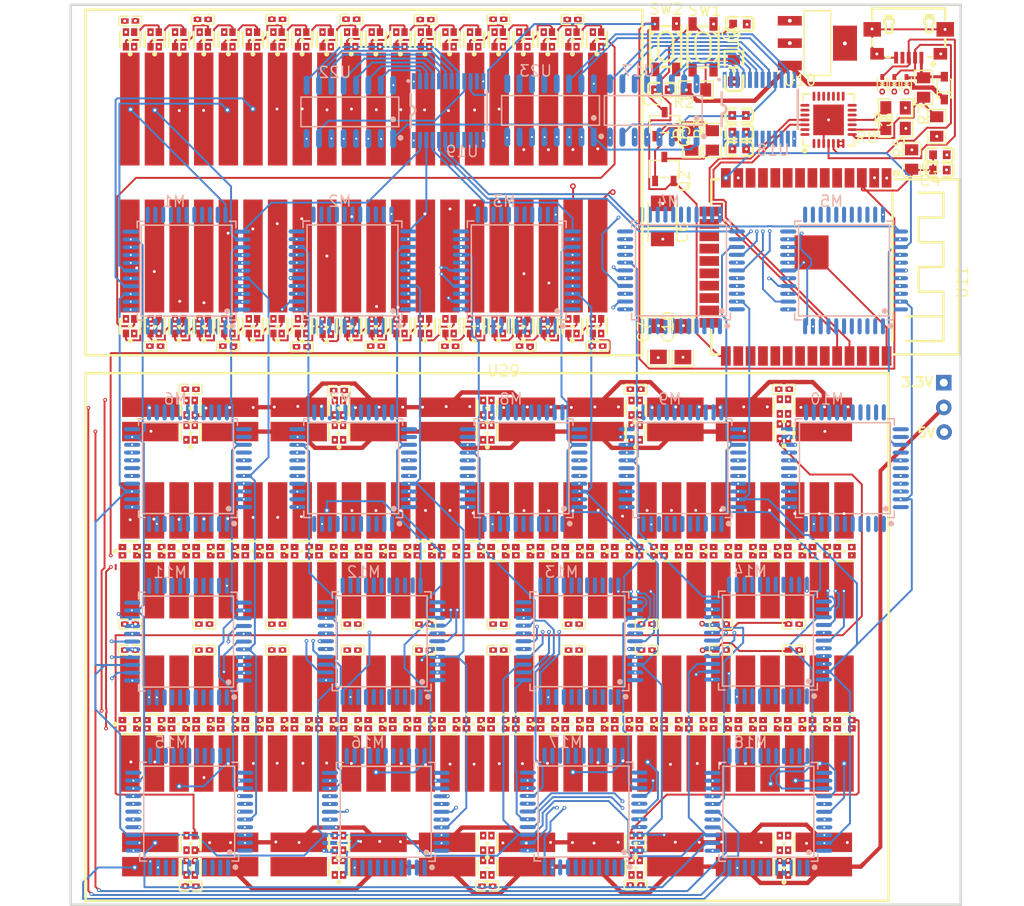
<source format=kicad_pcb>
(kicad_pcb (version 20221018) (generator pcbnew)
  (layers (0 "F.Cu" signal) (1 "In1.Cu" signal) (2 "In2.Cu" signal) (3 "In3.Cu" signal) (4 "In4.Cu" signal) (31 "B.Cu" signal) (34 "B.Paste" user) (35 "F.Paste" user) (36 "B.SilkS" user "B.Silkscreen") (37 "F.SilkS" user "F.Silkscreen") (38 "B.Mask" user) (39 "F.Mask" user) (44 "Edge.Cuts" user))
  (net 0 "")
  (net 1 "+5V")
  (net 2 "3.3V")
  (net 3 "ADDR1")
  (net 4 "ADDR2")
  (net 5 "ADDR3")
  (net 6 "ADDR4")
  (net 7 "ADDR5")
  (net 8 "AX0")
  (net 9 "AX1")
  (net 10 "AX2")
  (net 11 "AX3")
  (net 12 "AY0")
  (net 13 "AY1")
  (net 14 "AY2")
  (net 15 "CS/SK_1")
  (net 16 "CS/SK_10")
  (net 17 "CS/SK_11")
  (net 18 "CS/SK_12")
  (net 19 "CS/SK_13")
  (net 20 "CS/SK_14")
  (net 21 "CS/SK_15")
  (net 22 "CS/SK_16")
  (net 23 "CS/SK_17")
  (net 24 "CS/SK_18")
  (net 25 "CS/SK_2")
  (net 26 "CS/SK_3")
  (net 27 "CS/SK_4")
  (net 28 "CS/SK_5")
  (net 29 "CS/SK_6")
  (net 30 "CS/SK_7")
  (net 31 "CS/SK_8")
  (net 32 "CS/SK_9")
  (net 33 "DAT")
  (net 34 "DTR")
  (net 35 "EN")
  (net 36 "GND")
  (net 37 "IO0")
  (net 38 "LED100_1")
  (net 39 "LED100_4")
  (net 40 "LED102_4")
  (net 41 "LED103_1")
  (net 42 "LED103_4")
  (net 43 "LED104_1")
  (net 44 "LED105_1")
  (net 45 "LED106_1")
  (net 46 "LED107_1")
  (net 47 "LED108_1")
  (net 48 "LED109_1")
  (net 49 "LED10_1")
  (net 50 "LED110_1")
  (net 51 "LED111_1")
  (net 52 "LED112_1")
  (net 53 "LED113_1")
  (net 54 "LED114_1")
  (net 55 "LED115_1")
  (net 56 "LED116_1")
  (net 57 "LED117_1")
  (net 58 "LED118_1")
  (net 59 "LED119_1")
  (net 60 "LED11_1")
  (net 61 "LED120_1")
  (net 62 "LED12_1")
  (net 63 "LED13_1")
  (net 64 "LED14_1")
  (net 65 "LED15_1")
  (net 66 "LED16_1")
  (net 67 "LED17_1")
  (net 68 "LED18_1")
  (net 69 "LED19_1")
  (net 70 "LED1_1")
  (net 71 "LED20_1")
  (net 72 "LED21_1")
  (net 73 "LED22_1")
  (net 74 "LED23_1")
  (net 75 "LED24_1")
  (net 76 "LED25_1")
  (net 77 "LED26_1")
  (net 78 "LED27_1")
  (net 79 "LED28_1")
  (net 80 "LED29_1")
  (net 81 "LED2_1")
  (net 82 "LED30_1")
  (net 83 "LED31_1")
  (net 84 "LED32_1")
  (net 85 "LED33_1")
  (net 86 "LED34_1")
  (net 87 "LED35_1")
  (net 88 "LED36_1")
  (net 89 "LED37_1")
  (net 90 "LED38_1")
  (net 91 "LED39_1")
  (net 92 "LED3_1")
  (net 93 "LED40_1")
  (net 94 "LED41_1")
  (net 95 "LED42_1")
  (net 96 "LED43_1")
  (net 97 "LED44_1")
  (net 98 "LED45_1")
  (net 99 "LED46_1")
  (net 100 "LED47_1")
  (net 101 "LED48_1")
  (net 102 "LED49_1")
  (net 103 "LED4_1")
  (net 104 "LED50_1")
  (net 105 "LED51_1")
  (net 106 "LED52_1")
  (net 107 "LED53_1")
  (net 108 "LED54_1")
  (net 109 "LED55_1")
  (net 110 "LED56_1")
  (net 111 "LED57_1")
  (net 112 "LED58_1")
  (net 113 "LED59_1")
  (net 114 "LED5_1")
  (net 115 "LED60_1")
  (net 116 "LED62_4")
  (net 117 "LED63_4")
  (net 118 "LED64_4")
  (net 119 "LED65_4")
  (net 120 "LED66_4")
  (net 121 "LED67_4")
  (net 122 "LED68_4")
  (net 123 "LED69_4")
  (net 124 "LED6_1")
  (net 125 "LED70_4")
  (net 126 "LED71_4")
  (net 127 "LED72_4")
  (net 128 "LED73_4")
  (net 129 "LED74_4")
  (net 130 "LED75_4")
  (net 131 "LED76_4")
  (net 132 "LED77_4")
  (net 133 "LED78_4")
  (net 134 "LED79_4")
  (net 135 "LED7_1")
  (net 136 "LED80_4")
  (net 137 "LED81_4")
  (net 138 "LED82_4")
  (net 139 "LED83_4")
  (net 140 "LED84_4")
  (net 141 "LED85_4")
  (net 142 "LED86_4")
  (net 143 "LED87_4")
  (net 144 "LED88_4")
  (net 145 "LED89_4")
  (net 146 "LED8_1")
  (net 147 "LED90_4")
  (net 148 "LED91_4")
  (net 149 "LED92_4")
  (net 150 "LED93_4")
  (net 151 "LED94_4")
  (net 152 "LED95_4")
  (net 153 "LED96_4")
  (net 154 "LED97_4")
  (net 155 "LED98_4")
  (net 156 "LED99_4")
  (net 157 "LED9_1")
  (net 158 "LED_DAT")
  (net 159 "M10_1")
  (net 160 "M10_22")
  (net 161 "M10_23")
  (net 162 "M10_24")
  (net 163 "M10_25")
  (net 164 "M10_32")
  (net 165 "M10_44")
  (net 166 "M10_9")
  (net 167 "M11_1")
  (net 168 "M11_2")
  (net 169 "M11_22")
  (net 170 "M11_23")
  (net 171 "M11_24")
  (net 172 "M11_32")
  (net 173 "M11_44")
  (net 174 "M11_9")
  (net 175 "M12_1")
  (net 176 "M12_2")
  (net 177 "M12_22")
  (net 178 "M12_23")
  (net 179 "M12_24")
  (net 180 "M12_32")
  (net 181 "M12_44")
  (net 182 "M12_9")
  (net 183 "M13_1")
  (net 184 "M13_2")
  (net 185 "M13_22")
  (net 186 "M13_23")
  (net 187 "M13_24")
  (net 188 "M13_32")
  (net 189 "M13_44")
  (net 190 "M13_9")
  (net 191 "M14_1")
  (net 192 "M14_2")
  (net 193 "M14_22")
  (net 194 "M14_23")
  (net 195 "M14_24")
  (net 196 "M14_32")
  (net 197 "M14_44")
  (net 198 "M14_9")
  (net 199 "M15_1")
  (net 200 "M15_2")
  (net 201 "M15_22")
  (net 202 "M15_23")
  (net 203 "M15_24")
  (net 204 "M15_32")
  (net 205 "M15_44")
  (net 206 "M15_9")
  (net 207 "M16_1")
  (net 208 "M16_2")
  (net 209 "M16_22")
  (net 210 "M16_23")
  (net 211 "M16_24")
  (net 212 "M16_32")
  (net 213 "M16_44")
  (net 214 "M16_9")
  (net 215 "M17_1")
  (net 216 "M17_2")
  (net 217 "M17_22")
  (net 218 "M17_23")
  (net 219 "M17_24")
  (net 220 "M17_32")
  (net 221 "M17_44")
  (net 222 "M17_9")
  (net 223 "M18_1")
  (net 224 "M18_2")
  (net 225 "M18_22")
  (net 226 "M18_23")
  (net 227 "M18_24")
  (net 228 "M18_32")
  (net 229 "M18_44")
  (net 230 "M18_9")
  (net 231 "M1_22")
  (net 232 "M1_23")
  (net 233 "M1_32")
  (net 234 "M1_44")
  (net 235 "M1_9")
  (net 236 "M2_22")
  (net 237 "M2_23")
  (net 238 "M2_32")
  (net 239 "M2_44")
  (net 240 "M2_9")
  (net 241 "M3_22")
  (net 242 "M3_23")
  (net 243 "M3_32")
  (net 244 "M3_44")
  (net 245 "M3_9")
  (net 246 "M4_22")
  (net 247 "M4_23")
  (net 248 "M4_32")
  (net 249 "M4_44")
  (net 250 "M4_9")
  (net 251 "M5_22")
  (net 252 "M5_23")
  (net 253 "M5_32")
  (net 254 "M5_44")
  (net 255 "M5_9")
  (net 256 "M6_1")
  (net 257 "M6_2")
  (net 258 "M6_22")
  (net 259 "M6_23")
  (net 260 "M6_24")
  (net 261 "M6_32")
  (net 262 "M6_44")
  (net 263 "M6_9")
  (net 264 "M7_22")
  (net 265 "M7_23")
  (net 266 "M7_32")
  (net 267 "M7_44")
  (net 268 "M7_9")
  (net 269 "M8_22")
  (net 270 "M8_23")
  (net 271 "M8_32")
  (net 272 "M8_44")
  (net 273 "M8_9")
  (net 274 "M9_1")
  (net 275 "M9_2")
  (net 276 "M9_22")
  (net 277 "M9_23")
  (net 278 "M9_32")
  (net 279 "M9_44")
  (net 280 "M9_9")
  (net 281 "MAIN_BRBOARD_1")
  (net 282 "MAIN_BRBOARD_10")
  (net 283 "MAIN_BRBOARD_11")
  (net 284 "MAIN_BRBOARD_12")
  (net 285 "MAIN_BRBOARD_13")
  (net 286 "MAIN_BRBOARD_14")
  (net 287 "MAIN_BRBOARD_15")
  (net 288 "MAIN_BRBOARD_16")
  (net 289 "MAIN_BRBOARD_17")
  (net 290 "MAIN_BRBOARD_18")
  (net 291 "MAIN_BRBOARD_19")
  (net 292 "MAIN_BRBOARD_2")
  (net 293 "MAIN_BRBOARD_20")
  (net 294 "MAIN_BRBOARD_21")
  (net 295 "MAIN_BRBOARD_22")
  (net 296 "MAIN_BRBOARD_23")
  (net 297 "MAIN_BRBOARD_24")
  (net 298 "MAIN_BRBOARD_25")
  (net 299 "MAIN_BRBOARD_26")
  (net 300 "MAIN_BRBOARD_27")
  (net 301 "MAIN_BRBOARD_28")
  (net 302 "MAIN_BRBOARD_29")
  (net 303 "MAIN_BRBOARD_3")
  (net 304 "MAIN_BRBOARD_30")
  (net 305 "MAIN_BRBOARD_31")
  (net 306 "MAIN_BRBOARD_32")
  (net 307 "MAIN_BRBOARD_33")
  (net 308 "MAIN_BRBOARD_34")
  (net 309 "MAIN_BRBOARD_35")
  (net 310 "MAIN_BRBOARD_36")
  (net 311 "MAIN_BRBOARD_37")
  (net 312 "MAIN_BRBOARD_38")
  (net 313 "MAIN_BRBOARD_39")
  (net 314 "MAIN_BRBOARD_4")
  (net 315 "MAIN_BRBOARD_40")
  (net 316 "MAIN_BRBOARD_41")
  (net 317 "MAIN_BRBOARD_42")
  (net 318 "MAIN_BRBOARD_43")
  (net 319 "MAIN_BRBOARD_44")
  (net 320 "MAIN_BRBOARD_45")
  (net 321 "MAIN_BRBOARD_46")
  (net 322 "MAIN_BRBOARD_47")
  (net 323 "MAIN_BRBOARD_48")
  (net 324 "MAIN_BRBOARD_49")
  (net 325 "MAIN_BRBOARD_5")
  (net 326 "MAIN_BRBOARD_50")
  (net 327 "MAIN_BRBOARD_51")
  (net 328 "MAIN_BRBOARD_52")
  (net 329 "MAIN_BRBOARD_53")
  (net 330 "MAIN_BRBOARD_54")
  (net 331 "MAIN_BRBOARD_55")
  (net 332 "MAIN_BRBOARD_56")
  (net 333 "MAIN_BRBOARD_57")
  (net 334 "MAIN_BRBOARD_58")
  (net 335 "MAIN_BRBOARD_59")
  (net 336 "MAIN_BRBOARD_6")
  (net 337 "MAIN_BRBOARD_60")
  (net 338 "MAIN_BRBOARD_62")
  (net 339 "MAIN_BRBOARD_7")
  (net 340 "MAIN_BRBOARD_8")
  (net 341 "MAIN_BRBOARD_9")
  (net 342 "MCU_BRBOARD_1")
  (net 343 "MCU_BRBOARD_10")
  (net 344 "MCU_BRBOARD_11")
  (net 345 "MCU_BRBOARD_12")
  (net 346 "MCU_BRBOARD_13")
  (net 347 "MCU_BRBOARD_14")
  (net 348 "MCU_BRBOARD_15")
  (net 349 "MCU_BRBOARD_16")
  (net 350 "MCU_BRBOARD_17")
  (net 351 "MCU_BRBOARD_18")
  (net 352 "MCU_BRBOARD_19")
  (net 353 "MCU_BRBOARD_2")
  (net 354 "MCU_BRBOARD_20")
  (net 355 "MCU_BRBOARD_21")
  (net 356 "MCU_BRBOARD_22")
  (net 357 "MCU_BRBOARD_23")
  (net 358 "MCU_BRBOARD_24")
  (net 359 "MCU_BRBOARD_25")
  (net 360 "MCU_BRBOARD_26")
  (net 361 "MCU_BRBOARD_27")
  (net 362 "MCU_BRBOARD_28")
  (net 363 "MCU_BRBOARD_29")
  (net 364 "MCU_BRBOARD_3")
  (net 365 "MCU_BRBOARD_30")
  (net 366 "MCU_BRBOARD_31")
  (net 367 "MCU_BRBOARD_32")
  (net 368 "MCU_BRBOARD_33")
  (net 369 "MCU_BRBOARD_34")
  (net 370 "MCU_BRBOARD_35")
  (net 371 "MCU_BRBOARD_36")
  (net 372 "MCU_BRBOARD_37")
  (net 373 "MCU_BRBOARD_38")
  (net 374 "MCU_BRBOARD_39")
  (net 375 "MCU_BRBOARD_4")
  (net 376 "MCU_BRBOARD_40")
  (net 377 "MCU_BRBOARD_5")
  (net 378 "MCU_BRBOARD_6")
  (net 379 "MCU_BRBOARD_7")
  (net 380 "MCU_BRBOARD_8")
  (net 381 "MCU_BRBOARD_9")
  (net 382 "Q3_1")
  (net 383 "R2_1")
  (net 384 "R4_2")
  (net 385 "RST")
  (net 386 "RTS")
  (net 387 "RXD")
  (net 388 "STB")
  (net 389 "SW1_2")
  (net 390 "SW1_4")
  (net 391 "SW2_2")
  (net 392 "SW2_4")
  (net 393 "TXD")
  (net 394 "U11_10")
  (net 395 "U11_11")
  (net 396 "U11_12")
  (net 397 "U11_15")
  (net 398 "U11_24")
  (net 399 "U11_30")
  (net 400 "U11_31")
  (net 401 "U11_32")
  (net 402 "U11_33")
  (net 403 "U11_36")
  (net 404 "U11_37")
  (net 405 "U11_38")
  (net 406 "U11_4")
  (net 407 "U11_5")
  (net 408 "U11_6")
  (net 409 "U11_7")
  (net 410 "U11_8")
  (net 411 "U11_9")
  (net 412 "U12_4")
  (net 413 "U23_10")
  (net 414 "U23_11")
  (net 415 "U23_12")
  (net 416 "U23_13")
  (net 417 "U23_7")
  (net 418 "U23_9")
  (net 419 "U8_1")
  (net 420 "U8_10")
  (net 421 "U8_11")
  (net 422 "U8_12")
  (net 423 "U8_13")
  (net 424 "U8_14")
  (net 425 "U8_15")
  (net 426 "U8_16")
  (net 427 "U8_17")
  (net 428 "U8_18")
  (net 429 "U8_19")
  (net 430 "U8_2")
  (net 431 "U8_20")
  (net 432 "U8_21")
  (net 433 "U8_22")
  (net 434 "U8_23")
  (net 435 "U8_24")
  (net 436 "U8_27")
  (net 437 "U8_28")
  (net 438 "U8_8")
  (net 439 "U8_9")
  (net 440 "USB_DN")
  (net 441 "USB_DP")
  (net 442 "VBUS")
  (net 443 "X0_1")
  (net 444 "X0_10")
  (net 445 "X0_2")
  (net 446 "X0_3")
  (net 447 "X0_4")
  (net 448 "X0_5")
  (net 449 "X0_6")
  (net 450 "X0_7")
  (net 451 "X0_8")
  (net 452 "X0_9")
  (net 453 "X10_1")
  (net 454 "X10_10")
  (net 455 "X10_2")
  (net 456 "X10_3")
  (net 457 "X10_4")
  (net 458 "X10_5")
  (net 459 "X10_6")
  (net 460 "X10_7")
  (net 461 "X10_8")
  (net 462 "X10_9")
  (net 463 "X11_1")
  (net 464 "X11_10")
  (net 465 "X11_2")
  (net 466 "X11_3")
  (net 467 "X11_4")
  (net 468 "X11_5")
  (net 469 "X11_6")
  (net 470 "X11_7")
  (net 471 "X11_8")
  (net 472 "X11_9")
  (net 473 "X12_1")
  (net 474 "X12_2")
  (net 475 "X12_3")
  (net 476 "X12_4")
  (net 477 "X12_5")
  (net 478 "X12_6")
  (net 479 "X12_7")
  (net 480 "X12_8")
  (net 481 "X12_9")
  (net 482 "X13_1")
  (net 483 "X13_2")
  (net 484 "X13_3")
  (net 485 "X13_4")
  (net 486 "X13_5")
  (net 487 "X14_1")
  (net 488 "X14_2")
  (net 489 "X14_3")
  (net 490 "X14_4")
  (net 491 "X14_5")
  (net 492 "X15_1")
  (net 493 "X15_2")
  (net 494 "X15_3")
  (net 495 "X15_4")
  (net 496 "X15_5")
  (net 497 "X1_1")
  (net 498 "X1_10")
  (net 499 "X1_2")
  (net 500 "X1_3")
  (net 501 "X1_4")
  (net 502 "X1_5")
  (net 503 "X1_6")
  (net 504 "X1_7")
  (net 505 "X1_8")
  (net 506 "X1_9")
  (net 507 "X2_1")
  (net 508 "X2_10")
  (net 509 "X2_2")
  (net 510 "X2_3")
  (net 511 "X2_4")
  (net 512 "X2_5")
  (net 513 "X2_6")
  (net 514 "X2_7")
  (net 515 "X2_8")
  (net 516 "X2_9")
  (net 517 "X3_1")
  (net 518 "X3_10")
  (net 519 "X3_2")
  (net 520 "X3_3")
  (net 521 "X3_4")
  (net 522 "X3_5")
  (net 523 "X3_6")
  (net 524 "X3_7")
  (net 525 "X3_8")
  (net 526 "X3_9")
  (net 527 "X4_1")
  (net 528 "X4_10")
  (net 529 "X4_2")
  (net 530 "X4_3")
  (net 531 "X4_4")
  (net 532 "X4_5")
  (net 533 "X4_6")
  (net 534 "X4_7")
  (net 535 "X4_8")
  (net 536 "X4_9")
  (net 537 "X5_1")
  (net 538 "X5_10")
  (net 539 "X5_2")
  (net 540 "X5_3")
  (net 541 "X5_4")
  (net 542 "X5_5")
  (net 543 "X5_6")
  (net 544 "X5_7")
  (net 545 "X5_8")
  (net 546 "X5_9")
  (net 547 "X6_1")
  (net 548 "X6_10")
  (net 549 "X6_2")
  (net 550 "X6_3")
  (net 551 "X6_4")
  (net 552 "X6_5")
  (net 553 "X6_6")
  (net 554 "X6_7")
  (net 555 "X6_8")
  (net 556 "X6_9")
  (net 557 "X7_1")
  (net 558 "X7_10")
  (net 559 "X7_2")
  (net 560 "X7_3")
  (net 561 "X7_4")
  (net 562 "X7_5")
  (net 563 "X7_6")
  (net 564 "X7_7")
  (net 565 "X7_8")
  (net 566 "X7_9")
  (net 567 "X8_1")
  (net 568 "X8_10")
  (net 569 "X8_2")
  (net 570 "X8_3")
  (net 571 "X8_4")
  (net 572 "X8_5")
  (net 573 "X8_6")
  (net 574 "X8_7")
  (net 575 "X8_8")
  (net 576 "X8_9")
  (net 577 "X9_1")
  (net 578 "X9_10")
  (net 579 "X9_2")
  (net 580 "X9_3")
  (net 581 "X9_4")
  (net 582 "X9_5")
  (net 583 "X9_6")
  (net 584 "X9_7")
  (net 585 "X9_8")
  (net 586 "X9_9")
  (net 587 "Y0_2")
  (net 588 "Y0_3")
  (net 589 "Y1_2")
  (net 590 "Y1_3")
  (net 591 "Y2_2")
  (net 592 "Y3_2")
  (net 593 "Y4_2")
  (net 594 "Y5_2")
  (net 595 "Y6_2")
  (net 596 "Y7_2")
  (net 597 "Y0_1")
  (net 598 "Y1_1")
  (net 599 "Y2_1")
  (net 600 "Y3_1")
  (net 601 "Y4_1")
  (net 602 "Y6_1")
  (net 603 "Y5_1")
  (net 604 "Y7_1")
  (net 605 "DynamicVCC")
  (net 606 "MAIN_BRBOARD_63")
  (net 607 "MAIN_BRBOARD_64")
  (net 608 "MAIN_BRBOARD_61")
  (footprint "easyeda:LED-SMD_4P-L1.6-W1.5_XL-1615RGBC-WS2812B" (layer "F.Cu") (at 26.336 68.835)
    (fp_text reference "LED44" hide)
    (fp_text value "XL-1615RGBC-WS2812B" hide)
  )
  (footprint "easyeda:C0402" (layer "F.Cu") (at 71.882 78.994)
    (fp_text reference "C_LED_92" hide)
    (fp_text value "100nF" hide)
  )
  (footprint "easyeda:LED-SMD_4P-L1.6-W1.5_XL-1615RGBC-WS2812B" (layer "F.Cu") (at 41.521 45.72 90)
    (fp_text reference "LED30" hide)
    (fp_text value "XL-1615RGBC-WS2812B" hide)
  )
  (footprint "easyeda:QFN-28_L5.0-W5.0-P0.50-TL-EP3.2" (layer "F.Cu") (at 90.558626 24.522346 90)
    (fp_text reference "U8" hide)
    (fp_text value "CP2102" hide)
  )
  (footprint "easyeda:LED-SMD_4P-L1.6-W1.5_XL-1615RGBC-WS2812B" (layer "F.Cu") (at 82.042 68.834)
    (fp_text reference "LED66" hide)
    (fp_text value "XL-1615RGBC-WS2812B" hide)
  )
  (footprint "easyeda:LED-SMD_4P-L1.6-W1.5_XL-1615RGBC-WS2812B" (layer "F.Cu") (at 44.046 45.72 90)
    (fp_text reference "LED31" hide)
    (fp_text value "XL-1615RGBC-WS2812B" hide)
  )
  (footprint "easyeda:LED-SMD_4P-L1.6-W1.5_XL-1615RGBC-WS2812B" (layer "F.Cu") (at 76.962 68.834)
    (fp_text reference "LED64" hide)
    (fp_text value "XL-1615RGBC-WS2812B" hide)
  )
  (footprint "easyeda:LED-SMD_4P-L1.6-W1.5_XL-1615RGBC-WS2812B" (layer "F.Cu") (at 21.321 16.256 90)
    (fp_text reference "LED2" hide)
    (fp_text value "XL-1615RGBC-WS2812B" hide)
  )
  (footprint "easyeda:LQFP-44_L10.0-W10.0-P0.80-LS12.0-BL" (layer "F.Cu") (at 58.521 39.985)
    (fp_text reference "M3")
    (fp_text value "CH446Q" hide)
  )
  (footprint "easyeda:LED-SMD_4P-L1.6-W1.5_XL-1615RGBC-WS2812B" (layer "F.Cu") (at 44.046 16.256 90)
    (fp_text reference "LED11" hide)
    (fp_text value "XL-1615RGBC-WS2812B" hide)
  )
  (footprint "easyeda:LED-SMD_4P-L1.6-W1.5_XL-1615RGBC-WS2812B" (layer "F.Cu") (at 92.202 68.834)
    (fp_text reference "LED70" hide)
    (fp_text value "XL-1615RGBC-WS2812B" hide)
  )
  (footprint "easyeda:LQFP-44_L10.0-W10.0-P0.80-LS12.0-BL" (layer "F.Cu") (at 92.150741 39.991978)
    (fp_text reference "M5")
    (fp_text value "CH446Q" hide)
  )
  (footprint "easyeda:LED-SMD_4P-L1.6-W1.5_XL-1615RGBC-WS2812B" (layer "F.Cu") (at 41.521 16.256 90)
    (fp_text reference "LED10" hide)
    (fp_text value "XL-1615RGBC-WS2812B" hide)
  )
  (footprint "easyeda:LED-SMD_4P-L1.6-W1.5_XL-1615RGBC-WS2812B" (layer "F.Cu") (at 66.771 16.256 90)
    (fp_text reference "LED20" hide)
    (fp_text value "XL-1615RGBC-WS2812B" hide)
  )
  (footprint "easyeda:LED-SMD_4P-L1.6-W1.5_XL-1615RGBC-WS2812B" (layer "F.Cu") (at 59.182 86.614)
    (fp_text reference "LED87" hide)
    (fp_text value "XL-1615RGBC-WS2812B" hide)
  )
  (footprint "easyeda:LED-SMD_4P-L1.6-W1.5_XL-1615RGBC-WS2812B" (layer "F.Cu") (at 66.771 45.72 90)
    (fp_text reference "LED40" hide)
    (fp_text value "XL-1615RGBC-WS2812B" hide)
  )
  (footprint "easyeda:LED-SMD_4P-L1.6-W1.5_XL-1615RGBC-WS2812B" (layer "F.Cu") (at 84.582 68.834)
    (fp_text reference "LED67" hide)
    (fp_text value "XL-1615RGBC-WS2812B" hide)
  )
  (footprint "easyeda:C0402" (layer "F.Cu") (at 44.060737 47.765941)
    (fp_text reference "C_LED_31" hide)
    (fp_text value "100nF" hide)
  )
  (footprint "easyeda:C0402" (layer "F.Cu") (at 59.355594 47.76916)
    (fp_text reference "C_LED_37" hide)
    (fp_text value "100nF" hide)
  )
  (footprint "easyeda:LED-SMD_4P-L1.6-W1.5_XL-1615RGBC-WS2812B" (layer "F.Cu") (at 66.802 68.834)
    (fp_text reference "LED60" hide)
    (fp_text value "XL-1615RGBC-WS2812B" hide)
  )
  (footprint "easyeda:C0402" (layer "F.Cu") (at 79.502 76.327)
    (fp_text reference "C_LED_65" hide)
    (fp_text value "100nF" hide)
  )
  (footprint "easyeda:LED-SMD_4P-L1.6-W1.5_XL-1615RGBC-WS2812B" (layer "F.Cu") (at 49.096 16.256 90)
    (fp_text reference "LED13" hide)
    (fp_text value "XL-1615RGBC-WS2812B" hide)
  )
  (footprint "easyeda:C0402" (layer "F.Cu") (at 56.643888 14.184138)
    (fp_text reference "C_LED_16" hide)
    (fp_text value "100nF" hide)
  )
  (footprint "easyeda:LED-SMD_4P-L1.6-W1.5_XL-1615RGBC-WS2812B" (layer "F.Cu") (at 46.571 16.256 90)
    (fp_text reference "LED12" hide)
    (fp_text value "XL-1615RGBC-WS2812B" hide)
  )
  (footprint "easyeda:LED-SMD_4P-L1.6-W1.5_XL-1615RGBC-WS2812B" (layer "F.Cu") (at 44.032276 68.832962)
    (fp_text reference "LED51" hide)
    (fp_text value "XL-1615RGBC-WS2812B" hide)
  )
  (footprint "easyeda:LED-SMD_4P-L1.6-W1.5_XL-1615RGBC-WS2812B" (layer "F.Cu") (at 61.721 45.72 90)
    (fp_text reference "LED38" hide)
    (fp_text value "XL-1615RGBC-WS2812B" hide)
  )
  (footprint "easyeda:C0402" (layer "F.Cu") (at 41.656 78.994)
    (fp_text reference "C_LED_80" hide)
    (fp_text value "100nF" hide)
  )
  (footprint "easyeda:LED-SMD_4P-L1.6-W1.5_XL-1615RGBC-WS2812B" (layer "F.Cu") (at 18.796 16.256 90)
    (fp_text reference "LED1" hide)
    (fp_text value "XL-1615RGBC-WS2812B" hide)
  )
  (footprint "easyeda:C0402" (layer "F.Cu") (at 86.995 78.994)
    (fp_text reference "C_LED_98" hide)
    (fp_text value "100nF" hide)
  )
  (footprint "easyeda:LED-SMD_4P-L1.6-W1.5_XL-1615RGBC-WS2812B" (layer "F.Cu") (at 69.342 68.834)
    (fp_text reference "LED61" hide)
    (fp_text value "XL-1615RGBC-WS2812B" hide)
  )
  (footprint "easyeda:LED-SMD_4P-L1.6-W1.5_XL-1615RGBC-WS2812B" (layer "F.Cu") (at 39.005089 45.779414 90)
    (fp_text reference "LED29" hide)
    (fp_text value "XL-1615RGBC-WS2812B" hide)
  )
  (footprint "easyeda:LED-SMD_4P-L1.6-W1.5_XL-1615RGBC-WS2812B" (layer "F.Cu") (at 89.662 68.834)
    (fp_text reference "LED69" hide)
    (fp_text value "XL-1615RGBC-WS2812B" hide)
  )
  (footprint "easyeda:C0402" (layer "F.Cu") (at 49.022 78.994)
    (fp_text reference "C_LED_83" hide)
    (fp_text value "100nF" hide)
  )
  (footprint "easyeda:BREADBOARD 400 POINT" (layer "F.Cu") (at 14.224 50.546)
    (fp_text reference "U29")
    (fp_text value "Breadboard400Pin" hide)
  )
  (footprint "easyeda:LED-SMD_4P-L1.6-W1.5_XL-1615RGBC-WS2812B" (layer "F.Cu") (at 25.019 54.102 90)
    (fp_text reference "LED101" hide)
    (fp_text value "XL-1615RGBC-WS2812B" hide)
  )
  (footprint "easyeda:LED-SMD_4P-L1.6-W1.5_XL-1615RGBC-WS2812B" (layer "F.Cu") (at 23.846 16.256 90)
    (fp_text reference "LED3" hide)
    (fp_text value "XL-1615RGBC-WS2812B" hide)
  )
  (footprint "easyeda:LED-SMD_4P-L1.6-W1.5_XL-1615RGBC-WS2812B" (layer "F.Cu") (at 85.979 53.975 90)
    (fp_text reference "LED105" hide)
    (fp_text value "XL-1615RGBC-WS2812B" hide)
  )
  (footprint "easyeda:C0402" (layer "F.Cu") (at 18.796 76.327)
    (fp_text reference "C_LED_41" hide)
    (fp_text value "100nF" hide)
  )
  (footprint "easyeda:LED-SMD_4P-L1.6-W1.5_XL-1615RGBC-WS2812B" (layer "F.Cu") (at 36.471 45.72 90)
    (fp_text reference "LED28" hide)
    (fp_text value "XL-1615RGBC-WS2812B" hide)
  )
  (footprint "easyeda:C0402" (layer "F.Cu") (at 49.150072 14.216192)
    (fp_text reference "C_LED_13" hide)
    (fp_text value "100nF" hide)
  )
  (footprint "easyeda:SOIC-16_L9.9-W3.9-P1.27-LS6.0-BL" (layer "F.Cu") (at 41.379876 23.697544)
    (fp_text reference "U22")
    (fp_text value "SN74LS138D" hide)
  )
  (footprint "easyeda:LED-SMD_4P-L1.6-W1.5_XL-1615RGBC-WS2812B" (layer "F.Cu") (at 59.196 45.72 90)
    (fp_text reference "LED37" hide)
    (fp_text value "XL-1615RGBC-WS2812B" hide)
  )
  (footprint "easyeda:LED-SMD_4P-L1.6-W1.5_XL-1615RGBC-WS2812B" (layer "F.Cu") (at 71.882 68.834)
    (fp_text reference "LED62" hide)
    (fp_text value "XL-1615RGBC-WS2812B" hide)
  )
  (footprint "easyeda:LED-SMD_4P-L1.6-W1.5_XL-1615RGBC-WS2812B" (layer "F.Cu") (at 26.336 86.615)
    (fp_text reference "LED74" hide)
    (fp_text value "XL-1615RGBC-WS2812B" hide)
  )
  (footprint "easyeda:LED-SMD_4P-L1.6-W1.5_XL-1615RGBC-WS2812B" (layer "F.Cu") (at 38.996 16.256 90)
    (fp_text reference "LED9" hide)
    (fp_text value "XL-1615RGBC-WS2812B" hide)
  )
  (footprint "easyeda:LED-SMD_4P-L1.6-W1.5_XL-1615RGBC-WS2812B" (layer "F.Cu") (at 28.896 45.72 90)
    (fp_text reference "LED25" hide)
    (fp_text value "XL-1615RGBC-WS2812B" hide)
  )
  (footprint "easyeda:SW-SMD_4P-L4.2-W3.2-P2.15-LS5.2" (layer "F.Cu") (at 77.665 17.02121)
    (fp_text reference "SW1")
    (fp_text value "BUTTON-4X3X2.5" hide)
  )
  (footprint "easyeda:C0402" (layer "F.Cu") (at 70.739 103.124)
    (fp_text reference "C_LED_119" hide)
    (fp_text value "100nF" hide)
  )
  (footprint "easyeda:LQFP-44_L10.0-W10.0-P0.80-LS12.0-BL" (layer "F.Cu") (at 75.545 60.305)
    (fp_text reference "M9")
    (fp_text value "CH446Q" hide)
  )
  (footprint "easyeda:C0402" (layer "F.Cu") (at 40.259 52.324)
    (fp_text reference "C_LED_107" hide)
    (fp_text value "100nF" hide)
  )
  (footprint "easyeda:LED-SMD_4P-L1.6-W1.5_XL-1615RGBC-WS2812B" (layer "F.Cu") (at 31.421 16.256 90)
    (fp_text reference "LED6" hide)
    (fp_text value "XL-1615RGBC-WS2812B" hide)
  )
  (footprint "easyeda:C0402" (layer "F.Cu") (at 71.882 76.327)
    (fp_text reference "C_LED_62" hide)
    (fp_text value "100nF" hide)
  )
  (footprint "easyeda:SW-SMD_4P-L4.2-W3.2-P2.15-LS5.2" (layer "F.Cu") (at 73.822369 16.989993)
    (fp_text reference "SW2")
    (fp_text value "BUTTON-4X3X2.5" hide)
  )
  (footprint "easyeda:LED-SMD_4P-L1.6-W1.5_XL-1615RGBC-WS2812B" (layer "F.Cu") (at 70.739 54.102 90)
    (fp_text reference "LED104" hide)
    (fp_text value "XL-1615RGBC-WS2812B" hide)
  )
  (footprint "easyeda:LED-SMD_4P-L1.6-W1.5_XL-1615RGBC-WS2812B" (layer "F.Cu") (at 87.122 86.614)
    (fp_text reference "LED98" hide)
    (fp_text value "XL-1615RGBC-WS2812B" hide)
  )
  (footprint "easyeda:LQFP-44_L10.0-W10.0-P0.80-LS12.0-BL" (layer "F.Cu") (at 24.745 78.122367)
    (fp_text reference "M11")
    (fp_text value "CH446Q" hide)
  )
  (footprint "easyeda:LED-SMD_4P-L1.6-W1.5_XL-1615RGBC-WS2812B" (layer "F.Cu") (at 64.262 86.614)
    (fp_text reference "LED89" hide)
    (fp_text value "XL-1615RGBC-WS2812B" hide)
  )
  (footprint "easyeda:C0402" (layer "F.Cu") (at 28.878623 47.759207)
    (fp_text reference "C_LED_25" hide)
    (fp_text value "100nF" hide)
  )
  (footprint "easyeda:C0402" (layer "F.Cu") (at 85.979 52.197)
    (fp_text reference "C_LED_110" hide)
    (fp_text value "100nF" hide)
  )
  (footprint "easyeda:LED-SMD_4P-L1.6-W1.5_XL-1615RGBC-WS2812B" (layer "F.Cu") (at 25.019 56.642 90)
    (fp_text reference "LED106" hide)
    (fp_text value "XL-1615RGBC-WS2812B" hide)
  )
  (footprint "easyeda:LED-SMD_4P-L1.6-W1.5_XL-1615RGBC-WS2812B" (layer "F.Cu") (at 28.896 16.256 90)
    (fp_text reference "LED5" hide)
    (fp_text value "XL-1615RGBC-WS2812B" hide)
  )
  (footprint "easyeda:LED-SMD_4P-L1.6-W1.5_XL-1615RGBC-WS2812B" (layer "F.Cu") (at 26.371 16.256 90)
    (fp_text reference "LED4" hide)
    (fp_text value "XL-1615RGBC-WS2812B" hide)
  )
  (footprint "easyeda:BREADBOARD 200 PIN" (layer "F.Cu") (at 14.224 13.208)
    (fp_text reference "U30" hide)
    (fp_text value "Breadboard 200 pin" hide)
  )
  (footprint "easyeda:LED-SMD_4P-L1.6-W1.5_XL-1615RGBC-WS2812B" (layer "F.Cu") (at 56.636 86.615)
    (fp_text reference "LED86" hide)
    (fp_text value "XL-1615RGBC-WS2812B" hide)
  )
  (footprint "AutoGenerated:Pad_1.60mm" (layer "F.Cu") (at 102.396024 51.523476)
    (fp_text reference "")
    (fp_text value "")
  )
  (footprint "easyeda:LED-SMD_4P-L1.6-W1.5_XL-1615RGBC-WS2812B" (layer "F.Cu") (at 28.861 68.835)
    (fp_text reference "LED45" hide)
    (fp_text value "XL-1615RGBC-WS2812B" hide)
  )
  (footprint "easyeda:LED-SMD_4P-L1.6-W1.5_XL-1615RGBC-WS2812B" (layer "F.Cu") (at 71.882 86.614)
    (fp_text reference "LED92" hide)
    (fp_text value "XL-1615RGBC-WS2812B" hide)
  )
  (footprint "easyeda:C0402" (layer "F.Cu") (at 51.693809 47.77905)
    (fp_text reference "C_LED_34" hide)
    (fp_text value "100nF" hide)
  )
  (footprint "easyeda:LED-SMD_4P-L1.6-W1.5_XL-1615RGBC-WS2812B" (layer "F.Cu") (at 41.486 86.615)
    (fp_text reference "LED80" hide)
    (fp_text value "XL-1615RGBC-WS2812B" hide)
  )
  (footprint "easyeda:TSSOP-24_L7.8-W4.4-P0.65-LS6.4-BL" (layer "F.Cu") (at 51.510498 23.569867 180)
    (fp_text reference "U19")
    (fp_text value "74LVC827APW,118" hide)
  )
  (footprint "easyeda:LED-SMD_4P-L1.6-W1.5_XL-1615RGBC-WS2812B" (layer "F.Cu") (at 54.146 45.72 90)
    (fp_text reference "LED35" hide)
    (fp_text value "XL-1615RGBC-WS2812B" hide)
  )
  (footprint "easyeda:LED-SMD_4P-L1.6-W1.5_XL-1615RGBC-WS2812B" (layer "F.Cu") (at 18.761 86.615)
    (fp_text reference "LED71" hide)
    (fp_text value "XL-1615RGBC-WS2812B" hide)
  )
  (footprint "easyeda:LED-SMD_4P-L1.6-W1.5_XL-1615RGBC-WS2812B" (layer "F.Cu") (at 26.371 45.72 90)
    (fp_text reference "LED24" hide)
    (fp_text value "XL-1615RGBC-WS2812B" hide)
  )
  (footprint "easyeda:LQFP-44_L10.0-W10.0-P0.80-LS12.0-BL" (layer "F.Cu") (at 65.385 95.58)
    (fp_text reference "M17")
    (fp_text value "CH446Q" hide)
  )
  (footprint "easyeda:LQFP-44_L10.0-W10.0-P0.80-LS12.0-BL" (layer "F.Cu") (at 44.64 78.085)
    (fp_text reference "M12")
    (fp_text value "CH446Q" hide)
  )
  (footprint "easyeda:LED-SMD_4P-L1.6-W1.5_XL-1615RGBC-WS2812B" (layer "F.Cu") (at 61.722 68.834)
    (fp_text reference "LED58" hide)
    (fp_text value "XL-1615RGBC-WS2812B" hide)
  )
  (footprint "easyeda:LED-SMD_4P-L1.6-W1.5_XL-1615RGBC-WS2812B" (layer "F.Cu") (at 84.582 86.614)
    (fp_text reference "LED97" hide)
    (fp_text value "XL-1615RGBC-WS2812B" hide)
  )
  (footprint "easyeda:LED-SMD_4P-L1.6-W1.5_XL-1615RGBC-WS2812B" (layer "F.Cu") (at 31.421 45.72 90)
    (fp_text reference "LED26" hide)
    (fp_text value "XL-1615RGBC-WS2812B" hide)
  )
  (footprint "easyeda:LQFP-44_L10.0-W10.0-P0.80-LS12.0-BL" (layer "F.Cu") (at 92.24 60.305)
    (fp_text reference "M10")
    (fp_text value "CH446Q" hide)
  )
  (footprint "easyeda:LED-SMD_4P-L1.6-W1.5_XL-1615RGBC-WS2812B" (layer "F.Cu") (at 36.436 86.615)
    (fp_text reference "LED78" hide)
    (fp_text value "XL-1615RGBC-WS2812B" hide)
  )
  (footprint "easyeda:MICRO-USB-SMD_MICRO-USB-A9" (layer "F.Cu") (at 98.796828 16.67496 180)
    (fp_text reference "U12" hide)
    (fp_text value "USB-MICRO-5P" hide)
  )
  (footprint "easyeda:LED-SMD_4P-L1.6-W1.5_XL-1615RGBC-WS2812B" (layer "F.Cu") (at 31.386 68.835)
    (fp_text reference "LED46" hide)
    (fp_text value "XL-1615RGBC-WS2812B" hide)
  )
  (footprint "easyeda:LED-SMD_4P-L1.6-W1.5_XL-1615RGBC-WS2812B" (layer "F.Cu") (at 54.146 16.256 90)
    (fp_text reference "LED15" hide)
    (fp_text value "XL-1615RGBC-WS2812B" hide)
  )
  (footprint "easyeda:LED-SMD_4P-L1.6-W1.5_XL-1615RGBC-WS2812B" (layer "F.Cu") (at 41.529 68.834)
    (fp_text reference "LED50" hide)
    (fp_text value "XL-1615RGBC-WS2812B" hide)
  )
  (footprint "easyeda:C0402" (layer "F.Cu") (at 33.909 78.994)
    (fp_text reference "C_LED_77" hide)
    (fp_text value "100nF" hide)
  )
  (footprint "easyeda:LED-SMD_4P-L1.6-W1.5_XL-1615RGBC-WS2812B" (layer "F.Cu") (at 46.536 86.615)
    (fp_text reference "LED82" hide)
    (fp_text value "XL-1615RGBC-WS2812B" hide)
  )
  (footprint "easyeda:LED-SMD_4P-L1.6-W1.5_XL-1615RGBC-WS2812B" (layer "F.Cu") (at 55.499 56.642 90)
    (fp_text reference "LED108" hide)
    (fp_text value "XL-1615RGBC-WS2812B" hide)
  )
  (footprint "easyeda:LED-SMD_4P-L1.6-W1.5_XL-1615RGBC-WS2812B" (layer "F.Cu") (at 79.502 68.834)
    (fp_text reference "LED65" hide)
    (fp_text value "XL-1615RGBC-WS2812B" hide)
  )
  (footprint "easyeda:LED-SMD_4P-L1.6-W1.5_XL-1615RGBC-WS2812B" (layer "F.Cu") (at 54.111 86.615)
    (fp_text reference "LED85" hide)
    (fp_text value "XL-1615RGBC-WS2812B" hide)
  )
  (footprint "easyeda:C0402" (layer "F.Cu") (at 64.389 76.327)
    (fp_text reference "C_LED_59" hide)
    (fp_text value "100nF" hide)
  )
  (footprint "easyeda:LQFP-44_L10.0-W10.0-P0.80-LS12.0-BL" (layer "F.Cu") (at 64.96 78.085)
    (fp_text reference "M13")
    (fp_text value "CH446Q" hide)
  )
  (footprint "easyeda:LED-SMD_4P-L1.6-W1.5_XL-1615RGBC-WS2812B" (layer "F.Cu") (at 61.721 16.256 90)
    (fp_text reference "LED18" hide)
    (fp_text value "XL-1615RGBC-WS2812B" hide)
  )
  (footprint "easyeda:C0402" (layer "F.Cu") (at 26.269936 14.201455)
    (fp_text reference "C_LED_4" hide)
    (fp_text value "100nF" hide)
  )
  (footprint "easyeda:LED-SMD_4P-L1.6-W1.5_XL-1615RGBC-WS2812B" (layer "F.Cu") (at 33.946 16.256 90)
    (fp_text reference "LED7" hide)
    (fp_text value "XL-1615RGBC-WS2812B" hide)
  )
  (footprint "easyeda:LED-SMD_4P-L1.6-W1.5_XL-1615RGBC-WS2812B" (layer "F.Cu") (at 87.122 68.834)
    (fp_text reference "LED68" hide)
    (fp_text value "XL-1615RGBC-WS2812B" hide)
  )
  (footprint "easyeda:LED-SMD_4P-L1.6-W1.5_XL-1615RGBC-WS2812B" (layer "F.Cu") (at 70.739 98.806 90)
    (fp_text reference "LED114" hide)
    (fp_text value "XL-1615RGBC-WS2812B" hide)
  )
  (footprint "easyeda:LED-SMD_4P-L1.6-W1.5_XL-1615RGBC-WS2812B" (layer "F.Cu") (at 64.262 68.834)
    (fp_text reference "LED59" hide)
    (fp_text value "XL-1615RGBC-WS2812B" hide)
  )
  (footprint "easyeda:LED0805-RD_RED" (layer "F.Cu") (at 80.839136 19.455486 90)
    (fp_text reference "U9")
    (fp_text value "0805 SF-RED" hide)
  )
  (footprint "easyeda:LED-SMD_4P-L1.6-W1.5_XL-1615RGBC-WS2812B" (layer "F.Cu") (at 46.536 68.835)
    (fp_text reference "LED52" hide)
    (fp_text value "XL-1615RGBC-WS2812B" hide)
  )
  (footprint "easyeda:COMM-SMD_ESP-WROOM-32D" (layer "F.Cu") (at 87.412 39.63 -90)
    (fp_text reference "U11")
    (fp_text value "ESP-WROOM-32D" hide)
  )
  (footprint "easyeda:LQFP-44_L10.0-W10.0-P0.80-LS12.0-BL" (layer "F.Cu") (at 45.065 95.611)
    (fp_text reference "M16")
    (fp_text value "CH446Q" hide)
  )
  (footprint "easyeda:LED-SMD_4P-L1.6-W1.5_XL-1615RGBC-WS2812B" (layer "F.Cu") (at 40.259 98.806 90)
    (fp_text reference "LED112" hide)
    (fp_text value "XL-1615RGBC-WS2812B" hide)
  )
  (footprint "easyeda:C0402" (layer "F.Cu") (at 33.909 76.327)
    (fp_text reference "C_LED_47" hide)
    (fp_text value "100nF" hide)
  )
  (footprint "easyeda:LED-SMD_4P-L1.6-W1.5_XL-1615RGBC-WS2812B" (layer "F.Cu") (at 25.019 101.346 90)
    (fp_text reference "LED116" hide)
    (fp_text value "XL-1615RGBC-WS2812B" hide)
  )
  (footprint "easyeda:LED-SMD_4P-L1.6-W1.5_XL-1615RGBC-WS2812B" (layer "F.Cu") (at 70.739 56.642 90)
    (fp_text reference "LED109" hide)
    (fp_text value "XL-1615RGBC-WS2812B" hide)
  )
  (footprint "easyeda:C0402" (layer "F.Cu") (at 56.642 78.994)
    (fp_text reference "C_LED_86" hide)
    (fp_text value "100nF" hide)
  )
  (footprint "easyeda:LED-SMD_4P-L1.6-W1.5_XL-1615RGBC-WS2812B" (layer "F.Cu") (at 21.321 45.72 90)
    (fp_text reference "LED22" hide)
    (fp_text value "XL-1615RGBC-WS2812B" hide)
  )
  (footprint "easyeda:LQFP-44_L10.0-W10.0-P0.80-LS12.0-BL" (layer "F.Cu") (at 84.330455 78.017354)
    (fp_text reference "M14")
    (fp_text value "CH446Q" hide)
  )
  (footprint "easyeda:C0402" (layer "F.Cu") (at 64.257579 14.207227)
    (fp_text reference "C_LED_19" hide)
    (fp_text value "100nF" hide)
  )
  (footprint "easyeda:C0402" (layer "F.Cu") (at 18.796 78.994)
    (fp_text reference "C_LED_71" hide)
    (fp_text value "100nF" hide)
  )
  (footprint "easyeda:LED-SMD_4P-L1.6-W1.5_XL-1615RGBC-WS2812B" (layer "F.Cu") (at 59.182 68.834)
    (fp_text reference "LED57" hide)
    (fp_text value "XL-1615RGBC-WS2812B" hide)
  )
  (footprint "easyeda:C0402" (layer "F.Cu") (at 49.022 76.327)
    (fp_text reference "C_LED_53" hide)
    (fp_text value "100nF" hide)
  )
  (footprint "easyeda:SOD-523_L1.2-W0.8-LS1.6-BI" (layer "F.Cu") (at 97.315632 20.866849 90)
    (fp_text reference "D3" hide)
    (fp_text value "LESD5D5.0CT1G" hide)
  )
  (footprint "easyeda:C0402" (layer "F.Cu") (at 66.811021 47.758737)
    (fp_text reference "C_LED_40" hide)
    (fp_text value "100nF" hide)
  )
  (footprint "easyeda:LED-SMD_4P-L1.6-W1.5_XL-1615RGBC-WS2812B" (layer "F.Cu") (at 44.011 86.615)
    (fp_text reference "LED81" hide)
    (fp_text value "XL-1615RGBC-WS2812B" hide)
  )
  (footprint "easyeda:LED-SMD_4P-L1.6-W1.5_XL-1615RGBC-WS2812B" (layer "F.Cu") (at 23.811 68.835)
    (fp_text reference "LED43" hide)
    (fp_text value "XL-1615RGBC-WS2812B" hide)
  )
  (footprint "easyeda:LED-SMD_4P-L1.6-W1.5_XL-1615RGBC-WS2812B" (layer "F.Cu") (at 36.449 68.834)
    (fp_text reference "LED48" hide)
    (fp_text value "XL-1615RGBC-WS2812B" hide)
  )
  (footprint "easyeda:C0402" (layer "F.Cu") (at 56.642 76.327)
    (fp_text reference "C_LED_56" hide)
    (fp_text value "100nF" hide)
  )
  (footprint "easyeda:LED-SMD_4P-L1.6-W1.5_XL-1615RGBC-WS2812B" (layer "F.Cu") (at 46.571 45.72 90)
    (fp_text reference "LED32" hide)
    (fp_text value "XL-1615RGBC-WS2812B" hide)
  )
  (footprint "easyeda:LED-SMD_4P-L1.6-W1.5_XL-1615RGBC-WS2812B" (layer "F.Cu") (at 23.846 45.72 90)
    (fp_text reference "LED23" hide)
    (fp_text value "XL-1615RGBC-WS2812B" hide)
  )
  (footprint "easyeda:LED-SMD_4P-L1.6-W1.5_XL-1615RGBC-WS2812B" (layer "F.Cu") (at 33.911 86.615)
    (fp_text reference "LED77" hide)
    (fp_text value "XL-1615RGBC-WS2812B" hide)
  )
  (footprint "easyeda:C0402" (layer "F.Cu") (at 26.416 78.994)
    (fp_text reference "C_LED_74" hide)
    (fp_text value "100nF" hide)
  )
  (footprint "easyeda:LED-SMD_4P-L1.6-W1.5_XL-1615RGBC-WS2812B" (layer "F.Cu") (at 40.259 54.102 90)
    (fp_text reference "LED102" hide)
    (fp_text value "XL-1615RGBC-WS2812B" hide)
  )
  (footprint "easyeda:LED-SMD_4P-L1.6-W1.5_XL-1615RGBC-WS2812B" (layer "F.Cu") (at 51.562 68.834)
    (fp_text reference "LED54" hide)
    (fp_text value "XL-1615RGBC-WS2812B" hide)
  )
  (footprint "easyeda:C0402" (layer "F.Cu") (at 41.529108 14.180694)
    (fp_text reference "C_LED_10" hide)
    (fp_text value "100nF" hide)
  )
  (footprint "easyeda:LED-SMD_4P-L1.6-W1.5_XL-1615RGBC-WS2812B" (layer "F.Cu") (at 55.499 101.346 90)
    (fp_text reference "LED118" hide)
    (fp_text value "XL-1615RGBC-WS2812B" hide)
  )
  (footprint "easyeda:LED-SMD_4P-L1.6-W1.5_XL-1615RGBC-WS2812B" (layer "F.Cu") (at 49.061 86.615)
    (fp_text reference "LED83" hide)
    (fp_text value "XL-1615RGBC-WS2812B" hide)
  )
  (footprint "easyeda:C0402" (layer "F.Cu") (at 25.019 52.197)
    (fp_text reference "C_LED_101" hide)
    (fp_text value "100nF" hide)
  )
  (footprint "easyeda:LED-SMD_4P-L1.6-W1.5_XL-1615RGBC-WS2812B" (layer "F.Cu") (at 49.096 45.72 90)
    (fp_text reference "LED33" hide)
    (fp_text value "XL-1615RGBC-WS2812B" hide)
  )
  (footprint "easyeda:LED-SMD_4P-L1.6-W1.5_XL-1615RGBC-WS2812B" (layer "F.Cu") (at 92.202 86.614)
    (fp_text reference "LED100" hide)
    (fp_text value "XL-1615RGBC-WS2812B" hide)
  )
  (footprint "easyeda:LED-SMD_4P-L1.6-W1.5_XL-1615RGBC-WS2812B" (layer "F.Cu") (at 70.739 101.346 90)
    (fp_text reference "LED119" hide)
    (fp_text value "XL-1615RGBC-WS2812B" hide)
  )
  (footprint "easyeda:LQFP-44_L10.0-W10.0-P0.80-LS12.0-BL" (layer "F.Cu") (at 75.4 39.985)
    (fp_text reference "M4")
    (fp_text value "CH446Q" hide)
  )
  (footprint "easyeda:LED-SMD_4P-L1.6-W1.5_XL-1615RGBC-WS2812B" (layer "F.Cu") (at 76.962 86.614)
    (fp_text reference "LED94" hide)
    (fp_text value "XL-1615RGBC-WS2812B" hide)
  )
  (footprint "easyeda:LED-SMD_4P-L1.6-W1.5_XL-1615RGBC-WS2812B" (layer "F.Cu") (at 54.102 68.834)
    (fp_text reference "LED55" hide)
    (fp_text value "XL-1615RGBC-WS2812B" hide)
  )
  (footprint "easyeda:LED-SMD_4P-L1.6-W1.5_XL-1615RGBC-WS2812B" (layer "F.Cu") (at 40.259 101.346 90)
    (fp_text reference "LED117" hide)
    (fp_text value "XL-1615RGBC-WS2812B" hide)
  )
  (footprint "easyeda:LED-SMD_4P-L1.6-W1.5_XL-1615RGBC-WS2812B" (layer "F.Cu") (at 28.861 86.615)
    (fp_text reference "LED75" hide)
    (fp_text value "XL-1615RGBC-WS2812B" hide)
  )
  (footprint "easyeda:LQFP-44_L10.0-W10.0-P0.80-LS12.0-BL" (layer "F.Cu") (at 84.379 95.611)
    (fp_text reference "M18")
    (fp_text value "CH446Q" hide)
  )
  (footprint "easyeda:LED-SMD_4P-L1.6-W1.5_XL-1615RGBC-WS2812B" (layer "F.Cu") (at 66.802 86.614)
    (fp_text reference "LED90" hide)
    (fp_text value "XL-1615RGBC-WS2812B" hide)
  )
  (footprint "easyeda:LED-SMD_4P-L1.6-W1.5_XL-1615RGBC-WS2812B" (layer "F.Cu") (at 85.979 56.515 90)
    (fp_text reference "LED110" hide)
    (fp_text value "XL-1615RGBC-WS2812B" hide)
  )
  (footprint "easyeda:LQFP-44_L10.0-W10.0-P0.80-LS12.0-BL" (layer "F.Cu") (at 24.745 60.3)
    (fp_text reference "M6")
    (fp_text value "CH446Q" hide)
  )
  (footprint "easyeda:C0402" (layer "F.Cu") (at 41.656 76.327)
    (fp_text reference "C_LED_50" hide)
    (fp_text value "100nF" hide)
  )
  (footprint "easyeda:LED-SMD_4P-L1.6-W1.5_XL-1615RGBC-WS2812B" (layer "F.Cu") (at 51.621 16.256 90)
    (fp_text reference "LED14" hide)
    (fp_text value "XL-1615RGBC-WS2812B" hide)
  )
  (footprint "easyeda:LQFP-44_L10.0-W10.0-P0.80-LS12.0-BL" (layer "F.Cu") (at 41.646 39.985)
    (fp_text reference "M2")
    (fp_text value "CH446Q" hide)
  )
  (footprint "easyeda:LED-SMD_4P-L1.6-W1.5_XL-1615RGBC-WS2812B" (layer "F.Cu") (at 55.499 98.806 90)
    (fp_text reference "LED113" hide)
    (fp_text value "XL-1615RGBC-WS2812B" hide)
  )
  (footprint "easyeda:LED-SMD_4P-L1.6-W1.5_XL-1615RGBC-WS2812B" (layer "F.Cu") (at 21.286 68.835)
    (fp_text reference "LED42" hide)
    (fp_text value "XL-1615RGBC-WS2812B" hide)
  )
  (footprint "easyeda:LED-SMD_4P-L1.6-W1.5_XL-1615RGBC-WS2812B" (layer "F.Cu") (at 85.979 98.806 90)
    (fp_text reference "LED115" hide)
    (fp_text value "XL-1615RGBC-WS2812B" hide)
  )
  (footprint "easyeda:C0402" (layer "F.Cu") (at 33.912489 14.18991)
    (fp_text reference "C_LED_7" hide)
    (fp_text value "100nF" hide)
  )
  (footprint "easyeda:LED-SMD_4P-L1.6-W1.5_XL-1615RGBC-WS2812B" (layer "F.Cu") (at 33.946 45.72 90)
    (fp_text reference "LED27" hide)
    (fp_text value "XL-1615RGBC-WS2812B" hide)
  )
  (footprint "easyeda:SOD-523_L1.2-W0.8-LS1.6-BI" (layer "F.Cu") (at 96.074037 20.866849 90)
    (fp_text reference "D1" hide)
    (fp_text value "LESD5D5.0CT1G" hide)
  )
  (footprint "easyeda:LED-SMD_4P-L1.6-W1.5_XL-1615RGBC-WS2812B" (layer "F.Cu") (at 31.386 86.615)
    (fp_text reference "LED76" hide)
    (fp_text value "XL-1615RGBC-WS2812B" hide)
  )
  (footprint "easyeda:C0402" (layer "F.Cu") (at 70.739 52.197)
    (fp_text reference "C_LED_104" hide)
    (fp_text value "100nF" hide)
  )
  (footprint "easyeda:LED-SMD_4P-L1.6-W1.5_XL-1615RGBC-WS2812B" (layer "F.Cu") (at 56.642 68.834)
    (fp_text reference "LED56" hide)
    (fp_text value "XL-1615RGBC-WS2812B" hide)
  )
  (footprint "easyeda:LED-SMD_4P-L1.6-W1.5_XL-1615RGBC-WS2812B" (layer "F.Cu") (at 38.961 68.835)
    (fp_text reference "LED49" hide)
    (fp_text value "XL-1615RGBC-WS2812B" hide)
  )
  (footprint "easyeda:LED-SMD_4P-L1.6-W1.5_XL-1615RGBC-WS2812B" (layer "F.Cu") (at 55.499 54.102 90)
    (fp_text reference "LED103" hide)
    (fp_text value "XL-1615RGBC-WS2812B" hide)
  )
  (footprint "easyeda:C0402" (layer "F.Cu") (at 79.502 78.994)
    (fp_text reference "C_LED_95" hide)
    (fp_text value "100nF" hide)
  )
  (footprint "easyeda:LED-SMD_4P-L1.6-W1.5_XL-1615RGBC-WS2812B" (layer "F.Cu") (at 85.979 101.346 90)
    (fp_text reference "LED120" hide)
    (fp_text value "XL-1615RGBC-WS2812B" hide)
  )
  (footprint "easyeda:C0402" (layer "F.Cu") (at 55.499 103.251)
    (fp_text reference "C_LED_113" hide)
    (fp_text value "100nF" hide)
  )
  (footprint "easyeda:LQFP-44_L10.0-W10.0-P0.80-LS12.0-BL" (layer "F.Cu") (at 59.22 60.305)
    (fp_text reference "M8")
    (fp_text value "CH446Q" hide)
  )
  (footprint "easyeda:C0402" (layer "F.Cu") (at 64.389 78.994)
    (fp_text reference "C_LED_89" hide)
    (fp_text value "100nF" hide)
  )
  (footprint "easyeda:LED-SMD_4P-L1.6-W1.5_XL-1615RGBC-WS2812B" (layer "F.Cu") (at 64.246 45.72 90)
    (fp_text reference "LED39" hide)
    (fp_text value "XL-1615RGBC-WS2812B" hide)
  )
  (footprint "easyeda:LED-SMD_4P-L1.6-W1.5_XL-1615RGBC-WS2812B" (layer "F.Cu") (at 23.811 86.615)
    (fp_text reference "LED73" hide)
    (fp_text value "XL-1615RGBC-WS2812B" hide)
  )
  (footprint "easyeda:LED-SMD_4P-L1.6-W1.5_XL-1615RGBC-WS2812B" (layer "F.Cu") (at 51.621 45.72 90)
    (fp_text reference "LED34" hide)
    (fp_text value "XL-1615RGBC-WS2812B" hide)
  )
  (footprint "easyeda:LED-SMD_4P-L1.6-W1.5_XL-1615RGBC-WS2812B" (layer "F.Cu") (at 25.019 98.806 90)
    (fp_text reference "LED111" hide)
    (fp_text value "XL-1615RGBC-WS2812B" hide)
  )
  (footprint "easyeda:LED-SMD_4P-L1.6-W1.5_XL-1615RGBC-WS2812B" (layer "F.Cu") (at 51.586 86.615)
    (fp_text reference "LED84" hide)
    (fp_text value "XL-1615RGBC-WS2812B" hide)
  )
  (footprint "easyeda:LED-SMD_4P-L1.6-W1.5_XL-1615RGBC-WS2812B" (layer "F.Cu") (at 36.471 16.256 90)
    (fp_text reference "LED8" hide)
    (fp_text value "XL-1615RGBC-WS2812B" hide)
  )
  (footprint "easyeda:LED-SMD_4P-L1.6-W1.5_XL-1615RGBC-WS2812B" (layer "F.Cu") (at 18.796 45.72 90)
    (fp_text reference "LED21" hide)
    (fp_text value "XL-1615RGBC-WS2812B" hide)
  )
  (footprint "easyeda:LED-SMD_4P-L1.6-W1.5_XL-1615RGBC-WS2812B" (layer "F.Cu") (at 18.761 68.835)
    (fp_text reference "LED41" hide)
    (fp_text value "XL-1615RGBC-WS2812B" hide)
  )
  (footprint "easyeda:LED-SMD_4P-L1.6-W1.5_XL-1615RGBC-WS2812B" (layer "F.Cu") (at 49.061 68.835)
    (fp_text reference "LED53" hide)
    (fp_text value "XL-1615RGBC-WS2812B" hide)
  )
  (footprint "easyeda:LED-SMD_4P-L1.6-W1.5_XL-1615RGBC-WS2812B" (layer "F.Cu") (at 38.961 86.615)
    (fp_text reference "LED79" hide)
    (fp_text value "XL-1615RGBC-WS2812B" hide)
  )
  (footprint "easyeda:C0402" (layer "F.Cu") (at 26.416 76.327)
    (fp_text reference "C_LED_44" hide)
    (fp_text value "100nF" hide)
  )
  (footprint "easyeda:SOIC-16_L9.9-W3.9-P1.27-LS6.0-BL" (layer "F.Cu") (at 61.995495 23.549349)
    (fp_text reference "U23")
    (fp_text value "SN74LS138D" hide)
  )
  (footprint "easyeda:C0402" (layer "F.Cu") (at 18.801522 14.36308)
    (fp_text reference "C_LED_1" hide)
    (fp_text value "100nF" hide)
  )
  (footprint "easyeda:C0402" (layer "F.Cu") (at 21.384197 47.762448)
    (fp_text reference "C_LED_22" hide)
    (fp_text value "100nF" hide)
  )
  (footprint "easyeda:LED-SMD_4P-L1.6-W1.5_XL-1615RGBC-WS2812B" (layer "F.Cu") (at 56.671 45.72 90)
    (fp_text reference "LED36" hide)
    (fp_text value "XL-1615RGBC-WS2812B" hide)
  )
  (footprint "easyeda:LED-SMD_4P-L1.6-W1.5_XL-1615RGBC-WS2812B" (layer "F.Cu") (at 74.422 86.614)
    (fp_text reference "LED93" hide)
    (fp_text value "XL-1615RGBC-WS2812B" hide)
  )
  (footprint "easyeda:LED-SMD_4P-L1.6-W1.5_XL-1615RGBC-WS2812B" (layer "F.Cu") (at 64.246 16.256 90)
    (fp_text reference "LED19" hide)
    (fp_text value "XL-1615RGBC-WS2812B" hide)
  )
  (footprint "easyeda:LED-SMD_4P-L1.6-W1.5_XL-1615RGBC-WS2812B" (layer "F.Cu") (at 33.909 68.834)
    (fp_text reference "LED47" hide)
    (fp_text value "XL-1615RGBC-WS2812B" hide)
  )
  (footprint "easyeda:LED-SMD_4P-L1.6-W1.5_XL-1615RGBC-WS2812B" (layer "F.Cu") (at 69.342 86.614)
    (fp_text reference "LED91" hide)
    (fp_text value "XL-1615RGBC-WS2812B" hide)
  )
  (footprint "easyeda:LED-SMD_4P-L1.6-W1.5_XL-1615RGBC-WS2812B" (layer "F.Cu") (at 40.259 56.642 90)
    (fp_text reference "LED107" hide)
    (fp_text value "XL-1615RGBC-WS2812B" hide)
  )
  (footprint "easyeda:C0402" (layer "F.Cu") (at 36.43963 47.829029)
    (fp_text reference "C_LED_28" hide)
    (fp_text value "100nF" hide)
  )
  (footprint "easyeda:LED-SMD_4P-L1.6-W1.5_XL-1615RGBC-WS2812B" (layer "F.Cu") (at 59.196 16.256 90)
    (fp_text reference "LED17" hide)
    (fp_text value "XL-1615RGBC-WS2812B" hide)
  )
  (footprint "easyeda:C0402" (layer "F.Cu") (at 25.019 103.251)
    (fp_text reference "C_LED_116" hide)
    (fp_text value "100nF" hide)
  )
  (footprint "easyeda:C0402" (layer "F.Cu") (at 86.995 76.327)
    (fp_text reference "C_LED_68" hide)
    (fp_text value "100nF" hide)
  )
  (footprint "easyeda:LQFP-44_L10.0-W10.0-P0.80-LS12.0-BL" (layer "F.Cu") (at 24.6 40.01)
    (fp_text reference "M1")
    (fp_text value "CH446Q" hide)
  )
  (footprint "easyeda:TSSOP-24_L7.8-W4.4-P0.65-LS6.4-BL" (layer "F.Cu") (at 83.46 23.438927 180)
    (fp_text reference "U18")
    (fp_text value "74LVC827APW,118" hide)
  )
  (footprint "easyeda:LED-SMD_4P-L1.6-W1.5_XL-1615RGBC-WS2812B" (layer "F.Cu") (at 82.042 86.614)
    (fp_text reference "LED96" hide)
    (fp_text value "XL-1615RGBC-WS2812B" hide)
  )
  (footprint "easyeda:LED-SMD_4P-L1.6-W1.5_XL-1615RGBC-WS2812B" (layer "F.Cu") (at 89.662 86.614)
    (fp_text reference "LED99" hide)
    (fp_text value "XL-1615RGBC-WS2812B" hide)
  )
  (footprint "easyeda:LQFP-44_L10.0-W10.0-P0.80-LS12.0-BL" (layer "F.Cu") (at 24.871651 95.595179)
    (fp_text reference "M15")
    (fp_text value "CH446Q" hide)
  )
  (footprint "easyeda:LED-SMD_4P-L1.6-W1.5_XL-1615RGBC-WS2812B" (layer "F.Cu") (at 61.722 86.614)
    (fp_text reference "LED88" hide)
    (fp_text value "XL-1615RGBC-WS2812B" hide)
  )
  (footprint "easyeda:LED-SMD_4P-L1.6-W1.5_XL-1615RGBC-WS2812B" (layer "F.Cu") (at 74.422 68.834)
    (fp_text reference "LED63" hide)
    (fp_text value "XL-1615RGBC-WS2812B" hide)
  )
  (footprint "easyeda:LED-SMD_4P-L1.6-W1.5_XL-1615RGBC-WS2812B" (layer "F.Cu") (at 79.502 86.614)
    (fp_text reference "LED95" hide)
    (fp_text value "XL-1615RGBC-WS2812B" hide)
  )
  (footprint "easyeda:SOIC-16_L9.9-W3.9-P1.27-LS6.0-BL" (layer "F.Cu") (at 72.550055 23.553224)
    (fp_text reference "U17")
    (fp_text value "SN74LS138D" hide)
  )
  (footprint "easyeda:LED-SMD_4P-L1.6-W1.5_XL-1615RGBC-WS2812B" (layer "F.Cu") (at 56.671 16.256 90)
    (fp_text reference "LED16" hide)
    (fp_text value "XL-1615RGBC-WS2812B" hide)
  )
  (footprint "easyeda:LQFP-44_L10.0-W10.0-P0.80-LS12.0-BL" (layer "F.Cu") (at 41.72 60.305)
    (fp_text reference "M7")
    (fp_text value "CH446Q" hide)
  )
  (footprint "easyeda:SOD-523_L1.2-W0.8-LS1.6-BI" (layer "F.Cu") (at 98.567403 20.866849 90)
    (fp_text reference "D4" hide)
    (fp_text value "LESD5D5.0CT1G" hide)
  )
  (footprint "easyeda:LED-SMD_4P-L1.6-W1.5_XL-1615RGBC-WS2812B" (layer "F.Cu") (at 21.286 86.615)
    (fp_text reference "LED72" hide)
    (fp_text value "XL-1615RGBC-WS2812B" hide)
  )
  (footprint "easyeda:R0805" (layer "B.Cu") (at 97.443767 23.288716)
    (fp_text reference "R9")
    (fp_text value "10kΩ" hide)
  )
  (footprint "easyeda:R0805" (layer "B.Cu") (at 101.665101 25.199607 -90)
    (fp_text reference "R7")
    (fp_text value "47.5kΩ" hide)
  )
  (footprint "easyeda:R0805" (layer "B.Cu") (at 97.443767 25.4)
    (fp_text reference "R8")
    (fp_text value "2kΩ" hide)
  )
  (footprint "easyeda:C0603" (layer "B.Cu") (at 81.38262 27.507042)
    (fp_text reference "C2" hide)
    (fp_text value "0.1uF" hide)
  )
  (footprint "easyeda:C1206" (layer "B.Cu") (at 75.594638 47.304099 -90)
    (fp_text reference "C10")
    (fp_text value "22uF" hide)
  )
  (footprint "easyeda:C0603" (layer "B.Cu") (at 73.430638 21.42598)
    (fp_text reference "C3")
    (fp_text value "0.1uF" hide)
  )
  (footprint "easyeda:R0805" (layer "B.Cu") (at 76.498472 26.637816 -90)
    (fp_text reference "R4")
    (fp_text value "10kΩ" hide)
  )
  (footprint "easyeda:C0603" (layer "B.Cu") (at 81.362671 24.068635)
    (fp_text reference "C8" hide)
    (fp_text value "0.1uF" hide)
  )
  (footprint "easyeda:R0805" (layer "B.Cu") (at 76.931117 21.441411)
    (fp_text reference "R2")
    (fp_text value "2kΩ" hide)
  )
  (footprint "easyeda:CAP-SMD_L3.5-W2.8" (layer "B.Cu") (at 73.495009 34.898108 90)
    (fp_text reference "C6")
    (fp_text value "4.7uF" hide)
  )
  (footprint "easyeda:C0603" (layer "B.Cu") (at 101.999411 28.105298 180)
    (fp_text reference "C1")
    (fp_text value "0.1uF" hide)
  )
  (footprint "easyeda:R0805" (layer "B.Cu") (at 78.618068 26.632731 -90)
    (fp_text reference "R3")
    (fp_text value "10kΩ" hide)
  )
  (footprint "easyeda:C0603" (layer "B.Cu") (at 81.453673 14.678901 180)
    (fp_text reference "C9")
    (fp_text value "0.1uF" hide)
  )
  (footprint "easyeda:C0603" (layer "B.Cu") (at 101.997184 29.67843 180)
    (fp_text reference "C4")
    (fp_text value "0.1uF" hide)
  )
  (footprint "easyeda:SOT-23-3_L2.9-W1.6-P1.90-LS2.8-BR" (layer "B.Cu") (at 73.685356 29.562597 90)
    (fp_text reference "Q2")
    (fp_text value "MMSS8050-H-TP" hide)
  )
  (footprint "easyeda:C1206" (layer "B.Cu") (at 73.076258 47.281269 -90)
    (fp_text reference "C7")
    (fp_text value "22uF" hide)
  )
  (footprint "easyeda:SOT-223-4_L6.5-W3.5-P2.30-LS7.0-BR" (layer "B.Cu") (at 89.411 16.637763)
    (fp_text reference "U10")
    (fp_text value "AMS1117-1.2" hide)
  )
  (footprint "easyeda:R0805" (layer "B.Cu") (at 99.089905 28.593237 -90)
    (fp_text reference "R5")
    (fp_text value "10kΩ" hide)
  )
  (footprint "easyeda:C0603" (layer "B.Cu") (at 81.381569 25.780745)
    (fp_text reference "C12" hide)
    (fp_text value "0.1uF" hide)
  )
  (footprint "easyeda:SOD-323_L1.8-W1.3-LS2.5-RD" (layer "B.Cu") (at 102.455007 21.260435 -90)
    (fp_text reference "D2" hide)
    (fp_text value "BAT760" hide)
  )
  (footprint "easyeda:SOT-23-3_L2.9-W1.6-P1.90-LS2.8-BR" (layer "B.Cu") (at 73.717228 24.961688 90)
    (fp_text reference "Q3")
    (fp_text value "MMSS8050-H-TP" hide)
  )
  (footprint "easyeda:R0805" (layer "B.Cu") (at 100.322472 21.19478 90)
    (fp_text reference "R6" hide)
    (fp_text value "22.1kΩ" hide)
  )
  (gr_line (start 104.14 12.7) (end 104.14 105.156) (stroke (width 0.254)) (layer "Edge.Cuts"))
  (gr_line (start 104.14 105.156) (end 12.7 105.156) (stroke (width 0.254)) (layer "Edge.Cuts"))
  (gr_line (start 12.7 105.156) (end 12.7 12.7) (stroke (width 0.254)) (layer "Edge.Cuts"))
  (gr_line (start 12.7 12.7) (end 104.14 12.7) (stroke (width 0.254)) (layer "Edge.Cuts"))
  (gr_text "3.3V" (at 97.918431 51.47201) (layer "F.SilkS") (effects (font (size 1 1) (thickness 0.203)) (justify left)))
  (gr_text "5V" (at 99.565362 56.670135) (layer "F.SilkS") (effects (font (size 1 1) (thickness 0.203)) (justify left)))
  (segment (start 80.580276 78.262276) (end 81.408748 79.090748) (width 0.2) (layer "F.Cu") (net 1))
  (segment (start 99.208972 21.20328) (end 101.225852 21.20328) (width 0.45) (layer "F.Cu") (net 1))
  (segment (start 93.652 86.289) (end 93.552 86.189) (width 0.2) (layer "F.Cu") (net 1))
  (segment (start 39.834 55.892) (end 39.834 55.884646) (width 0.2) (layer "F.Cu") (net 1))
  (segment (start 63.706681 14.038125) (end 63.706681 14.20249) (width 0.2) (layer "F.Cu") (net 1))
  (segment (start 66.351971 15.506) (end 66.355343 15.502628) (width 0.2) (layer "F.Cu") (net 1))
  (segment (start 77.613167 79.013851) (end 78.937149 79.013851) (width 0.2) (layer "F.Cu") (net 1))
  (segment (start 99.208972 20.908418) (end 99.208972 21.20328) (width 0.45) (layer "F.Cu") (net 1))
  (segment (start 102.455007 22.432435) (end 102.535565 22.432435) (width 0.2) (layer "F.Cu") (net 1))
  (segment (start 77.568273 76.280808) (end 77.614465 76.327) (width 0.2) (layer "F.Cu") (net 1))
  (segment (start 77.614465 76.327) (end 78.957 76.327) (width 0.2) (layer "F.Cu") (net 1))
  (segment (start 81.28 76.2) (end 86.323 76.2) (width 0.2) (layer "F.Cu") (net 1))
  (segment (start 70.314 97.456) (end 73.924 93.846) (width 0.2) (layer "F.Cu") (net 1))
  (segment (start 93.444 93.846) (end 93.652 93.638) (width 0.2) (layer "F.Cu") (net 1))
  (segment (start 86.353252 79.090748) (end 86.45 78.994) (width 0.2) (layer "F.Cu") (net 1))
  (segment (start 81.408748 79.090748) (end 86.353252 79.090748) (width 0.2) (layer "F.Cu") (net 1))
  (segment (start 82.958852 22.554911) (end 86.576 18.937763) (width 0.45) (layer "F.Cu") (net 1))
  (segment (start 93.552 86.189) (end 92.952 86.189) (width 0.2) (layer "F.Cu") (net 1))
  (segment (start 77.044617 22.554911) (end 82.958852 22.554911) (width 0.45) (layer "F.Cu") (net 1))
  (segment (start 88.480086 20.841849) (end 99.142403 20.841849) (width 0.45) (layer "F.Cu") (net 1))
  (segment (start 73.924 93.846) (end 93.444 93.846) (width 0.2) (layer "F.Cu") (net 1))
  (segment (start 80.563497 76.916503) (end 81.28 76.2) (width 0.2) (layer "F.Cu") (net 1))
  (segment (start 79.688724 78.262276) (end 80.580276 78.262276) (width 0.2) (layer "F.Cu") (net 1))
  (segment (start 79.546503 76.916503) (end 80.563497 76.916503) (width 0.2) (layer "F.Cu") (net 1))
  (segment (start 102.535565 22.432435) (end 102.616 22.352) (width 0.2) (layer "F.Cu") (net 1))
  (segment (start 78.937149 79.013851) (end 78.957 78.994) (width 0.2) (layer "F.Cu") (net 1))
  (segment (start 75.931117 21.441411) (end 75.865 21.375294) (width 0.2) (layer "F.Cu") (net 1))
  (segment (start 86.323 76.2) (end 86.45 76.327) (width 0.2) (layer "F.Cu") (net 1))
  (segment (start 78.957 76.327) (end 79.546503 76.916503) (width 0.2) (layer "F.Cu") (net 1))
  (segment (start 66.346 15.506) (end 66.351971 15.506) (width 0.2) (layer "F.Cu") (net 1))
  (segment (start 101.225852 21.20328) (end 102.455007 22.432435) (width 0.45) (layer "F.Cu") (net 1))
  (segment (start 86.576 18.937763) (end 88.480086 20.841849) (width 0.45) (layer "F.Cu") (net 1))
  (segment (start 93.652 93.638) (end 93.652 86.289) (width 0.2) (layer "F.Cu") (net 1))
  (segment (start 75.865 21.375294) (end 77.044617 22.554911) (width 0.45) (layer "F.Cu") (net 1))
  (segment (start 70.314 98.056) (end 70.314 97.456) (width 0.2) (layer "F.Cu") (net 1))
  (segment (start 99.142403 20.841849) (end 99.208972 20.908418) (width 0.45) (layer "F.Cu") (net 1))
  (segment (start 78.957 78.994) (end 79.688724 78.262276) (width 0.2) (layer "F.Cu") (net 1))
  (segment (start 39.834 55.884646) (end 39.838646 55.88) (width 0.2) (layer "F.Cu") (net 1))
  (via blind (at 85.325534 68.408281) (size 0.6) (drill 0.3) (layers "F.Cu" "In2.Cu") (remove_unused_layers) (net 1))
  (via blind (at 57.36571 68.39818) (size 0.6) (drill 0.3) (layers "F.Cu" "In2.Cu") (remove_unused_layers) (zone_layer_connections "In2.Cu") (net 1))
  (via blind (at 63.822038 44.985987) (size 0.6) (drill 0.3) (layers "F.Cu" "In2.Cu") (remove_unused_layers) (zone_layer_connections "In2.Cu") (net 1))
  (via blind (at 33.51108 15.520585) (size 0.6) (drill 0.3) (layers "F.Cu" "In2.Cu") (remove_unused_layers) (zone_layer_connections "In2.Cu") (net 1))
  (via blind (at 53.717754 15.507117) (size 0.6) (drill 0.3) (layers "F.Cu" "In2.Cu") (remove_unused_layers) (zone_layer_connections "In2.Cu") (net 1))
  (via (at 102.436024 56.593476) (size 1.6) (drill 0.82) (layers "F.Cu" "B.Cu") (net 1))
  (via blind (at 54.850538 68.408281) (size 0.6) (drill 0.3) (layers "F.Cu" "In2.Cu") (remove_unused_layers) (zone_layer_connections "In2.Cu") (net 1))
  (via blind (at 47.27519 68.411648) (size 0.6) (drill 0.3) (layers "F.Cu" "In2.Cu") (remove_unused_layers) (zone_layer_connections "In2.Cu") (net 1))
  (via blind (at 48.483002 76.322486) (size 0.6) (drill 0.3) (layers "F.Cu" "In2.Cu") (remove_unused_layers) (zone_layer_connections "In2.Cu") (net 1))
  (via blind (at 36.044033 44.952316) (size 0.6) (drill 0.3) (layers "F.Cu" "In2.Cu") (remove_unused_layers) (zone_layer_connections "In2.Cu") (net 1))
  (via blind (at 77.719411 68.418382) (size 0.6) (drill 0.3) (layers "F.Cu" "In2.Cu") (remove_unused_layers) (zone_layer_connections "In2.Cu") (net 1))
  (via blind (at 82.810362 68.418382) (size 0.6) (drill 0.3) (layers "F.Cu" "In2.Cu") (remove_unused_layers) (net 1))
  (via blind (at 18.250172 14.365078) (size 0.6) (drill 0.3) (layers "F.Cu" "In2.Cu") (remove_unused_layers) (zone_layer_connections "In2.Cu") (net 1))
  (via blind (at 31.006955 44.959051) (size 0.6) (drill 0.3) (layers "F.Cu" "In2.Cu") (remove_unused_layers) (zone_layer_connections "In2.Cu") (net 1))
  (via blind (at 55.089566 98.054516) (size 0.6) (drill 0.3) (layers "F.Cu" "In2.Cu") (remove_unused_layers) (zone_layer_connections "In2.Cu") (net 1))
  (via blind (at 66.354045 44.992721) (size 0.6) (drill 0.3) (layers "F.Cu" "In2.Cu") (remove_unused_layers) (zone_layer_connections "In2.Cu") (net 1))
  (via blind (at 55.071094 55.900202) (size 0.6) (drill 0.3) (layers "F.Cu" "In2.Cu") (remove_unused_layers) (zone_layer_connections "In2.Cu") (net 1))
  (via blind (at 51.199215 15.507117) (size 0.6) (drill 0.3) (layers "F.Cu" "In2.Cu") (remove_unused_layers) (zone_layer_connections "In2.Cu") (net 1))
  (via blind (at 85.557009 53.223412) (size 0.6) (drill 0.3) (layers "F.Cu" "In2.Cu") (remove_unused_layers) (net 1))
  (via blind (at 77.568273 76.280808) (size 0.6) (drill 0.3) (layers "F.Cu" "In2.Cu") (remove_unused_layers) (zone_layer_connections "In2.Cu") (net 1))
  (via blind (at 85.558646 100.608834) (size 0.6) (drill 0.3) (layers "F.Cu" "In2.Cu") (remove_unused_layers) (net 1))
  (via blind (at 44.803789 68.404914) (size 0.6) (drill 0.3) (layers "F.Cu" "In2.Cu") (remove_unused_layers) (zone_layer_connections "In2.Cu") (net 1))
  (via blind (at 24.5612 68.404914) (size 0.6) (drill 0.3) (layers "F.Cu" "In2.Cu") (remove_unused_layers) (zone_layer_connections "In2.Cu") (net 1))
  (via blind (at 30.992541 15.48467) (size 0.6) (drill 0.3) (layers "F.Cu" "In2.Cu") (remove_unused_layers) (zone_layer_connections "In2.Cu") (net 1))
  (via blind (at 90.406383 68.418382) (size 0.6) (drill 0.3) (layers "F.Cu" "In2.Cu") (remove_unused_layers) (net 1))
  (via blind (at 39.706104 68.411648) (size 0.6) (drill 0.3) (layers "F.Cu" "In2.Cu") (remove_unused_layers) (zone_layer_connections "In2.Cu") (net 1))
  (via blind (at 36.047576 15.520585) (size 0.6) (drill 0.3) (layers "F.Cu" "In2.Cu") (remove_unused_layers) (zone_layer_connections "In2.Cu") (net 1))
  (via blind (at 67.527409 68.418382) (size 0.6) (drill 0.3) (layers "F.Cu" "In2.Cu") (remove_unused_layers) (zone_layer_connections "In2.Cu") (net 1))
  (via blind (at 61.295818 15.511606) (size 0.6) (drill 0.3) (layers "F.Cu" "In2.Cu") (remove_unused_layers) (zone_layer_connections "In2.Cu") (net 1))
  (via blind (at 87.889574 86.184914) (size 0.6) (drill 0.3) (layers "F.Cu" "In2.Cu") (remove_unused_layers) (net 1))
  (via blind (at 24.460598 52.183849) (size 0.6) (drill 0.3) (layers "F.Cu" "In2.Cu") (remove_unused_layers) (zone_layer_connections "In2.Cu") (net 1))
  (via blind (at 80.264886 68.418382) (size 0.6) (drill 0.3) (layers "F.Cu" "In2.Cu") (remove_unused_layers) (net 1))
  (via blind (at 33.341465 78.979074) (size 0.6) (drill 0.3) (layers "F.Cu" "In2.Cu") (remove_unused_layers) (zone_layer_connections "In2.Cu") (net 1))
  (via blind (at 46.13969 15.511606) (size 0.6) (drill 0.3) (layers "F.Cu" "In2.Cu") (remove_unused_layers) (zone_layer_connections "In2.Cu") (net 1))
  (via blind (at 58.790202 47.761271) (size 0.6) (drill 0.3) (layers "F.Cu" "In2.Cu") (remove_unused_layers) (zone_layer_connections "In2.Cu") (net 1))
  (via blind (at 22.023717 86.191648) (size 0.6) (drill 0.3) (layers "F.Cu" "In2.Cu") (remove_unused_layers) (zone_layer_connections "In2.Cu") (net 1))
  (via blind (at 54.865736 86.205116) (size 0.6) (drill 0.3) (layers "F.Cu" "In2.Cu") (remove_unused_layers) (zone_layer_connections "In2.Cu") (net 1))
  (via blind (at 55.091296 53.334524) (size 0.6) (drill 0.3) (layers "F.Cu" "In2.Cu") (remove_unused_layers) (zone_layer_connections "In2.Cu") (net 1))
  (via blind (at 39.836916 100.610092) (size 0.6) (drill 0.3) (layers "F.Cu" "In2.Cu") (remove_unused_layers) (zone_layer_connections "In2.Cu") (net 1))
  (via blind (at 82.798624 86.191648) (size 0.6) (drill 0.3) (layers "F.Cu" "In2.Cu") (remove_unused_layers) (net 1))
  (via blind (at 56.089125 76.322486) (size 0.6) (drill 0.3) (layers "F.Cu" "In2.Cu") (remove_unused_layers) (zone_layer_connections "In2.Cu") (net 1))
  (via blind (at 47.303385 86.205116) (size 0.6) (drill 0.3) (layers "F.Cu" "In2.Cu") (remove_unused_layers) (zone_layer_connections "In2.Cu") (net 1))
  (via blind (at 56.107989 14.183891) (size 0.6) (drill 0.3) (layers "F.Cu" "In2.Cu") (remove_unused_layers) (zone_layer_connections "In2.Cu") (net 1))
  (via blind (at 39.723349 52.335366) (size 0.6) (drill 0.3) (layers "F.Cu" "In2.Cu") (remove_unused_layers) (zone_layer_connections "In2.Cu") (net 1))
  (via blind (at 52.340463 86.198382) (size 0.6) (drill 0.3) (layers "F.Cu" "In2.Cu") (remove_unused_layers) (zone_layer_connections "In2.Cu") (net 1))
  (via blind (at 20.900427 15.516096) (size 0.6) (drill 0.3) (layers "F.Cu" "In2.Cu") (remove_unused_layers) (zone_layer_connections "In2.Cu") (net 1))
  (via blind (at 49.799991 68.428483) (size 0.6) (drill 0.3) (layers "F.Cu" "In2.Cu") (remove_unused_layers) (zone_layer_connections "In2.Cu") (net 1))
  (via blind (at 32.137019 68.404914) (size 0.6) (drill 0.3) (layers "F.Cu" "In2.Cu") (remove_unused_layers) (zone_layer_connections "In2.Cu") (net 1))
  (via blind (at 24.54899 86.198382) (size 0.6) (drill 0.3) (layers "F.Cu" "In2.Cu") (remove_unused_layers) (zone_layer_connections "In2.Cu") (net 1))
  (via blind (at 29.598278 68.418382) (size 0.6) (drill 0.3) (layers "F.Cu" "In2.Cu") (remove_unused_layers) (zone_layer_connections "In2.Cu") (net 1))
  (via blind (at 39.847017 98.054516) (size 0.6) (drill 0.3) (layers "F.Cu" "In2.Cu") (remove_unused_layers) (zone_layer_connections "In2.Cu") (net 1))
  (via blind (at 58.7683 15.48467) (size 0.6) (drill 0.3) (layers "F.Cu" "In2.Cu") (remove_unused_layers) (zone_layer_connections "In2.Cu") (net 1))
  (via blind (at 51.195672 44.952316) (size 0.6) (drill 0.3) (layers "F.Cu" "In2.Cu") (remove_unused_layers) (zone_layer_connections "In2.Cu") (net 1))
  (via blind (at 39.838646 55.88) (size 0.6) (drill 0.3) (layers "F.Cu" "In1.Cu") (remove_unused_layers) (net 1))
  (via blind (at 53.720945 44.965785) (size 0.6) (drill 0.3) (layers "F.Cu" "In2.Cu") (remove_unused_layers) (zone_layer_connections "In2.Cu") (net 1))
  (via blind (at 41.09458 44.972519) (size 0.6) (drill 0.3) (layers "F.Cu" "In2.Cu") (remove_unused_layers) (zone_layer_connections "In2.Cu") (net 1))
  (via blind (at 80.259882 86.184914) (size 0.6) (drill 0.3) (layers "F.Cu" "In2.Cu") (remove_unused_layers) (net 1))
  (via blind (at 24.581811 55.911152) (size 0.6) (drill 0.3) (layers "F.Cu" "In2.Cu") (remove_unused_layers) (zone_layer_connections "In2.Cu") (net 1))
  (via blind (at 55.069364 100.579789) (size 0.6) (drill 0.3) (layers "F.Cu" "In2.Cu") (remove_unused_layers) (zone_layer_connections "In2.Cu") (net 1))
  (via blind (at 33.357441 14.171705) (size 0.6) (drill 0.3) (layers "F.Cu" "In2.Cu") (remove_unused_layers) (zone_layer_connections "In2.Cu") (net 1))
  (via blind (at 44.757909 86.191648) (size 0.6) (drill 0.3) (layers "F.Cu" "In2.Cu") (remove_unused_layers) (zone_layer_connections "In2.Cu") (net 1))
  (via blind (at 28.474002 15.516096) (size 0.6) (drill 0.3) (layers "F.Cu" "In2.Cu") (remove_unused_layers) (zone_layer_connections "In2.Cu") (net 1))
  (via blind (at 72.726832 21.42598) (size 0.6) (drill 0.3) (layers "F.Cu" "In2.Cu") (remove_unused_layers) (zone_layer_connections "In2.Cu") (net 1))
  (via blind (at 62.446559 68.39818) (size 0.6) (drill 0.3) (layers "F.Cu" "In2.Cu") (remove_unused_layers) (zone_layer_connections "In2.Cu") (net 1))
  (via blind (at 25.946484 15.520585) (size 0.6) (drill 0.3) (layers "F.Cu" "In2.Cu") (remove_unused_layers) (zone_layer_connections "In2.Cu") (net 1))
  (via blind (at 33.351566 76.332587) (size 0.6) (drill 0.3) (layers "F.Cu" "In2.Cu") (remove_unused_layers) (zone_layer_connections "In2.Cu") (net 1))
  (via blind (at 85.551063 98.036862) (size 0.6) (drill 0.3) (layers "F.Cu" "In2.Cu") (remove_unused_layers) (net 1))
  (via blind (at 75.175666 86.191648) (size 0.6) (drill 0.3) (layers "F.Cu" "In2.Cu") (remove_unused_layers) (zone_layer_connections "In2.Cu") (net 1))
  (via blind (at 18.36842 15.502628) (size 0.6) (drill 0.3) (layers "F.Cu" "In2.Cu") (remove_unused_layers) (zone_layer_connections "In2.Cu") (net 1))
  (via blind (at 27.086473 68.39818) (size 0.6) (drill 0.3) (layers "F.Cu" "In2.Cu") (remove_unused_layers) (zone_layer_connections "In2.Cu") (net 1))
  (via blind (at 24.604469 98.034314) (size 0.6) (drill 0.3) (layers "F.Cu" "In2.Cu") (remove_unused_layers) (zone_layer_connections "In2.Cu") (net 1))
  (via blind (at 63.706681 14.20249) (size 0.6) (drill 0.3) (layers "F.Cu" "In2.Cu") (remove_unused_layers) (zone_layer_connections "In2.Cu") (net 1))
  (via blind (at 67.545974 86.184914) (size 0.6) (drill 0.3) (layers "F.Cu" "In2.Cu") (remove_unused_layers) (zone_layer_connections "In2.Cu") (net 1))
  (via blind (at 59.92975 86.191648) (size 0.6) (drill 0.3) (layers "F.Cu" "In2.Cu") (remove_unused_layers) (zone_layer_connections "In2.Cu") (net 1))
  (via blind (at 19.497185 68.411648) (size 0.6) (drill 0.3) (layers "F.Cu" "In2.Cu") (remove_unused_layers) (zone_layer_connections "In2.Cu") (net 1))
  (via blind (at 20.892395 44.979253) (size 0.6) (drill 0.3) (layers "F.Cu" "In2.Cu") (remove_unused_layers) (zone_layer_connections "In2.Cu") (net 1))
  (via blind (at 25.729887 14.192229) (size 0.6) (drill 0.3) (layers "F.Cu" "In2.Cu") (remove_unused_layers) (zone_layer_connections "In2.Cu") (net 1))
  (via blind (at 70.072884 68.418382) (size 0.6) (drill 0.3) (layers "F.Cu" "In2.Cu") (remove_unused_layers) (zone_layer_connections "In2.Cu") (net 1))
  (via blind (at 87.871009 68.408281) (size 0.6) (drill 0.3) (layers "F.Cu" "In2.Cu") (remove_unused_layers) (net 1))
  (via blind (at 48.483002 78.999276) (size 0.6) (drill 0.3) (layers "F.Cu" "In2.Cu") (remove_unused_layers) (zone_layer_connections "In2.Cu") (net 1))
  (via blind (at 43.503845 47.764786) (size 0.6) (drill 0.3) (layers "F.Cu" "In2.Cu") (remove_unused_layers) (zone_layer_connections "In2.Cu") (net 1))
  (via blind (at 34.656817 86.191648) (size 0.6) (drill 0.3) (layers "F.Cu" "In2.Cu") (remove_unused_layers) (zone_layer_connections "In2.Cu") (net 1))
  (via blind (at 39.844562 53.345475) (size 0.6) (drill 0.3) (layers "F.Cu" "In2.Cu") (remove_unused_layers) (zone_layer_connections "In2.Cu") (net 1))
  (via blind (at 33.525494 44.945582) (size 0.6) (drill 0.3) (layers "F.Cu" "In2.Cu") (remove_unused_layers) (zone_layer_connections "In2.Cu") (net 1))
  (via blind (at 38.570605 15.516096) (size 0.6) (drill 0.3) (layers "F.Cu" "In2.Cu") (remove_unused_layers) (zone_layer_connections "In2.Cu") (net 1))
  (via blind (at 77.613167 79.013851) (size 0.6) (drill 0.3) (layers "F.Cu" "In2.Cu") (remove_unused_layers) (zone_layer_connections "In2.Cu") (net 1))
  (via blind (at 70.322013 100.599991) (size 0.6) (drill 0.3) (layers "F.Cu" "In2.Cu") (remove_unused_layers) (zone_layer_connections "In2.Cu") (net 1))
  (via blind (at 62.468491 86.191648) (size 0.6) (drill 0.3) (layers "F.Cu" "In2.Cu") (remove_unused_layers) (zone_layer_connections "In2.Cu") (net 1))
  (via blind (at 71.341775 78.999276) (size 0.6) (drill 0.3) (layers "F.Cu" "In2.Cu") (remove_unused_layers) (zone_layer_connections "In2.Cu") (net 1))
  (via blind (at 49.81519 86.184914) (size 0.6) (drill 0.3) (layers "F.Cu" "In2.Cu") (remove_unused_layers) (zone_layer_connections "In2.Cu") (net 1))
  (via blind (at 57.384275 86.191648) (size 0.6) (drill 0.3) (layers "F.Cu" "In2.Cu") (remove_unused_layers) (zone_layer_connections "In2.Cu") (net 1))
  (via blind (at 92.953589 86.198382) (size 0.6) (drill 0.3) (layers "F.Cu" "In2.Cu") (remove_unused_layers) (net 1))
  (via blind (at 20.811697 47.774761) (size 0.6) (drill 0.3) (layers "F.Cu" "In2.Cu") (remove_unused_layers) (zone_layer_connections "In2.Cu") (net 1))
  (via blind (at 66.255321 47.757582) (size 0.6) (drill 0.3) (layers "F.Cu" "In2.Cu") (remove_unused_layers) (zone_layer_connections "In2.Cu") (net 1))
  (via blind (at 54.978454 103.256579) (size 0.6) (drill 0.3) (layers "F.Cu" "In2.Cu") (remove_unused_layers) (zone_layer_connections "In2.Cu") (net 1))
  (via blind (at 85.445897 52.183) (size 0.6) (drill 0.3) (layers "F.Cu" "In2.Cu") (remove_unused_layers) (net 1))
  (via blind (at 72.62846 68.408281) (size 0.6) (drill 0.3) (layers "F.Cu" "In2.Cu") (remove_unused_layers) (zone_layer_connections "In2.Cu") (net 1))
  (via blind (at 39.714097 86.191648) (size 0.6) (drill 0.3) (layers "F.Cu" "In2.Cu") (remove_unused_layers) (zone_layer_connections "In2.Cu") (net 1))
  (via blind (at 19.52538 86.17818) (size 0.6) (drill 0.3) (layers "F.Cu" "In2.Cu") (remove_unused_layers) (zone_layer_connections "In2.Cu") (net 1))
  (via blind (at 37.201033 68.404914) (size 0.6) (drill 0.3) (layers "F.Cu" "In2.Cu") (remove_unused_layers) (zone_layer_connections "In2.Cu") (net 1))
  (via blind (at 24.473154 103.236376) (size 0.6) (drill 0.3) (layers "F.Cu" "In2.Cu") (remove_unused_layers) (zone_layer_connections "In2.Cu") (net 1))
  (via blind (at 28.322549 47.764786) (size 0.6) (drill 0.3) (layers "F.Cu" "In2.Cu") (remove_unused_layers) (zone_layer_connections "In2.Cu") (net 1))
  (via blind (at 66.355343 15.502628) (size 0.6) (drill 0.3) (layers "F.Cu" "In2.Cu") (remove_unused_layers) (zone_layer_connections "In2.Cu") (net 1))
  (via blind (at 37.14842 86.191648) (size 0.6) (drill 0.3) (layers "F.Cu" "In2.Cu") (remove_unused_layers) (zone_layer_connections "In2.Cu") (net 1))
  (via blind (at 77.714407 86.184914) (size 0.6) (drill 0.3) (layers "F.Cu" "In2.Cu") (remove_unused_layers) (zone_layer_connections "In2.Cu") (net 1))
  (via blind (at 70.183146 52.193101) (size 0.6) (drill 0.3) (layers "F.Cu" "In2.Cu") (remove_unused_layers) (zone_layer_connections "In2.Cu") (net 1))
  (via blind (at 48.671697 15.511606) (size 0.6) (drill 0.3) (layers "F.Cu" "In2.Cu") (remove_unused_layers) (zone_layer_connections "In2.Cu") (net 1))
  (via blind (at 41.089144 15.511606) (size 0.6) (drill 0.3) (layers "F.Cu" "In2.Cu") (remove_unused_layers) (zone_layer_connections "In2.Cu") (net 1))
  (via blind (at 32.151746 86.191648) (size 0.6) (drill 0.3) (layers "F.Cu" "In2.Cu") (remove_unused_layers) (zone_layer_connections "In2.Cu") (net 1))
  (via blind (at 46.145126 44.959051) (size 0.6) (drill 0.3) (layers "F.Cu" "In2.Cu") (remove_unused_layers) (zone_layer_connections "In2.Cu") (net 1))
  (via blind (at 25.856555 76.322486) (size 0.6) (drill 0.3) (layers "F.Cu" "In2.Cu") (remove_unused_layers) (zone_layer_connections "In2.Cu") (net 1))
  (via blind (at 23.418966 15.511606) (size 0.6) (drill 0.3) (layers "F.Cu" "In2.Cu") (remove_unused_layers) (zone_layer_connections "In2.Cu") (net 1))
  (via blind (at 24.581811 53.355576) (size 0.6) (drill 0.3) (layers "F.Cu" "In2.Cu") (remove_unused_layers) (zone_layer_connections "In2.Cu") (net 1))
  (via blind (at 90.421581 86.184914) (size 0.6) (drill 0.3) (layers "F.Cu" "In2.Cu") (remove_unused_layers) (net 1))
  (via blind (at 38.569307 44.979253) (size 0.6) (drill 0.3) (layers "F.Cu" "In2.Cu") (remove_unused_layers) (zone_layer_connections "In2.Cu") (net 1))
  (via blind (at 85.557009 55.748685) (size 0.6) (drill 0.3) (layers "F.Cu" "In2.Cu") (remove_unused_layers) (net 1))
  (via blind (at 59.931387 68.418382) (size 0.6) (drill 0.3) (layers "F.Cu" "In2.Cu") (remove_unused_layers) (zone_layer_connections "In2.Cu") (net 1))
  (via blind (at 70.324562 55.890101) (size 0.6) (drill 0.3) (layers "F.Cu" "In2.Cu") (remove_unused_layers) (zone_layer_connections "In2.Cu") (net 1))
  (via blind (at 18.240331 76.322486) (size 0.6) (drill 0.3) (layers "F.Cu" "In2.Cu") (remove_unused_layers) (zone_layer_connections "In2.Cu") (net 1))
  (via blind (at 29.586068 86.191648) (size 0.6) (drill 0.3) (layers "F.Cu" "In2.Cu") (remove_unused_layers) (zone_layer_connections "In2.Cu") (net 1))
  (via blind (at 25.876757 78.999276) (size 0.6) (drill 0.3) (layers "F.Cu" "In2.Cu") (remove_unused_layers) (zone_layer_connections "In2.Cu") (net 1))
  (via blind (at 86.459686 76.308355) (size 0.6) (drill 0.3) (layers "F.Cu" "In2.Cu") (remove_unused_layers) (net 1))
  (via blind (at 64.981933 68.418382) (size 0.6) (drill 0.3) (layers "F.Cu" "In2.Cu") (remove_unused_layers) (zone_layer_connections "In2.Cu") (net 1))
  (via blind (at 23.424402 44.972519) (size 0.6) (drill 0.3) (layers "F.Cu" "In2.Cu") (remove_unused_layers) (zone_layer_connections "In2.Cu") (net 1))
  (via blind (at 22.035926 68.404914) (size 0.6) (drill 0.3) (layers "F.Cu" "In2.Cu") (remove_unused_layers) (zone_layer_connections "In2.Cu") (net 1))
  (via blind (at 42.212434 86.191648) (size 0.6) (drill 0.3) (layers "F.Cu" "In2.Cu") (remove_unused_layers) (zone_layer_connections "In2.Cu") (net 1))
  (via blind (at 18.23023 78.989175) (size 0.6) (drill 0.3) (layers "F.Cu" "In2.Cu") (remove_unused_layers) (zone_layer_connections "In2.Cu") (net 1))
  (via blind (at 70.322013 98.044415) (size 0.6) (drill 0.3) (layers "F.Cu" "In2.Cu") (remove_unused_layers) (zone_layer_connections "In2.Cu") (net 1))
  (via blind (at 61.296765 44.965785) (size 0.6) (drill 0.3) (layers "F.Cu" "In2.Cu") (remove_unused_layers) (zone_layer_connections "In2.Cu") (net 1))
  (via blind (at 70.314461 53.334524) (size 0.6) (drill 0.3) (layers "F.Cu" "In2.Cu") (remove_unused_layers) (zone_layer_connections "In2.Cu") (net 1))
  (via blind (at 48.690601 44.972519) (size 0.6) (drill 0.3) (layers "F.Cu" "In2.Cu") (remove_unused_layers) (zone_layer_connections "In2.Cu") (net 1))
  (via blind (at 63.836663 78.999276) (size 0.6) (drill 0.3) (layers "F.Cu" "In2.Cu") (remove_unused_layers) (zone_layer_connections "In2.Cu") (net 1))
  (via blind (at 42.278516 68.39818) (size 0.6) (drill 0.3) (layers "F.Cu" "In2.Cu") (remove_unused_layers) (zone_layer_connections "In2.Cu") (net 1))
  (via blind (at 27.080997 86.198382) (size 0.6) (drill 0.3) (layers "F.Cu" "In2.Cu") (remove_unused_layers) (zone_layer_connections "In2.Cu") (net 1))
  (via blind (at 85.323897 86.191648) (size 0.6) (drill 0.3) (layers "F.Cu" "In2.Cu") (remove_unused_layers) (net 1))
  (via blind (at 34.662292 68.404914) (size 0.6) (drill 0.3) (layers "F.Cu" "In2.Cu") (remove_unused_layers) (zone_layer_connections "In2.Cu") (net 1))
  (via blind (at 56.246218 44.952316) (size 0.6) (drill 0.3) (layers "F.Cu" "In2.Cu") (remove_unused_layers) (zone_layer_connections "In2.Cu") (net 1))
  (via blind (at 56.099226 78.989175) (size 0.6) (drill 0.3) (layers "F.Cu" "In2.Cu") (remove_unused_layers) (zone_layer_connections "In2.Cu") (net 1))
  (via blind (at 41.089003 78.999276) (size 0.6) (drill 0.3) (layers "F.Cu" "In2.Cu") (remove_unused_layers) (zone_layer_connections "In2.Cu") (net 1))
  (via blind (at 58.771492 44.965785) (size 0.6) (drill 0.3) (layers "F.Cu" "In2.Cu") (remove_unused_layers) (zone_layer_connections "In2.Cu") (net 1))
  (via blind (at 92.921555 68.418382) (size 0.6) (drill 0.3) (layers "F.Cu" "In2.Cu") (remove_unused_layers) (net 1))
  (via blind (at 28.46148 44.972519) (size 0.6) (drill 0.3) (layers "F.Cu" "In2.Cu") (remove_unused_layers) (zone_layer_connections "In2.Cu") (net 1))
  (via blind (at 41.109205 76.322486) (size 0.6) (drill 0.3) (layers "F.Cu" "In2.Cu") (remove_unused_layers) (zone_layer_connections "In2.Cu") (net 1))
  (via blind (at 70.098183 86.191648) (size 0.6) (drill 0.3) (layers "F.Cu" "In2.Cu") (remove_unused_layers) (zone_layer_connections "In2.Cu") (net 1))
  (via blind (at 43.621151 15.511606) (size 0.6) (drill 0.3) (layers "F.Cu" "In2.Cu") (remove_unused_layers) (zone_layer_connections "In2.Cu") (net 1))
  (via blind (at 43.626587 44.945582) (size 0.6) (drill 0.3) (layers "F.Cu" "In2.Cu") (remove_unused_layers) (zone_layer_connections "In2.Cu") (net 1))
  (via blind (at 40.977018 14.166978) (size 0.6) (drill 0.3) (layers "F.Cu" "In2.Cu") (remove_unused_layers) (zone_layer_connections "In2.Cu") (net 1))
  (via blind (at 24.604469 100.58989) (size 0.6) (drill 0.3) (layers "F.Cu" "In2.Cu") (remove_unused_layers) (zone_layer_connections "In2.Cu") (net 1))
  (via blind (at 75.163835 68.408281) (size 0.6) (drill 0.3) (layers "F.Cu" "In2.Cu") (remove_unused_layers) (zone_layer_connections "In2.Cu") (net 1))
  (via blind (at 48.605429 14.202476) (size 0.6) (drill 0.3) (layers "F.Cu" "In2.Cu") (remove_unused_layers) (zone_layer_connections "In2.Cu") (net 1))
  (via blind (at 64.993765 86.184914) (size 0.6) (drill 0.3) (layers "F.Cu" "In2.Cu") (remove_unused_layers) (zone_layer_connections "In2.Cu") (net 1))
  (via blind (at 18.38059 44.979253) (size 0.6) (drill 0.3) (layers "F.Cu" "In2.Cu") (remove_unused_layers) (zone_layer_connections "In2.Cu") (net 1))
  (via blind (at 71.341775 76.312385) (size 0.6) (drill 0.3) (layers "F.Cu" "In2.Cu") (remove_unused_layers) (zone_layer_connections "In2.Cu") (net 1))
  (via blind (at 75.9518 21.441411) (size 0.6) (drill 0.3) (layers "F.Cu" "In2.Cu") (remove_unused_layers) (zone_layer_connections "In2.Cu") (net 1))
  (via blind (at 63.816461 76.322486) (size 0.6) (drill 0.3) (layers "F.Cu" "In2.Cu") (remove_unused_layers) (zone_layer_connections "In2.Cu") (net 1))
  (via blind (at 25.936207 44.972519) (size 0.6) (drill 0.3) (layers "F.Cu" "In2.Cu") (remove_unused_layers) (zone_layer_connections "In2.Cu") (net 1))
  (via blind (at 63.818847 15.516096) (size 0.6) (drill 0.3) (layers "F.Cu" "In2.Cu") (remove_unused_layers) (zone_layer_connections "In2.Cu") (net 1))
  (via blind (at 35.893248 47.834608) (size 0.6) (drill 0.3) (layers "F.Cu" "In2.Cu") (remove_unused_layers) (zone_layer_connections "In2.Cu") (net 1))
  (via blind (at 52.294961 68.39818) (size 0.6) (drill 0.3) (layers "F.Cu" "In2.Cu") (remove_unused_layers) (zone_layer_connections "In2.Cu") (net 1))
  (via blind (at 51.126407 47.777895) (size 0.6) (drill 0.3) (layers "F.Cu" "In2.Cu") (remove_unused_layers) (zone_layer_connections "In2.Cu") (net 1))
  (via blind (at 72.643659 86.191648) (size 0.6) (drill 0.3) (layers "F.Cu" "In2.Cu") (remove_unused_layers) (zone_layer_connections "In2.Cu") (net 1))
  (via blind (at 70.193201 103.130315) (size 0.6) (drill 0.3) (layers "F.Cu" "In2.Cu") (remove_unused_layers) (zone_layer_connections "In2.Cu") (net 1))
  (via blind (at 56.240783 15.502628) (size 0.6) (drill 0.3) (layers "F.Cu" "In2.Cu") (remove_unused_layers) (zone_layer_connections "In2.Cu") (net 1))
  (via blind (at 97.961277 59.50572) (size 0.4) (drill 0.2) (layers "In1.Cu" "B.Cu") (remove_unused_layers) (net 1))
  (via blind (at 47.380175 39.189102) (size 0.4) (drill 0.2) (layers "In2.Cu" "B.Cu") (remove_unused_layers) (zone_layer_connections "In2.Cu") (net 1))
  (via blind (at 30.321078 39.209558) (size 0.4) (drill 0.2) (layers "In2.Cu" "B.Cu") (remove_unused_layers) (zone_layer_connections "In2.Cu") (net 1))
  (via blind (at 61.7635 83.839048) (size 0.4) (drill 0.2) (layers "In2.Cu" "B.Cu") (remove_unused_layers) (zone_layer_connections "In2.Cu") (net 1))
  (via blind (at 62.19525 101.324473) (size 0.4) (drill 0.2) (layers "In2.Cu" "B.Cu") (remove_unused_layers) (zone_layer_connections "In2.Cu") (net 1))
  (via blind (at 47.440833 59.497203) (size 0.4) (drill 0.2) (layers "In2.Cu" "B.Cu") (remove_unused_layers) (zone_layer_connections "In2.Cu") (net 1))
  (via blind (at 77.012667 20.875976) (size 0.4) (drill 0.2) (layers "In2.Cu" "B.Cu") (remove_unused_layers) (zone_layer_connections "In2.Cu") (net 1))
  (via blind (at 64.270598 39.17935) (size 0.4) (drill 0.2) (layers "In2.Cu" "B.Cu") (remove_unused_layers) (zone_layer_connections "In2.Cu") (net 1))
  (via blind (at 45.845445 20.948286) (size 0.4) (drill 0.2) (layers "In2.Cu" "B.Cu") (remove_unused_layers) (zone_layer_connections "In2.Cu") (net 1))
  (via blind (at 21.67237 101.324716) (size 0.4) (drill 0.2) (layers "In2.Cu" "B.Cu") (remove_unused_layers) (zone_layer_connections "In2.Cu") (net 1))
  (via blind (at 88.962602 45.74243) (size 0.4) (drill 0.2) (layers "In2.Cu" "B.Cu") (remove_unused_layers) (net 1))
  (via blind (at 70.687986 77.286955) (size 0.4) (drill 0.2) (layers "In2.Cu" "B.Cu") (remove_unused_layers) (zone_layer_connections "In2.Cu") (net 1))
  (via blind (at 38.524752 66.039999) (size 0.4) (drill 0.2) (layers "In2.Cu" "B.Cu") (remove_unused_layers) (zone_layer_connections "In2.Cu") (net 1))
  (via blind (at 50.394123 77.286955) (size 0.4) (drill 0.2) (layers "In2.Cu" "B.Cu") (remove_unused_layers) (zone_layer_connections "In2.Cu") (net 1))
  (via blind (at 71.102055 94.771145) (size 0.4) (drill 0.2) (layers "In2.Cu" "B.Cu") (remove_unused_layers) (zone_layer_connections "In2.Cu") (net 1))
  (via blind (at 21.410661 45.74243) (size 0.4) (drill 0.2) (layers "In2.Cu" "B.Cu") (remove_unused_layers) (zone_layer_connections "In2.Cu") (net 1))
  (via blind (at 47.934988 26.639567) (size 0.4) (drill 0.2) (layers "In2.Cu" "B.Cu") (remove_unused_layers) (zone_layer_connections "In2.Cu") (net 1))
  (via blind (at 41.446163 83.815665) (size 0.4) (drill 0.2) (layers "In2.Cu" "B.Cu") (remove_unused_layers) (zone_layer_connections "In2.Cu") (net 1))
  (via blind (at 79.897458 26.519449) (size 0.4) (drill 0.2) (layers "In2.Cu" "B.Cu") (remove_unused_layers) (net 1))
  (via blind (at 81.267645 59.506175) (size 0.4) (drill 0.2) (layers "In2.Cu" "B.Cu") (remove_unused_layers) (net 1))
  (via blind (at 30.466541 77.325183) (size 0.4) (drill 0.2) (layers "In2.Cu" "B.Cu") (remove_unused_layers) (zone_layer_connections "In2.Cu") (net 1))
  (via blind (at 56.02953 66.059503) (size 0.4) (drill 0.2) (layers "In2.Cu" "B.Cu") (remove_unused_layers) (zone_layer_connections "In2.Cu") (net 1))
  (via blind (at 41.868749 101.346448) (size 0.4) (drill 0.2) (layers "In2.Cu" "B.Cu") (remove_unused_layers) (zone_layer_connections "In2.Cu") (net 1))
  (via blind (at 90.063735 77.214205) (size 0.4) (drill 0.2) (layers "In2.Cu" "B.Cu") (remove_unused_layers) (net 1))
  (via blind (at 81.131765 39.17935) (size 0.4) (drill 0.2) (layers "In2.Cu" "B.Cu") (remove_unused_layers) (net 1))
  (via blind (at 21.543483 83.849255) (size 0.4) (drill 0.2) (layers "In2.Cu" "B.Cu") (remove_unused_layers) (zone_layer_connections "In2.Cu") (net 1))
  (via blind (at 81.18248 101.378955) (size 0.4) (drill 0.2) (layers "In2.Cu" "B.Cu") (remove_unused_layers) (net 1))
  (via blind (at 81.137426 83.793538) (size 0.4) (drill 0.2) (layers "In2.Cu" "B.Cu") (remove_unused_layers) (net 1))
  (via blind (at 66.441218 20.80416) (size 0.4) (drill 0.2) (layers "In2.Cu" "B.Cu") (remove_unused_layers) (zone_layer_connections "In2.Cu") (net 1))
  (via blind (at 55.308531 45.74243) (size 0.4) (drill 0.2) (layers "In2.Cu" "B.Cu") (remove_unused_layers) (zone_layer_connections "In2.Cu") (net 1))
  (via blind (at 90.121791 94.812624) (size 0.4) (drill 0.2) (layers "In2.Cu" "B.Cu") (remove_unused_layers) (net 1))
  (via blind (at 64.955839 59.499674) (size 0.4) (drill 0.2) (layers "In2.Cu" "B.Cu") (remove_unused_layers) (zone_layer_connections "In2.Cu") (net 1))
  (via blind (at 97.866156 39.189102) (size 0.4) (drill 0.2) (layers "In2.Cu" "B.Cu") (remove_unused_layers) (net 1))
  (via blind (at 50.80806 94.806123) (size 0.4) (drill 0.2) (layers "In2.Cu" "B.Cu") (remove_unused_layers) (zone_layer_connections "In2.Cu") (net 1))
  (via blind (at 21.545 66.035) (size 0.4) (drill 0.2) (layers "In2.Cu" "B.Cu") (remove_unused_layers) (zone_layer_connections "In2.Cu") (net 1))
  (via blind (at 89.049722 66.04) (size 0.4) (drill 0.2) (layers "In2.Cu" "B.Cu") (remove_unused_layers) (net 1))
  (via blind (at 30.606651 94.795179) (size 0.4) (drill 0.2) (layers "In2.Cu" "B.Cu") (remove_unused_layers) (zone_layer_connections "In2.Cu") (net 1))
  (via blind (at 30.493002 59.499218) (size 0.4) (drill 0.2) (layers "In2.Cu" "B.Cu") (remove_unused_layers) (zone_layer_connections "In2.Cu") (net 1))
  (via blind (at 72.208706 45.722926) (size 0.4) (drill 0.2) (layers "In2.Cu" "B.Cu") (remove_unused_layers) (zone_layer_connections "In2.Cu") (net 1))
  (via blind (at 38.457116 45.732678) (size 0.4) (drill 0.2) (layers "In2.Cu" "B.Cu") (remove_unused_layers) (zone_layer_connections "In2.Cu") (net 1))
  (via blind (at 72.354338 66.085509) (size 0.4) (drill 0.2) (layers "In2.Cu" "B.Cu") (remove_unused_layers) (zone_layer_connections "In2.Cu") (net 1))
  (segment (start 91.559626 26.947346) (end 92.059626 26.947346) (width 0.2) (layer "F.Cu") (net 2))
  (via blind (at 86.576 16.637763) (size 0.8) (drill 0.4) (layers "F.Cu" "In2.Cu") (remove_unused_layers) (zone_layer_connections "In2.Cu") (net 2))
  (via blind (at 80.652843 24.037036) (size 0.6) (drill 0.3) (layers "F.Cu" "In2.Cu") (remove_unused_layers) (zone_layer_connections "In2.Cu") (net 2))
  (via blind (at 98.501608 25.395595) (size 0.6) (drill 0.3) (layers "F.Cu" "In2.Cu") (remove_unused_layers) (zone_layer_connections "In2.Cu") (net 2))
  (via blind (at 73.528413 36.771184) (size 0.6) (drill 0.3) (layers "F.Cu" "In2.Cu") (remove_unused_layers) (net 2))
  (via blind (at 75.658594 45.662037) (size 0.6) (drill 0.3) (layers "F.Cu" "In2.Cu") (remove_unused_layers) (net 2))
  (via blind (at 73.087549 45.662037) (size 0.6) (drill 0.3) (layers "F.Cu" "In2.Cu") (remove_unused_layers) (net 2))
  (via blind (at 91.826632 26.950697) (size 0.6) (drill 0.3) (layers "F.Cu" "In2.Cu") (remove_unused_layers) (zone_layer_connections "In2.Cu") (net 2))
  (via blind (at 95.283743 30.46762) (size 0.6) (drill 0.3) (layers "F.Cu" "In2.Cu") (remove_unused_layers) (zone_layer_connections "In2.Cu") (net 2))
  (via blind (at 99.122654 27.598491) (size 0.6) (drill 0.3) (layers "F.Cu" "In2.Cu") (remove_unused_layers) (zone_layer_connections "In2.Cu") (net 2))
  (via blind (at 80.667207 27.484247) (size 0.6) (drill 0.3) (layers "F.Cu" "In2.Cu") (remove_unused_layers) (zone_layer_connections "In2.Cu") (net 2))
  (via blind (at 80.652843 25.760642) (size 0.6) (drill 0.3) (layers "F.Cu" "In2.Cu") (remove_unused_layers) (zone_layer_connections "In2.Cu") (net 2))
  (via blind (at 92.231671 16.669349) (size 0.8) (drill 0.4) (layers "F.Cu" "In2.Cu") (remove_unused_layers) (zone_layer_connections "In2.Cu") (net 2))
  (segment (start 76.995055 26.973724) (end 76.995055 26.289224) (width 0.2) (layer "B.Cu") (net 3))
  (segment (start 66.440495 25.600849) (end 66.440495 26.285349) (width 0.2) (layer "B.Cu") (net 3))
  (segment (start 45.824876 26.433544) (end 47.258571 24.999849) (width 0.2) (layer "B.Cu") (net 3))
  (segment (start 76.394055 27.574724) (end 76.995055 26.973724) (width 0.2) (layer "B.Cu") (net 3))
  (segment (start 66.440495 26.285349) (end 67.72987 27.574724) (width 0.2) (layer "B.Cu") (net 3))
  (segment (start 65.839495 24.999849) (end 66.440495 25.600849) (width 0.2) (layer "B.Cu") (net 3))
  (segment (start 47.258571 24.999849) (end 65.839495 24.999849) (width 0.2) (layer "B.Cu") (net 3))
  (segment (start 45.824876 27.118044) (end 45.824876 26.433544) (width 0.2) (layer "B.Cu") (net 3))
  (segment (start 67.72987 27.574724) (end 76.394055 27.574724) (width 0.2) (layer "B.Cu") (net 3))
  (via blind (at 81.28 30.48) (size 0.6) (drill 0.3) (layers "F.Cu" "In2.Cu") (remove_unused_layers) (net 4))
  (via blind (at 65.179116 26.296424) (size 0.4) (drill 0.2) (layers "In1.Cu" "B.Cu") (remove_unused_layers) (net 4))
  (via blind (at 75.724373 26.319698) (size 0.4) (drill 0.2) (layers "In1.Cu" "B.Cu") (remove_unused_layers) (net 4))
  (via blind (at 44.590184 26.483958) (size 0.4) (drill 0.2) (layers "In1.Cu" "B.Cu") (remove_unused_layers) (net 4))
  (via blind (at 43.278329 26.457625) (size 0.4) (drill 0.2) (layers "In1.Cu" "B.Cu") (remove_unused_layers) (net 5))
  (via blind (at 63.929956 26.297809) (size 0.4) (drill 0.2) (layers "In1.Cu" "B.Cu") (remove_unused_layers) (net 5))
  (via blind (at 74.465596 26.33937) (size 0.4) (drill 0.2) (layers "In1.Cu" "B.Cu") (remove_unused_layers) (net 5))
  (via blind (at 73.194474 26.288703) (size 0.4) (drill 0.2) (layers "In2.Cu" "B.Cu") (remove_unused_layers) (net 6))
  (via blind (at 61.379413 26.293038) (size 0.4) (drill 0.2) (layers "In2.Cu" "B.Cu") (remove_unused_layers) (net 6))
  (via blind (at 42.033869 26.441901) (size 0.4) (drill 0.2) (layers "In2.Cu" "B.Cu") (remove_unused_layers) (net 6))
  (via blind (at 60.087818 26.278951) (size 0.4) (drill 0.2) (layers "In2.Cu" "B.Cu") (remove_unused_layers) (net 7))
  (via blind (at 40.746608 26.461405) (size 0.4) (drill 0.2) (layers "In2.Cu" "B.Cu") (remove_unused_layers) (net 7))
  (via blind (at 70.668712 26.288703) (size 0.4) (drill 0.2) (layers "In2.Cu" "B.Cu") (remove_unused_layers) (net 7))
  (via blind (at 71.131622 98.809097) (size 0.4) (drill 0.2) (layers "In1.Cu" "B.Cu") (remove_unused_layers) (net 8))
  (via blind (at 50.793473 98.829047) (size 0.4) (drill 0.2) (layers "In1.Cu" "B.Cu") (remove_unused_layers) (net 8))
  (via blind (at 70.699936 81.306031) (size 0.4) (drill 0.2) (layers "In1.Cu" "B.Cu") (remove_unused_layers) (net 8))
  (via blind (at 30.597225 98.808414) (size 0.4) (drill 0.2) (layers "In1.Cu" "B.Cu") (remove_unused_layers) (net 8))
  (via blind (at 90.127917 98.822928) (size 0.4) (drill 0.2) (layers "In1.Cu" "B.Cu") (remove_unused_layers) (net 8))
  (via blind (at 90.078532 81.234214) (size 0.4) (drill 0.2) (layers "In1.Cu" "B.Cu") (remove_unused_layers) (net 8))
  (via blind (at 50.375752 81.294061) (size 0.4) (drill 0.2) (layers "In1.Cu" "B.Cu") (remove_unused_layers) (net 8))
  (via blind (at 81.146827 43.201469) (size 0.4) (drill 0.2) (layers "In2.Cu" "B.Cu") (remove_unused_layers) (net 8))
  (via blind (at 30.348335 43.225408) (size 0.4) (drill 0.2) (layers "In2.Cu" "B.Cu") (remove_unused_layers) (net 8))
  (via blind (at 81.28 63.505) (size 0.4) (drill 0.2) (layers "In2.Cu" "B.Cu") (remove_unused_layers) (net 8))
  (via blind (at 64.269854 43.1895) (size 0.4) (drill 0.2) (layers "In2.Cu" "B.Cu") (remove_unused_layers) (net 8))
  (via blind (at 47.380912 43.1895) (size 0.4) (drill 0.2) (layers "In2.Cu" "B.Cu") (remove_unused_layers) (net 8))
  (via blind (at 47.455198 63.5) (size 0.4) (drill 0.2) (layers "In2.Cu" "B.Cu") (remove_unused_layers) (net 8))
  (via blind (at 97.892136 43.1895) (size 0.4) (drill 0.2) (layers "In2.Cu" "B.Cu") (remove_unused_layers) (net 8))
  (via blind (at 64.966553 63.5) (size 0.4) (drill 0.2) (layers "In2.Cu" "B.Cu") (remove_unused_layers) (net 8))
  (via blind (at 30.48 63.5) (size 0.4) (drill 0.2) (layers "In2.Cu" "B.Cu") (remove_unused_layers) (net 8))
  (via blind (at 30.494438 81.341939) (size 0.4) (drill 0.2) (layers "In2.Cu" "B.Cu") (remove_unused_layers) (net 8))
  (via blind (at 97.966422 63.511969) (size 0.4) (drill 0.2) (layers "In2.Cu" "B.Cu") (remove_unused_layers) (net 8))
  (segment (start 90.114 98.811) (end 90.739 98.811) (width 0.2) (layer "B.Cu") (net 8))
  (segment (start 93.472 78.435809) (end 93.472 72.136) (width 0.2) (layer "B.Cu") (net 8))
  (segment (start 92.761062 96.788938) (end 92.761062 83.287961) (width 0.2) (layer "B.Cu") (net 8))
  (segment (start 88.511 67.175) (end 88.028751 67.175) (width 0.2) (layer "B.Cu") (net 8))
  (segment (start 88.028751 67.175) (end 84.353751 63.5) (width 0.2) (layer "B.Cu") (net 8))
  (segment (start 97.892136 43.1895) (end 98.429512 43.1895) (width 0.2) (layer "B.Cu") (net 8))
  (segment (start 93.472 72.136) (end 88.511 67.175) (width 0.2) (layer "B.Cu") (net 8))
  (segment (start 98.429512 43.1895) (end 99.11 43.869988) (width 0.2) (layer "B.Cu") (net 8))
  (segment (start 98.6 63.505) (end 97.975 63.505) (width 0.2) (layer "B.Cu") (net 8))
  (segment (start 90.739 98.811) (end 92.761062 96.788938) (width 0.2) (layer "B.Cu") (net 8))
  (segment (start 99.11 63.55) (end 99.065 63.505) (width 0.2) (layer "B.Cu") (net 8))
  (segment (start 84.353751 63.5) (end 81.28 63.5) (width 0.2) (layer "B.Cu") (net 8))
  (segment (start 82.415 62.916249) (end 81.826249 63.505) (width 0.2) (layer "B.Cu") (net 8))
  (segment (start 81.697718 43.201469) (end 82.415 43.918751) (width 0.2) (layer "B.Cu") (net 8))
  (segment (start 99.065 63.505) (end 97.975 63.505) (width 0.2) (layer "B.Cu") (net 8))
  (segment (start 81.826249 63.505) (end 81.28 63.505) (width 0.2) (layer "B.Cu") (net 8))
  (segment (start 81.146827 43.201469) (end 81.697718 43.201469) (width 0.2) (layer "B.Cu") (net 8))
  (segment (start 90.690455 81.217354) (end 99.11 72.797809) (width 0.2) (layer "B.Cu") (net 8))
  (segment (start 99.11 62.995) (end 98.6 63.505) (width 0.2) (layer "B.Cu") (net 8))
  (segment (start 99.11 43.869988) (end 99.11 62.995) (width 0.2) (layer "B.Cu") (net 8))
  (segment (start 92.761062 83.287961) (end 90.690455 81.217354) (width 0.2) (layer "B.Cu") (net 8))
  (segment (start 99.11 72.797809) (end 99.11 63.55) (width 0.2) (layer "B.Cu") (net 8))
  (segment (start 82.415 43.918751) (end 82.415 62.916249) (width 0.2) (layer "B.Cu") (net 8))
  (segment (start 90.690455 81.217354) (end 93.472 78.435809) (width 0.2) (layer "B.Cu") (net 8))
  (segment (start 90.065455 81.217354) (end 90.690455 81.217354) (width 0.2) (layer "B.Cu") (net 8))
  (via blind (at 59.633579 94.772077) (size 0.4) (drill 0.2) (layers "In1.Cu" "B.Cu") (remove_unused_layers) (net 9))
  (via blind (at 19.13818 94.790649) (size 0.4) (drill 0.2) (layers "In1.Cu" "B.Cu") (remove_unused_layers) (net 9))
  (via blind (at 69.674752 39.182469) (size 0.4) (drill 0.2) (layers "In1.Cu" "B.Cu") (remove_unused_layers) (net 9))
  (via blind (at 35.923162 39.192221) (size 0.4) (drill 0.2) (layers "In1.Cu" "B.Cu") (remove_unused_layers) (net 9))
  (via blind (at 78.661984 94.808917) (size 0.4) (drill 0.2) (layers "In1.Cu" "B.Cu") (remove_unused_layers) (net 9))
  (via blind (at 36.001178 59.502469) (size 0.4) (drill 0.2) (layers "In1.Cu" "B.Cu") (remove_unused_layers) (net 9))
  (via blind (at 86.425013 39.196555) (size 0.4) (drill 0.2) (layers "In1.Cu" "B.Cu") (remove_unused_layers) (net 9))
  (via blind (at 53.505975 59.502469) (size 0.4) (drill 0.2) (layers "In1.Cu" "B.Cu") (remove_unused_layers) (net 9))
  (via blind (at 69.821032 59.502469) (size 0.4) (drill 0.2) (layers "In1.Cu" "B.Cu") (remove_unused_layers) (net 9))
  (via blind (at 18.866955 39.211725) (size 0.4) (drill 0.2) (layers "In1.Cu" "B.Cu") (remove_unused_layers) (net 9))
  (via blind (at 52.794081 39.192221) (size 0.4) (drill 0.2) (layers "In1.Cu" "B.Cu") (remove_unused_layers) (net 9))
  (via blind (at 39.332475 94.799165) (size 0.4) (drill 0.2) (layers "In1.Cu" "B.Cu") (remove_unused_layers) (net 9))
  (via blind (at 86.50953 59.512221) (size 0.4) (drill 0.2) (layers "In1.Cu" "B.Cu") (remove_unused_layers) (net 9))
  (via blind (at 19.003483 59.492717) (size 0.4) (drill 0.2) (layers "In1.Cu" "B.Cu") (remove_unused_layers) (net 9))
  (via blind (at 19.018621 77.326895) (size 0.4) (drill 0.2) (layers "In2.Cu" "B.Cu") (remove_unused_layers) (net 9))
  (via blind (at 38.9235 77.299445) (size 0.4) (drill 0.2) (layers "In2.Cu" "B.Cu") (remove_unused_layers) (net 9))
  (via blind (at 78.619461 77.223596) (size 0.4) (drill 0.2) (layers "In2.Cu" "B.Cu") (remove_unused_layers) (net 9))
  (via blind (at 59.242284 77.29186) (size 0.4) (drill 0.2) (layers "In2.Cu" "B.Cu") (remove_unused_layers) (net 9))
  (segment (start 70.208718 39.182469) (end 70.861083 39.834834) (width 0.2) (layer "B.Cu") (net 9))
  (segment (start 79.820455 80.199545) (end 79.820455 94.259545) (width 0.2) (layer "B.Cu") (net 9))
  (segment (start 71.035 60.105) (end 71.035 66.886654) (width 0.2) (layer "B.Cu") (net 9))
  (segment (start 79.417149 73.492799) (end 79.747572 73.823222) (width 0.2) (layer "B.Cu") (net 9))
  (segment (start 79.220455 77.217354) (end 78.595455 77.217354) (width 0.2) (layer "B.Cu") (net 9))
  (segment (start 69.81 59.505) (end 70.435 59.505) (width 0.2) (layer "B.Cu") (net 9))
  (segment (start 70.435 59.505) (end 71.035 60.105) (width 0.2) (layer "B.Cu") (net 9))
  (segment (start 77.641145 73.492799) (end 79.417149 73.492799) (width 0.2) (layer "B.Cu") (net 9))
  (segment (start 70.861083 56.009834) (end 70.945 56.093751) (width 0.2) (layer "B.Cu") (net 9))
  (segment (start 70.567206 59.502469) (end 69.821032 59.502469) (width 0.2) (layer "B.Cu") (net 9))
  (segment (start 79.765335 76.708) (end 81.788 76.708) (width 0.2) (layer "B.Cu") (net 9))
  (segment (start 70.945 59.124675) (end 70.567206 59.502469) (width 0.2) (layer "B.Cu") (net 9))
  (segment (start 79.269 94.811) (end 78.644 94.811) (width 0.2) (layer "B.Cu") (net 9))
  (segment (start 79.820455 94.259545) (end 79.269 94.811) (width 0.2) (layer "B.Cu") (net 9))
  (segment (start 70.861083 39.834834) (end 70.861083 56.009834) (width 0.2) (layer "B.Cu") (net 9))
  (segment (start 70.945 56.093751) (end 70.945 59.124675) (width 0.2) (layer "B.Cu") (net 9))
  (segment (start 79.747572 76.690237) (end 79.765335 76.708) (width 0.2) (layer "B.Cu") (net 9))
  (segment (start 71.035 66.886654) (end 77.641145 73.492799) (width 0.2) (layer "B.Cu") (net 9))
  (segment (start 69.674752 39.182469) (end 70.208718 39.182469) (width 0.2) (layer "B.Cu") (net 9))
  (segment (start 81.788 78.232) (end 79.820455 80.199545) (width 0.2) (layer "B.Cu") (net 9))
  (segment (start 81.788 76.708) (end 81.788 78.232) (width 0.2) (layer "B.Cu") (net 9))
  (segment (start 79.747572 76.690237) (end 79.220455 77.217354) (width 0.2) (layer "B.Cu") (net 9))
  (segment (start 79.747572 73.823222) (end 79.747572 76.690237) (width 0.2) (layer "B.Cu") (net 9))
  (via blind (at 86.50953 58.706057) (size 0.4) (drill 0.2) (layers "In1.Cu" "B.Cu") (remove_unused_layers) (net 10))
  (via blind (at 18.983979 58.702807) (size 0.4) (drill 0.2) (layers "In1.Cu" "B.Cu") (remove_unused_layers) (net 10))
  (via blind (at 39.312971 94.009255) (size 0.4) (drill 0.2) (layers "In1.Cu" "B.Cu") (remove_unused_layers) (net 10))
  (via blind (at 35.923162 38.392559) (size 0.4) (drill 0.2) (layers "In1.Cu" "B.Cu") (remove_unused_layers) (net 10))
  (via blind (at 59.614075 93.982167) (size 0.4) (drill 0.2) (layers "In1.Cu" "B.Cu") (remove_unused_layers) (net 10))
  (via blind (at 69.694256 38.382807) (size 0.4) (drill 0.2) (layers "In1.Cu" "B.Cu") (remove_unused_layers) (net 10))
  (via blind (at 19.118676 94.000739) (size 0.4) (drill 0.2) (layers "In1.Cu" "B.Cu") (remove_unused_layers) (net 10))
  (via blind (at 35.96217 58.702807) (size 0.4) (drill 0.2) (layers "In1.Cu" "B.Cu") (remove_unused_layers) (net 10))
  (via blind (at 52.784329 38.392559) (size 0.4) (drill 0.2) (layers "In1.Cu" "B.Cu") (remove_unused_layers) (net 10))
  (via blind (at 78.64248 94.019007) (size 0.4) (drill 0.2) (layers "In1.Cu" "B.Cu") (remove_unused_layers) (net 10))
  (via blind (at 18.876707 38.402311) (size 0.4) (drill 0.2) (layers "In1.Cu" "B.Cu") (remove_unused_layers) (net 10))
  (via blind (at 86.41201 38.390392) (size 0.4) (drill 0.2) (layers "In1.Cu" "B.Cu") (remove_unused_layers) (net 10))
  (via blind (at 53.476719 58.702807) (size 0.4) (drill 0.2) (layers "In1.Cu" "B.Cu") (remove_unused_layers) (net 10))
  (via blind (at 69.830784 58.702807) (size 0.4) (drill 0.2) (layers "In1.Cu" "B.Cu") (remove_unused_layers) (net 10))
  (via blind (at 78.619461 76.414543) (size 0.4) (drill 0.2) (layers "In2.Cu" "B.Cu") (remove_unused_layers) (net 10))
  (via blind (at 19.018621 76.517842) (size 0.4) (drill 0.2) (layers "In2.Cu" "B.Cu") (remove_unused_layers) (net 10))
  (via blind (at 59.242284 76.482807) (size 0.4) (drill 0.2) (layers "In2.Cu" "B.Cu") (remove_unused_layers) (net 10))
  (via blind (at 38.9235 76.490392) (size 0.4) (drill 0.2) (layers "In2.Cu" "B.Cu") (remove_unused_layers) (net 10))
  (segment (start 53.485 58.705) (end 54.11 58.705) (width 0.2) (layer "B.Cu") (net 10))
  (segment (start 54.11 58.705) (end 54.71 59.305) (width 0.2) (layer "B.Cu") (net 10))
  (segment (start 60.45 90.256249) (end 61.173751 90.98) (width 0.2) (layer "B.Cu") (net 10))
  (segment (start 60.361862 75.973138) (end 61.388918 75.973138) (width 0.2) (layer "B.Cu") (net 10))
  (segment (start 54.62 47.344926) (end 53.921 46.645926) (width 0.2) (layer "B.Cu") (net 10))
  (segment (start 54.71 59.305) (end 54.71 68.223751) (width 0.2) (layer "B.Cu") (net 10))
  (segment (start 53.690826 38.385) (end 52.786 38.385) (width 0.2) (layer "B.Cu") (net 10))
  (segment (start 54.11 58.705) (end 54.62 58.195) (width 0.2) (layer "B.Cu") (net 10))
  (segment (start 53.921 38.615174) (end 53.690826 38.385) (width 0.2) (layer "B.Cu") (net 10))
  (segment (start 54.71 68.223751) (end 60.361862 73.875613) (width 0.2) (layer "B.Cu") (net 10))
  (segment (start 61.183211 93.071789) (end 60.275 93.98) (width 0.2) (layer "B.Cu") (net 10))
  (segment (start 60.275 93.98) (end 59.65 93.98) (width 0.2) (layer "B.Cu") (net 10))
  (segment (start 59.852193 76.482807) (end 59.242284 76.482807) (width 0.2) (layer "B.Cu") (net 10))
  (segment (start 61.388918 75.973138) (end 62.331936 76.916156) (width 0.2) (layer "B.Cu") (net 10))
  (segment (start 60.361862 73.875613) (end 60.361862 75.973138) (width 0.2) (layer "B.Cu") (net 10))
  (segment (start 53.921 46.645926) (end 53.921 38.615174) (width 0.2) (layer "B.Cu") (net 10))
  (segment (start 61.183211 90.98) (end 61.183211 93.071789) (width 0.2) (layer "B.Cu") (net 10))
  (segment (start 62.331936 76.916156) (end 62.331936 79.36875) (width 0.2) (layer "B.Cu") (net 10))
  (segment (start 54.62 58.195) (end 54.62 47.344926) (width 0.2) (layer "B.Cu") (net 10))
  (segment (start 62.331936 79.36875) (end 60.45 81.250686) (width 0.2) (layer "B.Cu") (net 10))
  (segment (start 60.361862 75.973138) (end 59.852193 76.482807) (width 0.2) (layer "B.Cu") (net 10))
  (segment (start 61.173751 90.98) (end 61.183211 90.98) (width 0.2) (layer "B.Cu") (net 10))
  (segment (start 60.45 81.250686) (end 60.45 90.256249) (width 0.2) (layer "B.Cu") (net 10))
  (via blind (at 90.127917 97.997034) (size 0.4) (drill 0.2) (layers "In1.Cu" "B.Cu") (remove_unused_layers) (net 11))
  (via blind (at 30.597225 97.98252) (size 0.4) (drill 0.2) (layers "In1.Cu" "B.Cu") (remove_unused_layers) (net 11))
  (via blind (at 50.793473 98.003153) (size 0.4) (drill 0.2) (layers "In1.Cu" "B.Cu") (remove_unused_layers) (net 11))
  (via blind (at 50.375752 80.468167) (size 0.4) (drill 0.2) (layers "In1.Cu" "B.Cu") (remove_unused_layers) (net 11))
  (via blind (at 90.078532 80.40832) (size 0.4) (drill 0.2) (layers "In1.Cu" "B.Cu") (remove_unused_layers) (net 11))
  (via blind (at 70.699936 80.480137) (size 0.4) (drill 0.2) (layers "In1.Cu" "B.Cu") (remove_unused_layers) (net 11))
  (via blind (at 73.66 97.983203) (size 0.4) (drill 0.2) (layers "In1.Cu" "B.Cu") (remove_unused_layers) (net 11))
  (via blind (at 64.966553 62.674106) (size 0.4) (drill 0.2) (layers "In2.Cu" "B.Cu") (remove_unused_layers) (net 11))
  (via blind (at 81.146827 42.375575) (size 0.4) (drill 0.2) (layers "In2.Cu" "B.Cu") (remove_unused_layers) (net 11))
  (via blind (at 30.348335 42.399514) (size 0.4) (drill 0.2) (layers "In2.Cu" "B.Cu") (remove_unused_layers) (net 11))
  (via blind (at 64.269854 42.363606) (size 0.4) (drill 0.2) (layers "In2.Cu" "B.Cu") (remove_unused_layers) (net 11))
  (via blind (at 81.280961 62.698044) (size 0.4) (drill 0.2) (layers "In2.Cu" "B.Cu") (remove_unused_layers) (net 11))
  (via blind (at 47.455198 62.674106) (size 0.4) (drill 0.2) (layers "In2.Cu" "B.Cu") (remove_unused_layers) (net 11))
  (via blind (at 30.494438 80.516045) (size 0.4) (drill 0.2) (layers "In2.Cu" "B.Cu") (remove_unused_layers) (net 11))
  (via blind (at 30.48 62.674106) (size 0.4) (drill 0.2) (layers "In2.Cu" "B.Cu") (remove_unused_layers) (net 11))
  (via blind (at 47.380912 42.363606) (size 0.4) (drill 0.2) (layers "In2.Cu" "B.Cu") (remove_unused_layers) (net 11))
  (via blind (at 97.892136 42.363606) (size 0.4) (drill 0.2) (layers "In2.Cu" "B.Cu") (remove_unused_layers) (net 11))
  (via blind (at 97.966422 62.686075) (size 0.4) (drill 0.2) (layers "In2.Cu" "B.Cu") (remove_unused_layers) (net 11))
  (segment (start 73.029999 70.154999) (end 73.029999 78.990468) (width 0.2) (layer "B.Cu") (net 11))
  (segment (start 71.745 97.98) (end 71.12 97.98) (width 0.2) (layer "B.Cu") (net 11))
  (segment (start 73.656797 97.98) (end 71.12 97.98) (width 0.2) (layer "B.Cu") (net 11))
  (segment (start 73.029999 78.990468) (end 71.535467 80.485) (width 0.2) (layer "B.Cu") (net 11))
  (segment (start 73.66 97.983203) (end 73.656797 97.98) (width 0.2) (layer "B.Cu") (net 11))
  (segment (start 71.32 80.485) (end 73.428324 82.593324) (width 0.2) (layer "B.Cu") (net 11))
  (segment (start 65.58 62.705) (end 73.029999 70.154999) (width 0.2) (layer "B.Cu") (net 11))
  (segment (start 65.762353 62.705) (end 64.955 62.705) (width 0.2) (layer "B.Cu") (net 11))
  (segment (start 64.269854 42.363606) (end 64.780855 42.363606) (width 0.2) (layer "B.Cu") (net 11))
  (segment (start 64.955 62.705) (end 65.58 62.705) (width 0.2) (layer "B.Cu") (net 11))
  (segment (start 66.184948 62.282405) (end 65.762353 62.705) (width 0.2) (layer "B.Cu") (net 11))
  (segment (start 70.695 80.485) (end 71.32 80.485) (width 0.2) (layer "B.Cu") (net 11))
  (segment (start 71.535467 80.485) (end 70.695 80.485) (width 0.2) (layer "B.Cu") (net 11))
  (segment (start 64.780855 42.363606) (end 66.184948 43.767699) (width 0.2) (layer "B.Cu") (net 11))
  (segment (start 73.428324 82.593324) (end 73.428324 96.296676) (width 0.2) (layer "B.Cu") (net 11))
  (segment (start 73.428324 96.296676) (end 71.745 97.98) (width 0.2) (layer "B.Cu") (net 11))
  (segment (start 66.184948 43.767699) (end 66.184948 62.282405) (width 0.2) (layer "B.Cu") (net 11))
  (via blind (at 59.633579 93.182505) (size 0.4) (drill 0.2) (layers "In1.Cu" "B.Cu") (remove_unused_layers) (net 12))
  (via blind (at 35.91341 37.573393) (size 0.4) (drill 0.2) (layers "In1.Cu" "B.Cu") (remove_unused_layers) (net 12))
  (via blind (at 17.617467 75.281071) (size 0.4) (drill 0.2) (layers "In1.Cu" "B.Cu") (remove_unused_layers) (net 12))
  (via blind (at 69.674752 37.583145) (size 0.4) (drill 0.2) (layers "In1.Cu" "B.Cu") (remove_unused_layers) (net 12))
  (via blind (at 59.238431 75.691091) (size 0.4) (drill 0.2) (layers "In1.Cu" "B.Cu") (remove_unused_layers) (net 12))
  (via blind (at 78.615608 75.622827) (size 0.4) (drill 0.2) (layers "In1.Cu" "B.Cu") (remove_unused_layers) (net 12))
  (via blind (at 38.919647 75.698676) (size 0.4) (drill 0.2) (layers "In1.Cu" "B.Cu") (remove_unused_layers) (net 12))
  (via blind (at 53.476719 57.903145) (size 0.4) (drill 0.2) (layers "In1.Cu" "B.Cu") (remove_unused_layers) (net 12))
  (via blind (at 19.003483 57.903145) (size 0.4) (drill 0.2) (layers "In1.Cu" "B.Cu") (remove_unused_layers) (net 12))
  (via blind (at 36.001178 57.903145) (size 0.4) (drill 0.2) (layers "In1.Cu" "B.Cu") (remove_unused_layers) (net 12))
  (via blind (at 78.661984 93.219345) (size 0.4) (drill 0.2) (layers "In1.Cu" "B.Cu") (remove_unused_layers) (net 12))
  (via blind (at 39.332475 93.209593) (size 0.4) (drill 0.2) (layers "In1.Cu" "B.Cu") (remove_unused_layers) (net 12))
  (via blind (at 69.821032 57.903145) (size 0.4) (drill 0.2) (layers "In1.Cu" "B.Cu") (remove_unused_layers) (net 12))
  (via blind (at 52.803833 37.592897) (size 0.4) (drill 0.2) (layers "In1.Cu" "B.Cu") (remove_unused_layers) (net 12))
  (via blind (at 19.13818 93.201077) (size 0.4) (drill 0.2) (layers "In1.Cu" "B.Cu") (remove_unused_layers) (net 12))
  (via blind (at 18.851937 37.602649) (size 0.4) (drill 0.2) (layers "In1.Cu" "B.Cu") (remove_unused_layers) (net 12))
  (via blind (at 87.131489 57.898373) (size 0.4) (drill 0.2) (layers "In1.Cu" "B.Cu") (remove_unused_layers) (net 12))
  (via blind (at 86.400957 37.588021) (size 0.4) (drill 0.2) (layers "In1.Cu" "B.Cu") (remove_unused_layers) (net 12))
  (segment (start 40.44 82.673751) (end 40.13 82.983751) (width 0.2) (layer "B.Cu") (net 12))
  (segment (start 40.05459 75.335923) (end 39.705513 75.685) (width 0.2) (layer "B.Cu") (net 12))
  (segment (start 37.191166 58.564917) (end 37.191166 71.024917) (width 0.2) (layer "B.Cu") (net 12))
  (segment (start 39.851249 80.085) (end 40.44 80.673751) (width 0.2) (layer "B.Cu") (net 12))
  (segment (start 36.536 37.585) (end 37.12 38.169) (width 0.2) (layer "B.Cu") (net 12))
  (segment (start 39.876249 93.211) (end 39.33 93.211) (width 0.2) (layer "B.Cu") (net 12))
  (segment (start 40.465 92.622249) (end 39.876249 93.211) (width 0.2) (layer "B.Cu") (net 12))
  (segment (start 40.04 79.896249) (end 39.851249 80.085) (width 0.2) (layer "B.Cu") (net 12))
  (segment (start 39.705513 75.685) (end 38.905 75.685) (width 0.2) (layer "B.Cu") (net 12))
  (segment (start 40.13 82.983751) (end 40.13 91.064751) (width 0.2) (layer "B.Cu") (net 12))
  (segment (start 39.53 75.685) (end 40.04 76.195) (width 0.2) (layer "B.Cu") (net 12))
  (segment (start 38.905 75.685) (end 39.53 75.685) (width 0.2) (layer "B.Cu") (net 12))
  (segment (start 40.44 80.673751) (end 40.44 82.673751) (width 0.2) (layer "B.Cu") (net 12))
  (segment (start 35.911 37.585) (end 36.536 37.585) (width 0.2) (layer "B.Cu") (net 12))
  (segment (start 19.01 75.722367) (end 18.058763 75.722367) (width 0.2) (layer "B.Cu") (net 12))
  (segment (start 37.191166 71.024917) (end 40.05459 73.888341) (width 0.2) (layer "B.Cu") (net 12))
  (segment (start 18.058763 75.722367) (end 17.617467 75.281071) (width 0.2) (layer "B.Cu") (net 12))
  (segment (start 37.12 57.831699) (end 37.046699 57.905) (width 0.2) (layer "B.Cu") (net 12))
  (segment (start 40.04 76.195) (end 40.04 79.896249) (width 0.2) (layer "B.Cu") (net 12))
  (segment (start 37.046699 57.905) (end 35.985 57.905) (width 0.2) (layer "B.Cu") (net 12))
  (segment (start 40.13 91.064751) (end 40.465 91.399751) (width 0.2) (layer "B.Cu") (net 12))
  (segment (start 37.12 38.169) (end 37.12 57.831699) (width 0.2) (layer "B.Cu") (net 12))
  (segment (start 36.531249 57.905) (end 37.191166 58.564917) (width 0.2) (layer "B.Cu") (net 12))
  (segment (start 40.465 91.399751) (end 40.465 92.622249) (width 0.2) (layer "B.Cu") (net 12))
  (segment (start 35.985 57.905) (end 36.531249 57.905) (width 0.2) (layer "B.Cu") (net 12))
  (segment (start 40.05459 73.888341) (end 40.05459 75.335923) (width 0.2) (layer "B.Cu") (net 12))
  (via blind (at 52.806699 36.775746) (size 0.4) (drill 0.2) (layers "In1.Cu" "B.Cu") (remove_unused_layers) (net 13))
  (via blind (at 78.583583 74.802938) (size 0.4) (drill 0.2) (layers "In1.Cu" "B.Cu") (remove_unused_layers) (net 13))
  (via blind (at 19.14143 92.406681) (size 0.4) (drill 0.2) (layers "In1.Cu" "B.Cu") (remove_unused_layers) (net 13))
  (via blind (at 39.335725 92.415197) (size 0.4) (drill 0.2) (layers "In1.Cu" "B.Cu") (remove_unused_layers) (net 13))
  (via blind (at 78.665234 92.424949) (size 0.4) (drill 0.2) (layers "In1.Cu" "B.Cu") (remove_unused_layers) (net 13))
  (via blind (at 86.405509 36.782247) (size 0.4) (drill 0.2) (layers "In1.Cu" "B.Cu") (remove_unused_layers) (net 13))
  (via blind (at 59.206406 74.871202) (size 0.4) (drill 0.2) (layers "In1.Cu" "B.Cu") (remove_unused_layers) (net 13))
  (via blind (at 59.636829 92.388109) (size 0.4) (drill 0.2) (layers "In1.Cu" "B.Cu") (remove_unused_layers) (net 13))
  (via blind (at 38.887622 74.878787) (size 0.4) (drill 0.2) (layers "In1.Cu" "B.Cu") (remove_unused_layers) (net 13))
  (via blind (at 18.982743 74.906237) (size 0.4) (drill 0.2) (layers "In1.Cu" "B.Cu") (remove_unused_layers) (net 13))
  (via blind (at 69.664616 36.782247) (size 0.4) (drill 0.2) (layers "In1.Cu" "B.Cu") (remove_unused_layers) (net 13))
  (via blind (at 18.86332 36.801751) (size 0.4) (drill 0.2) (layers "In1.Cu" "B.Cu") (remove_unused_layers) (net 13))
  (via blind (at 35.909775 36.775746) (size 0.4) (drill 0.2) (layers "In1.Cu" "B.Cu") (remove_unused_layers) (net 13))
  (via blind (at 69.191277 57.099914) (size 0.4) (drill 0.2) (layers "In2.Cu" "B.Cu") (remove_unused_layers) (net 13))
  (via blind (at 36.007679 57.102247) (size 0.4) (drill 0.2) (layers "In2.Cu" "B.Cu") (remove_unused_layers) (net 13))
  (via blind (at 19.006733 57.108749) (size 0.4) (drill 0.2) (layers "In2.Cu" "B.Cu") (remove_unused_layers) (net 13))
  (via blind (at 86.503028 57.098065) (size 0.4) (drill 0.2) (layers "In2.Cu" "B.Cu") (remove_unused_layers) (net 13))
  (segment (start 20.271651 91.38393) (end 20.271651 91.885179) (width 0.2) (layer "B.Cu") (net 13))
  (segment (start 18.865 36.81) (end 19.49 36.81) (width 0.2) (layer "B.Cu") (net 13))
  (segment (start 19.006733 57.108749) (end 19.564998 57.108749) (width 0.2) (layer "B.Cu") (net 13))
  (segment (start 20.235 75.601118) (end 20.235 91.347279) (width 0.2) (layer "B.Cu") (net 13))
  (segment (start 19.540119 74.906237) (end 20.235 75.601118) (width 0.2) (layer "B.Cu") (net 13))
  (segment (start 20.271651 91.885179) (end 19.761651 92.395179) (width 0.2) (layer "B.Cu") (net 13))
  (segment (start 19.564998 57.108749) (end 20.208099 57.75185) (width 0.2) (layer "B.Cu") (net 13))
  (segment (start 19.635 57.1) (end 19.01 57.1) (width 0.2) (layer "B.Cu") (net 13))
  (segment (start 20.09 37.41) (end 20.09 55.65) (width 0.2) (layer "B.Cu") (net 13))
  (segment (start 20.09 55.65) (end 20.32 55.88) (width 0.2) (layer "B.Cu") (net 13))
  (segment (start 18.865 36.81) (end 18.24 36.81) (width 0.2) (layer "B.Cu") (net 13))
  (segment (start 35.286 36.785) (end 35.911 36.785) (width 0.2) (layer "B.Cu") (net 13))
  (segment (start 19.49 36.81) (end 20.09 37.41) (width 0.2) (layer "B.Cu") (net 13))
  (segment (start 20.208099 57.75185) (end 20.208099 74.349268) (width 0.2) (layer "B.Cu") (net 13))
  (segment (start 19.761651 92.395179) (end 19.136651 92.395179) (width 0.2) (layer "B.Cu") (net 13))
  (segment (start 20.235 91.347279) (end 20.271651 91.38393) (width 0.2) (layer "B.Cu") (net 13))
  (segment (start 18.982743 74.906237) (end 19.540119 74.906237) (width 0.2) (layer "B.Cu") (net 13))
  (segment (start 20.32 55.88) (end 20.32 56.415) (width 0.2) (layer "B.Cu") (net 13))
  (segment (start 20.208099 74.349268) (end 19.635 74.922367) (width 0.2) (layer "B.Cu") (net 13))
  (segment (start 19.635 74.922367) (end 19.01 74.922367) (width 0.2) (layer "B.Cu") (net 13))
  (segment (start 20.32 56.415) (end 19.635 57.1) (width 0.2) (layer "B.Cu") (net 13))
  (via blind (at 30.609195 96.390578) (size 0.4) (drill 0.2) (layers "In1.Cu" "B.Cu") (remove_unused_layers) (net 14))
  (via blind (at 71.143592 96.391261) (size 0.4) (drill 0.2) (layers "In1.Cu" "B.Cu") (remove_unused_layers) (net 14))
  (via blind (at 90.139887 96.405092) (size 0.4) (drill 0.2) (layers "In1.Cu" "B.Cu") (remove_unused_layers) (net 14))
  (via blind (at 48.786834 80.01) (size 0.4) (drill 0.2) (layers "In1.Cu" "B.Cu") (remove_unused_layers) (net 14))
  (via blind (at 90.090502 78.816378) (size 0.4) (drill 0.2) (layers "In1.Cu" "B.Cu") (remove_unused_layers) (net 14))
  (via blind (at 50.805443 96.411211) (size 0.4) (drill 0.2) (layers "In1.Cu" "B.Cu") (remove_unused_layers) (net 14))
  (via blind (at 70.073332 78.882416) (size 0.4) (drill 0.2) (layers "In1.Cu" "B.Cu") (remove_unused_layers) (net 14))
  (via blind (at 81.292931 61.106102) (size 0.4) (drill 0.2) (layers "In2.Cu" "B.Cu") (remove_unused_layers) (net 14))
  (via blind (at 97.978392 61.094133) (size 0.4) (drill 0.2) (layers "In2.Cu" "B.Cu") (remove_unused_layers) (net 14))
  (via blind (at 64.281824 40.771664) (size 0.4) (drill 0.2) (layers "In2.Cu" "B.Cu") (remove_unused_layers) (net 14))
  (via blind (at 64.978523 61.082164) (size 0.4) (drill 0.2) (layers "In2.Cu" "B.Cu") (remove_unused_layers) (net 14))
  (via blind (at 47.392882 40.771664) (size 0.4) (drill 0.2) (layers "In2.Cu" "B.Cu") (remove_unused_layers) (net 14))
  (via blind (at 30.360305 40.807572) (size 0.4) (drill 0.2) (layers "In2.Cu" "B.Cu") (remove_unused_layers) (net 14))
  (via blind (at 30.49197 61.082164) (size 0.4) (drill 0.2) (layers "In2.Cu" "B.Cu") (remove_unused_layers) (net 14))
  (via blind (at 30.506408 78.924103) (size 0.4) (drill 0.2) (layers "In2.Cu" "B.Cu") (remove_unused_layers) (net 14))
  (via blind (at 97.904106 40.771664) (size 0.4) (drill 0.2) (layers "In2.Cu" "B.Cu") (remove_unused_layers) (net 14))
  (via blind (at 81.158797 40.783633) (size 0.4) (drill 0.2) (layers "In2.Cu" "B.Cu") (remove_unused_layers) (net 14))
  (via blind (at 47.467168 61.082164) (size 0.4) (drill 0.2) (layers "In2.Cu" "B.Cu") (remove_unused_layers) (net 14))
  (segment (start 31.105 61.1) (end 31.615 61.61) (width 0.2) (layer "B.Cu") (net 14))
  (segment (start 31.615 61.61) (end 31.615 78.333616) (width 0.2) (layer "B.Cu") (net 14))
  (segment (start 31.615 78.333616) (end 31.024513 78.924103) (width 0.2) (layer "B.Cu") (net 14))
  (segment (start 33.02 42.87) (end 33.02 59.185) (width 0.2) (layer "B.Cu") (net 14))
  (segment (start 49.828751 78.885) (end 50.375 78.885) (width 0.2) (layer "B.Cu") (net 14))
  (segment (start 30.48 61.1) (end 31.105 61.1) (width 0.2) (layer "B.Cu") (net 14))
  (segment (start 48.786834 79.926917) (end 49.828751 78.885) (width 0.2) (layer "B.Cu") (net 14))
  (segment (start 48.786834 80.01) (end 48.786834 79.926917) (width 0.2) (layer "B.Cu") (net 14))
  (segment (start 30.96 40.81) (end 33.02 42.87) (width 0.2) (layer "B.Cu") (net 14))
  (segment (start 30.506408 78.924103) (end 31.027985 78.924103) (width 0.2) (layer "B.Cu") (net 14))
  (segment (start 31.741651 79.637769) (end 31.741651 95.806428) (width 0.2) (layer "B.Cu") (net 14))
  (segment (start 31.024513 78.924103) (end 30.506408 78.924103) (width 0.2) (layer "B.Cu") (net 14))
  (segment (start 33.02 59.185) (end 31.105 61.1) (width 0.2) (layer "B.Cu") (net 14))
  (segment (start 31.1529 96.395179) (end 30.606651 96.395179) (width 0.2) (layer "B.Cu") (net 14))
  (segment (start 31.027985 78.924103) (end 31.741651 79.637769) (width 0.2) (layer "B.Cu") (net 14))
  (segment (start 30.335 40.81) (end 30.96 40.81) (width 0.2) (layer "B.Cu") (net 14))
  (segment (start 31.741651 95.806428) (end 31.1529 96.395179) (width 0.2) (layer "B.Cu") (net 14))
  (segment (start 33.325 33.02) (end 30.335 36.01) (width 0.2) (layer "B.Cu") (net 15))
  (segment (start 48.585498 27.617867) (end 43.183365 33.02) (width 0.2) (layer "B.Cu") (net 15))
  (segment (start 48.585498 26.592867) (end 48.585498 27.617867) (width 0.2) (layer "B.Cu") (net 15))
  (segment (start 43.183365 33.02) (end 33.325 33.02) (width 0.2) (layer "B.Cu") (net 15))
  (segment (start 49.235498 26.592867) (end 49.235498 34.130502) (width 0.2) (layer "B.Cu") (net 25))
  (segment (start 49.235498 34.130502) (end 47.381 35.985) (width 0.2) (layer "B.Cu") (net 25))
  (segment (start 62.637249 33.02) (end 64.256 34.638751) (width 0.2) (layer "B.Cu") (net 26))
  (segment (start 64.256 34.638751) (end 64.256 35.985) (width 0.2) (layer "B.Cu") (net 26))
  (segment (start 49.885498 27.617867) (end 55.287631 33.02) (width 0.2) (layer "B.Cu") (net 26))
  (segment (start 55.287631 33.02) (end 62.637249 33.02) (width 0.2) (layer "B.Cu") (net 26))
  (segment (start 49.885498 26.592867) (end 49.885498 27.617867) (width 0.2) (layer "B.Cu") (net 26))
  (segment (start 55.537631 32.62) (end 67.761764 32.62) (width 0.2) (layer "B.Cu") (net 27))
  (segment (start 67.761764 32.62) (end 71.126764 35.985) (width 0.2) (layer "B.Cu") (net 27))
  (segment (start 71.126764 35.985) (end 81.135 35.985) (width 0.2) (layer "B.Cu") (net 27))
  (segment (start 50.535498 27.617867) (end 55.537631 32.62) (width 0.2) (layer "B.Cu") (net 27))
  (segment (start 50.535498 26.592867) (end 50.535498 27.617867) (width 0.2) (layer "B.Cu") (net 27))
  (segment (start 84.31124 35.443093) (end 84.286817 35.467516) (width 0.2) (layer "B.Cu") (net 28))
  (segment (start 55.639371 32.156054) (end 51.185498 27.702181) (width 0.2) (layer "B.Cu") (net 28))
  (segment (start 97.361279 35.467516) (end 84.749877 35.467516) (width 0.2) (layer "B.Cu") (net 28))
  (segment (start 71.18245 35.475) (end 67.863504 32.156054) (width 0.2) (layer "B.Cu") (net 28))
  (segment (start 67.863504 32.156054) (end 55.639371 32.156054) (width 0.2) (layer "B.Cu") (net 28))
  (segment (start 84.725454 35.443093) (end 84.31124 35.443093) (width 0.2) (layer "B.Cu") (net 28))
  (segment (start 51.185498 27.702181) (end 51.185498 26.592867) (width 0.2) (layer "B.Cu") (net 28))
  (segment (start 82.381969 35.467516) (end 82.374485 35.475) (width 0.2) (layer "B.Cu") (net 28))
  (segment (start 82.374485 35.475) (end 71.18245 35.475) (width 0.2) (layer "B.Cu") (net 28))
  (segment (start 97.885741 35.991978) (end 97.361279 35.467516) (width 0.2) (layer "B.Cu") (net 28))
  (segment (start 84.286817 35.467516) (end 82.381969 35.467516) (width 0.2) (layer "B.Cu") (net 28))
  (segment (start 84.749877 35.467516) (end 84.725454 35.443093) (width 0.2) (layer "B.Cu") (net 28))
  (via (at 80.01 30.48) (size 0.6) (drill 0.3) (layers "F.Cu" "B.Cu") (remove_unused_layers) (net 33))
  (segment (start 49.75 75.685) (end 46.99 78.445) (width 0.2) (layer "B.Cu") (net 33))
  (segment (start 85.202402 92.638437) (end 85.774965 93.211) (width 0.2) (layer "B.Cu") (net 33))
  (segment (start 63.73 64.426249) (end 64.118751 64.815) (width 0.2) (layer "B.Cu") (net 33))
  (segment (start 71.12 69.85) (end 69.56 71.41) (width 0.2) (layer "B.Cu") (net 33))
  (segment (start 29.71 37.61) (end 29.183047 38.136953) (width 0.2) (layer "B.Cu") (net 33))
  (segment (start 85.635266 91.46042) (end 85.202402 91.893284) (width 0.2) (layer "B.Cu") (net 33))
  (segment (start 88.889 80.921273) (end 88.889 90.712249) (width 0.2) (layer "B.Cu") (net 33))
  (segment (start 29.855 57.9) (end 29.255 58.5) (width 0.2) (layer "B.Cu") (net 33))
  (segment (start 96.75 57.305) (end 97.35 57.905) (width 0.2) (layer "B.Cu") (net 33))
  (segment (start 63.631 37.585) (end 64.256 37.585) (width 0.2) (layer "B.Cu") (net 33))
  (segment (start 50.375 75.685) (end 49.75 75.685) (width 0.2) (layer "B.Cu") (net 33))
  (segment (start 69.47 76.285) (end 69.47 87.25) (width 0.2) (layer "B.Cu") (net 33))
  (segment (start 27.94 78.615797) (end 27.94 81.706118) (width 0.2) (layer "B.Cu") (net 33))
  (segment (start 89.440455 75.617354) (end 86.512768 78.545041) (width 0.2) (layer "B.Cu") (net 33))
  (segment (start 64.118751 64.815) (end 67.124314 64.815) (width 0.2) (layer "B.Cu") (net 33))
  (segment (start 29.445 75.722367) (end 28.397936 76.769431) (width 0.2) (layer "B.Cu") (net 33))
  (segment (start 49.24 73.873751) (end 49.24 75.4) (width 0.2) (layer "B.Cu") (net 33))
  (segment (start 63.631 37.585) (end 63.121 38.095) (width 0.2) (layer "B.Cu") (net 33))
  (segment (start 63.73 57.305) (end 64.33 57.905) (width 0.2) (layer "B.Cu") (net 33))
  (segment (start 97.260741 37.591978) (end 97.885741 37.591978) (width 0.2) (layer "B.Cu") (net 33))
  (segment (start 67.124314 64.815) (end 71.12 68.810686) (width 0.2) (layer "B.Cu") (net 33))
  (segment (start 70.695 75.685) (end 70.07 75.685) (width 0.2) (layer "B.Cu") (net 33))
  (segment (start 80.51 37.585) (end 81.135 37.585) (width 0.2) (layer "B.Cu") (net 33))
  (segment (start 69.985 92.591249) (end 70.573751 93.18) (width 0.2) (layer "B.Cu") (net 33))
  (segment (start 70.07 75.685) (end 69.47 76.285) (width 0.2) (layer "B.Cu") (net 33))
  (segment (start 29.381651 83.147769) (end 29.381651 92.985596) (width 0.2) (layer "B.Cu") (net 33))
  (segment (start 50.8 72.313751) (end 49.24 73.873751) (width 0.2) (layer "B.Cu") (net 33))
  (segment (start 90.065455 75.617354) (end 89.440455 75.617354) (width 0.2) (layer "B.Cu") (net 33))
  (segment (start 46.23 58.505) (end 46.23 64.426249) (width 0.2) (layer "B.Cu") (net 33))
  (segment (start 64.955 57.905) (end 64.33 57.905) (width 0.2) (layer "B.Cu") (net 33))
  (segment (start 79.611249 38.483751) (end 79.611249 44.585) (width 0.2) (layer "B.Cu") (net 33))
  (segment (start 89.688453 69.934139) (end 89.688453 72.748918) (width 0.2) (layer "B.Cu") (net 33))
  (segment (start 47.381 37.585) (end 48.006 37.585) (width 0.2) (layer "B.Cu") (net 33))
  (segment (start 89.688453 72.748918) (end 88.930455 73.506916) (width 0.2) (layer "B.Cu") (net 33))
  (segment (start 29.314699 53.78845) (end 29.314699 57.359699) (width 0.2) (layer "B.Cu") (net 33))
  (segment (start 96.52 27.94) (end 82.55 27.94) (width 0.2) (layer "B.Cu") (net 33))
  (segment (start 28.397936 78.157861) (end 27.94 78.615797) (width 0.2) (layer "B.Cu") (net 33))
  (segment (start 47.455 57.905) (end 46.83 57.905) (width 0.2) (layer "B.Cu") (net 33))
  (segment (start 97.35 57.905) (end 97.975 57.905) (width 0.2) (layer "B.Cu") (net 33))
  (segment (start 63.73 53.57) (end 63.73 57.305) (width 0.2) (layer "B.Cu") (net 33))
  (segment (start 29.255 75.043616) (end 29.933751 75.722367) (width 0.2) (layer "B.Cu") (net 33))
  (segment (start 81.135 37.585) (end 81.76 37.585) (width 0.2) (layer "B.Cu") (net 33))
  (segment (start 88.889 90.712249) (end 88.140829 91.46042) (width 0.2) (layer "B.Cu") (net 33))
  (segment (start 29.933751 75.722367) (end 30.48 75.722367) (width 0.2) (layer "B.Cu") (net 33))
  (segment (start 69.985 87.765) (end 69.985 92.591249) (width 0.2) (layer "B.Cu") (net 33))
  (segment (start 80.055 57.226249) (end 80.733751 57.905) (width 0.2) (layer "B.Cu") (net 33))
  (segment (start 69.47 87.25) (end 69.985 87.765) (width 0.2) (layer "B.Cu") (net 33))
  (segment (start 88.930455 75.107354) (end 89.440455 75.617354) (width 0.2) (layer "B.Cu") (net 33))
  (segment (start 69.56 75.4) (end 69.845 75.685) (width 0.2) (layer "B.Cu") (net 33))
  (segment (start 30.335 37.61) (end 29.71 37.61) (width 0.2) (layer "B.Cu") (net 33))
  (segment (start 50.8 68.996249) (end 50.8 72.313751) (width 0.2) (layer "B.Cu") (net 33))
  (segment (start 85.202402 91.893284) (end 85.202402 92.638437) (width 0.2) (layer "B.Cu") (net 33))
  (segment (start 81.28 57.905) (end 80.655 57.905) (width 0.2) (layer "B.Cu") (net 33))
  (segment (start 80.51 37.585) (end 79.611249 38.483751) (width 0.2) (layer "B.Cu") (net 33))
  (segment (start 30.48 57.9) (end 29.855 57.9) (width 0.2) (layer "B.Cu") (net 33))
  (segment (start 46.99 78.445) (end 46.99 80.823751) (width 0.2) (layer "B.Cu") (net 33))
  (segment (start 46.83 57.905) (end 46.23 58.505) (width 0.2) (layer "B.Cu") (net 33))
  (segment (start 82.55 27.94) (end 80.01 30.48) (width 0.2) (layer "B.Cu") (net 33))
  (segment (start 99.020741 30.440741) (end 96.52 27.94) (width 0.2) (layer "B.Cu") (net 33))
  (segment (start 70.573751 93.18) (end 71.12 93.18) (width 0.2) (layer "B.Cu") (net 33))
  (segment (start 69.845 75.685) (end 70.695 75.685) (width 0.2) (layer "B.Cu") (net 33))
  (segment (start 97.885741 37.591978) (end 98.510741 37.591978) (width 0.2) (layer "B.Cu") (net 33))
  (segment (start 80.055 64.815) (end 84.569314 64.815) (width 0.2) (layer "B.Cu") (net 33))
  (segment (start 46.23 64.426249) (end 50.8 68.996249) (width 0.2) (layer "B.Cu") (net 33))
  (segment (start 49.665 92.845) (end 50.031 93.211) (width 0.2) (layer "B.Cu") (net 33))
  (segment (start 86.512768 78.545041) (end 88.889 80.921273) (width 0.2) (layer "B.Cu") (net 33))
  (segment (start 88.140829 91.46042) (end 85.635266 91.46042) (width 0.2) (layer "B.Cu") (net 33))
  (segment (start 97.260741 37.591978) (end 96.75 38.102719) (width 0.2) (layer "B.Cu") (net 33))
  (segment (start 29.381651 92.985596) (end 29.591234 93.195179) (width 0.2) (layer "B.Cu") (net 33))
  (segment (start 79.611249 44.585) (end 80.055 45.028751) (width 0.2) (layer "B.Cu") (net 33))
  (segment (start 64.256 37.585) (end 64.881 37.585) (width 0.2) (layer "B.Cu") (net 33))
  (segment (start 63.73 58.505) (end 63.73 64.426249) (width 0.2) (layer "B.Cu") (net 33))
  (segment (start 29.591234 93.195179) (end 30.606651 93.195179) (width 0.2) (layer "B.Cu") (net 33))
  (segment (start 29.183047 53.656798) (end 29.314699 53.78845) (width 0.2) (layer "B.Cu") (net 33))
  (segment (start 29.314699 57.359699) (end 29.855 57.9) (width 0.2) (layer "B.Cu") (net 33))
  (segment (start 29.183047 38.136953) (end 29.183047 53.656798) (width 0.2) (layer "B.Cu") (net 33))
  (segment (start 96.75 38.102719) (end 96.75 57.305) (width 0.2) (layer "B.Cu") (net 33))
  (segment (start 63.121 38.095) (end 63.121 52.961) (width 0.2) (layer "B.Cu") (net 33))
  (segment (start 50.031 93.211) (end 50.8 93.211) (width 0.2) (layer "B.Cu") (net 33))
  (segment (start 46.99 80.823751) (end 49.665 83.498751) (width 0.2) (layer "B.Cu") (net 33))
  (segment (start 80.655 57.905) (end 80.055 58.505) (width 0.2) (layer "B.Cu") (net 33))
  (segment (start 99.020741 37.081978) (end 99.020741 30.440741) (width 0.2) (layer "B.Cu") (net 33))
  (segment (start 84.569314 64.815) (end 89.688453 69.934139) (width 0.2) (layer "B.Cu") (net 33))
  (segment (start 69.56 71.41) (end 69.56 75.4) (width 0.2) (layer "B.Cu") (net 33))
  (segment (start 28.397936 76.769431) (end 28.397936 78.157861) (width 0.2) (layer "B.Cu") (net 33))
  (segment (start 71.12 68.810686) (end 71.12 69.85) (width 0.2) (layer "B.Cu") (net 33))
  (segment (start 29.255 58.5) (end 29.255 75.043616) (width 0.2) (layer "B.Cu") (net 33))
  (segment (start 30.335 37.61) (end 30.96 37.61) (width 0.2) (layer "B.Cu") (net 33))
  (segment (start 49.665 83.498751) (end 49.665 92.845) (width 0.2) (layer "B.Cu") (net 33))
  (segment (start 80.055 45.028751) (end 80.055 57.226249) (width 0.2) (layer "B.Cu") (net 33))
  (segment (start 98.510741 37.591978) (end 99.020741 37.081978) (width 0.2) (layer "B.Cu") (net 33))
  (segment (start 46.756 37.585) (end 46.23 38.111) (width 0.2) (layer "B.Cu") (net 33))
  (segment (start 27.94 81.706118) (end 29.381651 83.147769) (width 0.2) (layer "B.Cu") (net 33))
  (segment (start 64.33 57.905) (end 63.73 58.505) (width 0.2) (layer "B.Cu") (net 33))
  (segment (start 47.381 37.585) (end 46.756 37.585) (width 0.2) (layer "B.Cu") (net 33))
  (segment (start 85.774965 93.211) (end 90.114 93.211) (width 0.2) (layer "B.Cu") (net 33))
  (segment (start 49.24 75.4) (end 49.525 75.685) (width 0.2) (layer "B.Cu") (net 33))
  (segment (start 46.23 38.111) (end 46.23 57.305) (width 0.2) (layer "B.Cu") (net 33))
  (segment (start 80.733751 57.905) (end 81.28 57.905) (width 0.2) (layer "B.Cu") (net 33))
  (segment (start 46.23 57.305) (end 46.83 57.905) (width 0.2) (layer "B.Cu") (net 33))
  (segment (start 63.121 52.961) (end 63.73 53.57) (width 0.2) (layer "B.Cu") (net 33))
  (segment (start 49.525 75.685) (end 50.375 75.685) (width 0.2) (layer "B.Cu") (net 33))
  (segment (start 80.055 58.505) (end 80.055 64.815) (width 0.2) (layer "B.Cu") (net 33))
  (segment (start 88.930455 73.506916) (end 88.930455 75.107354) (width 0.2) (layer "B.Cu") (net 33))
  (segment (start 30.48 75.722367) (end 29.445 75.722367) (width 0.2) (layer "B.Cu") (net 33))
  (segment (start 77.746483 28.504316) (end 73.862075 28.504316) (width 0.2) (layer "F.Cu") (net 34))
  (segment (start 78.618068 27.632731) (end 77.746483 28.504316) (width 0.2) (layer "F.Cu") (net 34))
  (segment (start 73.862075 28.504316) (end 73.685356 28.327597) (width 0.2) (layer "F.Cu") (net 34))
  (segment (start 72.735307 14.615743) (end 72.747369 14.639993) (width 0.2) (layer "F.Cu") (net 35))
  (segment (start 72.022369 22.031829) (end 72.022369 15.364993) (width 0.2) (layer "F.Cu") (net 35))
  (segment (start 97.3205 34.651) (end 97.3205 50.08) (width 0.2) (layer "F.Cu") (net 35))
  (segment (start 72.131 50.08) (end 71.12 49.069) (width 0.2) (layer "F.Cu") (net 35))
  (segment (start 101.297184 29.67843) (end 99.175098 29.67843) (width 0.2) (layer "F.Cu") (net 35))
  (segment (start 101.299411 29.676203) (end 101.297184 29.67843) (width 0.2) (layer "F.Cu") (net 35))
  (segment (start 99.089905 29.593237) (end 99.089905 30.359737) (width 0.2) (layer "F.Cu") (net 35))
  (segment (start 93.98 31.3105) (end 97.3205 34.651) (width 0.2) (layer "F.Cu") (net 35))
  (segment (start 73.717228 23.726688) (end 72.022369 22.031829) (width 0.2) (layer "F.Cu") (net 35))
  (segment (start 71.12 15.24) (end 71.720007 14.639993) (width 0.2) (layer "F.Cu") (net 35))
  (segment (start 71.12 49.069) (end 71.12 15.24) (width 0.2) (layer "F.Cu") (net 35))
  (segment (start 97.3205 50.08) (end 72.131 50.08) (width 0.2) (layer "F.Cu") (net 35))
  (segment (start 93.98 30.48) (end 93.98 31.3105) (width 0.2) (layer "F.Cu") (net 35))
  (segment (start 101.299411 28.105298) (end 101.299411 29.676203) (width 0.2) (layer "F.Cu") (net 35))
  (segment (start 93.98 31.68) (end 93.98 30.48) (width 0.2) (layer "F.Cu") (net 35))
  (segment (start 99.175098 29.67843) (end 99.089905 29.593237) (width 0.2) (layer "F.Cu") (net 35))
  (segment (start 97.669642 31.78) (end 94.08 31.78) (width 0.2) (layer "F.Cu") (net 35))
  (segment (start 71.720007 14.639993) (end 72.735307 14.615743) (width 0.2) (layer "F.Cu") (net 35))
  (segment (start 99.089905 30.359737) (end 97.669642 31.78) (width 0.2) (layer "F.Cu") (net 35))
  (segment (start 94.08 31.78) (end 93.98 31.68) (width 0.2) (layer "F.Cu") (net 35))
  (segment (start 72.022369 15.364993) (end 72.747369 14.639993) (width 0.2) (layer "F.Cu") (net 35))
  (via blind (at 72.712725 14.676472) (size 0.4) (drill 0.2) (layers "F.Cu" "B.Cu") (remove_unused_layers) (net 35))
  (segment (start 55.585498 21.671867) (end 55.585498 19.421867) (width 0.2) (layer "B.Cu") (net 35))
  (segment (start 53.785498 20.546867) (end 53.785498 21.571867) (width 0.2) (layer "B.Cu") (net 35))
  (segment (start 55.290841 21.966524) (end 55.585498 21.671867) (width 0.2) (layer "B.Cu") (net 35))
  (segment (start 72.712725 14.676472) (end 72.709789 14.673536) (width 0.2) (layer "B.Cu") (net 35))
  (segment (start 54.180155 21.966524) (end 55.290841 21.966524) (width 0.2) (layer "B.Cu") (net 35))
  (segment (start 53.785498 21.571867) (end 54.180155 21.966524) (width 0.2) (layer "B.Cu") (net 35))
  (segment (start 72.709789 14.673536) (end 60.333829 14.673536) (width 0.2) (layer "B.Cu") (net 35))
  (segment (start 55.585498 19.421867) (end 60.333829 14.673536) (width 0.2) (layer "B.Cu") (net 35))
  (segment (start 88.265 96.937) (end 83.683 96.937) (width 0.45) (layer "F.Cu") (net 36))
  (segment (start 41.888366 51.610366) (end 38.559634 51.610366) (width 0.45) (layer "F.Cu") (net 36))
  (segment (start 81.874 98.746) (end 74.824 98.746) (width 0.45) (layer "F.Cu") (net 36))
  (segment (start 97.496828 18.12996) (end 95.946828 18.12996) (width 0.2) (layer "F.Cu") (net 36))
  (segment (start 51.374 54.046) (end 44.324 54.046) (width 0.45) (layer "F.Cu") (net 36))
  (segment (start 59.574 54.046) (end 58.055 52.527) (width 0.45) (layer "F.Cu") (net 36))
  (segment (start 25.439804 54.862299) (end 28.257701 54.862299) (width 0.4) (layer "F.Cu") (net 36))
  (segment (start 36.124 54.046) (end 29.074 54.046) (width 0.45) (layer "F.Cu") (net 36))
  (segment (start 58.059 97.231) (end 52.889 97.231) (width 0.45) (layer "F.Cu") (net 36))
  (segment (start 83.683 96.937) (end 81.874 98.746) (width 0.45) (layer "F.Cu") (net 36))
  (segment (start 52.889 97.231) (end 51.374 98.746) (width 0.45) (layer "F.Cu") (net 36))
  (segment (start 95.046828 15.21996) (end 95.046828 17.22996) (width 0.2) (layer "F.Cu") (net 36))
  (segment (start 95.046828 17.22996) (end 95.546828 17.72996) (width 0.2) (layer "F.Cu") (net 36))
  (segment (start 44.324 54.046) (end 41.888366 51.610366) (width 0.45) (layer "F.Cu") (net 36))
  (segment (start 37.639 97.231) (end 36.124 98.746) (width 0.45) (layer "F.Cu") (net 36))
  (segment (start 66.624 54.046) (end 59.574 54.046) (width 0.45) (layer "F.Cu") (net 36))
  (segment (start 36.124 98.746) (end 29.074 98.746) (width 0.45) (layer "F.Cu") (net 36))
  (segment (start 69.201899 51.468101) (end 66.624 54.046) (width 0.45) (layer "F.Cu") (net 36))
  (segment (start 90.058626 25.022346) (end 90.558626 24.522346) (width 0.2) (layer "F.Cu") (net 36))
  (segment (start 38.559634 51.610366) (end 36.124 54.046) (width 0.45) (layer "F.Cu") (net 36))
  (segment (start 90.074 52.609) (end 88.923 51.458) (width 0.45) (layer "F.Cu") (net 36))
  (segment (start 81.874 54.046) (end 74.824 54.046) (width 0.45) (layer "F.Cu") (net 36))
  (segment (start 28.265285 99.554715) (end 29.074 98.746) (width 0.2) (layer "F.Cu") (net 36))
  (segment (start 51.374 98.746) (end 44.324 98.746) (width 0.45) (layer "F.Cu") (net 36))
  (segment (start 52.893 52.527) (end 51.374 54.046) (width 0.45) (layer "F.Cu") (net 36))
  (segment (start 25.449471 99.554715) (end 28.265285 99.554715) (width 0.4) (layer "F.Cu") (net 36))
  (segment (start 59.574 98.746) (end 58.059 97.231) (width 0.45) (layer "F.Cu") (net 36))
  (segment (start 90.058626 26.947346) (end 90.058626 25.022346) (width 0.2) (layer "F.Cu") (net 36))
  (segment (start 95.046828 15.21996) (end 102.546828 15.21996) (width 0.2) (layer "F.Cu") (net 36))
  (segment (start 90.074 98.746) (end 88.265 96.937) (width 0.45) (layer "F.Cu") (net 36))
  (segment (start 84.462 51.458) (end 81.874 54.046) (width 0.45) (layer "F.Cu") (net 36))
  (segment (start 74.824 54.046) (end 72.246101 51.468101) (width 0.45) (layer "F.Cu") (net 36))
  (segment (start 58.055 52.527) (end 52.893 52.527) (width 0.45) (layer "F.Cu") (net 36))
  (segment (start 44.324 98.746) (end 42.809 97.231) (width 0.45) (layer "F.Cu") (net 36))
  (segment (start 95.946828 18.12996) (end 95.546828 17.72996) (width 0.2) (layer "F.Cu") (net 36))
  (segment (start 66.624 98.746) (end 59.574 98.746) (width 0.45) (layer "F.Cu") (net 36))
  (segment (start 42.809 97.231) (end 37.639 97.231) (width 0.45) (layer "F.Cu") (net 36))
  (segment (start 88.923 51.458) (end 84.462 51.458) (width 0.45) (layer "F.Cu") (net 36))
  (segment (start 72.246101 51.468101) (end 69.201899 51.468101) (width 0.45) (layer "F.Cu") (net 36))
  (segment (start 90.074 54.046) (end 90.074 52.609) (width 0.45) (layer "F.Cu") (net 36))
  (via blind (at 98.475573 23.287503) (size 0.6) (drill 0.3) (layers "F.Cu" "In1.Cu") (remove_unused_layers) (zone_layer_connections "In1.Cu") (net 36))
  (via blind (at 26.965916 76.315893) (size 0.6) (drill 0.3) (layers "F.Cu" "In1.Cu") (remove_unused_layers) (zone_layer_connections "In1.Cu") (net 36))
  (via blind (at 23.052254 87.038467) (size 0.6) (drill 0.3) (layers "F.Cu" "In1.Cu") (remove_unused_layers) (zone_layer_connections "In1.Cu") (net 36))
  (via blind (at 42.479986 98.665669) (size 0.6) (drill 0.3) (layers "F.Cu" "In1.Cu") (net 36))
  (via blind (at 34.474932 14.187582) (size 0.6) (drill 0.3) (layers "F.Cu" "In1.Cu") (remove_unused_layers) (zone_layer_connections "In1.Cu") (net 36))
  (via blind (at 33.77211 98.71188) (size 0.6) (drill 0.3) (layers "F.Cu" "In1.Cu") (net 36))
  (via blind (at 63.512016 69.26506) (size 0.6) (drill 0.3) (layers "F.Cu" "In1.Cu") (remove_unused_layers) (zone_layer_connections "In1.Cu") (net 36))
  (via blind (at 44.471739 46.465999) (size 0.6) (drill 0.3) (layers "F.Cu" "In1.Cu") (remove_unused_layers) (zone_layer_connections "In1.Cu") (net 36))
  (via blind (at 25.439804 54.862299) (size 0.6) (drill 0.3) (layers "F.Cu" "In1.Cu") (remove_unused_layers) (zone_layer_connections "In1.Cu") (net 36))
  (via blind (at 34.36475 17.000951) (size 0.6) (drill 0.3) (layers "F.Cu" "In1.Cu") (remove_unused_layers) (zone_layer_connections "In1.Cu") (net 36))
  (via blind (at 71.267499 103.136727) (size 0.6) (drill 0.3) (layers "F.Cu" "In1.Cu") (remove_unused_layers) (zone_layer_connections "In1.Cu") (net 36))
  (via blind (at 80.04583 78.982775) (size 0.6) (drill 0.3) (layers "F.Cu" "In1.Cu") (remove_unused_layers) (zone_layer_connections "In1.Cu") (net 36))
  (via blind (at 86.409078 54.743657) (size 0.6) (drill 0.3) (layers "F.Cu" "In1.Cu") (remove_unused_layers) (zone_layer_connections "In1.Cu") (net 36))
  (via blind (at 72.430278 78.994425) (size 0.6) (drill 0.3) (layers "F.Cu" "In1.Cu") (remove_unused_layers) (zone_layer_connections "In1.Cu") (net 36))
  (via blind (at 52.255558 47.786917) (size 0.6) (drill 0.3) (layers "F.Cu" "In1.Cu") (remove_unused_layers) (zone_layer_connections "In1.Cu") (net 36))
  (via blind (at 58.450752 69.254835) (size 0.6) (drill 0.3) (layers "F.Cu" "In1.Cu") (remove_unused_layers) (zone_layer_connections "In1.Cu") (net 36))
  (via blind (at 81.294413 87.045534) (size 0.6) (drill 0.3) (layers "F.Cu" "In1.Cu") (remove_unused_layers) (zone_layer_connections "In1.Cu") (net 36))
  (via blind (at 101.685109 26.216225) (size 0.6) (drill 0.3) (layers "F.Cu" "In1.Cu") (remove_unused_layers) (zone_layer_connections "In1.Cu") (net 36))
  (via blind (at 95.518837 17.749389) (size 0.6) (drill 0.3) (layers "F.Cu" "In1.Cu") (remove_unused_layers) (zone_layer_connections "In1.Cu") (net 36))
  (via blind (at 40.785747 69.248018) (size 0.6) (drill 0.3) (layers "F.Cu" "In1.Cu") (remove_unused_layers) (zone_layer_connections "In1.Cu") (net 36))
  (via blind (at 52.04665 17.013538) (size 0.6) (drill 0.3) (layers "F.Cu" "In1.Cu") (remove_unused_layers) (zone_layer_connections "In1.Cu") (net 36))
  (via blind (at 61.999362 98.759557) (size 0.6) (drill 0.3) (layers "F.Cu" "In1.Cu") (net 36))
  (via blind (at 83.639238 98.759787) (size 0.6) (drill 0.3) (layers "F.Cu" "In1.Cu") (net 36))
  (via blind (at 68.597138 69.261651) (size 0.6) (drill 0.3) (layers "F.Cu" "In1.Cu") (remove_unused_layers) (zone_layer_connections "In1.Cu") (net 36))
  (via blind (at 83.817463 87.045534) (size 0.6) (drill 0.3) (layers "F.Cu" "In1.Cu") (remove_unused_layers) (zone_layer_connections "In1.Cu") (net 36))
  (via blind (at 71.275482 52.180952) (size 0.6) (drill 0.3) (layers "F.Cu" "In1.Cu") (remove_unused_layers) (zone_layer_connections "In1.Cu") (net 36))
  (via blind (at 21.753104 46.465999) (size 0.6) (drill 0.3) (layers "F.Cu" "In1.Cu") (remove_unused_layers) (zone_layer_connections "In1.Cu") (net 36))
  (via blind (at 77.275304 98.747582) (size 0.6) (drill 0.3) (layers "F.Cu" "In1.Cu") (net 36))
  (via blind (at 82.117908 27.512974) (size 0.6) (drill 0.3) (layers "F.Cu" "In1.Cu") (remove_unused_layers) (zone_layer_connections "In1.Cu") (net 36))
  (via blind (at 52.064249 46.490539) (size 0.6) (drill 0.3) (layers "F.Cu" "In1.Cu") (remove_unused_layers) (zone_layer_connections "In1.Cu") (net 36))
  (via blind (at 51.273749 53.975) (size 0.6) (drill 0.3) (layers "F.Cu" "In1.Cu") (remove_unused_layers) (zone_layer_connections "In1.Cu") (net 36))
  (via blind (at 82.089181 25.760642) (size 0.6) (drill 0.3) (layers "F.Cu" "In1.Cu") (remove_unused_layers) (zone_layer_connections "In1.Cu") (net 36))
  (via blind (at 87.721816 54.062007) (size 0.6) (drill 0.3) (layers "F.Cu" "In1.Cu") (remove_unused_layers) (zone_layer_connections "In1.Cu") (net 36))
  (via blind (at 86.405477 99.548826) (size 0.6) (drill 0.3) (layers "F.Cu" "In1.Cu") (remove_unused_layers) (zone_layer_connections "In1.Cu") (net 36))
  (via blind (at 25.562549 103.250947) (size 0.6) (drill 0.3) (layers "F.Cu" "In1.Cu") (remove_unused_layers) (zone_layer_connections "In1.Cu") (net 36))
  (via blind (at 82.074818 24.065763) (size 0.6) (drill 0.3) (layers "F.Cu" "In1.Cu") (remove_unused_layers) (zone_layer_connections "In1.Cu") (net 36))
  (via blind (at 50.843518 69.258243) (size 0.6) (drill 0.3) (layers "F.Cu" "In1.Cu") (remove_unused_layers) (zone_layer_connections "In1.Cu") (net 36))
  (via blind (at 36.908677 46.470907) (size 0.6) (drill 0.3) (layers "F.Cu" "In1.Cu") (remove_unused_layers) (zone_layer_connections "In1.Cu") (net 36))
  (via blind (at 88.2976 98.851359) (size 0.6) (drill 0.3) (layers "F.Cu" "In1.Cu") (net 36))
  (via blind (at 20.522137 87.052601) (size 0.6) (drill 0.3) (layers "F.Cu" "In1.Cu") (remove_unused_layers) (zone_layer_connections "In1.Cu") (net 36))
  (via blind (at 55.925164 57.395232) (size 0.6) (drill 0.3) (layers "F.Cu" "In1.Cu") (remove_unused_layers) (zone_layer_connections "In1.Cu") (net 36))
  (via blind (at 39.423806 17.006841) (size 0.6) (drill 0.3) (layers "F.Cu" "In1.Cu") (remove_unused_layers) (zone_layer_connections "In1.Cu") (net 36))
  (via blind (at 41.96066 54.090173) (size 0.6) (drill 0.3) (layers "F.Cu" "In1.Cu") (remove_unused_layers) (zone_layer_connections "In1.Cu") (net 36))
  (via blind (at 49.726246 14.218772) (size 0.6) (drill 0.3) (layers "F.Cu" "In1.Cu") (remove_unused_layers) (zone_layer_connections "In1.Cu") (net 36))
  (via blind (at 48.311018 87.045534) (size 0.6) (drill 0.3) (layers "F.Cu" "In1.Cu") (remove_unused_layers) (zone_layer_connections "In1.Cu") (net 36))
  (via blind (at 62.152138 17.020355) (size 0.6) (drill 0.3) (layers "F.Cu" "In1.Cu") (remove_unused_layers) (zone_layer_connections "In1.Cu") (net 36))
  (via blind (at 102.089848 17.744374) (size 0.6) (drill 0.3) (layers "F.Cu" "In1.Cu") (remove_unused_layers) (zone_layer_connections "In1.Cu") (net 36))
  (via blind (at 34.464391 78.98029) (size 0.6) (drill 0.3) (layers "F.Cu" "In1.Cu") (remove_unused_layers) (zone_layer_connections "In1.Cu") (net 36))
  (via blind (at 21.749503 17.006841) (size 0.6) (drill 0.3) (layers "F.Cu" "In1.Cu") (remove_unused_layers) (zone_layer_connections "In1.Cu") (net 36))
  (via blind (at 91.44315 87.031399) (size 0.6) (drill 0.3) (layers "F.Cu" "In1.Cu") (remove_unused_layers) (zone_layer_connections "In1.Cu") (net 36))
  (via blind (at 95.024346 15.179016) (size 0.6) (drill 0.3) (layers "F.Cu" "In1.Cu") (remove_unused_layers) (zone_layer_connections "In1.Cu") (net 36))
  (via blind (at 42.231425 76.315893) (size 0.6) (drill 0.3) (layers "F.Cu" "In1.Cu") (remove_unused_layers) (zone_layer_connections "In1.Cu") (net 36))
  (via blind (at 38.204686 87.045534) (size 0.6) (drill 0.3) (layers "F.Cu" "In1.Cu") (remove_unused_layers) (zone_layer_connections "In1.Cu") (net 36))
  (via blind (at 25.444539 57.417438) (size 0.6) (drill 0.3) (layers "F.Cu" "In1.Cu") (remove_unused_layers) (zone_layer_connections "In1.Cu") (net 36))
  (via blind (at 46.804666 54.031332) (size 0.6) (drill 0.3) (layers "F.Cu" "In1.Cu") (remove_unused_layers) (zone_layer_connections "In1.Cu") (net 36))
  (via blind (at 31.443911 54.072328) (size 0.6) (drill 0.3) (layers "F.Cu" "In1.Cu") (remove_unused_layers) (zone_layer_connections "In1.Cu") (net 36))
  (via blind (at 46.999019 17.01013) (size 0.6) (drill 0.3) (layers "F.Cu" "In1.Cu") (remove_unused_layers) (zone_layer_connections "In1.Cu") (net 36))
  (via blind (at 57.090873 17.01013) (size 0.6) (drill 0.3) (layers "F.Cu" "In1.Cu") (remove_unused_layers) (zone_layer_connections "In1.Cu") (net 36))
  (via blind (at 24.270853 46.485631) (size 0.6) (drill 0.3) (layers "F.Cu" "In1.Cu") (remove_unused_layers) (zone_layer_connections "In1.Cu") (net 36))
  (via blind (at 67.341725 47.771512) (size 0.6) (drill 0.3) (layers "F.Cu" "In1.Cu") (remove_unused_layers) (zone_layer_connections "In1.Cu") (net 36))
  (via blind (at 90.558626 24.522346) (size 0.6) (drill 0.3) (layers "F.Cu" "In1.Cu") (remove_unused_layers) (zone_layer_connections "In1.Cu") (net 36))
  (via blind (at 62.140153 46.485631) (size 0.6) (drill 0.3) (layers "F.Cu" "In1.Cu") (remove_unused_layers) (zone_layer_connections "In1.Cu") (net 36))
  (via blind (at 44.476973 17.01273) (size 0.6) (drill 0.3) (layers "F.Cu" "In1.Cu") (remove_unused_layers) (zone_layer_connections "In1.Cu") (net 36))
  (via blind (at 29.118619 98.775827) (size 0.6) (drill 0.3) (layers "F.Cu" "In1.Cu") (remove_unused_layers) (zone_layer_connections "In1.Cu") (net 36))
  (via blind (at 35.707441 69.26506) (size 0.6) (drill 0.3) (layers "F.Cu" "In1.Cu") (remove_unused_layers) (zone_layer_connections "In1.Cu") (net 36))
  (via blind (at 26.958848 78.987357) (size 0.6) (drill 0.3) (layers "F.Cu" "In1.Cu") (remove_unused_layers) (zone_layer_connections "In1.Cu") (net 36))
  (via blind (at 66.01027 69.251426) (size 0.6) (drill 0.3) (layers "F.Cu" "In1.Cu") (remove_unused_layers) (zone_layer_connections "In1.Cu") (net 36))
  (via blind (at 74.858489 54.012555) (size 0.6) (drill 0.3) (layers "F.Cu" "In1.Cu") (remove_unused_layers) (zone_layer_connections "In1.Cu") (net 36))
  (via blind (at 49.524539 17.013538) (size 0.6) (drill 0.3) (layers "F.Cu" "In1.Cu") (remove_unused_layers) (zone_layer_connections "In1.Cu") (net 36))
  (via blind (at 36.035679 53.956222) (size 0.6) (drill 0.3) (layers "F.Cu" "In1.Cu") (remove_unused_layers) (zone_layer_connections "In1.Cu") (net 36))
  (via blind (at 82.180284 14.716901) (size 0.6) (drill 0.3) (layers "F.Cu" "In1.Cu") (remove_unused_layers) (zone_layer_connections "In1.Cu") (net 36))
  (via blind (at 24.258418 17.01862) (size 0.6) (drill 0.3) (layers "F.Cu" "In1.Cu") (remove_unused_layers) (zone_layer_connections "In1.Cu") (net 36))
  (via blind (at 80.868849 20.612226) (size 0.6) (drill 0.3) (layers "F.Cu" "In1.Cu") (remove_unused_layers) (zone_layer_connections "In1.Cu") (net 36))
  (via blind (at 59.61103 54.021944) (size 0.6) (drill 0.3) (layers "F.Cu" "In1.Cu") (remove_unused_layers) (zone_layer_connections "In1.Cu") (net 36))
  (via blind (at 36.158437 98.764041) (size 0.6) (drill 0.3) (layers "F.Cu" "In1.Cu") (net 36))
  (via blind (at 86.526868 52.176829) (size 0.6) (drill 0.3) (layers "F.Cu" "In1.Cu") (remove_unused_layers) (zone_layer_connections "In1.Cu") (net 36))
  (via blind (at 29.021593 54.072328) (size 0.6) (drill 0.3) (layers "F.Cu" "In1.Cu") (remove_unused_layers) (zone_layer_connections "In1.Cu") (net 36))
  (via blind (at 28.10542 87.031399) (size 0.6) (drill 0.3) (layers "F.Cu" "In1.Cu") (remove_unused_layers) (zone_layer_connections "In1.Cu") (net 36))
  (via blind (at 64.814338 14.201075) (size 0.6) (drill 0.3) (layers "F.Cu" "In1.Cu") (remove_unused_layers) (zone_layer_connections "In1.Cu") (net 36))
  (via blind (at 79.42209 54.062007) (size 0.6) (drill 0.3) (layers "F.Cu" "In1.Cu") (remove_unused_layers) (zone_layer_connections "In1.Cu") (net 36))
  (via blind (at 88.910361 69.26506) (size 0.6) (drill 0.3) (layers "F.Cu" "In1.Cu") (remove_unused_layers) (zone_layer_connections "In1.Cu") (net 36))
  (via blind (at 57.185971 76.330028) (size 0.6) (drill 0.3) (layers "F.Cu" "In1.Cu") (remove_unused_layers) (zone_layer_connections "In1.Cu") (net 36))
  (via blind (at 71.178894 57.389342) (size 0.6) (drill 0.3) (layers "F.Cu" "In1.Cu") (remove_unused_layers) (zone_layer_connections "In1.Cu") (net 36))
  (via blind (at 33.158587 87.031399) (size 0.6) (drill 0.3) (layers "F.Cu" "In1.Cu") (remove_unused_layers) (zone_layer_connections "In1.Cu") (net 36))
  (via blind (at 50.834068 87.038467) (size 0.6) (drill 0.3) (layers "F.Cu" "In1.Cu") (remove_unused_layers) (zone_layer_connections "In1.Cu") (net 36))
  (via blind (at 40.694991 57.40701) (size 0.6) (drill 0.3) (layers "F.Cu" "In1.Cu") (remove_unused_layers) (zone_layer_connections "In1.Cu") (net 36))
  (via blind (at 78.743094 87.038467) (size 0.6) (drill 0.3) (layers "F.Cu" "In1.Cu") (remove_unused_layers) (zone_layer_connections "In1.Cu") (net 36))
  (via blind (at 63.505854 87.052601) (size 0.6) (drill 0.3) (layers "F.Cu" "In1.Cu") (remove_unused_layers) (zone_layer_connections "In1.Cu") (net 36))
  (via blind (at 66.467763 98.825279) (size 0.6) (drill 0.3) (layers "F.Cu" "In1.Cu") (net 36))
  (via blind (at 54.577091 46.485631) (size 0.6) (drill 0.3) (layers "F.Cu" "In1.Cu") (remove_unused_layers) (zone_layer_connections "In1.Cu") (net 36))
  (via blind (at 19.337493 14.336574) (size 0.6) (drill 0.3) (layers "F.Cu" "In1.Cu") (remove_unused_layers) (zone_layer_connections "In1.Cu") (net 36))
  (via blind (at 30.642605 87.045534) (size 0.6) (drill 0.3) (layers "F.Cu" "In1.Cu") (remove_unused_layers) (zone_layer_connections "In1.Cu") (net 36))
  (via blind (at 25.449471 99.554715) (size 0.6) (drill 0.3) (layers "F.Cu" "In1.Cu") (remove_unused_layers) (zone_layer_connections "In1.Cu") (net 36))
  (via blind (at 26.79678 17.01862) (size 0.6) (drill 0.3) (layers "F.Cu" "In1.Cu") (remove_unused_layers) (zone_layer_connections "In1.Cu") (net 36))
  (via blind (at 49.517053 46.480723) (size 0.6) (drill 0.3) (layers "F.Cu" "In1.Cu") (remove_unused_layers) (zone_layer_connections "In1.Cu") (net 36))
  (via blind (at 67.190375 46.475815) (size 0.6) (drill 0.3) (layers "F.Cu" "In1.Cu") (remove_unused_layers) (zone_layer_connections "In1.Cu") (net 36))
  (via blind (at 59.627312 46.475815) (size 0.6) (drill 0.3) (layers "F.Cu" "In1.Cu") (remove_unused_layers) (zone_layer_connections "In1.Cu") (net 36))
  (via blind (at 91.442697 69.26506) (size 0.6) (drill 0.3) (layers "F.Cu" "In1.Cu") (remove_unused_layers) (zone_layer_connections "In1.Cu") (net 36))
  (via blind (at 84.266096 54.003166) (size 0.6) (drill 0.3) (layers "F.Cu" "In1.Cu") (remove_unused_layers) (zone_layer_connections "In1.Cu") (net 36))
  (via blind (at 55.894302 87.038467) (size 0.6) (drill 0.3) (layers "F.Cu" "In1.Cu") (remove_unused_layers) (zone_layer_connections "In1.Cu") (net 36))
  (via blind (at 44.59599 47.773808) (size 0.6) (drill 0.3) (layers "F.Cu" "In1.Cu") (remove_unused_layers) (zone_layer_connections "In1.Cu") (net 36))
  (via blind (at 71.162404 54.852416) (size 0.6) (drill 0.3) (layers "F.Cu" "In1.Cu") (remove_unused_layers) (zone_layer_connections "In1.Cu") (net 36))
  (via blind (at 73.516452 33.135635) (size 0.6) (drill 0.3) (layers "F.Cu" "In1.Cu") (remove_unused_layers) (zone_layer_connections "In1.Cu") (net 36))
  (via blind (at 81.843778 54.003166) (size 0.6) (drill 0.3) (layers "F.Cu" "In1.Cu") (remove_unused_layers) (zone_layer_connections "In1.Cu") (net 36))
  (via blind (at 40.756005 87.045534) (size 0.6) (drill 0.3) (layers "F.Cu" "In1.Cu") (remove_unused_layers) (zone_layer_connections "In1.Cu") (net 36))
  (via blind (at 86.411367 102.093077) (size 0.6) (drill 0.3) (layers "F.Cu" "In1.Cu") (remove_unused_layers) (zone_layer_connections "In1.Cu") (net 36))
  (via blind (at 59.906862 47.882847) (size 0.6) (drill 0.3) (layers "F.Cu" "In1.Cu") (remove_unused_layers) (zone_layer_connections "In1.Cu") (net 36))
  (via blind (at 19.347296 76.315893) (size 0.6) (drill 0.3) (layers "F.Cu" "In1.Cu") (remove_unused_layers) (zone_layer_connections "In1.Cu") (net 36))
  (via blind (at 25.581504 69.26506) (size 0.6) (drill 0.3) (layers "F.Cu" "In1.Cu") (remove_unused_layers) (zone_layer_connections "In1.Cu") (net 36))
  (via blind (at 36.903113 17.006841) (size 0.6) (drill 0.3) (layers "F.Cu" "In1.Cu") (remove_unused_layers) (zone_layer_connections "In1.Cu") (net 36))
  (via blind (at 55.944784 102.116635) (size 0.6) (drill 0.3) (layers "F.Cu" "In1.Cu") (remove_unused_layers) (zone_layer_connections "In1.Cu") (net 36))
  (via blind (at 26.599905 54.131169) (size 0.6) (drill 0.3) (layers "F.Cu" "In1.Cu") (remove_unused_layers) (zone_layer_connections "In1.Cu") (net 36))
  (via blind (at 87.546239 76.330877) (size 0.6) (drill 0.3) (layers "F.Cu" "In1.Cu") (remove_unused_layers) (zone_layer_connections "In1.Cu") (net 36))
  (via blind (at 53.696067 53.975) (size 0.6) (drill 0.3) (layers "F.Cu" "In1.Cu") (remove_unused_layers) (zone_layer_connections "In1.Cu") (net 36))
  (via blind (at 76.221413 69.261651) (size 0.6) (drill 0.3) (layers "F.Cu" "In1.Cu") (remove_unused_layers) (zone_layer_connections "In1.Cu") (net 36))
  (via blind (at 78.757158 69.251426) (size 0.6) (drill 0.3) (layers "F.Cu" "In1.Cu") (remove_unused_layers) (zone_layer_connections "In1.Cu") (net 36))
  (via blind (at 64.664024 17.020355) (size 0.6) (drill 0.3) (layers "F.Cu" "In1.Cu") (remove_unused_layers) (zone_layer_connections "In1.Cu") (net 36))
  (via blind (at 26.79351 46.470907) (size 0.6) (drill 0.3) (layers "F.Cu" "In1.Cu") (remove_unused_layers) (zone_layer_connections "In1.Cu") (net 36))
  (via blind (at 74.816713 98.733998) (size 0.6) (drill 0.3) (layers "F.Cu" "In1.Cu") (net 36))
  (via blind (at 73.682261 69.261651) (size 0.6) (drill 0.3) (layers "F.Cu" "In1.Cu") (remove_unused_layers) (zone_layer_connections "In1.Cu") (net 36))
  (via blind (at 83.835464 69.254835) (size 0.6) (drill 0.3) (layers "F.Cu" "In1.Cu") (remove_unused_layers) (zone_layer_connections "In1.Cu") (net 36))
  (via blind (at 67.199769 17.016947) (size 0.6) (drill 0.3) (layers "F.Cu" "In1.Cu") (remove_unused_layers) (zone_layer_connections "In1.Cu") (net 36))
  (via blind (at 30.646177 69.254835) (size 0.6) (drill 0.3) (layers "F.Cu" "In1.Cu") (remove_unused_layers) (zone_layer_connections "In1.Cu") (net 36))
  (via blind (at 57.185971 78.987357) (size 0.6) (drill 0.3) (layers "F.Cu" "In1.Cu") (remove_unused_layers) (zone_layer_connections "In1.Cu") (net 36))
  (via blind (at 31.844057 17.01862) (size 0.6) (drill 0.3) (layers "F.Cu" "In1.Cu") (remove_unused_layers) (zone_layer_connections "In1.Cu") (net 36))
  (via blind (at 64.93887 76.315893) (size 0.6) (drill 0.3) (layers "F.Cu" "In1.Cu") (remove_unused_layers) (zone_layer_connections "In1.Cu") (net 36))
  (via blind (at 102.716749 28.118797) (size 0.6) (drill 0.3) (layers "F.Cu" "In1.Cu") (remove_unused_layers) (zone_layer_connections "In1.Cu") (net 36))
  (via blind (at 74.939266 14.6321) (size 0.6) (drill 0.3) (layers "F.Cu" "In1.Cu") (remove_unused_layers) (zone_layer_connections "In1.Cu") (net 36))
  (via blind (at 72.416143 76.322961) (size 0.6) (drill 0.3) (layers "F.Cu" "In1.Cu") (remove_unused_layers) (zone_layer_connections "In1.Cu") (net 36))
  (via blind (at 18.018578 69.26506) (size 0.6) (drill 0.3) (layers "F.Cu" "In1.Cu") (remove_unused_layers) (zone_layer_connections "In1.Cu") (net 36))
  (via blind (at 56.056684 103.253303) (size 0.6) (drill 0.3) (layers "F.Cu" "In1.Cu") (remove_unused_layers) (zone_layer_connections "In1.Cu") (net 36))
  (via blind (at 41.93861 17.01862) (size 0.6) (drill 0.3) (layers "F.Cu" "In1.Cu") (remove_unused_layers) (zone_layer_connections "In1.Cu") (net 36))
  (via blind (at 68.601425 87.038467) (size 0.6) (drill 0.3) (layers "F.Cu" "In1.Cu") (remove_unused_layers) (zone_layer_connections "In1.Cu") (net 36))
  (via blind (at 57.104655 46.475815) (size 0.6) (drill 0.3) (layers "F.Cu" "In1.Cu") (remove_unused_layers) (zone_layer_connections "In1.Cu") (net 36))
  (via blind (at 49.574418 76.308826) (size 0.6) (drill 0.3) (layers "F.Cu" "In1.Cu") (remove_unused_layers) (zone_layer_connections "In1.Cu") (net 36))
  (via blind (at 46.573515 98.684446) (size 0.6) (drill 0.3) (layers "F.Cu" "In1.Cu") (net 36))
  (via blind (at 57.189342 54.080785) (size 0.6) (drill 0.3) (layers "F.Cu" "In1.Cu") (remove_unused_layers) (zone_layer_connections "In1.Cu") (net 36))
  (via blind (at 45.766767 87.031399) (size 0.6) (drill 0.3) (layers "F.Cu" "In1.Cu") (remove_unused_layers) (zone_layer_connections "In1.Cu") (net 36))
  (via blind (at 55.894558 69.258243) (size 0.6) (drill 0.3) (layers "F.Cu" "In1.Cu") (remove_unused_layers) (zone_layer_connections "In1.Cu") (net 36))
  (via blind (at 71.175906 102.10885) (size 0.6) (drill 0.3) (layers "F.Cu" "In1.Cu") (remove_unused_layers) (zone_layer_connections "In1.Cu") (net 36))
  (via blind (at 40.683212 54.868648) (size 0.6) (drill 0.3) (layers "F.Cu" "In1.Cu") (remove_unused_layers) (zone_layer_connections "In1.Cu") (net 36))
  (via blind (at 29.323363 17.01862) (size 0.6) (drill 0.3) (layers "F.Cu" "In1.Cu") (remove_unused_layers) (zone_layer_connections "In1.Cu") (net 36))
  (via blind (at 86.368781 87.038467) (size 0.6) (drill 0.3) (layers "F.Cu" "In1.Cu") (remove_unused_layers) (zone_layer_connections "In1.Cu") (net 36))
  (via blind (at 57.098393 98.806501) (size 0.6) (drill 0.3) (layers "F.Cu" "In1.Cu") (net 36))
  (via blind (at 96.535055 30.499936) (size 0.6) (drill 0.3) (layers "F.Cu" "In1.Cu") (remove_unused_layers) (zone_layer_connections "In1.Cu") (net 36))
  (via blind (at 64.244436 98.773119) (size 0.6) (drill 0.3) (layers "F.Cu" "In1.Cu") (net 36))
  (via blind (at 58.417351 87.038467) (size 0.6) (drill 0.3) (layers "F.Cu" "In1.Cu") (remove_unused_layers) (zone_layer_connections "In1.Cu") (net 36))
  (via blind (at 40.795112 52.318507) (size 0.6) (drill 0.3) (layers "F.Cu" "In1.Cu") (remove_unused_layers) (zone_layer_connections "In1.Cu") (net 36))
  (via blind (at 49.567351 78.994425) (size 0.6) (drill 0.3) (layers "F.Cu" "In1.Cu") (remove_unused_layers) (zone_layer_connections "In1.Cu") (net 36))
  (via blind (at 98.567403 21.616849) (size 0.6) (drill 0.3) (layers "F.Cu" "In1.Cu") (remove_unused_layers) (zone_layer_connections "In1.Cu") (net 36))
  (via blind (at 72.436801 54.071396) (size 0.6) (drill 0.3) (layers "F.Cu" "In1.Cu") (remove_unused_layers) (zone_layer_connections "In1.Cu") (net 36))
  (via blind (at 20.537281 69.261651) (size 0.6) (drill 0.3) (layers "F.Cu" "In1.Cu") (remove_unused_layers) (zone_layer_connections "In1.Cu") (net 36))
  (via blind (at 26.967012 98.775827) (size 0.6) (drill 0.3) (layers "F.Cu" "In1.Cu") (remove_unused_layers) (zone_layer_connections "In1.Cu") (net 36))
  (via blind (at 55.927115 99.554715) (size 0.6) (drill 0.3) (layers "F.Cu" "In1.Cu") (remove_unused_layers) (zone_layer_connections "In1.Cu") (net 36))
  (via blind (at 55.913385 54.839201) (size 0.6) (drill 0.3) (layers "F.Cu" "In1.Cu") (remove_unused_layers) (zone_layer_connections "In1.Cu") (net 36))
  (via blind (at 21.933209 47.775223) (size 0.6) (drill 0.3) (layers "F.Cu" "In1.Cu") (remove_unused_layers) (zone_layer_connections "In1.Cu") (net 36))
  (via blind (at 90.143504 54.003166) (size 0.6) (drill 0.3) (layers "F.Cu" "In1.Cu") (remove_unused_layers) (zone_layer_connections "In1.Cu") (net 36))
  (via blind (at 73.668726 87.038467) (size 0.6) (drill 0.3) (layers "F.Cu" "In1.Cu") (remove_unused_layers) (zone_layer_connections "In1.Cu") (net 36))
  (via blind (at 77.280807 54.012555) (size 0.6) (drill 0.3) (layers "F.Cu" "In1.Cu") (remove_unused_layers) (zone_layer_connections "In1.Cu") (net 36))
  (via blind (at 64.667718 46.480723) (size 0.6) (drill 0.3) (layers "F.Cu" "In1.Cu") (remove_unused_layers) (zone_layer_connections "In1.Cu") (net 36))
  (via blind (at 59.501934 98.825279) (size 0.6) (drill 0.3) (layers "F.Cu" "In1.Cu") (net 36))
  (via blind (at 43.257852 87.059669) (size 0.6) (drill 0.3) (layers "F.Cu" "In1.Cu") (remove_unused_layers) (zone_layer_connections "In1.Cu") (net 36))
  (via blind (at 38.202286 69.258243) (size 0.6) (drill 0.3) (layers "F.Cu" "In1.Cu") (remove_unused_layers) (zone_layer_connections "In1.Cu") (net 36))
  (via blind (at 102.682153 29.654828) (size 0.6) (drill 0.3) (layers "F.Cu" "In1.Cu") (remove_unused_layers) (zone_layer_connections "In1.Cu") (net 36))
  (via blind (at 62.033348 54.021944) (size 0.6) (drill 0.3) (layers "F.Cu" "In1.Cu") (remove_unused_layers) (zone_layer_connections "In1.Cu") (net 36))
  (via blind (at 48.324815 69.258243) (size 0.6) (drill 0.3) (layers "F.Cu" "In1.Cu") (remove_unused_layers) (zone_layer_connections "In1.Cu") (net 36))
  (via blind (at 38.457997 53.956222) (size 0.6) (drill 0.3) (layers "F.Cu" "In1.Cu") (remove_unused_layers) (zone_layer_connections "In1.Cu") (net 36))
  (via blind (at 59.62321 17.006722) (size 0.6) (drill 0.3) (layers "F.Cu" "In1.Cu") (remove_unused_layers) (zone_layer_connections "In1.Cu") (net 36))
  (via blind (at 68.945371 98.740518) (size 0.6) (drill 0.3) (layers "F.Cu" "In1.Cu") (net 36))
  (via blind (at 78.744987 14.673467) (size 0.6) (drill 0.3) (layers "F.Cu" "In1.Cu") (remove_unused_layers) (zone_layer_connections "In1.Cu") (net 36))
  (via blind (at 74.136566 21.405972) (size 0.6) (drill 0.3) (layers "F.Cu" "In1.Cu") (remove_unused_layers) (zone_layer_connections "In1.Cu") (net 36))
  (via blind (at 19.21703 17.036288) (size 0.6) (drill 0.3) (layers "F.Cu" "In1.Cu") (remove_unused_layers) (zone_layer_connections "In1.Cu") (net 36))
  (via blind (at 25.449471 102.091899) (size 0.6) (drill 0.3) (layers "F.Cu" "In1.Cu") (remove_unused_layers) (zone_layer_connections "In1.Cu") (net 36))
  (via blind (at 88.9201 87.045534) (size 0.6) (drill 0.3) (layers "F.Cu" "In1.Cu") (remove_unused_layers) (zone_layer_connections "In1.Cu") (net 36))
  (via blind (at 75.601141 48.908161) (size 0.6) (drill 0.3) (layers "F.Cu" "In1.Cu") (remove_unused_layers) (zone_layer_connections "In1.Cu") (net 36))
  (via blind (at 34.443188 76.315893) (size 0.6) (drill 0.3) (layers "F.Cu" "In1.Cu") (remove_unused_layers) (zone_layer_connections "In1.Cu") (net 36))
  (via blind (at 17.999088 87.045534) (size 0.6) (drill 0.3) (layers "F.Cu" "In1.Cu") (remove_unused_layers) (zone_layer_connections "In1.Cu") (net 36))
  (via blind (at 68.971693 54.012555) (size 0.6) (drill 0.3) (layers "F.Cu" "In1.Cu") (remove_unused_layers) (zone_layer_connections "In1.Cu") (net 36))
  (via blind (at 26.830721 14.200392) (size 0.6) (drill 0.3) (layers "F.Cu" "In1.Cu") (remove_unused_layers) (zone_layer_connections "In1.Cu") (net 36))
  (via blind (at 87.554419 78.981139) (size 0.6) (drill 0.3) (layers "F.Cu" "In1.Cu") (remove_unused_layers) (zone_layer_connections "In1.Cu") (net 36))
  (via blind (at 86.374616 69.261651) (size 0.6) (drill 0.3) (layers "F.Cu" "In1.Cu") (remove_unused_layers) (zone_layer_connections "In1.Cu") (net 36))
  (via blind (at 64.931803 78.994425) (size 0.6) (drill 0.3) (layers "F.Cu" "In1.Cu") (remove_unused_layers) (zone_layer_connections "In1.Cu") (net 36))
  (via blind (at 43.328308 69.254835) (size 0.6) (drill 0.3) (layers "F.Cu" "In1.Cu") (remove_unused_layers) (zone_layer_connections "In1.Cu") (net 36))
  (via blind (at 86.576 14.337763) (size 0.8) (drill 0.4) (layers "F.Cu" "In1.Cu") (net 36))
  (via blind (at 41.95399 46.465999) (size 0.6) (drill 0.3) (layers "F.Cu" "In1.Cu") (remove_unused_layers) (zone_layer_connections "In1.Cu") (net 36))
  (via blind (at 19.220632 46.470907) (size 0.6) (drill 0.3) (layers "F.Cu" "In1.Cu") (remove_unused_layers) (zone_layer_connections "In1.Cu") (net 36))
  (via blind (at 57.187892 14.177986) (size 0.6) (drill 0.3) (layers "F.Cu" "In1.Cu") (remove_unused_layers) (zone_layer_connections "In1.Cu") (net 36))
  (via blind (at 53.348588 69.261651) (size 0.6) (drill 0.3) (layers "F.Cu" "In1.Cu") (remove_unused_layers) (zone_layer_connections "In1.Cu") (net 36))
  (via blind (at 29.429174 47.879321) (size 0.6) (drill 0.3) (layers "F.Cu" "In1.Cu") (remove_unused_layers) (zone_layer_connections "In1.Cu") (net 36))
  (via blind (at 29.316167 46.465999) (size 0.6) (drill 0.3) (layers "F.Cu" "In1.Cu") (remove_unused_layers) (zone_layer_connections "In1.Cu") (net 36))
  (via blind (at 92.565822 54.003166) (size 0.6) (drill 0.3) (layers "F.Cu" "In1.Cu") (remove_unused_layers) (zone_layer_connections "In1.Cu") (net 36))
  (via blind (at 96.074037 21.616849) (size 0.6) (drill 0.3) (layers "F.Cu" "In1.Cu") (remove_unused_layers) (zone_layer_connections "In1.Cu") (net 36))
  (via blind (at 92.488793 98.765701) (size 0.6) (drill 0.3) (layers "F.Cu" "In1.Cu") (net 36))
  (via blind (at 40.679274 102.093077) (size 0.6) (drill 0.3) (layers "F.Cu" "In1.Cu") (remove_unused_layers) (zone_layer_connections "In1.Cu") (net 36))
  (via blind (at 64.127687 54.071396) (size 0.6) (drill 0.3) (layers "F.Cu" "In1.Cu") (remove_unused_layers) (zone_layer_connections "In1.Cu") (net 36))
  (via blind (at 45.802703 69.254835) (size 0.6) (drill 0.3) (layers "F.Cu" "In1.Cu") (remove_unused_layers) (zone_layer_connections "In1.Cu") (net 36))
  (via blind (at 71.164171 99.57042) (size 0.6) (drill 0.3) (layers "F.Cu" "In1.Cu") (remove_unused_layers) (zone_layer_connections "In1.Cu") (net 36))
  (via blind (at 36.987649 47.831988) (size 0.6) (drill 0.3) (layers "F.Cu" "In1.Cu") (remove_unused_layers) (zone_layer_connections "In1.Cu") (net 36))
  (via blind (at 35.688704 87.045534) (size 0.6) (drill 0.3) (layers "F.Cu" "In1.Cu") (remove_unused_layers) (zone_layer_connections "In1.Cu") (net 36))
  (via blind (at 42.203156 79.001492) (size 0.6) (drill 0.3) (layers "F.Cu" "In1.Cu") (remove_unused_layers) (zone_layer_connections "In1.Cu") (net 36))
  (via blind (at 80.060554 76.307973) (size 0.6) (drill 0.3) (layers "F.Cu" "In1.Cu") (remove_unused_layers) (zone_layer_connections "In1.Cu") (net 36))
  (via blind (at 39.431334 46.480723) (size 0.6) (drill 0.3) (layers "F.Cu" "In1.Cu") (remove_unused_layers) (zone_layer_connections "In1.Cu") (net 36))
  (via blind (at 71.126066 69.258243) (size 0.6) (drill 0.3) (layers "F.Cu" "In1.Cu") (remove_unused_layers) (zone_layer_connections "In1.Cu") (net 36))
  (via blind (at 25.572105 52.2061) (size 0.6) (drill 0.3) (layers "F.Cu" "In1.Cu") (remove_unused_layers) (zone_layer_connections "In1.Cu") (net 36))
  (via blind (at 79.586394 98.712843) (size 0.6) (drill 0.3) (layers "F.Cu" "In1.Cu") (net 36))
  (via blind (at 44.442251 98.65628) (size 0.6) (drill 0.3) (layers "F.Cu" "In1.Cu") (net 36))
  (via blind (at 34.376204 46.480723) (size 0.6) (drill 0.3) (layers "F.Cu" "In1.Cu") (remove_unused_layers) (zone_layer_connections "In1.Cu") (net 36))
  (via blind (at 66.043038 87.045534) (size 0.6) (drill 0.3) (layers "F.Cu" "In1.Cu") (remove_unused_layers) (zone_layer_connections "In1.Cu") (net 36))
  (via blind (at 33.151247 69.251426) (size 0.6) (drill 0.3) (layers "F.Cu" "In1.Cu") (remove_unused_layers) (zone_layer_connections "In1.Cu") (net 36))
  (via blind (at 48.852061 54.033841) (size 0.6) (drill 0.3) (layers "F.Cu" "In1.Cu") (remove_unused_layers) (zone_layer_connections "In1.Cu") (net 36))
  (via blind (at 42.083693 14.178366) (size 0.6) (drill 0.3) (layers "F.Cu" "In1.Cu") (remove_unused_layers) (zone_layer_connections "In1.Cu") (net 36))
  (via blind (at 44.382348 54.031332) (size 0.6) (drill 0.3) (layers "F.Cu" "In1.Cu") (remove_unused_layers) (zone_layer_connections "In1.Cu") (net 36))
  (via blind (at 73.058822 48.951251) (size 0.6) (drill 0.3) (layers "F.Cu" "In1.Cu") (remove_unused_layers) (zone_layer_connections "In1.Cu") (net 36))
  (via blind (at 46.994396 46.465999) (size 0.6) (drill 0.3) (layers "F.Cu" "In1.Cu") (remove_unused_layers) (zone_layer_connections "In1.Cu") (net 36))
  (via blind (at 53.364185 87.031399) (size 0.6) (drill 0.3) (layers "F.Cu" "In1.Cu") (remove_unused_layers) (zone_layer_connections "In1.Cu") (net 36))
  (via blind (at 86.399263 57.266314) (size 0.6) (drill 0.3) (layers "F.Cu" "In1.Cu") (remove_unused_layers) (zone_layer_connections "In1.Cu") (net 36))
  (via blind (at 25.582371 87.038467) (size 0.6) (drill 0.3) (layers "F.Cu" "In1.Cu") (remove_unused_layers) (zone_layer_connections "In1.Cu") (net 36))
  (via blind (at 40.679274 99.566494) (size 0.6) (drill 0.3) (layers "F.Cu" "In1.Cu") (remove_unused_layers) (zone_layer_connections "In1.Cu") (net 36))
  (via blind (at 28.107024 69.258243) (size 0.6) (drill 0.3) (layers "F.Cu" "In1.Cu") (remove_unused_layers) (zone_layer_connections "In1.Cu") (net 36))
  (via blind (at 31.848639 46.490539) (size 0.6) (drill 0.3) (layers "F.Cu" "In1.Cu") (remove_unused_layers) (zone_layer_connections "In1.Cu") (net 36))
  (via blind (at 66.549375 54.012555) (size 0.6) (drill 0.3) (layers "F.Cu" "In1.Cu") (remove_unused_layers) (zone_layer_connections "In1.Cu") (net 36))
  (via blind (at 54.575578 17.006722) (size 0.6) (drill 0.3) (layers "F.Cu" "In1.Cu") (remove_unused_layers) (zone_layer_connections "In1.Cu") (net 36))
  (via blind (at 102.529888 15.228488) (size 0.6) (drill 0.3) (layers "F.Cu" "In1.Cu") (remove_unused_layers) (zone_layer_connections "In1.Cu") (net 36))
  (via blind (at 23.062801 69.261651) (size 0.6) (drill 0.3) (layers "F.Cu" "In1.Cu") (remove_unused_layers) (zone_layer_connections "In1.Cu") (net 36))
  (via blind (at 60.961603 87.045534) (size 0.6) (drill 0.3) (layers "F.Cu" "In1.Cu") (remove_unused_layers) (zone_layer_connections "In1.Cu") (net 36))
  (via blind (at 60.989905 69.254835) (size 0.6) (drill 0.3) (layers "F.Cu" "In1.Cu") (remove_unused_layers) (zone_layer_connections "In1.Cu") (net 36))
  (via blind (at 33.613991 54.015063) (size 0.6) (drill 0.3) (layers "F.Cu" "In1.Cu") (remove_unused_layers) (zone_layer_connections "In1.Cu") (net 36))
  (via blind (at 71.124474 87.031399) (size 0.6) (drill 0.3) (layers "F.Cu" "In1.Cu") (remove_unused_layers) (zone_layer_connections "In1.Cu") (net 36))
  (via blind (at 19.333161 78.994425) (size 0.6) (drill 0.3) (layers "F.Cu" "In1.Cu") (remove_unused_layers) (zone_layer_connections "In1.Cu") (net 36))
  (via blind (at 97.315632 21.616849) (size 0.6) (drill 0.3) (layers "F.Cu" "In1.Cu") (remove_unused_layers) (zone_layer_connections "In1.Cu") (net 36))
  (via blind (at 76.198843 87.031399) (size 0.6) (drill 0.3) (layers "F.Cu" "In1.Cu") (remove_unused_layers) (zone_layer_connections "In1.Cu") (net 36))
  (via blind (at 81.303127 69.268468) (size 0.6) (drill 0.3) (layers "F.Cu" "In1.Cu") (remove_unused_layers) (zone_layer_connections "In1.Cu") (net 36))
  (via blind (at 55.082849 26.659778) (size 0.4) (drill 0.2) (layers "In1.Cu" "B.Cu") (remove_unused_layers) (zone_layer_connections "In1.Cu") (net 36))
  (via blind (at 71.923845 26.281245) (size 0.4) (drill 0.2) (layers "In1.Cu" "B.Cu") (remove_unused_layers) (zone_layer_connections "In1.Cu") (net 36))
  (via blind (at 53.502532 61.107515) (size 0.4) (drill 0.2) (layers "In1.Cu" "B.Cu") (remove_unused_layers) (zone_layer_connections "In1.Cu") (net 36))
  (via blind (at 86.416166 40.795641) (size 0.4) (drill 0.2) (layers "In1.Cu" "B.Cu") (remove_unused_layers) (zone_layer_connections "In1.Cu") (net 36))
  (via blind (at 79.889997 20.506493) (size 0.4) (drill 0.2) (layers "In1.Cu" "B.Cu") (remove_unused_layers) (zone_layer_connections "In1.Cu") (net 36))
  (via blind (at 36.937382 26.458543) (size 0.4) (drill 0.2) (layers "In1.Cu" "B.Cu") (remove_unused_layers) (zone_layer_connections "In1.Cu") (net 36))
  (via blind (at 35.995588 61.103028) (size 0.4) (drill 0.2) (layers "In1.Cu" "B.Cu") (remove_unused_layers) (zone_layer_connections "In1.Cu") (net 36))
  (via blind (at 78.606591 82.016664) (size 0.4) (drill 0.2) (layers "In1.Cu" "B.Cu") (remove_unused_layers) (zone_layer_connections "In1.Cu") (net 36))
  (via blind (at 39.484983 26.433535) (size 0.4) (drill 0.2) (layers "In1.Cu" "B.Cu") (remove_unused_layers) (zone_layer_connections "In1.Cu") (net 36))
  (via blind (at 18.846216 44.012168) (size 0.4) (drill 0.2) (layers "In1.Cu" "B.Cu") (remove_unused_layers) (zone_layer_connections "In1.Cu") (net 36))
  (via blind (at 35.995588 64.308178) (size 0.4) (drill 0.2) (layers "In1.Cu" "B.Cu") (remove_unused_layers) (zone_layer_connections "In1.Cu") (net 36))
  (via blind (at 78.648981 99.608125) (size 0.4) (drill 0.2) (layers "In1.Cu" "B.Cu") (remove_unused_layers) (zone_layer_connections "In1.Cu") (net 36))
  (via blind (at 68.122741 26.355934) (size 0.4) (drill 0.2) (layers "In1.Cu" "B.Cu") (remove_unused_layers) (zone_layer_connections "In1.Cu") (net 36))
  (via blind (at 38.925667 82.088178) (size 0.4) (drill 0.2) (layers "In1.Cu" "B.Cu") (remove_unused_layers) (zone_layer_connections "In1.Cu") (net 36))
  (via blind (at 86.489306 61.084628) (size 0.4) (drill 0.2) (layers "In1.Cu" "B.Cu") (remove_unused_layers) (zone_layer_connections "In1.Cu") (net 36))
  (via blind (at 59.658632 99.58212) (size 0.4) (drill 0.2) (layers "In1.Cu" "B.Cu") (remove_unused_layers) (zone_layer_connections "In1.Cu") (net 36))
  (via blind (at 52.801104 40.781013) (size 0.4) (drill 0.2) (layers "In1.Cu" "B.Cu") (remove_unused_layers) (zone_layer_connections "In1.Cu") (net 36))
  (via blind (at 59.639128 96.376971) (size 0.4) (drill 0.2) (layers "In1.Cu" "B.Cu") (remove_unused_layers) (zone_layer_connections "In1.Cu") (net 36))
  (via blind (at 69.813427 61.107382) (size 0.4) (drill 0.2) (layers "In1.Cu" "B.Cu") (remove_unused_layers) (zone_layer_connections "In1.Cu") (net 36))
  (via blind (at 57.538976 26.337985) (size 0.4) (drill 0.2) (layers "In1.Cu" "B.Cu") (remove_unused_layers) (zone_layer_connections "In1.Cu") (net 36))
  (via blind (at 18.849598 40.810269) (size 0.4) (drill 0.2) (layers "In1.Cu" "B.Cu") (remove_unused_layers) (zone_layer_connections "In1.Cu") (net 36))
  (via blind (at 69.667147 40.781013) (size 0.4) (drill 0.2) (layers "In1.Cu" "B.Cu") (remove_unused_layers) (zone_layer_connections "In1.Cu") (net 36))
  (via blind (at 19.028404 82.124107) (size 0.4) (drill 0.2) (layers "In1.Cu" "B.Cu") (remove_unused_layers) (zone_layer_connections "In1.Cu") (net 36))
  (via blind (at 69.652519 43.984538) (size 0.4) (drill 0.2) (layers "In1.Cu" "B.Cu") (remove_unused_layers) (zone_layer_connections "In1.Cu") (net 36))
  (via blind (at 19.008749 64.301677) (size 0.4) (drill 0.2) (layers "In1.Cu" "B.Cu") (remove_unused_layers) (zone_layer_connections "In1.Cu") (net 36))
  (via blind (at 39.348252 96.402976) (size 0.4) (drill 0.2) (layers "In1.Cu" "B.Cu") (remove_unused_layers) (zone_layer_connections "In1.Cu") (net 36))
  (via blind (at 62.630495 26.285349) (size 0.4) (drill 0.2) (layers "In1.Cu" "B.Cu") (remove_unused_layers) (zone_layer_connections "In1.Cu") (net 36))
  (via blind (at 53.502532 64.306163) (size 0.4) (drill 0.2) (layers "In1.Cu" "B.Cu") (remove_unused_layers) (zone_layer_connections "In1.Cu") (net 36))
  (via blind (at 47.936716 20.581524) (size 0.4) (drill 0.2) (layers "In1.Cu" "B.Cu") (remove_unused_layers) (zone_layer_connections "In1.Cu") (net 36))
  (via blind (at 78.64248 96.402976) (size 0.4) (drill 0.2) (layers "In1.Cu" "B.Cu") (remove_unused_layers) (zone_layer_connections "In1.Cu") (net 36))
  (via blind (at 38.709563 99.608701) (size 0.4) (drill 0.2) (layers "In1.Cu" "B.Cu") (remove_unused_layers) (zone_layer_connections "In1.Cu") (net 36))
  (via blind (at 78.616343 78.808263) (size 0.4) (drill 0.2) (layers "In1.Cu" "B.Cu") (remove_unused_layers) (zone_layer_connections "In1.Cu") (net 36))
  (via blind (at 35.293445 40.776527) (size 0.4) (drill 0.2) (layers "In1.Cu" "B.Cu") (remove_unused_layers) (zone_layer_connections "In1.Cu") (net 36))
  (via blind (at 86.489306 64.317408) (size 0.4) (drill 0.2) (layers "In1.Cu" "B.Cu") (remove_unused_layers) (zone_layer_connections "In1.Cu") (net 36))
  (via blind (at 18.982743 61.103028) (size 0.4) (drill 0.2) (layers "In1.Cu" "B.Cu") (remove_unused_layers) (zone_layer_connections "In1.Cu") (net 36))
  (via blind (at 59.258669 78.886279) (size 0.4) (drill 0.2) (layers "In1.Cu" "B.Cu") (remove_unused_layers) (zone_layer_connections "In1.Cu") (net 36))
  (via blind (at 19.136651 96.395179) (size 0.4) (drill 0.2) (layers "In1.Cu" "B.Cu") (remove_unused_layers) (zone_layer_connections "In1.Cu") (net 36))
  (via blind (at 19.02407 78.921125) (size 0.4) (drill 0.2) (layers "In1.Cu" "B.Cu") (remove_unused_layers) (zone_layer_connections "In1.Cu") (net 36))
  (via blind (at 35.903658 43.989414) (size 0.4) (drill 0.2) (layers "In1.Cu" "B.Cu") (remove_unused_layers) (zone_layer_connections "In1.Cu") (net 36))
  (via blind (at 69.813427 64.30603) (size 0.4) (drill 0.2) (layers "In1.Cu" "B.Cu") (remove_unused_layers) (zone_layer_connections "In1.Cu") (net 36))
  (via blind (at 19.136651 99.595179) (size 0.4) (drill 0.2) (layers "In1.Cu" "B.Cu") (remove_unused_layers) (zone_layer_connections "In1.Cu") (net 36))
  (via blind (at 87.035 26.461927) (size 0.4) (drill 0.2) (layers "In1.Cu" "B.Cu") (remove_unused_layers) (zone_layer_connections "In1.Cu") (net 36))
  (via blind (at 52.786476 43.984538) (size 0.4) (drill 0.2) (layers "In1.Cu" "B.Cu") (remove_unused_layers) (zone_layer_connections "In1.Cu") (net 36))
  (via blind (at 38.932168 78.896031) (size 0.4) (drill 0.2) (layers "In1.Cu" "B.Cu") (remove_unused_layers) (zone_layer_connections "In1.Cu") (net 36))
  (via blind (at 55.082849 20.564207) (size 0.4) (drill 0.2) (layers "In1.Cu" "B.Cu") (remove_unused_layers) (zone_layer_connections "In1.Cu") (net 36))
  (via blind (at 87.033245 20.434339) (size 0.4) (drill 0.2) (layers "In1.Cu" "B.Cu") (remove_unused_layers) (zone_layer_connections "In1.Cu") (net 36))
  (via blind (at 86.416166 43.999166) (size 0.4) (drill 0.2) (layers "In1.Cu" "B.Cu") (remove_unused_layers) (zone_layer_connections "In1.Cu") (net 36))
  (segment (start 58.42 82.89) (end 58.42 91.44) (width 0.2) (layer "B.Cu") (net 36))
  (segment (start 58.515 95.791249) (end 59.103751 96.38) (width 0.2) (layer "B.Cu") (net 36))
  (segment (start 58.515 91.535) (end 58.515 95.791249) (width 0.2) (layer "B.Cu") (net 36))
  (segment (start 59.103751 96.38) (end 59.65 96.38) (width 0.2) (layer "B.Cu") (net 36))
  (segment (start 59.225 82.085) (end 58.42 82.89) (width 0.2) (layer "B.Cu") (net 36))
  (segment (start 58.42 91.44) (end 58.515 91.535) (width 0.2) (layer "B.Cu") (net 36))
  (segment (start 74.635356 30.797597) (end 77.004 33.166241) (width 0.2) (layer "F.Cu") (net 37))
  (segment (start 73.430638 20.339993) (end 74.172369 19.598262) (width 0.2) (layer "F.Cu") (net 37))
  (segment (start 74.317228 22.891688) (end 73.430638 22.005098) (width 0.2) (layer "F.Cu") (net 37))
  (segment (start 77.004 46.4745) (end 79.3095 48.78) (width 0.2) (layer "F.Cu") (net 37))
  (segment (start 73.430638 22.005098) (end 73.430638 20.339993) (width 0.2) (layer "F.Cu") (net 37))
  (segment (start 76.59 14.67121) (end 77.59 15.67121) (width 0.2) (layer "F.Cu") (net 37))
  (segment (start 74.172369 17.088841) (end 76.59 14.67121) (width 0.2) (layer "F.Cu") (net 37))
  (segment (start 74.635356 30.797597) (end 73.800356 31.632597) (width 0.2) (layer "F.Cu") (net 37))
  (segment (start 74.317228 24.561688) (end 74.317228 22.891688) (width 0.2) (layer "F.Cu") (net 37))
  (segment (start 77.004 33.166241) (end 77.004 46.4745) (width 0.2) (layer "F.Cu") (net 37))
  (segment (start 79.761364 15.67121) (end 80.753673 14.678901) (width 0.2) (layer "F.Cu") (net 37))
  (segment (start 73.800356 31.632597) (end 72.135356 31.632597) (width 0.2) (layer "F.Cu") (net 37))
  (segment (start 79.3095 48.78) (end 80.01 48.78) (width 0.2) (layer "F.Cu") (net 37))
  (segment (start 77.59 15.67121) (end 79.761364 15.67121) (width 0.2) (layer "F.Cu") (net 37))
  (segment (start 74.172369 19.598262) (end 74.172369 17.088841) (width 0.2) (layer "F.Cu") (net 37))
  (segment (start 72.135356 24.784644) (end 72.358312 24.561688) (width 0.2) (layer "F.Cu") (net 37))
  (segment (start 72.358312 24.561688) (end 74.317228 24.561688) (width 0.2) (layer "F.Cu") (net 37))
  (segment (start 72.135356 31.632597) (end 72.135356 24.784644) (width 0.2) (layer "F.Cu") (net 37))
  (segment (start 16.311 53.354328) (end 16.325328 53.34) (width 0.2) (layer "F.Cu") (net 38))
  (segment (start 16.175127 70.540285) (end 16.175127 53.349895) (width 0.2) (layer "F.Cu") (net 38))
  (segment (start 25.412 53.352) (end 25.4 53.34) (width 0.2) (layer "F.Cu") (net 38))
  (segment (start 15.872508 70.842904) (end 16.175127 70.540285) (width 0.2) (layer "F.Cu") (net 38))
  (segment (start 25.444 53.352) (end 25.412 53.352) (width 0.2) (layer "F.Cu") (net 38))
  (segment (start 15.872508 85.238149) (end 15.872508 70.842904) (width 0.2) (layer "F.Cu") (net 38))
  (segment (start 16.175127 53.349895) (end 16.240847 53.284175) (width 0.2) (layer "F.Cu") (net 38))
  (via blind (at 15.872508 85.238149) (size 0.4) (drill 0.2) (layers "F.Cu" "In3.Cu") (remove_unused_layers) (net 38))
  (via blind (at 91.443987 86.15664) (size 0.4) (drill 0.2) (layers "F.Cu" "In3.Cu") (remove_unused_layers) (net 38))
  (via blind (at 25.427911 53.320061) (size 0.6) (drill 0.3) (layers "F.Cu" "In2.Cu") (remove_unused_layers) (net 38))
  (via blind (at 16.240847 53.284175) (size 0.4) (drill 0.2) (layers "F.Cu" "In2.Cu") (remove_unused_layers) (net 38))
  (via blind (at 92.939277 87.02989) (size 0.4) (drill 0.2) (layers "F.Cu" "In3.Cu") (remove_unused_layers) (net 39))
  (via blind (at 88.907974 86.192527) (size 0.4) (drill 0.2) (layers "F.Cu" "In3.Cu") (remove_unused_layers) (net 39))
  (via blind (at 40.679874 53.367912) (size 0.6) (drill 0.3) (layers "F.Cu" "In2.Cu") (remove_unused_layers) (net 40))
  (via blind (at 24.594536 54.859215) (size 0.6) (drill 0.3) (layers "F.Cu" "In2.Cu") (remove_unused_layers) (net 40))
  (via blind (at 71.16506 53.34) (size 0.6) (drill 0.3) (layers "F.Cu" "In2.Cu") (remove_unused_layers) (net 41))
  (via blind (at 55.087697 54.841368) (size 0.6) (drill 0.3) (layers "F.Cu" "In2.Cu") (remove_unused_layers) (net 41))
  (via blind (at 55.913097 53.346077) (size 0.6) (drill 0.3) (layers "F.Cu" "In2.Cu") (remove_unused_layers) (net 42))
  (via blind (at 39.823773 54.841368) (size 0.6) (drill 0.3) (layers "F.Cu" "In2.Cu") (remove_unused_layers) (net 42))
  (via blind (at 86.391899 53.214395) (size 0.6) (drill 0.3) (layers "F.Cu" "In2.Cu") (remove_unused_layers) (net 43))
  (via blind (at 70.306562 54.843265) (size 0.6) (drill 0.3) (layers "F.Cu" "In2.Cu") (remove_unused_layers) (net 43))
  (segment (start 25.444 55.892) (end 25.412 55.892) (width 0.2) (layer "F.Cu") (net 44))
  (segment (start 25.412 55.892) (end 25.4 55.88) (width 0.2) (layer "F.Cu") (net 44))
  (via blind (at 25.444327 55.897677) (size 0.6) (drill 0.3) (layers "F.Cu" "In1.Cu") (remove_unused_layers) (net 44))
  (via blind (at 85.550548 54.727629) (size 0.6) (drill 0.3) (layers "F.Cu" "In1.Cu") (remove_unused_layers) (net 44))
  (via blind (at 40.669905 55.883987) (size 0.6) (drill 0.3) (layers "F.Cu" "In2.Cu") (remove_unused_layers) (net 45))
  (via blind (at 24.550675 57.379277) (size 0.6) (drill 0.3) (layers "F.Cu" "In2.Cu") (remove_unused_layers) (net 45))
  (via blind (at 39.832543 57.405196) (size 0.6) (drill 0.3) (layers "F.Cu" "In2.Cu") (remove_unused_layers) (net 46))
  (via blind (at 55.909905 55.88) (size 0.6) (drill 0.3) (layers "F.Cu" "In2.Cu") (remove_unused_layers) (net 46))
  (via blind (at 71.161867 55.868037) (size 0.6) (drill 0.3) (layers "F.Cu" "In2.Cu") (remove_unused_layers) (net 47))
  (via blind (at 55.066562 57.387252) (size 0.6) (drill 0.3) (layers "F.Cu" "In2.Cu") (remove_unused_layers) (net 47))
  (via blind (at 70.312543 57.387252) (size 0.6) (drill 0.3) (layers "F.Cu" "In2.Cu") (remove_unused_layers) (net 48))
  (via blind (at 86.401867 55.760376) (size 0.6) (drill 0.3) (layers "F.Cu" "In2.Cu") (remove_unused_layers) (net 48))
  (segment (start 41.296 16.206) (end 41.096 16.406) (width 0.2) (layer "F.Cu") (net 49))
  (segment (start 44.471 14.906) (end 44.371 14.806) (width 0.2) (layer "F.Cu") (net 49))
  (segment (start 42.996 14.806) (end 42.571 15.231) (width 0.2) (layer "F.Cu") (net 49))
  (segment (start 42.571 16.206) (end 41.296 16.206) (width 0.2) (layer "F.Cu") (net 49))
  (segment (start 44.471 15.506) (end 44.471 14.906) (width 0.2) (layer "F.Cu") (net 49))
  (segment (start 44.371 14.806) (end 42.996 14.806) (width 0.2) (layer "F.Cu") (net 49))
  (segment (start 42.571 15.231) (end 42.571 16.206) (width 0.2) (layer "F.Cu") (net 49))
  (segment (start 41.096 16.406) (end 41.096 17.006) (width 0.2) (layer "F.Cu") (net 49))
  (segment (start 25.321437 97.333437) (end 25.444 97.456) (width 0.2) (layer "F.Cu") (net 50))
  (segment (start 85.554 57.265) (end 85.779 57.49) (width 0.2) (layer "F.Cu") (net 50))
  (segment (start 17.311 70.238963) (end 17.323014 70.250977) (width 0.2) (layer "F.Cu") (net 50))
  (segment (start 85.554 57.265) (end 85.554 57.865) (width 0.2) (layer "F.Cu") (net 50))
  (segment (start 17.311 77.47) (end 17.311 93.683) (width 0.2) (layer "F.Cu") (net 50))
  (segment (start 92.958 60.96) (end 93.98 61.982) (width 0.2) (layer "F.Cu") (net 50))
  (segment (start 93.98 75.51) (end 92.02 77.47) (width 0.2) (layer "F.Cu") (net 50))
  (segment (start 17.323014 70.250977) (end 17.323014 70.665191) (width 0.2) (layer "F.Cu") (net 50))
  (segment (start 17.474 93.846) (end 25.321437 93.846) (width 0.2) (layer "F.Cu") (net 50))
  (segment (start 25.321437 93.846) (end 25.321437 97.333437) (width 0.2) (layer "F.Cu") (net 50))
  (segment (start 93.98 61.982) (end 93.98 75.51) (width 0.2) (layer "F.Cu") (net 50))
  (segment (start 25.444 97.456) (end 25.444 98.056) (width 0.2) (layer "F.Cu") (net 50))
  (segment (start 85.554 57.865) (end 88.649 60.96) (width 0.2) (layer "F.Cu") (net 50))
  (segment (start 17.311 93.683) (end 17.474 93.846) (width 0.2) (layer "F.Cu") (net 50))
  (segment (start 92.02 77.47) (end 17.311 77.47) (width 0.2) (layer "F.Cu") (net 50))
  (segment (start 88.649 60.96) (end 92.958 60.96) (width 0.2) (layer "F.Cu") (net 50))
  (segment (start 17.323014 70.665191) (end 17.311 70.677205) (width 0.2) (layer "F.Cu") (net 50))
  (via blind (at 85.564505 57.267629) (size 0.6) (drill 0.3) (layers "F.Cu" "In2.Cu") (remove_unused_layers) (net 50))
  (via blind (at 24.598524 99.546467) (size 0.6) (drill 0.3) (layers "F.Cu" "In2.Cu") (remove_unused_layers) (net 51))
  (via blind (at 40.699811 98.051177) (size 0.6) (drill 0.3) (layers "F.Cu" "In2.Cu") (remove_unused_layers) (net 51))
  (via blind (at 55.915886 98.051177) (size 0.6) (drill 0.3) (layers "F.Cu" "In2.Cu") (remove_unused_layers) (net 52))
  (via blind (at 39.826562 99.55843) (size 0.6) (drill 0.3) (layers "F.Cu" "In2.Cu") (remove_unused_layers) (net 52))
  (via blind (at 55.066562 99.546467) (size 0.6) (drill 0.3) (layers "F.Cu" "In2.Cu") (remove_unused_layers) (net 53))
  (via blind (at 71.16652 98.055164) (size 0.6) (drill 0.3) (layers "F.Cu" "In2.Cu") (remove_unused_layers) (net 53))
  (via blind (at 70.294599 99.55843) (size 0.6) (drill 0.3) (layers "F.Cu" "In2.Cu") (remove_unused_layers) (net 54))
  (via blind (at 86.398545 98.033898) (size 0.6) (drill 0.3) (layers "F.Cu" "In2.Cu") (remove_unused_layers) (net 54))
  (via blind (at 85.553207 99.570392) (size 0.6) (drill 0.3) (layers "F.Cu" "In1.Cu") (remove_unused_layers) (net 55))
  (via blind (at 25.453165 100.595164) (size 0.6) (drill 0.3) (layers "F.Cu" "In1.Cu") (remove_unused_layers) (net 55))
  (via blind (at 24.586562 102.099759) (size 0.6) (drill 0.3) (layers "F.Cu" "In2.Cu") (remove_unused_layers) (net 56))
  (via blind (at 40.679874 100.595164) (size 0.6) (drill 0.3) (layers "F.Cu" "In2.Cu") (remove_unused_layers) (net 56))
  (via blind (at 55.927849 100.600481) (size 0.6) (drill 0.3) (layers "F.Cu" "In2.Cu") (remove_unused_layers) (net 57))
  (via blind (at 39.834536 102.094442) (size 0.6) (drill 0.3) (layers "F.Cu" "In2.Cu") (remove_unused_layers) (net 57))
  (via blind (at 71.170507 100.595164) (size 0.6) (drill 0.3) (layers "F.Cu" "In2.Cu") (remove_unused_layers) (net 58))
  (via blind (at 55.071878 102.110392) (size 0.6) (drill 0.3) (layers "F.Cu" "In2.Cu") (remove_unused_layers) (net 58))
  (via blind (at 70.30922 102.110392) (size 0.6) (drill 0.3) (layers "F.Cu" "In2.Cu") (remove_unused_layers) (net 59))
  (via blind (at 86.397216 100.600481) (size 0.6) (drill 0.3) (layers "F.Cu" "In2.Cu") (remove_unused_layers) (net 59))
  (segment (start 45.521 15.781) (end 44.996 16.306) (width 0.2) (layer "F.Cu") (net 60))
  (segment (start 46.996 14.906) (end 46.896 14.806) (width 0.2) (layer "F.Cu") (net 60))
  (segment (start 43.721 16.306) (end 43.621 16.406) (width 0.2) (layer "F.Cu") (net 60))
  (segment (start 43.621 16.406) (end 43.621 17.006) (width 0.2) (layer "F.Cu") (net 60))
  (segment (start 45.521 14.806) (end 45.521 15.781) (width 0.2) (layer "F.Cu") (net 60))
  (segment (start 46.996 15.506) (end 46.996 14.906) (width 0.2) (layer "F.Cu") (net 60))
  (segment (start 46.896 14.806) (end 45.521 14.806) (width 0.2) (layer "F.Cu") (net 60))
  (segment (start 44.996 16.306) (end 43.721 16.306) (width 0.2) (layer "F.Cu") (net 60))
  (segment (start 48.046 14.806) (end 47.621 15.231) (width 0.2) (layer "F.Cu") (net 62))
  (segment (start 49.521 15.506) (end 49.521 14.906) (width 0.2) (layer "F.Cu") (net 62))
  (segment (start 47.621 16.306) (end 46.371 16.306) (width 0.2) (layer "F.Cu") (net 62))
  (segment (start 47.621 15.231) (end 47.621 16.306) (width 0.2) (layer "F.Cu") (net 62))
  (segment (start 46.146 16.531) (end 46.146 17.006) (width 0.2) (layer "F.Cu") (net 62))
  (segment (start 49.521 14.906) (end 49.421 14.806) (width 0.2) (layer "F.Cu") (net 62))
  (segment (start 46.371 16.306) (end 46.146 16.531) (width 0.2) (layer "F.Cu") (net 62))
  (segment (start 49.421 14.806) (end 48.046 14.806) (width 0.2) (layer "F.Cu") (net 62))
  (segment (start 48.871 16.206) (end 48.671 16.406) (width 0.2) (layer "F.Cu") (net 63))
  (segment (start 48.671 16.406) (end 48.671 17.006) (width 0.2) (layer "F.Cu") (net 63))
  (segment (start 50.146 16.206) (end 48.871 16.206) (width 0.2) (layer "F.Cu") (net 63))
  (segment (start 52.046 14.906) (end 51.946 14.806) (width 0.2) (layer "F.Cu") (net 63))
  (segment (start 50.571 14.806) (end 50.146 15.231) (width 0.2) (layer "F.Cu") (net 63))
  (segment (start 51.946 14.806) (end 50.571 14.806) (width 0.2) (layer "F.Cu") (net 63))
  (segment (start 52.046 15.506) (end 52.046 14.906) (width 0.2) (layer "F.Cu") (net 63))
  (segment (start 50.146 15.231) (end 50.146 16.206) (width 0.2) (layer "F.Cu") (net 63))
  (segment (start 54.471 14.806) (end 53.096 14.806) (width 0.2) (layer "F.Cu") (net 64))
  (segment (start 51.421 16.306) (end 51.196 16.531) (width 0.2) (layer "F.Cu") (net 64))
  (segment (start 51.196 16.531) (end 51.196 17.006) (width 0.2) (layer "F.Cu") (net 64))
  (segment (start 52.671 16.306) (end 51.421 16.306) (width 0.2) (layer "F.Cu") (net 64))
  (segment (start 54.571 14.906) (end 54.471 14.806) (width 0.2) (layer "F.Cu") (net 64))
  (segment (start 54.571 15.506) (end 54.571 14.906) (width 0.2) (layer "F.Cu") (net 64))
  (segment (start 53.096 14.806) (end 52.671 15.231) (width 0.2) (layer "F.Cu") (net 64))
  (segment (start 52.671 15.231) (end 52.671 16.306) (width 0.2) (layer "F.Cu") (net 64))
  (segment (start 53.721 16.406) (end 53.721 17.006) (width 0.2) (layer "F.Cu") (net 65))
  (segment (start 53.821 16.306) (end 53.721 16.406) (width 0.2) (layer "F.Cu") (net 65))
  (segment (start 57.096 14.906) (end 56.996 14.806) (width 0.2) (layer "F.Cu") (net 65))
  (segment (start 55.621 14.806) (end 55.621 15.881) (width 0.2) (layer "F.Cu") (net 65))
  (segment (start 55.196 16.306) (end 53.821 16.306) (width 0.2) (layer "F.Cu") (net 65))
  (segment (start 57.096 15.506) (end 57.096 14.906) (width 0.2) (layer "F.Cu") (net 65))
  (segment (start 55.621 15.881) (end 55.196 16.306) (width 0.2) (layer "F.Cu") (net 65))
  (segment (start 56.996 14.806) (end 55.621 14.806) (width 0.2) (layer "F.Cu") (net 65))
  (segment (start 58.146 14.806) (end 57.721 15.231) (width 0.2) (layer "F.Cu") (net 66))
  (segment (start 56.446 16.206) (end 56.246 16.406) (width 0.2) (layer "F.Cu") (net 66))
  (segment (start 57.721 16.206) (end 56.446 16.206) (width 0.2) (layer "F.Cu") (net 66))
  (segment (start 59.521 14.806) (end 58.146 14.806) (width 0.2) (layer "F.Cu") (net 66))
  (segment (start 56.246 16.406) (end 56.246 17.006) (width 0.2) (layer "F.Cu") (net 66))
  (segment (start 59.621 15.506) (end 59.621 14.906) (width 0.2) (layer "F.Cu") (net 66))
  (segment (start 59.621 14.906) (end 59.521 14.806) (width 0.2) (layer "F.Cu") (net 66))
  (segment (start 57.721 15.231) (end 57.721 16.206) (width 0.2) (layer "F.Cu") (net 66))
  (segment (start 59.096 16.206) (end 60.246 16.206) (width 0.2) (layer "F.Cu") (net 67))
  (segment (start 60.671 14.806) (end 61.921 14.806) (width 0.2) (layer "F.Cu") (net 67))
  (segment (start 58.771 16.531) (end 59.096 16.206) (width 0.2) (layer "F.Cu") (net 67))
  (segment (start 58.771 17.006) (end 58.771 16.531) (width 0.2) (layer "F.Cu") (net 67))
  (segment (start 60.246 16.206) (end 60.671 15.781) (width 0.2) (layer "F.Cu") (net 67))
  (segment (start 62.146 15.031) (end 62.146 15.506) (width 0.2) (layer "F.Cu") (net 67))
  (segment (start 60.671 15.781) (end 60.671 14.806) (width 0.2) (layer "F.Cu") (net 67))
  (segment (start 61.921 14.806) (end 62.146 15.031) (width 0.2) (layer "F.Cu") (net 67))
  (segment (start 64.671 14.906) (end 64.571 14.806) (width 0.2) (layer "F.Cu") (net 68))
  (segment (start 62.771 15.231) (end 62.771 16.206) (width 0.2) (layer "F.Cu") (net 68))
  (segment (start 61.296 16.406) (end 61.296 17.006) (width 0.2) (layer "F.Cu") (net 68))
  (segment (start 63.196 14.806) (end 62.771 15.231) (width 0.2) (layer "F.Cu") (net 68))
  (segment (start 64.571 14.806) (end 63.196 14.806) (width 0.2) (layer "F.Cu") (net 68))
  (segment (start 62.771 16.206) (end 61.496 16.206) (width 0.2) (layer "F.Cu") (net 68))
  (segment (start 61.496 16.206) (end 61.296 16.406) (width 0.2) (layer "F.Cu") (net 68))
  (segment (start 64.671 15.506) (end 64.671 14.906) (width 0.2) (layer "F.Cu") (net 68))
  (segment (start 67.196 14.906) (end 67.096 14.806) (width 0.2) (layer "F.Cu") (net 69))
  (segment (start 63.821 16.406) (end 63.821 17.006) (width 0.2) (layer "F.Cu") (net 69))
  (segment (start 65.296 15.209158) (end 65.296 16.206) (width 0.2) (layer "F.Cu") (net 69))
  (segment (start 65.699158 14.806) (end 65.296 15.209158) (width 0.2) (layer "F.Cu") (net 69))
  (segment (start 67.096 14.806) (end 65.699158 14.806) (width 0.2) (layer "F.Cu") (net 69))
  (segment (start 64.021 16.206) (end 63.821 16.406) (width 0.2) (layer "F.Cu") (net 69))
  (segment (start 65.296 16.206) (end 64.021 16.206) (width 0.2) (layer "F.Cu") (net 69))
  (segment (start 67.196 15.506) (end 67.196 14.906) (width 0.2) (layer "F.Cu") (net 69))
  (segment (start 64.046 16.781) (end 63.821 17.006) (width 0.2) (layer "F.Cu") (net 69))
  (segment (start 18.371 16.406) (end 18.371 17.006) (width 0.2) (layer "F.Cu") (net 70))
  (segment (start 19.695213 16.306) (end 18.471 16.306) (width 0.2) (layer "F.Cu") (net 70))
  (segment (start 21.746 15.506) (end 21.746 14.906) (width 0.2) (layer "F.Cu") (net 70))
  (segment (start 19.846 16.155213) (end 19.695213 16.306) (width 0.2) (layer "F.Cu") (net 70))
  (segment (start 18.471 16.306) (end 18.371 16.406) (width 0.2) (layer "F.Cu") (net 70))
  (segment (start 19.846 15.231) (end 19.846 16.155213) (width 0.2) (layer "F.Cu") (net 70))
  (segment (start 20.271 14.806) (end 19.846 15.231) (width 0.2) (layer "F.Cu") (net 70))
  (segment (start 21.646 14.806) (end 20.271 14.806) (width 0.2) (layer "F.Cu") (net 70))
  (segment (start 21.746 14.906) (end 21.646 14.806) (width 0.2) (layer "F.Cu") (net 70))
  (segment (start 68.58 29.072) (end 67.172 30.48) (width 0.2) (layer "F.Cu") (net 71))
  (segment (start 17.474 32.408) (end 17.474 45.414) (width 0.2) (layer "F.Cu") (net 71))
  (segment (start 19.221 45.57) (end 19.221 44.97) (width 0.2) (layer "F.Cu") (net 71))
  (segment (start 19.402 30.48) (end 17.474 32.408) (width 0.2) (layer "F.Cu") (net 71))
  (segment (start 66.671 16.206) (end 67.721 16.206) (width 0.2) (layer "F.Cu") (net 71))
  (segment (start 17.474 45.414) (end 17.78 45.72) (width 0.2) (layer "F.Cu") (net 71))
  (segment (start 67.721 16.206) (end 68.58 17.065) (width 0.2) (layer "F.Cu") (net 71))
  (segment (start 66.346 17.006) (end 66.346 16.531) (width 0.2) (layer "F.Cu") (net 71))
  (segment (start 66.346 16.531) (end 66.671 16.206) (width 0.2) (layer "F.Cu") (net 71))
  (segment (start 17.78 45.72) (end 19.071 45.72) (width 0.2) (layer "F.Cu") (net 71))
  (segment (start 67.172 30.48) (end 19.402 30.48) (width 0.2) (layer "F.Cu") (net 71))
  (segment (start 19.071 45.72) (end 19.221 45.57) (width 0.2) (layer "F.Cu") (net 71))
  (segment (start 68.58 17.065) (end 68.58 29.072) (width 0.2) (layer "F.Cu") (net 71))
  (segment (start 18.371 47.07) (end 18.471 47.17) (width 0.2) (layer "F.Cu") (net 72))
  (segment (start 18.471 47.17) (end 19.846 47.17) (width 0.2) (layer "F.Cu") (net 72))
  (segment (start 19.846 46.095) (end 20.271 45.67) (width 0.2) (layer "F.Cu") (net 72))
  (segment (start 21.521 45.67) (end 21.746 45.445) (width 0.2) (layer "F.Cu") (net 72))
  (segment (start 21.746 45.445) (end 21.746 44.97) (width 0.2) (layer "F.Cu") (net 72))
  (segment (start 18.371 46.47) (end 18.371 47.07) (width 0.2) (layer "F.Cu") (net 72))
  (segment (start 20.271 45.67) (end 21.521 45.67) (width 0.2) (layer "F.Cu") (net 72))
  (segment (start 19.846 47.17) (end 19.846 46.095) (width 0.2) (layer "F.Cu") (net 72))
  (segment (start 22.86 45.72) (end 24.121 45.72) (width 0.2) (layer "F.Cu") (net 73))
  (segment (start 24.121 45.72) (end 24.271 45.57) (width 0.2) (layer "F.Cu") (net 73))
  (segment (start 24.271 45.57) (end 24.271 44.97) (width 0.2) (layer "F.Cu") (net 73))
  (segment (start 20.896 46.945) (end 21.121 47.17) (width 0.2) (layer "F.Cu") (net 73))
  (segment (start 22.371 46.209) (end 22.86 45.72) (width 0.2) (layer "F.Cu") (net 73))
  (segment (start 21.121 47.17) (end 22.371 47.17) (width 0.2) (layer "F.Cu") (net 73))
  (segment (start 20.896 46.47) (end 20.896 46.945) (width 0.2) (layer "F.Cu") (net 73))
  (segment (start 22.371 47.17) (end 22.371 46.209) (width 0.2) (layer "F.Cu") (net 73))
  (segment (start 23.521 47.17) (end 24.896 47.17) (width 0.2) (layer "F.Cu") (net 74))
  (segment (start 24.896 46.224) (end 25.4 45.72) (width 0.2) (layer "F.Cu") (net 74))
  (segment (start 26.796 45.57) (end 26.796 44.97) (width 0.2) (layer "F.Cu") (net 74))
  (segment (start 23.421 46.47) (end 23.421 47.07) (width 0.2) (layer "F.Cu") (net 74))
  (segment (start 26.646 45.72) (end 26.796 45.57) (width 0.2) (layer "F.Cu") (net 74))
  (segment (start 23.421 47.07) (end 23.521 47.17) (width 0.2) (layer "F.Cu") (net 74))
  (segment (start 24.896 47.17) (end 24.896 46.224) (width 0.2) (layer "F.Cu") (net 74))
  (segment (start 25.4 45.72) (end 26.646 45.72) (width 0.2) (layer "F.Cu") (net 74))
  (segment (start 29.321 45.57) (end 29.321 44.97) (width 0.2) (layer "F.Cu") (net 75))
  (segment (start 26.046 47.17) (end 27.421 47.17) (width 0.2) (layer "F.Cu") (net 75))
  (segment (start 27.94 45.72) (end 29.171 45.72) (width 0.2) (layer "F.Cu") (net 75))
  (segment (start 27.421 46.239) (end 27.94 45.72) (width 0.2) (layer "F.Cu") (net 75))
  (segment (start 29.171 45.72) (end 29.321 45.57) (width 0.2) (layer "F.Cu") (net 75))
  (segment (start 27.421 47.17) (end 27.421 46.239) (width 0.2) (layer "F.Cu") (net 75))
  (segment (start 25.946 46.47) (end 25.946 47.07) (width 0.2) (layer "F.Cu") (net 75))
  (segment (start 25.946 47.07) (end 26.046 47.17) (width 0.2) (layer "F.Cu") (net 75))
  (segment (start 28.725219 47.17) (end 29.946 47.17) (width 0.2) (layer "F.Cu") (net 76))
  (segment (start 31.696 45.72) (end 31.846 45.57) (width 0.2) (layer "F.Cu") (net 76))
  (segment (start 28.471 46.915781) (end 28.725219 47.17) (width 0.2) (layer "F.Cu") (net 76))
  (segment (start 31.846 45.57) (end 31.846 44.97) (width 0.2) (layer "F.Cu") (net 76))
  (segment (start 28.471 46.47) (end 28.471 46.915781) (width 0.2) (layer "F.Cu") (net 76))
  (segment (start 30.48 45.72) (end 31.696 45.72) (width 0.2) (layer "F.Cu") (net 76))
  (segment (start 29.946 47.17) (end 29.946 46.254) (width 0.2) (layer "F.Cu") (net 76))
  (segment (start 29.946 46.254) (end 30.48 45.72) (width 0.2) (layer "F.Cu") (net 76))
  (segment (start 31.096 47.17) (end 32.471 47.17) (width 0.2) (layer "F.Cu") (net 77))
  (segment (start 34.221 45.72) (end 34.371 45.57) (width 0.2) (layer "F.Cu") (net 77))
  (segment (start 34.371 45.57) (end 34.371 44.97) (width 0.2) (layer "F.Cu") (net 77))
  (segment (start 32.471 47.17) (end 32.471 46.269) (width 0.2) (layer "F.Cu") (net 77))
  (segment (start 30.996 47.07) (end 31.096 47.17) (width 0.2) (layer "F.Cu") (net 77))
  (segment (start 32.471 46.269) (end 33.02 45.72) (width 0.2) (layer "F.Cu") (net 77))
  (segment (start 33.02 45.72) (end 34.221 45.72) (width 0.2) (layer "F.Cu") (net 77))
  (segment (start 30.996 46.47) (end 30.996 47.07) (width 0.2) (layer "F.Cu") (net 77))
  (segment (start 33.521 47.07) (end 33.621 47.17) (width 0.2) (layer "F.Cu") (net 78))
  (segment (start 36.896 45.57) (end 36.896 44.97) (width 0.2) (layer "F.Cu") (net 78))
  (segment (start 33.521 46.47) (end 33.521 47.07) (width 0.2) (layer "F.Cu") (net 78))
  (segment (start 33.621 47.17) (end 34.996 47.17) (width 0.2) (layer "F.Cu") (net 78))
  (segment (start 35.56 45.72) (end 36.746 45.72) (width 0.2) (layer "F.Cu") (net 78))
  (segment (start 36.746 45.72) (end 36.896 45.57) (width 0.2) (layer "F.Cu") (net 78))
  (segment (start 34.996 47.17) (end 34.996 46.284) (width 0.2) (layer "F.Cu") (net 78))
  (segment (start 34.996 46.284) (end 35.56 45.72) (width 0.2) (layer "F.Cu") (net 78))
  (segment (start 36.207988 47.231988) (end 37.459012 47.231988) (width 0.2) (layer "F.Cu") (net 79))
  (segment (start 36.046 46.47) (end 36.046 47.07) (width 0.2) (layer "F.Cu") (net 79))
  (segment (start 36.046 47.07) (end 36.207988 47.231988) (width 0.2) (layer "F.Cu") (net 79))
  (segment (start 39.421 45.57) (end 39.421 44.97) (width 0.2) (layer "F.Cu") (net 79))
  (segment (start 37.521 46.263503) (end 38.000429 45.784074) (width 0.2) (layer "F.Cu") (net 79))
  (segment (start 37.521 47.17) (end 37.521 46.263503) (width 0.2) (layer "F.Cu") (net 79))
  (segment (start 39.206926 45.784074) (end 39.421 45.57) (width 0.2) (layer "F.Cu") (net 79))
  (segment (start 38.000429 45.784074) (end 39.206926 45.784074) (width 0.2) (layer "F.Cu") (net 79))
  (segment (start 37.459012 47.231988) (end 37.521 47.17) (width 0.2) (layer "F.Cu") (net 79))
  (segment (start 41.946 45.57) (end 41.946 44.97) (width 0.2) (layer "F.Cu") (net 80))
  (segment (start 40.031855 47.252648) (end 40.17709 47.107413) (width 0.2) (layer "F.Cu") (net 80))
  (segment (start 40.521 45.72) (end 41.796 45.72) (width 0.2) (layer "F.Cu") (net 80))
  (segment (start 38.571 47.07) (end 38.753648 47.252648) (width 0.2) (layer "F.Cu") (net 80))
  (segment (start 41.796 45.72) (end 41.946 45.57) (width 0.2) (layer "F.Cu") (net 80))
  (segment (start 38.753648 47.252648) (end 40.031855 47.252648) (width 0.2) (layer "F.Cu") (net 80))
  (segment (start 40.17709 47.107413) (end 40.17709 46.06391) (width 0.2) (layer "F.Cu") (net 80))
  (segment (start 40.17709 46.06391) (end 40.521 45.72) (width 0.2) (layer "F.Cu") (net 80))
  (segment (start 38.571 46.47) (end 38.571 47.07) (width 0.2) (layer "F.Cu") (net 80))
  (segment (start 20.896 16.531) (end 20.896 17.006) (width 0.2) (layer "F.Cu") (net 81))
  (segment (start 22.796 14.806) (end 22.371 15.231) (width 0.2) (layer "F.Cu") (net 81))
  (segment (start 24.046 14.806) (end 22.796 14.806) (width 0.2) (layer "F.Cu") (net 81))
  (segment (start 21.121 16.306) (end 20.896 16.531) (width 0.2) (layer "F.Cu") (net 81))
  (segment (start 24.271 15.031) (end 24.046 14.806) (width 0.2) (layer "F.Cu") (net 81))
  (segment (start 22.371 16.306) (end 21.121 16.306) (width 0.2) (layer "F.Cu") (net 81))
  (segment (start 22.371 15.231) (end 22.371 16.306) (width 0.2) (layer "F.Cu") (net 81))
  (segment (start 24.271 15.506) (end 24.271 15.031) (width 0.2) (layer "F.Cu") (net 81))
  (segment (start 43.18 45.72) (end 44.321 45.72) (width 0.2) (layer "F.Cu") (net 82))
  (segment (start 44.471 45.57) (end 44.471 44.97) (width 0.2) (layer "F.Cu") (net 82))
  (segment (start 41.196 47.17) (end 42.571 47.17) (width 0.2) (layer "F.Cu") (net 82))
  (segment (start 41.096 46.47) (end 41.096 47.07) (width 0.2) (layer "F.Cu") (net 82))
  (segment (start 41.096 47.07) (end 41.196 47.17) (width 0.2) (layer "F.Cu") (net 82))
  (segment (start 42.571 47.17) (end 42.571 46.329) (width 0.2) (layer "F.Cu") (net 82))
  (segment (start 42.571 46.329) (end 43.18 45.72) (width 0.2) (layer "F.Cu") (net 82))
  (segment (start 44.321 45.72) (end 44.471 45.57) (width 0.2) (layer "F.Cu") (net 82))
  (segment (start 46.996 45.57) (end 46.996 44.97) (width 0.2) (layer "F.Cu") (net 83))
  (segment (start 43.621 46.945) (end 43.846 47.17) (width 0.2) (layer "F.Cu") (net 83))
  (segment (start 43.621 46.47) (end 43.621 46.945) (width 0.2) (layer "F.Cu") (net 83))
  (segment (start 45.096 46.344) (end 45.72 45.72) (width 0.2) (layer "F.Cu") (net 83))
  (segment (start 43.846 47.17) (end 45.096 47.17) (width 0.2) (layer "F.Cu") (net 83))
  (segment (start 45.72 45.72) (end 46.846 45.72) (width 0.2) (layer "F.Cu") (net 83))
  (segment (start 46.846 45.72) (end 46.996 45.57) (width 0.2) (layer "F.Cu") (net 83))
  (segment (start 45.096 47.17) (end 45.096 46.344) (width 0.2) (layer "F.Cu") (net 83))
  (segment (start 47.621 47.17) (end 47.621 46.359) (width 0.2) (layer "F.Cu") (net 84))
  (segment (start 46.146 46.47) (end 46.146 47.07) (width 0.2) (layer "F.Cu") (net 84))
  (segment (start 48.26 45.72) (end 49.371 45.72) (width 0.2) (layer "F.Cu") (net 84))
  (segment (start 49.371 45.72) (end 49.521 45.57) (width 0.2) (layer "F.Cu") (net 84))
  (segment (start 47.621 46.359) (end 48.26 45.72) (width 0.2) (layer "F.Cu") (net 84))
  (segment (start 46.146 47.07) (end 46.246 47.17) (width 0.2) (layer "F.Cu") (net 84))
  (segment (start 49.521 45.57) (end 49.521 44.97) (width 0.2) (layer "F.Cu") (net 84))
  (segment (start 46.246 47.17) (end 47.621 47.17) (width 0.2) (layer "F.Cu") (net 84))
  (segment (start 52.046 45.57) (end 52.046 44.97) (width 0.2) (layer "F.Cu") (net 85))
  (segment (start 49.972128 47.17) (end 50.571 46.571128) (width 0.2) (layer "F.Cu") (net 85))
  (segment (start 50.571 45.77) (end 51.846 45.77) (width 0.2) (layer "F.Cu") (net 85))
  (segment (start 50.571 46.571128) (end 50.571 45.77) (width 0.2) (layer "F.Cu") (net 85))
  (segment (start 48.671 46.47) (end 48.671 47.07) (width 0.2) (layer "F.Cu") (net 85))
  (segment (start 48.771 47.17) (end 49.972128 47.17) (width 0.2) (layer "F.Cu") (net 85))
  (segment (start 48.671 47.07) (end 48.771 47.17) (width 0.2) (layer "F.Cu") (net 85))
  (segment (start 51.846 45.77) (end 52.046 45.57) (width 0.2) (layer "F.Cu") (net 85))
  (segment (start 53.096 46.745) (end 53.096 45.77) (width 0.2) (layer "F.Cu") (net 86))
  (segment (start 52.671 47.17) (end 53.096 46.745) (width 0.2) (layer "F.Cu") (net 86))
  (segment (start 54.371 45.77) (end 54.571 45.57) (width 0.2) (layer "F.Cu") (net 86))
  (segment (start 54.571 45.57) (end 54.571 44.97) (width 0.2) (layer "F.Cu") (net 86))
  (segment (start 51.196 46.47) (end 51.196 46.945) (width 0.2) (layer "F.Cu") (net 86))
  (segment (start 51.421 47.17) (end 52.671 47.17) (width 0.2) (layer "F.Cu") (net 86))
  (segment (start 53.096 45.77) (end 54.371 45.77) (width 0.2) (layer "F.Cu") (net 86))
  (segment (start 51.196 46.945) (end 51.421 47.17) (width 0.2) (layer "F.Cu") (net 86))
  (segment (start 55.321 45.72) (end 56.946 45.72) (width 0.2) (layer "F.Cu") (net 87))
  (segment (start 56.946 45.72) (end 57.096 45.57) (width 0.2) (layer "F.Cu") (net 87))
  (segment (start 53.821 47.17) (end 55.196 47.17) (width 0.2) (layer "F.Cu") (net 87))
  (segment (start 53.721 47.07) (end 53.821 47.17) (width 0.2) (layer "F.Cu") (net 87))
  (segment (start 57.096 45.57) (end 57.096 44.97) (width 0.2) (layer "F.Cu") (net 87))
  (segment (start 55.196 47.17) (end 55.196 45.845) (width 0.2) (layer "F.Cu") (net 87))
  (segment (start 53.721 46.47) (end 53.721 47.07) (width 0.2) (layer "F.Cu") (net 87))
  (segment (start 55.196 45.845) (end 55.321 45.72) (width 0.2) (layer "F.Cu") (net 87))
  (segment (start 58.125231 45.957536) (end 58.412767 45.67) (width 0.2) (layer "F.Cu") (net 88))
  (segment (start 56.246 46.47) (end 56.246 47.07) (width 0.2) (layer "F.Cu") (net 88))
  (segment (start 59.521 45.67) (end 59.621 45.57) (width 0.2) (layer "F.Cu") (net 88))
  (segment (start 58.412767 45.67) (end 59.521 45.67) (width 0.2) (layer "F.Cu") (net 88))
  (segment (start 57.721 47.17) (end 58.125231 46.765769) (width 0.2) (layer "F.Cu") (net 88))
  (segment (start 56.346 47.17) (end 57.721 47.17) (width 0.2) (layer "F.Cu") (net 88))
  (segment (start 56.246 47.07) (end 56.346 47.17) (width 0.2) (layer "F.Cu") (net 88))
  (segment (start 59.621 45.57) (end 59.621 44.97) (width 0.2) (layer "F.Cu") (net 88))
  (segment (start 58.125231 46.765769) (end 58.125231 45.957536) (width 0.2) (layer "F.Cu") (net 88))
  (segment (start 62.146 45.57) (end 62.146 44.97) (width 0.2) (layer "F.Cu") (net 89))
  (segment (start 60.671 45.77) (end 61.946 45.77) (width 0.2) (layer "F.Cu") (net 89))
  (segment (start 60.246 47.17) (end 60.671 46.745) (width 0.2) (layer "F.Cu") (net 89))
  (segment (start 61.946 45.77) (end 62.146 45.57) (width 0.2) (layer "F.Cu") (net 89))
  (segment (start 58.771 46.47) (end 58.771 46.945) (width 0.2) (layer "F.Cu") (net 89))
  (segment (start 58.996 47.17) (end 60.246 47.17) (width 0.2) (layer "F.Cu") (net 89))
  (segment (start 60.671 46.745) (end 60.671 45.77) (width 0.2) (layer "F.Cu") (net 89))
  (segment (start 58.771 46.945) (end 58.996 47.17) (width 0.2) (layer "F.Cu") (net 89))
  (segment (start 61.521 47.17) (end 62.771 47.17) (width 0.2) (layer "F.Cu") (net 90))
  (segment (start 61.296 46.47) (end 61.296 46.945) (width 0.2) (layer "F.Cu") (net 90))
  (segment (start 64.671 45.57) (end 64.671 44.97) (width 0.2) (layer "F.Cu") (net 90))
  (segment (start 61.296 46.945) (end 61.521 47.17) (width 0.2) (layer "F.Cu") (net 90))
  (segment (start 62.771 47.17) (end 62.771 45.945) (width 0.2) (layer "F.Cu") (net 90))
  (segment (start 62.771 45.945) (end 62.996 45.72) (width 0.2) (layer "F.Cu") (net 90))
  (segment (start 64.521 45.72) (end 64.671 45.57) (width 0.2) (layer "F.Cu") (net 90))
  (segment (start 62.996 45.72) (end 64.521 45.72) (width 0.2) (layer "F.Cu") (net 90))
  (segment (start 65.771 45.72) (end 67.046 45.72) (width 0.2) (layer "F.Cu") (net 91))
  (segment (start 67.046 45.72) (end 67.196 45.57) (width 0.2) (layer "F.Cu") (net 91))
  (segment (start 63.821 46.47) (end 63.821 47.07) (width 0.2) (layer "F.Cu") (net 91))
  (segment (start 65.296 46.195) (end 65.771 45.72) (width 0.2) (layer "F.Cu") (net 91))
  (segment (start 67.196 45.57) (end 67.196 44.97) (width 0.2) (layer "F.Cu") (net 91))
  (segment (start 63.821 47.07) (end 63.921 47.17) (width 0.2) (layer "F.Cu") (net 91))
  (segment (start 63.921 47.17) (end 65.296 47.17) (width 0.2) (layer "F.Cu") (net 91))
  (segment (start 65.296 47.17) (end 65.296 46.195) (width 0.2) (layer "F.Cu") (net 91))
  (segment (start 25.321 15.881) (end 24.896 16.306) (width 0.2) (layer "F.Cu") (net 92))
  (segment (start 24.896 16.306) (end 23.521 16.306) (width 0.2) (layer "F.Cu") (net 92))
  (segment (start 26.796 15.506) (end 26.796 14.906) (width 0.2) (layer "F.Cu") (net 92))
  (segment (start 26.796 14.906) (end 26.696 14.806) (width 0.2) (layer "F.Cu") (net 92))
  (segment (start 23.521 16.306) (end 23.421 16.406) (width 0.2) (layer "F.Cu") (net 92))
  (segment (start 25.321 14.806) (end 25.321 15.881) (width 0.2) (layer "F.Cu") (net 92))
  (segment (start 23.421 16.406) (end 23.421 17.006) (width 0.2) (layer "F.Cu") (net 92))
  (segment (start 26.696 14.806) (end 25.321 14.806) (width 0.2) (layer "F.Cu") (net 92))
  (segment (start 66.346 46.945) (end 66.346 46.47) (width 0.2) (layer "F.Cu") (net 93))
  (segment (start 16.799089 69.261903) (end 16.799089 48.553475) (width 0.2) (layer "F.Cu") (net 93))
  (segment (start 60.155391 48.482847) (end 60.171027 48.467211) (width 0.2) (layer "F.Cu") (net 93))
  (segment (start 68.058996 48.424436) (end 68.058996 47.284436) (width 0.2) (layer "F.Cu") (net 93))
  (segment (start 16.811 69.273814) (end 16.799089 69.261903) (width 0.2) (layer "F.Cu") (net 93))
  (segment (start 68.016221 48.467211) (end 68.058996 48.424436) (width 0.2) (layer "F.Cu") (net 93))
  (segment (start 16.869717 48.482847) (end 60.155391 48.482847) (width 0.2) (layer "F.Cu") (net 93))
  (segment (start 68.058996 47.284436) (end 67.94456 47.17) (width 0.2) (layer "F.Cu") (net 93))
  (segment (start 67.94456 47.17) (end 66.571 47.17) (width 0.2) (layer "F.Cu") (net 93))
  (segment (start 16.799089 48.553475) (end 16.869717 48.482847) (width 0.2) (layer "F.Cu") (net 93))
  (segment (start 60.171027 48.467211) (end 68.016221 48.467211) (width 0.2) (layer "F.Cu") (net 93))
  (segment (start 66.571 47.17) (end 66.346 46.945) (width 0.2) (layer "F.Cu") (net 93))
  (via blind (at 16.811 69.273814) (size 0.4) (drill 0.2) (layers "F.Cu" "In2.Cu") (net 93))
  (via blind (at 19.511878 69.255206) (size 0.4) (drill 0.2) (layers "F.Cu" "In3.Cu") (remove_unused_layers) (net 93))
  (via blind (at 18.007284 68.409869) (size 0.4) (drill 0.2) (layers "F.Cu" "In3.Cu") (remove_unused_layers) (net 94))
  (via blind (at 22.031941 69.276473) (size 0.4) (drill 0.2) (layers "F.Cu" "In3.Cu") (remove_unused_layers) (net 94))
  (via blind (at 20.52203 68.399236) (size 0.4) (drill 0.2) (layers "F.Cu" "In3.Cu") (remove_unused_layers) (net 95))
  (via blind (at 24.55732 69.271156) (size 0.4) (drill 0.2) (layers "F.Cu" "In3.Cu") (remove_unused_layers) (net 95))
  (via blind (at 27.0508 69.257864) (size 0.4) (drill 0.2) (layers "F.Cu" "In3.Cu") (remove_unused_layers) (net 96))
  (via blind (at 23.047409 68.404552) (size 0.4) (drill 0.2) (layers "F.Cu" "In3.Cu") (remove_unused_layers) (net 96))
  (via blind (at 25.578105 68.404552) (size 0.4) (drill 0.2) (layers "F.Cu" "In3.Cu") (remove_unused_layers) (net 97))
  (via blind (at 29.586813 69.265839) (size 0.4) (drill 0.2) (layers "F.Cu" "In3.Cu") (remove_unused_layers) (net 97))
  (via blind (at 28.071585 68.412527) (size 0.4) (drill 0.2) (layers "F.Cu" "In3.Cu") (remove_unused_layers) (net 98))
  (via blind (at 32.11485 69.257864) (size 0.4) (drill 0.2) (layers "F.Cu" "In3.Cu") (remove_unused_layers) (net 98))
  (via blind (at 30.615572 68.420502) (size 0.4) (drill 0.2) (layers "F.Cu" "In3.Cu") (remove_unused_layers) (net 99))
  (via blind (at 34.626938 69.257864) (size 0.4) (drill 0.2) (layers "F.Cu" "In3.Cu") (remove_unused_layers) (net 99))
  (via blind (at 33.151585 68.412527) (size 0.4) (drill 0.2) (layers "F.Cu" "In3.Cu") (remove_unused_layers) (net 100))
  (via blind (at 37.19485 69.24989) (size 0.4) (drill 0.2) (layers "F.Cu" "In3.Cu") (remove_unused_layers) (net 100))
  (via blind (at 35.687598 68.412527) (size 0.4) (drill 0.2) (layers "F.Cu" "In3.Cu") (remove_unused_layers) (net 101))
  (via blind (at 39.698963 69.24989) (size 0.4) (drill 0.2) (layers "F.Cu" "In3.Cu") (remove_unused_layers) (net 101))
  (via blind (at 38.20766 68.404552) (size 0.4) (drill 0.2) (layers "F.Cu" "In3.Cu") (remove_unused_layers) (net 102))
  (via blind (at 42.258901 69.265839) (size 0.4) (drill 0.2) (layers "F.Cu" "In3.Cu") (remove_unused_layers) (net 102))
  (segment (start 27.421 15.231) (end 27.421 16.306) (width 0.2) (layer "F.Cu") (net 103))
  (segment (start 29.096 14.806) (end 27.846 14.806) (width 0.2) (layer "F.Cu") (net 103))
  (segment (start 26.171 16.306) (end 25.946 16.531) (width 0.2) (layer "F.Cu") (net 103))
  (segment (start 29.321 15.506) (end 29.321 15.031) (width 0.2) (layer "F.Cu") (net 103))
  (segment (start 25.946 16.531) (end 25.946 17.006) (width 0.2) (layer "F.Cu") (net 103))
  (segment (start 27.421 16.306) (end 26.171 16.306) (width 0.2) (layer "F.Cu") (net 103))
  (segment (start 29.321 15.031) (end 29.096 14.806) (width 0.2) (layer "F.Cu") (net 103))
  (segment (start 27.846 14.806) (end 27.421 15.231) (width 0.2) (layer "F.Cu") (net 103))
  (via blind (at 44.826813 69.241915) (size 0.4) (drill 0.2) (layers "F.Cu" "In3.Cu") (remove_unused_layers) (net 104))
  (via blind (at 40.767598 68.412527) (size 0.4) (drill 0.2) (layers "F.Cu" "In3.Cu") (remove_unused_layers) (net 104))
  (via blind (at 47.299026 69.241915) (size 0.4) (drill 0.2) (layers "F.Cu" "In3.Cu") (remove_unused_layers) (net 105))
  (via blind (at 43.327535 68.388602) (size 0.4) (drill 0.2) (layers "F.Cu" "In3.Cu") (remove_unused_layers) (net 105))
  (via blind (at 45.791773 68.388602) (size 0.4) (drill 0.2) (layers "F.Cu" "In3.Cu") (remove_unused_layers) (net 106))
  (via blind (at 49.811114 69.24989) (size 0.4) (drill 0.2) (layers "F.Cu" "In3.Cu") (remove_unused_layers) (net 106))
  (via blind (at 52.323202 69.24989) (size 0.4) (drill 0.2) (layers "F.Cu" "In3.Cu") (remove_unused_layers) (net 107))
  (via blind (at 48.311836 68.404552) (size 0.4) (drill 0.2) (layers "F.Cu" "In3.Cu") (remove_unused_layers) (net 107))
  (via blind (at 50.831899 68.404552) (size 0.4) (drill 0.2) (layers "F.Cu" "In3.Cu") (remove_unused_layers) (net 108))
  (via blind (at 54.867189 69.257864) (size 0.4) (drill 0.2) (layers "F.Cu" "In3.Cu") (remove_unused_layers) (net 108))
  (via blind (at 53.336012 68.388602) (size 0.4) (drill 0.2) (layers "F.Cu" "In3.Cu") (remove_unused_layers) (net 109))
  (via blind (at 57.395227 69.257864) (size 0.4) (drill 0.2) (layers "F.Cu" "In3.Cu") (remove_unused_layers) (net 109))
  (via blind (at 55.887974 68.412527) (size 0.4) (drill 0.2) (layers "F.Cu" "In3.Cu") (remove_unused_layers) (net 110))
  (via blind (at 59.93124 69.24989) (size 0.4) (drill 0.2) (layers "F.Cu" "In3.Cu") (remove_unused_layers) (net 110))
  (via blind (at 62.459277 69.257864) (size 0.4) (drill 0.2) (layers "F.Cu" "In3.Cu") (remove_unused_layers) (net 111))
  (via blind (at 58.416012 68.412527) (size 0.4) (drill 0.2) (layers "F.Cu" "In3.Cu") (remove_unused_layers) (net 111))
  (via blind (at 60.952025 68.404552) (size 0.4) (drill 0.2) (layers "F.Cu" "In3.Cu") (remove_unused_layers) (net 112))
  (via blind (at 64.99529 69.265839) (size 0.4) (drill 0.2) (layers "F.Cu" "In3.Cu") (remove_unused_layers) (net 112))
  (via blind (at 63.496012 68.404552) (size 0.4) (drill 0.2) (layers "F.Cu" "In3.Cu") (remove_unused_layers) (net 113))
  (via blind (at 67.523328 69.24989) (size 0.4) (drill 0.2) (layers "F.Cu" "In3.Cu") (remove_unused_layers) (net 113))
  (segment (start 28.471 16.531) (end 28.471 17.006) (width 0.2) (layer "F.Cu") (net 114))
  (segment (start 29.946 16.306) (end 28.696 16.306) (width 0.2) (layer "F.Cu") (net 114))
  (segment (start 29.946 15.231) (end 29.946 16.306) (width 0.2) (layer "F.Cu") (net 114))
  (segment (start 31.846 15.506) (end 31.846 15.031) (width 0.2) (layer "F.Cu") (net 114))
  (segment (start 31.621 14.806) (end 30.371 14.806) (width 0.2) (layer "F.Cu") (net 114))
  (segment (start 28.696 16.306) (end 28.471 16.531) (width 0.2) (layer "F.Cu") (net 114))
  (segment (start 31.846 15.031) (end 31.621 14.806) (width 0.2) (layer "F.Cu") (net 114))
  (segment (start 30.371 14.806) (end 29.946 15.231) (width 0.2) (layer "F.Cu") (net 114))
  (via blind (at 70.083265 69.257864) (size 0.4) (drill 0.2) (layers "F.Cu" "In3.Cu") (remove_unused_layers) (net 115))
  (via blind (at 66.063924 68.420502) (size 0.4) (drill 0.2) (layers "F.Cu" "In3.Cu") (remove_unused_layers) (net 115))
  (via blind (at 68.576012 68.412527) (size 0.4) (drill 0.2) (layers "F.Cu" "In3.Cu") (remove_unused_layers) (net 116))
  (via blind (at 72.611302 69.24989) (size 0.4) (drill 0.2) (layers "F.Cu" "In3.Cu") (remove_unused_layers) (net 116))
  (via blind (at 75.15529 69.265839) (size 0.4) (drill 0.2) (layers "F.Cu" "In3.Cu") (remove_unused_layers) (net 117))
  (via blind (at 71.112025 68.420502) (size 0.4) (drill 0.2) (layers "F.Cu" "In3.Cu") (remove_unused_layers) (net 117))
  (via blind (at 73.671962 68.412527) (size 0.4) (drill 0.2) (layers "F.Cu" "In3.Cu") (remove_unused_layers) (net 118))
  (via blind (at 77.707252 69.265839) (size 0.4) (drill 0.2) (layers "F.Cu" "In3.Cu") (remove_unused_layers) (net 118))
  (via blind (at 76.2 68.412527) (size 0.4) (drill 0.2) (layers "F.Cu" "In3.Cu") (remove_unused_layers) (net 119))
  (via blind (at 80.23529 69.265839) (size 0.4) (drill 0.2) (layers "F.Cu" "In3.Cu") (remove_unused_layers) (net 119))
  (via blind (at 82.787252 69.257864) (size 0.4) (drill 0.2) (layers "F.Cu" "In3.Cu") (remove_unused_layers) (net 120))
  (via blind (at 78.743987 68.412527) (size 0.4) (drill 0.2) (layers "F.Cu" "In3.Cu") (remove_unused_layers) (net 120))
  (via blind (at 85.323265 69.265839) (size 0.4) (drill 0.2) (layers "F.Cu" "In3.Cu") (remove_unused_layers) (net 121))
  (via blind (at 81.303924 68.420502) (size 0.4) (drill 0.2) (layers "F.Cu" "In3.Cu") (remove_unused_layers) (net 121))
  (via blind (at 87.867252 69.265839) (size 0.4) (drill 0.2) (layers "F.Cu" "In3.Cu") (remove_unused_layers) (net 122))
  (via blind (at 83.808037 68.412527) (size 0.4) (drill 0.2) (layers "F.Cu" "In3.Cu") (remove_unused_layers) (net 122))
  (via blind (at 90.39529 69.241915) (size 0.4) (drill 0.2) (layers "F.Cu" "In3.Cu") (remove_unused_layers) (net 123))
  (via blind (at 86.367974 68.412527) (size 0.4) (drill 0.2) (layers "F.Cu" "In3.Cu") (remove_unused_layers) (net 123))
  (segment (start 32.471 16.306) (end 31.096 16.306) (width 0.2) (layer "F.Cu") (net 124))
  (segment (start 32.896 15.881) (end 32.471 16.306) (width 0.2) (layer "F.Cu") (net 124))
  (segment (start 32.896 14.806) (end 32.896 15.881) (width 0.2) (layer "F.Cu") (net 124))
  (segment (start 34.271 14.806) (end 32.896 14.806) (width 0.2) (layer "F.Cu") (net 124))
  (segment (start 34.371 15.506) (end 34.371 14.906) (width 0.2) (layer "F.Cu") (net 124))
  (segment (start 30.996 16.406) (end 30.996 17.006) (width 0.2) (layer "F.Cu") (net 124))
  (segment (start 34.371 14.906) (end 34.271 14.806) (width 0.2) (layer "F.Cu") (net 124))
  (segment (start 31.096 16.306) (end 30.996 16.406) (width 0.2) (layer "F.Cu") (net 124))
  (via blind (at 88.880062 68.412527) (size 0.4) (drill 0.2) (layers "F.Cu" "In3.Cu") (remove_unused_layers) (net 125))
  (via blind (at 92.939277 69.257864) (size 0.4) (drill 0.2) (layers "F.Cu" "In3.Cu") (remove_unused_layers) (net 125))
  (segment (start 16.327826 70.953272) (end 16.327826 84.98636) (width 0.2) (layer "F.Cu") (net 126))
  (segment (start 16.372508 85.445256) (end 16.327826 85.489938) (width 0.2) (layer "F.Cu") (net 126))
  (segment (start 16.327826 84.98636) (end 16.372508 85.031042) (width 0.2) (layer "F.Cu") (net 126))
  (segment (start 16.327826 85.489938) (end 16.327826 87.053281) (width 0.2) (layer "F.Cu") (net 126))
  (segment (start 16.823014 70.458084) (end 16.327826 70.953272) (width 0.2) (layer "F.Cu") (net 126))
  (segment (start 16.372508 85.031042) (end 16.372508 85.445256) (width 0.2) (layer "F.Cu") (net 126))
  (via blind (at 91.447974 68.404552) (size 0.4) (drill 0.2) (layers "F.Cu" "In3.Cu") (remove_unused_layers) (net 126))
  (via blind (at 19.514536 87.041852) (size 0.4) (drill 0.2) (layers "F.Cu" "In3.Cu") (remove_unused_layers) (net 126))
  (via blind (at 16.327826 87.053281) (size 0.4) (drill 0.2) (layers "F.Cu" "In3.Cu") (remove_unused_layers) (net 126))
  (via blind (at 16.823014 70.458084) (size 0.4) (drill 0.2) (layers "F.Cu" "In3.Cu") (remove_unused_layers) (net 126))
  (via blind (at 17.983359 86.180565) (size 0.4) (drill 0.2) (layers "F.Cu" "In3.Cu") (remove_unused_layers) (net 127))
  (via blind (at 22.026624 87.017927) (size 0.4) (drill 0.2) (layers "F.Cu" "In3.Cu") (remove_unused_layers) (net 127))
  (via blind (at 24.52675 87.017927) (size 0.4) (drill 0.2) (layers "F.Cu" "In3.Cu") (remove_unused_layers) (net 128))
  (via blind (at 20.519372 86.180565) (size 0.4) (drill 0.2) (layers "F.Cu" "In3.Cu") (remove_unused_layers) (net 128))
  (via blind (at 27.062762 87.017927) (size 0.4) (drill 0.2) (layers "F.Cu" "In3.Cu") (remove_unused_layers) (net 129))
  (via blind (at 23.019497 86.180565) (size 0.4) (drill 0.2) (layers "F.Cu" "In3.Cu") (remove_unused_layers) (net 129))
  (via blind (at 25.579434 86.180565) (size 0.4) (drill 0.2) (layers "F.Cu" "In3.Cu") (remove_unused_layers) (net 130))
  (via blind (at 29.586813 87.017927) (size 0.4) (drill 0.2) (layers "F.Cu" "In3.Cu") (remove_unused_layers) (net 130))
  (via blind (at 32.110863 87.053814) (size 0.4) (drill 0.2) (layers "F.Cu" "In3.Cu") (remove_unused_layers) (net 131))
  (via blind (at 28.07956 86.192527) (size 0.4) (drill 0.2) (layers "F.Cu" "In3.Cu") (remove_unused_layers) (net 131))
  (via blind (at 34.634913 87.041852) (size 0.4) (drill 0.2) (layers "F.Cu" "In3.Cu") (remove_unused_layers) (net 132))
  (via blind (at 30.615572 86.168602) (size 0.4) (drill 0.2) (layers "F.Cu" "In3.Cu") (remove_unused_layers) (net 132))
  (via blind (at 37.135039 87.02989) (size 0.4) (drill 0.2) (layers "F.Cu" "In3.Cu") (remove_unused_layers) (net 133))
  (via blind (at 33.139623 86.180565) (size 0.4) (drill 0.2) (layers "F.Cu" "In3.Cu") (remove_unused_layers) (net 133))
  (via blind (at 35.651711 86.192527) (size 0.4) (drill 0.2) (layers "F.Cu" "In3.Cu") (remove_unused_layers) (net 134))
  (via blind (at 39.683014 87.053814) (size 0.4) (drill 0.2) (layers "F.Cu" "In3.Cu") (remove_unused_layers) (net 134))
  (segment (start 33.746 16.306) (end 33.521 16.531) (width 0.2) (layer "F.Cu") (net 135))
  (segment (start 36.896 15.506) (end 36.896 14.906) (width 0.2) (layer "F.Cu") (net 135))
  (segment (start 34.996 15.231) (end 34.996 16.306) (width 0.2) (layer "F.Cu") (net 135))
  (segment (start 36.796 14.806) (end 35.421 14.806) (width 0.2) (layer "F.Cu") (net 135))
  (segment (start 34.996 16.306) (end 33.746 16.306) (width 0.2) (layer "F.Cu") (net 135))
  (segment (start 35.421 14.806) (end 34.996 15.231) (width 0.2) (layer "F.Cu") (net 135))
  (segment (start 33.521 16.531) (end 33.521 17.006) (width 0.2) (layer "F.Cu") (net 135))
  (segment (start 36.896 14.906) (end 36.796 14.806) (width 0.2) (layer "F.Cu") (net 135))
  (via blind (at 42.219026 87.02989) (size 0.4) (drill 0.2) (layers "F.Cu" "In3.Cu") (remove_unused_layers) (net 136))
  (via blind (at 38.199686 86.204489) (size 0.4) (drill 0.2) (layers "F.Cu" "In3.Cu") (remove_unused_layers) (net 136))
  (via blind (at 44.719152 87.041852) (size 0.4) (drill 0.2) (layers "F.Cu" "In3.Cu") (remove_unused_layers) (net 137))
  (via blind (at 40.687849 86.204489) (size 0.4) (drill 0.2) (layers "F.Cu" "In3.Cu") (remove_unused_layers) (net 137))
  (via blind (at 47.243202 87.02989) (size 0.4) (drill 0.2) (layers "F.Cu" "In3.Cu") (remove_unused_layers) (net 138))
  (via blind (at 43.223861 86.192527) (size 0.4) (drill 0.2) (layers "F.Cu" "In3.Cu") (remove_unused_layers) (net 138))
  (via blind (at 45.771836 86.192527) (size 0.4) (drill 0.2) (layers "F.Cu" "In3.Cu") (remove_unused_layers) (net 139))
  (via blind (at 49.803139 87.041852) (size 0.4) (drill 0.2) (layers "F.Cu" "In3.Cu") (remove_unused_layers) (net 139))
  (via blind (at 48.295886 86.192527) (size 0.4) (drill 0.2) (layers "F.Cu" "In3.Cu") (remove_unused_layers) (net 140))
  (via blind (at 52.291302 87.041852) (size 0.4) (drill 0.2) (layers "F.Cu" "In3.Cu") (remove_unused_layers) (net 140))
  (via blind (at 50.807974 86.168602) (size 0.4) (drill 0.2) (layers "F.Cu" "In3.Cu") (remove_unused_layers) (net 141))
  (via blind (at 54.827315 87.017927) (size 0.4) (drill 0.2) (layers "F.Cu" "In3.Cu") (remove_unused_layers) (net 141))
  (via blind (at 57.339403 87.02989) (size 0.4) (drill 0.2) (layers "F.Cu" "In3.Cu") (remove_unused_layers) (net 142))
  (via blind (at 53.332025 86.15664) (size 0.4) (drill 0.2) (layers "F.Cu" "In3.Cu") (remove_unused_layers) (net 142))
  (via blind (at 59.89934 87.053814) (size 0.4) (drill 0.2) (layers "F.Cu" "In3.Cu") (remove_unused_layers) (net 143))
  (via blind (at 55.856075 86.180565) (size 0.4) (drill 0.2) (layers "F.Cu" "In3.Cu") (remove_unused_layers) (net 143))
  (via blind (at 58.40405 86.168602) (size 0.4) (drill 0.2) (layers "F.Cu" "In3.Cu") (remove_unused_layers) (net 144))
  (via blind (at 62.435353 87.041852) (size 0.4) (drill 0.2) (layers "F.Cu" "In3.Cu") (remove_unused_layers) (net 144))
  (via blind (at 60.940062 86.216452) (size 0.4) (drill 0.2) (layers "F.Cu" "In3.Cu") (remove_unused_layers) (net 145))
  (via blind (at 64.99529 87.02989) (size 0.4) (drill 0.2) (layers "F.Cu" "In3.Cu") (remove_unused_layers) (net 145))
  (segment (start 39.421 15.506) (end 39.421 14.906) (width 0.2) (layer "F.Cu") (net 146))
  (segment (start 39.321 14.806) (end 37.946 14.806) (width 0.2) (layer "F.Cu") (net 146))
  (segment (start 37.521 15.231) (end 37.521 16.206) (width 0.2) (layer "F.Cu") (net 146))
  (segment (start 39.421 14.906) (end 39.321 14.806) (width 0.2) (layer "F.Cu") (net 146))
  (segment (start 37.946 14.806) (end 37.521 15.231) (width 0.2) (layer "F.Cu") (net 146))
  (segment (start 37.521 16.206) (end 36.246 16.206) (width 0.2) (layer "F.Cu") (net 146))
  (segment (start 36.046 16.406) (end 36.046 17.006) (width 0.2) (layer "F.Cu") (net 146))
  (segment (start 36.246 16.206) (end 36.046 16.406) (width 0.2) (layer "F.Cu") (net 146))
  (via blind (at 63.476075 86.180565) (size 0.4) (drill 0.2) (layers "F.Cu" "In3.Cu") (remove_unused_layers) (net 147))
  (via blind (at 67.531302 87.02989) (size 0.4) (drill 0.2) (layers "F.Cu" "In3.Cu") (remove_unused_layers) (net 147))
  (via blind (at 66.012087 86.204489) (size 0.4) (drill 0.2) (layers "F.Cu" "In3.Cu") (remove_unused_layers) (net 148))
  (via blind (at 70.09124 87.02989) (size 0.4) (drill 0.2) (layers "F.Cu" "In3.Cu") (remove_unused_layers) (net 148))
  (via blind (at 72.603328 87.041852) (size 0.4) (drill 0.2) (layers "F.Cu" "In3.Cu") (remove_unused_layers) (net 149))
  (via blind (at 68.583987 86.204489) (size 0.4) (drill 0.2) (layers "F.Cu" "In3.Cu") (remove_unused_layers) (net 149))
  (via blind (at 75.151302 87.041852) (size 0.4) (drill 0.2) (layers "F.Cu" "In3.Cu") (remove_unused_layers) (net 150))
  (via blind (at 71.096075 86.192527) (size 0.4) (drill 0.2) (layers "F.Cu" "In3.Cu") (remove_unused_layers) (net 150))
  (via blind (at 73.64405 86.192527) (size 0.4) (drill 0.2) (layers "F.Cu" "In3.Cu") (remove_unused_layers) (net 151))
  (via blind (at 77.687315 87.041852) (size 0.4) (drill 0.2) (layers "F.Cu" "In3.Cu") (remove_unused_layers) (net 151))
  (via blind (at 80.223328 87.02989) (size 0.4) (drill 0.2) (layers "F.Cu" "In3.Cu") (remove_unused_layers) (net 152))
  (via blind (at 76.192025 86.168602) (size 0.4) (drill 0.2) (layers "F.Cu" "In3.Cu") (remove_unused_layers) (net 152))
  (via blind (at 82.783265 87.02989) (size 0.4) (drill 0.2) (layers "F.Cu" "In3.Cu") (remove_unused_layers) (net 153))
  (via blind (at 78.728037 86.180565) (size 0.4) (drill 0.2) (layers "F.Cu" "In3.Cu") (remove_unused_layers) (net 153))
  (via blind (at 85.33124 87.02989) (size 0.4) (drill 0.2) (layers "F.Cu" "In3.Cu") (remove_unused_layers) (net 154))
  (via blind (at 81.26405 86.192527) (size 0.4) (drill 0.2) (layers "F.Cu" "In3.Cu") (remove_unused_layers) (net 154))
  (via blind (at 87.831365 87.053814) (size 0.4) (drill 0.2) (layers "F.Cu" "In3.Cu") (remove_unused_layers) (net 155))
  (via blind (at 83.823987 86.204489) (size 0.4) (drill 0.2) (layers "F.Cu" "In3.Cu") (remove_unused_layers) (net 155))
  (via blind (at 90.391302 87.041852) (size 0.4) (drill 0.2) (layers "F.Cu" "In3.Cu") (remove_unused_layers) (net 156))
  (via blind (at 86.348037 86.180565) (size 0.4) (drill 0.2) (layers "F.Cu" "In3.Cu") (remove_unused_layers) (net 156))
  (segment (start 38.796 16.306) (end 38.571 16.531) (width 0.2) (layer "F.Cu") (net 157))
  (segment (start 40.046 15.231) (end 40.046 16.306) (width 0.2) (layer "F.Cu") (net 157))
  (segment (start 41.946 14.906) (end 41.846 14.806) (width 0.2) (layer "F.Cu") (net 157))
  (segment (start 41.946 15.506) (end 41.946 14.906) (width 0.2) (layer "F.Cu") (net 157))
  (segment (start 40.471 14.806) (end 40.046 15.231) (width 0.2) (layer "F.Cu") (net 157))
  (segment (start 40.046 16.306) (end 38.796 16.306) (width 0.2) (layer "F.Cu") (net 157))
  (segment (start 41.846 14.806) (end 40.471 14.806) (width 0.2) (layer "F.Cu") (net 157))
  (segment (start 38.571 16.531) (end 38.571 17.006) (width 0.2) (layer "F.Cu") (net 157))
  (via blind (at 18.807208 65.604411) (size 0.6) (drill 0.3) (layers "F.Cu" "In1.Cu") (net 281))
  (via blind (at 28.745 72.387367) (size 0.4) (drill 0.2) (layers "In1.Cu" "B.Cu") (remove_unused_layers) (net 281))
  (via blind (at 41.588184 64.664971) (size 0.6) (drill 0.3) (layers "F.Cu" "In1.Cu") (net 282))
  (via blind (at 51.003631 74.880878) (size 0.4) (drill 0.2) (layers "In1.Cu" "B.Cu") (remove_unused_layers) (net 282))
  (segment (start 50.375 74.885) (end 51 74.885) (width 0.2) (layer "B.Cu") (net 282))
  (via blind (at 44.051176 64.661644) (size 0.6) (drill 0.3) (layers "F.Cu" "In1.Cu") (net 283))
  (via blind (at 51.744858 74.873731) (size 0.4) (drill 0.2) (layers "In1.Cu" "B.Cu") (remove_unused_layers) (net 283))
  (segment (start 51.204139 76.485) (end 50.375 76.485) (width 0.2) (layer "B.Cu") (net 283))
  (segment (start 51.744858 74.873731) (end 51.744858 75.944281) (width 0.2) (layer "B.Cu") (net 283))
  (segment (start 51.744858 75.944281) (end 51.204139 76.485) (width 0.2) (layer "B.Cu") (net 283))
  (via blind (at 46.621592 64.657386) (size 0.6) (drill 0.3) (layers "F.Cu" "In1.Cu") (net 284))
  (via blind (at 52.406699 74.875099) (size 0.4) (drill 0.2) (layers "In1.Cu" "B.Cu") (remove_unused_layers) (net 284))
  (segment (start 52.308305 77.191695) (end 52.308305 74.875974) (width 0.2) (layer "B.Cu") (net 284))
  (segment (start 50.375 78.085) (end 51.415 78.085) (width 0.2) (layer "B.Cu") (net 284))
  (segment (start 51.415 78.085) (end 52.308305 77.191695) (width 0.2) (layer "B.Cu") (net 284))
  (via blind (at 49.149958 64.651531) (size 0.6) (drill 0.3) (layers "F.Cu" "In1.Cu") (net 285))
  (via blind (at 38.286167 78.085716) (size 0.4) (drill 0.2) (layers "In1.Cu" "B.Cu") (remove_unused_layers) (net 285))
  (via blind (at 51.664 64.646) (size 0.6) (drill 0.3) (layers "F.Cu" "In1.Cu") (net 286))
  (via blind (at 37.611526 78.053673) (size 0.4) (drill 0.2) (layers "In1.Cu" "B.Cu") (remove_unused_layers) (net 286))
  (segment (start 37.611526 79.016526) (end 38.28 79.685) (width 0.2) (layer "B.Cu") (net 286))
  (segment (start 38.28 79.685) (end 38.905 79.685) (width 0.2) (layer "B.Cu") (net 286))
  (segment (start 37.611526 78.053673) (end 37.611526 79.016526) (width 0.2) (layer "B.Cu") (net 286))
  (via blind (at 54.04237 64.91953) (size 0.6) (drill 0.3) (layers "F.Cu" "In1.Cu") (net 287))
  (via blind (at 36.916684 78.055118) (size 0.4) (drill 0.2) (layers "In1.Cu" "B.Cu") (remove_unused_layers) (net 287))
  (segment (start 38.28 81.285) (end 38.905 81.285) (width 0.2) (layer "B.Cu") (net 287))
  (segment (start 36.916684 78.055118) (end 36.916684 79.921684) (width 0.2) (layer "B.Cu") (net 287))
  (segment (start 36.916684 79.921684) (end 38.28 81.285) (width 0.2) (layer "B.Cu") (net 287))
  (via blind (at 56.649398 64.861018) (size 0.6) (drill 0.3) (layers "F.Cu" "In1.Cu") (net 288))
  (via blind (at 43.392984 77.190215) (size 0.4) (drill 0.2) (layers "In1.Cu" "B.Cu") (remove_unused_layers) (net 288))
  (segment (start 40.64 83.195) (end 43.392984 80.442016) (width 0.2) (layer "B.Cu") (net 288))
  (segment (start 40.64 83.82) (end 40.64 83.195) (width 0.2) (layer "B.Cu") (net 288))
  (segment (start 43.392984 80.442016) (end 43.392984 77.190215) (width 0.2) (layer "B.Cu") (net 288))
  (via blind (at 59.269505 64.661644) (size 0.6) (drill 0.3) (layers "F.Cu" "In1.Cu") (net 289))
  (via blind (at 68.9643 72.973673) (size 0.4) (drill 0.2) (layers "In1.Cu" "B.Cu") (remove_unused_layers) (net 289))
  (via blind (at 61.800913 64.674723) (size 0.6) (drill 0.3) (layers "F.Cu" "In1.Cu") (net 290))
  (via blind (at 70.270342 72.975118) (size 0.4) (drill 0.2) (layers "In1.Cu" "B.Cu") (remove_unused_layers) (net 290))
  (segment (start 71.241249 74.885) (end 71.83 74.296249) (width 0.2) (layer "B.Cu") (net 290))
  (segment (start 70.467142 73.575) (end 70.270342 73.3782) (width 0.2) (layer "B.Cu") (net 290))
  (segment (start 71.83 73.873751) (end 71.531249 73.575) (width 0.2) (layer "B.Cu") (net 290))
  (segment (start 70.270342 73.3782) (end 70.270342 72.975118) (width 0.2) (layer "B.Cu") (net 290))
  (segment (start 70.695 74.885) (end 71.241249 74.885) (width 0.2) (layer "B.Cu") (net 290))
  (segment (start 71.83 74.296249) (end 71.83 73.873751) (width 0.2) (layer "B.Cu") (net 290))
  (segment (start 71.531249 73.575) (end 70.467142 73.575) (width 0.2) (layer "B.Cu") (net 290))
  (via blind (at 64.28991 64.668677) (size 0.6) (drill 0.3) (layers "F.Cu" "In1.Cu") (net 291))
  (via blind (at 70.992863 72.975194) (size 0.4) (drill 0.2) (layers "In1.Cu" "B.Cu") (remove_unused_layers) (net 291))
  (segment (start 72.23 75.496249) (end 72.23 73.708065) (width 0.2) (layer "B.Cu") (net 291))
  (segment (start 70.695 76.485) (end 71.241249 76.485) (width 0.2) (layer "B.Cu") (net 291))
  (segment (start 71.12 73.175) (end 70.992863 73.047863) (width 0.2) (layer "B.Cu") (net 291))
  (segment (start 72.23 73.708065) (end 71.696934 73.175) (width 0.2) (layer "B.Cu") (net 291))
  (segment (start 71.241249 76.485) (end 72.23 75.496249) (width 0.2) (layer "B.Cu") (net 291))
  (segment (start 70.992863 73.047863) (end 70.992863 72.975194) (width 0.2) (layer "B.Cu") (net 291))
  (segment (start 71.696934 73.175) (end 71.12 73.175) (width 0.2) (layer "B.Cu") (net 291))
  (via blind (at 21.240716 65.539398) (size 0.6) (drill 0.3) (layers "F.Cu" "In1.Cu") (net 292))
  (via blind (at 30.49726 74.916845) (size 0.4) (drill 0.2) (layers "In1.Cu" "B.Cu") (remove_unused_layers) (net 292))
  (via blind (at 66.892394 64.628415) (size 0.6) (drill 0.3) (layers "F.Cu" "In1.Cu") (net 293))
  (via blind (at 72.294571 72.970784) (size 0.4) (drill 0.2) (layers "In1.Cu" "B.Cu") (remove_unused_layers) (net 293))
  (segment (start 71.735 78.085) (end 72.629999 77.190001) (width 0.2) (layer "B.Cu") (net 293))
  (segment (start 72.629999 77.190001) (end 72.629999 73.306212) (width 0.2) (layer "B.Cu") (net 293))
  (segment (start 72.629999 73.306212) (end 72.294571 72.970784) (width 0.2) (layer "B.Cu") (net 293))
  (segment (start 70.695 78.085) (end 71.735 78.085) (width 0.2) (layer "B.Cu") (net 293))
  (via blind (at 69.386163 65.236307) (size 0.6) (drill 0.3) (layers "F.Cu" "In1.Cu") (net 294))
  (via blind (at 60.591592 76.594413) (size 0.4) (drill 0.2) (layers "In1.Cu" "B.Cu") (remove_unused_layers) (net 294))
  (segment (start 60.591592 76.594413) (end 60.591592 77.838408) (width 0.2) (layer "B.Cu") (net 294))
  (segment (start 60.591592 77.838408) (end 60.345 78.085) (width 0.2) (layer "B.Cu") (net 294))
  (segment (start 60.345 78.085) (end 59.225 78.085) (width 0.2) (layer "B.Cu") (net 294))
  (via blind (at 71.915289 64.650923) (size 0.6) (drill 0.3) (layers "F.Cu" "In1.Cu") (net 295))
  (via blind (at 61.184694 77.120373) (size 0.4) (drill 0.2) (layers "In1.Cu" "B.Cu") (remove_unused_layers) (net 295))
  (segment (start 61.184694 78.350306) (end 59.85 79.685) (width 0.2) (layer "B.Cu") (net 295))
  (segment (start 59.85 79.685) (end 59.225 79.685) (width 0.2) (layer "B.Cu") (net 295))
  (segment (start 61.184694 77.120373) (end 61.184694 78.350306) (width 0.2) (layer "B.Cu") (net 295))
  (via blind (at 74.422783 64.646588) (size 0.6) (drill 0.3) (layers "F.Cu" "In1.Cu") (net 296))
  (via blind (at 61.831936 77.123263) (size 0.4) (drill 0.2) (layers "In1.Cu" "B.Cu") (remove_unused_layers) (net 296))
  (segment (start 61.831936 77.123263) (end 61.831936 79.303064) (width 0.2) (layer "B.Cu") (net 296))
  (segment (start 61.831936 79.303064) (end 59.85 81.285) (width 0.2) (layer "B.Cu") (net 296))
  (segment (start 59.85 81.285) (end 59.225 81.285) (width 0.2) (layer "B.Cu") (net 296))
  (via blind (at 76.916262 64.637965) (size 0.6) (drill 0.3) (layers "F.Cu" "In1.Cu") (net 297))
  (via blind (at 62.891415 77.124084) (size 0.4) (drill 0.2) (layers "In1.Cu" "B.Cu") (remove_unused_layers) (net 297))
  (segment (start 62.891415 79.374957) (end 62.891415 77.124084) (width 0.2) (layer "B.Cu") (net 297))
  (segment (start 60.96 81.306372) (end 62.891415 79.374957) (width 0.2) (layer "B.Cu") (net 297))
  (segment (start 60.96 83.82) (end 60.96 81.306372) (width 0.2) (layer "B.Cu") (net 297))
  (via blind (at 79.475546 64.638407) (size 0.6) (drill 0.3) (layers "F.Cu" "In1.Cu") (net 298))
  (via blind (at 88.330357 72.898273) (size 0.4) (drill 0.2) (layers "In1.Cu" "B.Cu") (remove_unused_layers) (net 298))
  (via blind (at 82.022944 64.645805) (size 0.6) (drill 0.3) (layers "F.Cu" "In1.Cu") (net 299))
  (via blind (at 90.481614 72.898448) (size 0.4) (drill 0.2) (layers "In1.Cu" "B.Cu") (remove_unused_layers) (net 299))
  (segment (start 91.200455 73.806105) (end 91.200455 74.307354) (width 0.2) (layer "B.Cu") (net 299))
  (segment (start 91.200455 74.307354) (end 90.690455 74.817354) (width 0.2) (layer "B.Cu") (net 299))
  (segment (start 90.481614 72.898448) (end 90.481614 73.507354) (width 0.2) (layer "B.Cu") (net 299))
  (segment (start 90.901704 73.507354) (end 91.200455 73.806105) (width 0.2) (layer "B.Cu") (net 299))
  (segment (start 90.690455 74.817354) (end 90.065455 74.817354) (width 0.2) (layer "B.Cu") (net 299))
  (segment (start 90.481614 73.507354) (end 90.901704 73.507354) (width 0.2) (layer "B.Cu") (net 299))
  (via blind (at 84.503094 64.632361) (size 0.6) (drill 0.3) (layers "F.Cu" "In1.Cu") (net 300))
  (via blind (at 91.270965 72.920644) (size 0.4) (drill 0.2) (layers "In1.Cu" "B.Cu") (remove_unused_layers) (net 300))
  (segment (start 90.065455 76.417354) (end 90.690455 76.417354) (width 0.2) (layer "B.Cu") (net 300))
  (segment (start 91.600455 73.250134) (end 91.270965 72.920644) (width 0.2) (layer "B.Cu") (net 300))
  (segment (start 91.200455 75.907354) (end 91.200455 74.87304) (width 0.2) (layer "B.Cu") (net 300))
  (segment (start 91.600455 74.47304) (end 91.600455 73.250134) (width 0.2) (layer "B.Cu") (net 300))
  (segment (start 90.690455 76.417354) (end 91.200455 75.907354) (width 0.2) (layer "B.Cu") (net 300))
  (segment (start 91.200455 74.87304) (end 91.600455 74.47304) (width 0.2) (layer "B.Cu") (net 300))
  (via blind (at 87.086132 64.964149) (size 0.6) (drill 0.3) (layers "F.Cu" "In1.Cu") (net 301))
  (via blind (at 92.13691 72.930057) (size 0.4) (drill 0.2) (layers "In1.Cu" "B.Cu") (remove_unused_layers) (net 301))
  (segment (start 92.13691 72.930057) (end 92.13691 76.570899) (width 0.2) (layer "B.Cu") (net 301))
  (segment (start 90.690455 78.017354) (end 90.065455 78.017354) (width 0.2) (layer "B.Cu") (net 301))
  (segment (start 92.13691 76.570899) (end 90.690455 78.017354) (width 0.2) (layer "B.Cu") (net 301))
  (via blind (at 89.607746 64.967282) (size 0.6) (drill 0.3) (layers "F.Cu" "In1.Cu") (net 302))
  (via blind (at 80.029952 77.216) (size 0.4) (drill 0.2) (layers "In1.Cu" "B.Cu") (remove_unused_layers) (net 302))
  (segment (start 80.029952 77.216) (end 79.228598 78.017354) (width 0.2) (layer "B.Cu") (net 302))
  (segment (start 79.228598 78.017354) (end 78.595455 78.017354) (width 0.2) (layer "B.Cu") (net 302))
  (via blind (at 23.822195 65.567494) (size 0.6) (drill 0.3) (layers "F.Cu" "In2.Cu") (remove_unused_layers) (net 303))
  (via blind (at 28.897936 78.115797) (size 0.4) (drill 0.2) (layers "In2.Cu" "B.Cu") (remove_unused_layers) (net 303))
  (segment (start 28.897936 78.115797) (end 28.897936 77.479431) (width 0.2) (layer "B.Cu") (net 303))
  (segment (start 29.855 76.522367) (end 30.48 76.522367) (width 0.2) (layer "B.Cu") (net 303))
  (segment (start 28.897936 77.479431) (end 29.855 76.522367) (width 0.2) (layer "B.Cu") (net 303))
  (via blind (at 92.150203 64.974018) (size 0.6) (drill 0.3) (layers "F.Cu" "In1.Cu") (net 304))
  (via blind (at 80.882347 77.227557) (size 0.4) (drill 0.2) (layers "In1.Cu" "B.Cu") (remove_unused_layers) (net 304))
  (segment (start 78.595455 79.617354) (end 79.220455 79.617354) (width 0.2) (layer "B.Cu") (net 304))
  (segment (start 80.882347 77.955462) (end 80.882347 77.227557) (width 0.2) (layer "B.Cu") (net 304))
  (segment (start 79.220455 79.617354) (end 80.882347 77.955462) (width 0.2) (layer "B.Cu") (net 304))
  (via blind (at 18.882394 90.491098) (size 0.6) (drill 0.3) (layers "F.Cu" "In2.Cu") (remove_unused_layers) (net 305))
  (via blind (at 76.95847 81.500144) (size 0.4) (drill 0.2) (layers "In1.Cu" "B.Cu") (remove_unused_layers) (net 305))
  (segment (start 78.595455 81.217354) (end 77.24126 81.217354) (width 0.2) (layer "B.Cu") (net 305))
  (segment (start 77.24126 81.217354) (end 76.95847 81.500144) (width 0.2) (layer "B.Cu") (net 305))
  (via blind (at 21.336971 90.494814) (size 0.6) (drill 0.3) (layers "F.Cu" "In2.Cu") (remove_unused_layers) (net 306))
  (via blind (at 80.330455 81.404429) (size 0.4) (drill 0.2) (layers "In1.Cu" "B.Cu") (remove_unused_layers) (net 306))
  (segment (start 80.330455 83.752354) (end 80.330455 81.404429) (width 0.2) (layer "B.Cu") (net 306))
  (via (at 23.841078 92.995367) (size 0.6) (drill 0.3) (layers "F.Cu" "B.Cu") (remove_unused_layers) (net 307))
  (segment (start 26.361463 92.995367) (end 28.871651 90.485179) (width 0.2) (layer "B.Cu") (net 307))
  (segment (start 23.841078 92.995367) (end 26.361463 92.995367) (width 0.2) (layer "B.Cu") (net 307))
  (segment (start 28.871651 90.485179) (end 28.871651 89.860179) (width 0.2) (layer "B.Cu") (net 307))
  (via blind (at 26.392372 92.09469) (size 0.6) (drill 0.3) (layers "F.Cu" "In1.Cu") (remove_unused_layers) (net 308))
  (via blind (at 29.991853 92.401935) (size 0.4) (drill 0.2) (layers "In1.Cu" "B.Cu") (remove_unused_layers) (net 308))
  (segment (start 30.606651 92.395179) (end 29.998609 92.395179) (width 0.2) (layer "B.Cu") (net 308))
  (segment (start 29.998609 92.395179) (end 29.991853 92.401935) (width 0.2) (layer "B.Cu") (net 308))
  (via blind (at 28.884132 90.675046) (size 0.6) (drill 0.3) (layers "F.Cu" "In2.Cu") (remove_unused_layers) (net 309))
  (via blind (at 29.989562 93.992821) (size 0.4) (drill 0.2) (layers "In2.Cu" "B.Cu") (remove_unused_layers) (net 309))
  (via blind (at 31.463736 90.635728) (size 0.6) (drill 0.3) (layers "F.Cu" "In2.Cu") (remove_unused_layers) (net 310))
  (via blind (at 29.993449 95.594755) (size 0.4) (drill 0.2) (layers "In2.Cu" "B.Cu") (remove_unused_layers) (net 310))
  (via blind (at 33.910148 90.621637) (size 0.6) (drill 0.3) (layers "F.Cu" "In2.Cu") (remove_unused_layers) (net 311))
  (via blind (at 19.760767 95.599408) (size 0.4) (drill 0.2) (layers "In2.Cu" "B.Cu") (remove_unused_layers) (net 311))
  (via blind (at 36.551491 90.626972) (size 0.6) (drill 0.3) (layers "F.Cu" "In2.Cu") (remove_unused_layers) (net 312))
  (via blind (at 19.754369 97.191598) (size 0.4) (drill 0.2) (layers "In2.Cu" "B.Cu") (remove_unused_layers) (net 312))
  (via blind (at 38.993877 90.59783) (size 0.6) (drill 0.3) (layers "F.Cu" "In2.Cu") (remove_unused_layers) (net 313))
  (via blind (at 19.759765 98.796859) (size 0.4) (drill 0.2) (layers "In2.Cu" "B.Cu") (remove_unused_layers) (net 313))
  (via blind (at 26.383942 65.519818) (size 0.6) (drill 0.3) (layers "F.Cu" "In2.Cu") (remove_unused_layers) (net 314))
  (via blind (at 28.44 81.23294) (size 0.4) (drill 0.2) (layers "In2.Cu" "B.Cu") (remove_unused_layers) (net 314))
  (segment (start 29.855 78.122367) (end 30.48 78.122367) (width 0.2) (layer "B.Cu") (net 314))
  (segment (start 28.44 81.23294) (end 28.44 79.537367) (width 0.2) (layer "B.Cu") (net 314))
  (segment (start 28.44 79.537367) (end 29.855 78.122367) (width 0.2) (layer "B.Cu") (net 314))
  (via blind (at 41.532473 90.64673) (size 0.6) (drill 0.3) (layers "F.Cu" "In2.Cu") (remove_unused_layers) (net 315))
  (via blind (at 20.874619 100.712119) (size 0.4) (drill 0.2) (layers "In2.Cu" "B.Cu") (remove_unused_layers) (net 315))
  (via (at 44.067443 91.55005) (size 0.6) (drill 0.3) (layers "F.Cu" "B.Cu") (remove_unused_layers) (net 316))
  (segment (start 49.065 90.501) (end 48.00212 91.56388) (width 0.2) (layer "B.Cu") (net 316))
  (segment (start 49.065 89.876) (end 49.065 90.501) (width 0.2) (layer "B.Cu") (net 316))
  (segment (start 48.00212 91.56388) (end 44.068126 91.56388) (width 0.2) (layer "B.Cu") (net 316))
  (via blind (at 46.654607 90.654746) (size 0.6) (drill 0.3) (layers "F.Cu" "In1.Cu") (remove_unused_layers) (net 317))
  (via blind (at 50.182604 92.409526) (size 0.4) (drill 0.2) (layers "In1.Cu" "B.Cu") (remove_unused_layers) (net 317))
  (via blind (at 49.155531 90.770561) (size 0.6) (drill 0.3) (layers "F.Cu" "In2.Cu") (remove_unused_layers) (net 318))
  (via blind (at 51.421702 94.010326) (size 0.4) (drill 0.2) (layers "In2.Cu" "B.Cu") (remove_unused_layers) (net 318))
  (via blind (at 51.67388 90.715665) (size 0.6) (drill 0.3) (layers "F.Cu" "In2.Cu") (remove_unused_layers) (net 319))
  (via blind (at 52.282806 95.184301) (size 0.4) (drill 0.2) (layers "In2.Cu" "B.Cu") (remove_unused_layers) (net 319))
  (segment (start 50.8 95.611) (end 51.856107 95.611) (width 0.2) (layer "B.Cu") (net 319))
  (segment (start 51.856107 95.611) (end 52.282806 95.184301) (width 0.2) (layer "B.Cu") (net 319))
  (via blind (at 54.141962 90.722797) (size 0.6) (drill 0.3) (layers "F.Cu" "In2.Cu") (remove_unused_layers) (net 320))
  (via blind (at 41.088955 95.503273) (size 0.4) (drill 0.2) (layers "In2.Cu" "B.Cu") (remove_unused_layers) (net 320))
  (segment (start 40.981228 95.611) (end 41.088955 95.503273) (width 0.2) (layer "B.Cu") (net 320))
  (segment (start 39.33 95.611) (end 40.981228 95.611) (width 0.2) (layer "B.Cu") (net 320))
  (via blind (at 56.72634 90.662607) (size 0.6) (drill 0.3) (layers "F.Cu" "In2.Cu") (remove_unused_layers) (net 321))
  (via blind (at 39.9543 97.208513) (size 0.4) (drill 0.2) (layers "In2.Cu" "B.Cu") (remove_unused_layers) (net 321))
  (via blind (at 59.108605 90.656353) (size 0.6) (drill 0.3) (layers "F.Cu" "In2.Cu") (remove_unused_layers) (net 322))
  (via blind (at 41.350863 98.620804) (size 0.4) (drill 0.2) (layers "In2.Cu" "B.Cu") (remove_unused_layers) (net 322))
  (segment (start 41.160667 98.811) (end 41.350863 98.620804) (width 0.2) (layer "B.Cu") (net 322))
  (segment (start 39.33 98.811) (end 41.160667 98.811) (width 0.2) (layer "B.Cu") (net 322))
  (via blind (at 61.6769 90.635059) (size 0.6) (drill 0.3) (layers "F.Cu" "In2.Cu") (remove_unused_layers) (net 323))
  (via blind (at 42.234498 98.620258) (size 0.4) (drill 0.2) (layers "In2.Cu" "B.Cu") (remove_unused_layers) (net 323))
  (segment (start 41.065 99.789756) (end 42.234498 98.620258) (width 0.2) (layer "B.Cu") (net 323))
  (segment (start 41.065 101.346) (end 41.065 99.789756) (width 0.2) (layer "B.Cu") (net 323))
  (via (at 64.301397 91.541852) (size 0.6) (drill 0.3) (layers "F.Cu" "B.Cu") (remove_unused_layers) (net 324))
  (segment (start 68.324015 91.530985) (end 64.328564 91.530985) (width 0.2) (layer "B.Cu") (net 324))
  (segment (start 64.301397 91.541852) (end 64.30683 91.530985) (width 0.2) (layer "B.Cu") (net 324))
  (segment (start 69.385 90.47) (end 68.324015 91.530985) (width 0.2) (layer "B.Cu") (net 324))
  (segment (start 64.328564 91.530985) (end 64.301397 91.541852) (width 0.2) (layer "B.Cu") (net 324))
  (segment (start 69.385 89.845) (end 69.385 90.47) (width 0.2) (layer "B.Cu") (net 324))
  (segment (start 64.30683 91.530985) (end 64.317697 91.530985) (width 0.2) (layer "B.Cu") (net 324))
  (via blind (at 28.832999 65.485144) (size 0.6) (drill 0.3) (layers "F.Cu" "In2.Cu") (remove_unused_layers) (net 325))
  (via blind (at 16.894813 78.094126) (size 0.4) (drill 0.2) (layers "In2.Cu" "B.Cu") (remove_unused_layers) (net 325))
  (segment (start 16.923054 78.122367) (end 16.894813 78.094126) (width 0.2) (layer "B.Cu") (net 325))
  (segment (start 19.01 78.122367) (end 16.923054 78.122367) (width 0.2) (layer "B.Cu") (net 325))
  (via blind (at 66.860118 90.561201) (size 0.6) (drill 0.3) (layers "F.Cu" "In1.Cu") (remove_unused_layers) (net 326))
  (via blind (at 69.437834 90.370716) (size 0.6) (drill 0.3) (layers "F.Cu" "In1.Cu") (remove_unused_layers) (net 327))
  (via blind (at 72.528324 92.404963) (size 0.4) (drill 0.2) (layers "In1.Cu" "B.Cu") (remove_unused_layers) (net 327))
  (segment (start 71.745 93.98) (end 72.528324 93.196676) (width 0.2) (layer "B.Cu") (net 327))
  (segment (start 71.12 93.98) (end 71.745 93.98) (width 0.2) (layer "B.Cu") (net 327))
  (segment (start 72.528324 93.196676) (end 72.528324 92.404963) (width 0.2) (layer "B.Cu") (net 327))
  (via (at 71.97797 90.504965) (size 0.6) (drill 0.3) (layers "F.Cu" "B.Cu") (remove_unused_layers) (net 328))
  (segment (start 71.745 95.58) (end 73.028324 94.296676) (width 0.2) (layer "B.Cu") (net 328))
  (segment (start 71.12 95.58) (end 71.745 95.58) (width 0.2) (layer "B.Cu") (net 328))
  (segment (start 73.028324 91.559159) (end 71.972714 90.503549) (width 0.2) (layer "B.Cu") (net 328))
  (segment (start 73.028324 94.296676) (end 73.028324 91.559159) (width 0.2) (layer "B.Cu") (net 328))
  (via blind (at 74.310337 90.733329) (size 0.6) (drill 0.3) (layers "F.Cu" "In2.Cu") (remove_unused_layers) (net 329))
  (via blind (at 69.39059 94.526416) (size 0.4) (drill 0.2) (layers "In2.Cu" "B.Cu") (remove_unused_layers) (net 329))
  (segment (start 59.65 95.58) (end 60.196249 95.58) (width 0.2) (layer "B.Cu") (net 329))
  (segment (start 68.568457 93.704283) (end 69.39059 94.526416) (width 0.2) (layer "B.Cu") (net 329))
  (segment (start 62.071966 93.704283) (end 68.568457 93.704283) (width 0.2) (layer "B.Cu") (net 329))
  (segment (start 60.196249 95.58) (end 62.071966 93.704283) (width 0.2) (layer "B.Cu") (net 329))
  (via blind (at 77.071554 90.645418) (size 0.6) (drill 0.3) (layers "F.Cu" "In2.Cu") (remove_unused_layers) (net 330))
  (via blind (at 69.387787 95.215412) (size 0.4) (drill 0.2) (layers "In2.Cu" "B.Cu") (remove_unused_layers) (net 330))
  (segment (start 69.372479 95.215412) (end 69.387787 95.215412) (width 0.2) (layer "B.Cu") (net 330))
  (segment (start 62.237652 94.104283) (end 68.26135 94.104283) (width 0.2) (layer "B.Cu") (net 330))
  (segment (start 68.26135 94.104283) (end 69.372479 95.215412) (width 0.2) (layer "B.Cu") (net 330))
  (segment (start 59.65 97.18) (end 60.275 97.18) (width 0.2) (layer "B.Cu") (net 330))
  (segment (start 60.785 95.556935) (end 62.237652 94.104283) (width 0.2) (layer "B.Cu") (net 330))
  (segment (start 60.785 96.67) (end 60.785 95.556935) (width 0.2) (layer "B.Cu") (net 330))
  (segment (start 60.275 97.18) (end 60.785 96.67) (width 0.2) (layer "B.Cu") (net 330))
  (via blind (at 79.423696 90.659001) (size 0.6) (drill 0.3) (layers "F.Cu" "In2.Cu") (remove_unused_layers) (net 331))
  (via blind (at 62.647265 95.193402) (size 0.4) (drill 0.2) (layers "In2.Cu" "B.Cu") (remove_unused_layers) (net 331))
  (segment (start 60.196249 98.78) (end 61.585 97.391249) (width 0.2) (layer "B.Cu") (net 331))
  (segment (start 62.293307 95.18) (end 62.633863 95.18) (width 0.2) (layer "B.Cu") (net 331))
  (segment (start 61.585 95.888307) (end 62.293307 95.18) (width 0.2) (layer "B.Cu") (net 331))
  (segment (start 61.585 97.391249) (end 61.585 95.888307) (width 0.2) (layer "B.Cu") (net 331))
  (segment (start 62.633863 95.18) (end 62.647265 95.193402) (width 0.2) (layer "B.Cu") (net 331))
  (segment (start 59.65 98.78) (end 60.196249 98.78) (width 0.2) (layer "B.Cu") (net 331))
  (via blind (at 82.027085 90.656691) (size 0.6) (drill 0.3) (layers "F.Cu" "In2.Cu") (remove_unused_layers) (net 332))
  (via blind (at 63.425532 95.203055) (size 0.4) (drill 0.2) (layers "In2.Cu" "B.Cu") (remove_unused_layers) (net 332))
  (segment (start 61.385 98.156935) (end 61.385 101.315) (width 0.2) (layer "B.Cu") (net 332))
  (segment (start 61.985 96.643587) (end 61.985 97.556934) (width 0.2) (layer "B.Cu") (net 332))
  (segment (start 61.985 97.556934) (end 61.385 98.156935) (width 0.2) (layer "B.Cu") (net 332))
  (segment (start 63.425532 95.203055) (end 61.985 96.643587) (width 0.2) (layer "B.Cu") (net 332))
  (via (at 84.602402 92.72956) (size 0.6) (drill 0.3) (layers "F.Cu" "B.Cu") (remove_unused_layers) (net 333))
  (segment (start 84.602402 92.72956) (end 84.602402 91.927598) (width 0.2) (layer "B.Cu") (net 333))
  (segment (start 85.519 91.011) (end 87.790249 91.011) (width 0.2) (layer "B.Cu") (net 333))
  (segment (start 84.602402 91.927598) (end 85.519 91.011) (width 0.2) (layer "B.Cu") (net 333))
  (segment (start 87.790249 91.011) (end 88.379 90.422249) (width 0.2) (layer "B.Cu") (net 333))
  (segment (start 88.379 90.422249) (end 88.379 89.876) (width 0.2) (layer "B.Cu") (net 333))
  (via (at 87.16477 92.403559) (size 0.6) (drill 0.3) (layers "F.Cu" "B.Cu") (remove_unused_layers) (net 334))
  (segment (start 87.183409 92.411) (end 87.17781 92.416599) (width 0.2) (layer "B.Cu") (net 334))
  (segment (start 90.114 92.411) (end 87.183409 92.411) (width 0.2) (layer "B.Cu") (net 334))
  (via (at 89.648898 90.649673) (size 0.6) (drill 0.3) (layers "F.Cu" "B.Cu") (remove_unused_layers) (net 335))
  (segment (start 90.114 94.011) (end 90.739 94.011) (width 0.2) (layer "B.Cu") (net 335))
  (segment (start 91.262859 93.487141) (end 91.262859 91.41361) (width 0.2) (layer "B.Cu") (net 335))
  (segment (start 90.739 94.011) (end 91.262859 93.487141) (width 0.2) (layer "B.Cu") (net 335))
  (segment (start 91.262859 91.41361) (end 90.505442 90.656193) (width 0.2) (layer "B.Cu") (net 335))
  (segment (start 90.505442 90.656193) (end 89.674978 90.656193) (width 0.2) (layer "B.Cu") (net 335))
  (via blind (at 31.431004 65.368116) (size 0.6) (drill 0.3) (layers "F.Cu" "In2.Cu") (remove_unused_layers) (net 336))
  (via blind (at 16.917998 79.731174) (size 0.4) (drill 0.2) (layers "In2.Cu" "B.Cu") (remove_unused_layers) (net 336))
  (segment (start 16.926805 79.722367) (end 19.01 79.722367) (width 0.2) (layer "B.Cu") (net 336))
  (segment (start 16.981974 79.722367) (end 16.918712 79.659105) (width 0.2) (layer "B.Cu") (net 336))
  (segment (start 16.917998 79.731174) (end 16.926805 79.722367) (width 0.2) (layer "B.Cu") (net 336))
  (via (at 92.161062 90.651338) (size 0.6) (drill 0.3) (layers "F.Cu" "B.Cu") (remove_unused_layers) (net 337))
  (segment (start 90.114 95.611) (end 90.693934 95.611) (width 0.2) (layer "B.Cu") (net 337))
  (segment (start 90.693934 95.611) (end 92.161062 94.143872) (width 0.2) (layer "B.Cu") (net 337))
  (segment (start 92.161062 90.651338) (end 92.161062 94.143872) (width 0.2) (layer "B.Cu") (net 337))
  (segment (start 90.114 95.611) (end 90.739 95.611) (width 0.2) (layer "B.Cu") (net 337))
  (segment (start 15.24 103.302515) (end 15.24 56.550113) (width 0.2) (layer "F.Cu") (net 338))
  (segment (start 15.593985 103.6565) (end 15.24 103.302515) (width 0.2) (layer "F.Cu") (net 338))
  (segment (start 15.24 56.550113) (end 15.230944 56.541057) (width 0.2) (layer "F.Cu") (net 338))
  (via blind (at 20.944133 56.515) (size 0.6) (drill 0.3) (layers "F.Cu" "In2.Cu") (remove_unused_layers) (net 338))
  (via (at 15.593985 103.6565) (size 0.4) (drill 0.2) (layers "F.Cu" "B.Cu") (remove_unused_layers) (net 338))
  (via blind (at 15.230944 56.541057) (size 0.4) (drill 0.2) (layers "F.Cu" "In2.Cu") (remove_unused_layers) (net 338))
  (segment (start 80.002065 97.944065) (end 79.269 97.211) (width 0.2) (layer "B.Cu") (net 338))
  (segment (start 79.269 97.211) (end 78.644 97.211) (width 0.2) (layer "B.Cu") (net 338))
  (segment (start 15.693485 103.756) (end 76.057065 103.756) (width 0.2) (layer "B.Cu") (net 338))
  (segment (start 80.002065 99.811) (end 80.002065 97.944065) (width 0.2) (layer "B.Cu") (net 338))
  (segment (start 15.593985 103.6565) (end 15.693485 103.756) (width 0.2) (layer "B.Cu") (net 338))
  (segment (start 76.057065 103.756) (end 80.002065 99.811) (width 0.2) (layer "B.Cu") (net 338))
  (via blind (at 33.965688 65.360141) (size 0.6) (drill 0.3) (layers "F.Cu" "In1.Cu") (remove_unused_layers) (net 339))
  (via blind (at 16.930675 81.90204) (size 0.4) (drill 0.2) (layers "In1.Cu" "B.Cu") (remove_unused_layers) (net 339))
  (segment (start 19.01 81.322367) (end 17.510348 81.322367) (width 0.2) (layer "B.Cu") (net 339))
  (segment (start 17.510348 81.322367) (end 16.930675 81.90204) (width 0.2) (layer "B.Cu") (net 339))
  (via blind (at 36.405337 65.285044) (size 0.6) (drill 0.3) (layers "F.Cu" "In1.Cu") (remove_unused_layers) (net 340))
  (via blind (at 20.75271 83.838903) (size 0.4) (drill 0.2) (layers "In1.Cu" "B.Cu") (remove_unused_layers) (net 340))
  (via (at 39.014 64.646) (size 0.6) (drill 0.3) (layers "F.Cu" "B.Cu") (remove_unused_layers) (net 341))
  (segment (start 44.723564 63.697315) (end 39.011046 63.697315) (width 0.2) (layer "B.Cu") (net 341))
  (segment (start 48.64 72.35) (end 48.64 67.613751) (width 0.2) (layer "B.Cu") (net 341))
  (segment (start 39.014 64.646) (end 39.014 63.700269) (width 0.2) (layer "B.Cu") (net 341))
  (segment (start 48.64 67.613751) (end 44.723564 63.697315) (width 0.2) (layer "B.Cu") (net 341))
  (via blind (at 18.846744 23.449302) (size 0.6) (drill 0.3) (layers "F.Cu" "B.Cu") (remove_unused_layers) (net 342))
  (segment (start 18.846744 23.449302) (end 28.6 33.202558) (width 0.2) (layer "B.Cu") (net 342))
  (segment (start 28.6 33.202558) (end 28.6 34.275) (width 0.2) (layer "B.Cu") (net 342))
  (via blind (at 41.544 23.408) (size 0.6) (drill 0.3) (layers "F.Cu" "In2.Cu") (remove_unused_layers) (net 343))
  (via blind (at 47.380999 36.774942) (size 0.4) (drill 0.2) (layers "In2.Cu" "B.Cu") (remove_unused_layers) (net 343))
  (via blind (at 44.094993 23.478262) (size 0.6) (drill 0.3) (layers "F.Cu" "In2.Cu") (remove_unused_layers) (net 344))
  (via blind (at 47.397678 38.385004) (size 0.4) (drill 0.2) (layers "In2.Cu" "B.Cu") (remove_unused_layers) (net 344))
  (via blind (at 46.60827 23.471105) (size 0.6) (drill 0.3) (layers "F.Cu" "In2.Cu") (remove_unused_layers) (net 345))
  (via blind (at 47.397093 39.998081) (size 0.4) (drill 0.2) (layers "In2.Cu" "B.Cu") (remove_unused_layers) (net 345))
  (via blind (at 49.052659 23.49232) (size 0.6) (drill 0.3) (layers "F.Cu" "In2.Cu") (remove_unused_layers) (net 346))
  (via blind (at 35.918307 39.977692) (size 0.4) (drill 0.2) (layers "In2.Cu" "B.Cu") (remove_unused_layers) (net 346))
  (via blind (at 51.510498 23.569867) (size 0.6) (drill 0.3) (layers "F.Cu" "In2.Cu") (remove_unused_layers) (net 347))
  (via blind (at 35.9193 41.590015) (size 0.4) (drill 0.2) (layers "In1.Cu" "B.Cu") (remove_unused_layers) (net 347))
  (via blind (at 54.194109 23.50756) (size 0.6) (drill 0.3) (layers "F.Cu" "In2.Cu") (net 348))
  (via blind (at 34.433256 43.994831) (size 0.4) (drill 0.2) (layers "In2.Cu" "B.Cu") (remove_unused_layers) (net 348))
  (segment (start 35.243087 43.185) (end 34.433256 43.994831) (width 0.2) (layer "B.Cu") (net 348))
  (segment (start 35.911 43.185) (end 35.243087 43.185) (width 0.2) (layer "B.Cu") (net 348))
  (via blind (at 56.71178 23.412659) (size 0.6) (drill 0.3) (layers "F.Cu" "In2.Cu") (net 349))
  (via blind (at 37.646 45.72) (size 0.4) (drill 0.2) (layers "In2.Cu" "B.Cu") (remove_unused_layers) (net 349))
  (segment (start 59.254 23.408) (end 59.254 27.56996) (width 0.2) (layer "F.Cu") (net 350))
  (segment (start 59.254 27.56996) (end 59.246197 27.577763) (width 0.2) (layer "F.Cu") (net 350))
  (via blind (at 59.246197 27.577763) (size 0.6) (drill 0.3) (layers "F.Cu" "In2.Cu") (remove_unused_layers) (net 350))
  (via blind (at 62.521 34.25) (size 0.4) (drill 0.2) (layers "In2.Cu" "B.Cu") (remove_unused_layers) (net 350))
  (via blind (at 61.773792 27.585206) (size 0.6) (drill 0.3) (layers "F.Cu" "In2.Cu") (remove_unused_layers) (net 351))
  (via blind (at 64.270373 36.782549) (size 0.4) (drill 0.2) (layers "In2.Cu" "B.Cu") (remove_unused_layers) (net 351))
  (segment (start 64.314 23.408) (end 64.314 18.594) (width 0.2) (layer "F.Cu") (net 352))
  (segment (start 64.314 18.594) (end 63.5 17.78) (width 0.2) (layer "F.Cu") (net 352))
  (via blind (at 64.300146 27.575282) (size 0.6) (drill 0.3) (layers "F.Cu" "In2.Cu") (net 352))
  (via blind (at 64.259208 38.386564) (size 0.4) (drill 0.2) (layers "In2.Cu" "B.Cu") (remove_unused_layers) (net 352))
  (via blind (at 21.337538 23.522297) (size 0.6) (drill 0.3) (layers "F.Cu" "B.Cu") (remove_unused_layers) (net 353))
  (segment (start 29.170568 31.355327) (end 29.170568 36.191817) (width 0.2) (layer "B.Cu") (net 353))
  (segment (start 29.794914 36.816163) (end 30.332674 36.816163) (width 0.2) (layer "B.Cu") (net 353))
  (segment (start 21.337538 23.522297) (end 29.170568 31.355327) (width 0.2) (layer "B.Cu") (net 353))
  (segment (start 29.170568 36.191817) (end 29.794914 36.816163) (width 0.2) (layer "B.Cu") (net 353))
  (via blind (at 66.846967 27.491751) (size 0.6) (drill 0.3) (layers "F.Cu" "In2.Cu") (remove_unused_layers) (net 354))
  (via blind (at 64.256 39.985) (size 0.4) (drill 0.2) (layers "In2.Cu" "B.Cu") (remove_unused_layers) (net 354))
  (segment (start 19.473953 39.207953) (end 18.774 38.508) (width 0.2) (layer "F.Cu") (net 355))
  (segment (start 19.473953 39.734407) (end 19.473953 39.207953) (width 0.2) (layer "F.Cu") (net 355))
  (via blind (at 19.473953 39.734407) (size 0.6) (drill 0.3) (layers "F.Cu" "In1.Cu") (net 355))
  (via blind (at 50.782632 39.692221) (size 0.4) (drill 0.2) (layers "In1.Cu" "B.Cu") (remove_unused_layers) (net 355))
  (segment (start 51.298803 39.692221) (end 51.591582 39.985) (width 0.2) (layer "B.Cu") (net 355))
  (segment (start 51.591582 39.985) (end 52.786 39.985) (width 0.2) (layer "B.Cu") (net 355))
  (segment (start 50.782632 39.692221) (end 51.298803 39.692221) (width 0.2) (layer "B.Cu") (net 355))
  (segment (start 21.282656 38.529344) (end 21.304 38.508) (width 0.2) (layer "F.Cu") (net 356))
  (segment (start 21.282656 40.10905) (end 21.282656 38.529344) (width 0.2) (layer "F.Cu") (net 356))
  (via blind (at 21.282656 40.10905) (size 0.6) (drill 0.3) (layers "F.Cu" "In1.Cu") (net 356))
  (via blind (at 50.797518 40.362119) (size 0.4) (drill 0.2) (layers "In1.Cu" "B.Cu") (remove_unused_layers) (net 356))
  (segment (start 52.786 41.585) (end 52.020399 41.585) (width 0.2) (layer "B.Cu") (net 356))
  (segment (start 52.020399 41.585) (end 50.797518 40.362119) (width 0.2) (layer "B.Cu") (net 356))
  (segment (start 23.895538 43.163252) (end 23.895538 38.569538) (width 0.2) (layer "F.Cu") (net 357))
  (segment (start 23.895538 38.569538) (end 23.834 38.508) (width 0.2) (layer "F.Cu") (net 357))
  (via blind (at 23.895538 43.163252) (size 0.6) (drill 0.3) (layers "F.Cu" "In1.Cu") (net 357))
  (via blind (at 51.515144 42.82026) (size 0.4) (drill 0.2) (layers "In1.Cu" "B.Cu") (remove_unused_layers) (net 357))
  (segment (start 52.786 43.185) (end 51.879884 43.185) (width 0.2) (layer "B.Cu") (net 357))
  (segment (start 52.786 43.185) (end 51.848912 43.185) (width 0.2) (layer "B.Cu") (net 357))
  (segment (start 51.879884 43.185) (end 51.515144 42.82026) (width 0.2) (layer "B.Cu") (net 357))
  (segment (start 26.388087 43.306534) (end 26.388087 38.532087) (width 0.2) (layer "F.Cu") (net 358))
  (segment (start 26.388087 38.532087) (end 26.364 38.508) (width 0.2) (layer "F.Cu") (net 358))
  (via blind (at 26.388087 43.306534) (size 0.6) (drill 0.3) (layers "F.Cu" "In1.Cu") (net 358))
  (via blind (at 54.524402 45.702322) (size 0.4) (drill 0.2) (layers "In1.Cu" "B.Cu") (remove_unused_layers) (net 358))
  (segment (start 28.87041 38.48441) (end 28.894 38.508) (width 0.2) (layer "F.Cu") (net 359))
  (segment (start 28.87041 36.16101) (end 28.87041 38.48441) (width 0.2) (layer "F.Cu") (net 359))
  (via blind (at 28.87041 36.16101) (size 0.6) (drill 0.3) (layers "F.Cu" "In1.Cu") (net 359))
  (via blind (at 79.4 34.25) (size 0.4) (drill 0.2) (layers "In1.Cu" "B.Cu") (remove_unused_layers) (net 359))
  (segment (start 31.410258 38.494258) (end 31.424 38.508) (width 0.2) (layer "F.Cu") (net 360))
  (segment (start 31.410258 35.727589) (end 31.410258 38.494258) (width 0.2) (layer "F.Cu") (net 360))
  (via blind (at 31.410258 35.727589) (size 0.6) (drill 0.3) (layers "F.Cu" "In1.Cu") (net 360))
  (via blind (at 82.586285 35.970307) (size 0.4) (drill 0.2) (layers "In1.Cu" "B.Cu") (remove_unused_layers) (net 360))
  (segment (start 82.586285 35.970307) (end 81.771592 36.785) (width 0.2) (layer "B.Cu") (net 360))
  (segment (start 81.771592 36.785) (end 81.135 36.785) (width 0.2) (layer "B.Cu") (net 360))
  (segment (start 33.916294 35.186294) (end 33.916294 38.470294) (width 0.2) (layer "F.Cu") (net 361))
  (segment (start 33.916294 38.470294) (end 33.954 38.508) (width 0.2) (layer "F.Cu") (net 361))
  (via blind (at 33.916294 35.186294) (size 0.6) (drill 0.3) (layers "F.Cu" "In1.Cu") (net 361))
  (via blind (at 83.186265 35.975467) (size 0.4) (drill 0.2) (layers "In1.Cu" "B.Cu") (remove_unused_layers) (net 361))
  (segment (start 83.186265 36.958735) (end 83.186265 35.975467) (width 0.2) (layer "B.Cu") (net 361))
  (segment (start 81.76 38.385) (end 83.186265 36.958735) (width 0.2) (layer "B.Cu") (net 361))
  (segment (start 81.135 38.385) (end 81.76 38.385) (width 0.2) (layer "B.Cu") (net 361))
  (segment (start 36.433178 38.457178) (end 36.484 38.508) (width 0.2) (layer "F.Cu") (net 362))
  (segment (start 36.433178 34.677747) (end 36.433178 38.457178) (width 0.2) (layer "F.Cu") (net 362))
  (via blind (at 36.433178 34.677747) (size 0.6) (drill 0.3) (layers "F.Cu" "In1.Cu") (net 362))
  (via blind (at 83.811626 35.967516) (size 0.4) (drill 0.2) (layers "In1.Cu" "B.Cu") (remove_unused_layers) (net 362))
  (segment (start 81.76 39.985) (end 81.135 39.985) (width 0.2) (layer "B.Cu") (net 362))
  (segment (start 83.811626 35.967516) (end 83.811626 37.933374) (width 0.2) (layer "B.Cu") (net 362))
  (segment (start 83.811626 37.933374) (end 81.76 39.985) (width 0.2) (layer "B.Cu") (net 362))
  (via blind (at 39.014 38.508) (size 0.6) (drill 0.3) (layers "F.Cu" "In1.Cu") (net 363))
  (via blind (at 68.468351 39.660285) (size 0.4) (drill 0.2) (layers "In1.Cu" "B.Cu") (remove_unused_layers) (net 363))
  (segment (start 69.665 39.985) (end 68.793066 39.985) (width 0.2) (layer "B.Cu") (net 363))
  (segment (start 68.793066 39.985) (end 68.468351 39.660285) (width 0.2) (layer "B.Cu") (net 363))
  (via blind (at 23.853862 23.565738) (size 0.6) (drill 0.3) (layers "F.Cu" "In2.Cu") (remove_unused_layers) (net 364))
  (via blind (at 30.344682 38.412403) (size 0.4) (drill 0.2) (layers "In2.Cu" "B.Cu") (remove_unused_layers) (net 364))
  (segment (start 41.567611 34.710542) (end 41.567611 38.484389) (width 0.2) (layer "F.Cu") (net 365))
  (segment (start 41.567611 38.484389) (end 41.544 38.508) (width 0.2) (layer "F.Cu") (net 365))
  (via blind (at 41.5718 34.466582) (size 0.6) (drill 0.3) (layers "F.Cu" "In1.Cu") (net 365))
  (via blind (at 68.977725 34.556037) (size 0.4) (drill 0.2) (layers "In1.Cu" "B.Cu") (remove_unused_layers) (net 365))
  (segment (start 67.31 36.250399) (end 67.31 39.855) (width 0.2) (layer "B.Cu") (net 365))
  (segment (start 67.31 39.855) (end 69.04 41.585) (width 0.2) (layer "B.Cu") (net 365))
  (segment (start 69.04 41.585) (end 69.665 41.585) (width 0.2) (layer "B.Cu") (net 365))
  (segment (start 68.977725 34.556037) (end 68.977725 34.582674) (width 0.2) (layer "B.Cu") (net 365))
  (segment (start 68.977725 34.582674) (end 67.31 36.250399) (width 0.2) (layer "B.Cu") (net 365))
  (segment (start 44.120637 43.693582) (end 44.120637 38.554637) (width 0.2) (layer "F.Cu") (net 366))
  (segment (start 44.120637 38.554637) (end 44.074 38.508) (width 0.2) (layer "F.Cu") (net 366))
  (via blind (at 44.120637 43.693582) (size 0.6) (drill 0.3) (layers "F.Cu" "In2.Cu") (remove_unused_layers) (net 366))
  (via blind (at 68.44323 43.799648) (size 0.4) (drill 0.2) (layers "In2.Cu" "B.Cu") (remove_unused_layers) (net 366))
  (segment (start 69.057878 43.185) (end 69.665 43.185) (width 0.2) (layer "B.Cu") (net 366))
  (segment (start 68.44323 43.799648) (end 69.057878 43.185) (width 0.2) (layer "B.Cu") (net 366))
  (segment (start 46.334624 43.78) (end 46.337625 43.776999) (width 0.2) (layer "F.Cu") (net 367))
  (segment (start 46.337625 38.774375) (end 46.604 38.508) (width 0.2) (layer "F.Cu") (net 367))
  (segment (start 46.604 38.508) (end 46.604 44.139126) (width 0.2) (layer "F.Cu") (net 367))
  (segment (start 46.604 44.139126) (end 46.614368 44.149494) (width 0.2) (layer "F.Cu") (net 367))
  (segment (start 46.337625 43.776999) (end 46.337625 38.774375) (width 0.2) (layer "F.Cu") (net 367))
  (via blind (at 46.334624 43.78) (size 0.6) (drill 0.3) (layers "F.Cu" "In2.Cu") (remove_unused_layers) (net 367))
  (via blind (at 71.407494 45.694879) (size 0.4) (drill 0.2) (layers "In2.Cu" "B.Cu") (remove_unused_layers) (net 367))
  (segment (start 49.074907 34.175746) (end 49.074907 38.448907) (width 0.2) (layer "F.Cu") (net 368))
  (segment (start 49.074907 38.448907) (end 49.134 38.508) (width 0.2) (layer "F.Cu") (net 368))
  (via blind (at 49.074907 34.175746) (size 0.6) (drill 0.3) (layers "F.Cu" "In1.Cu") (net 368))
  (via blind (at 96.151003 34.249761) (size 0.4) (drill 0.2) (layers "In2.Cu" "B.Cu") (remove_unused_layers) (net 368))
  (segment (start 51.668065 33.675934) (end 51.668065 38.503935) (width 0.2) (layer "F.Cu") (net 369))
  (segment (start 51.668065 38.503935) (end 51.664 38.508) (width 0.2) (layer "F.Cu") (net 369))
  (via blind (at 51.668065 33.675934) (size 0.6) (drill 0.3) (layers "F.Cu" "In1.Cu") (net 369))
  (via blind (at 97.895947 36.789547) (size 0.4) (drill 0.2) (layers "In1.Cu" "B.Cu") (remove_unused_layers) (net 369))
  (segment (start 54.185736 33.274) (end 54.185736 38.499736) (width 0.2) (layer "F.Cu") (net 370))
  (segment (start 54.185736 38.499736) (end 54.194 38.508) (width 0.2) (layer "F.Cu") (net 370))
  (via blind (at 54.185736 33.274) (size 0.6) (drill 0.3) (layers "F.Cu" "In1.Cu") (net 370))
  (via blind (at 97.893929 38.389182) (size 0.4) (drill 0.2) (layers "In1.Cu" "B.Cu") (remove_unused_layers) (net 370))
  (segment (start 56.724 32.942901) (end 56.708989 32.92789) (width 0.2) (layer "F.Cu") (net 371))
  (segment (start 56.724 38.508) (end 56.724 32.942901) (width 0.2) (layer "F.Cu") (net 371))
  (via blind (at 56.708989 32.92789) (size 0.6) (drill 0.3) (layers "F.Cu" "In1.Cu") (net 371))
  (via blind (at 98.515714 39.986857) (size 0.4) (drill 0.2) (layers "In1.Cu" "B.Cu") (remove_unused_layers) (net 371))
  (via blind (at 59.265736 40.324903) (size 0.6) (drill 0.3) (layers "F.Cu" "In1.Cu") (net 372))
  (via blind (at 88.005631 39.167736) (size 0.4) (drill 0.2) (layers "In1.Cu" "B.Cu") (remove_unused_layers) (net 372))
  (segment (start 86.415741 39.991978) (end 87.181389 39.991978) (width 0.2) (layer "B.Cu") (net 372))
  (segment (start 87.181389 39.991978) (end 88.005631 39.167736) (width 0.2) (layer "B.Cu") (net 372))
  (via blind (at 61.827135 41.280117) (size 0.6) (drill 0.3) (layers "F.Cu" "In1.Cu") (net 373))
  (via blind (at 84.446369 40.815535) (size 0.4) (drill 0.2) (layers "In1.Cu" "B.Cu") (remove_unused_layers) (net 373))
  (segment (start 85.408022 41.591978) (end 86.415741 41.591978) (width 0.2) (layer "B.Cu") (net 373))
  (segment (start 84.446369 40.815535) (end 84.631579 40.815535) (width 0.2) (layer "B.Cu") (net 373))
  (segment (start 84.631579 40.815535) (end 85.408022 41.591978) (width 0.2) (layer "B.Cu") (net 373))
  (segment (start 64.314 31.356027) (end 64.314 38.508) (width 0.2) (layer "F.Cu") (net 374))
  (segment (start 64.296114 31.338141) (end 64.314 31.356027) (width 0.2) (layer "F.Cu") (net 374))
  (via blind (at 64.296114 31.338141) (size 0.6) (drill 0.3) (layers "F.Cu" "In1.Cu") (net 374))
  (via blind (at 84.518347 35.943093) (size 0.4) (drill 0.2) (layers "In1.Cu" "B.Cu") (remove_unused_layers) (net 374))
  (segment (start 86.415741 43.191978) (end 85.101978 43.191978) (width 0.2) (layer "B.Cu") (net 374))
  (segment (start 85.101978 43.191978) (end 83.82 41.91) (width 0.2) (layer "B.Cu") (net 374))
  (segment (start 83.82 38.67863) (end 84.518347 37.980283) (width 0.2) (layer "B.Cu") (net 374))
  (segment (start 83.82 41.91) (end 83.82 38.67863) (width 0.2) (layer "B.Cu") (net 374))
  (segment (start 84.518347 37.980283) (end 84.518347 35.943093) (width 0.2) (layer "B.Cu") (net 374))
  (via blind (at 26.356105 23.548152) (size 0.6) (drill 0.3) (layers "F.Cu" "In2.Cu") (remove_unused_layers) (net 375))
  (via blind (at 30.357228 40.017374) (size 0.4) (drill 0.2) (layers "In2.Cu" "B.Cu") (remove_unused_layers) (net 375))
  (segment (start 66.844 33.194933) (end 68.097271 31.941662) (width 0.2) (layer "F.Cu") (net 376))
  (segment (start 66.844 38.508) (end 66.844 33.194933) (width 0.2) (layer "F.Cu") (net 376))
  (segment (start 68.097271 31.941662) (end 68.388801 31.941662) (width 0.2) (layer "F.Cu") (net 376))
  (via blind (at 68.388801 31.941662) (size 0.6) (drill 0.3) (layers "F.Cu" "In1.Cu") (net 376))
  (via blind (at 87.79375 36.189882) (size 0.4) (drill 0.2) (layers "In1.Cu" "B.Cu") (remove_unused_layers) (net 376))
  (segment (start 88.364047 45.513672) (end 88.150741 45.726978) (width 0.2) (layer "B.Cu") (net 376))
  (segment (start 88.364047 39.852421) (end 88.364047 45.513672) (width 0.2) (layer "B.Cu") (net 376))
  (segment (start 88.771342 39.445126) (end 88.364047 39.852421) (width 0.2) (layer "B.Cu") (net 376))
  (segment (start 87.79375 36.189882) (end 87.65694 36.326692) (width 0.2) (layer "B.Cu") (net 376))
  (segment (start 87.65694 36.326692) (end 87.65694 37.738381) (width 0.2) (layer "B.Cu") (net 376))
  (segment (start 88.771342 38.852783) (end 88.771342 39.445126) (width 0.2) (layer "B.Cu") (net 376))
  (segment (start 87.65694 37.738381) (end 88.771342 38.852783) (width 0.2) (layer "B.Cu") (net 376))
  (via blind (at 28.798697 23.504022) (size 0.6) (drill 0.3) (layers "F.Cu" "B.Cu") (remove_unused_layers) (net 377))
  (segment (start 19.105971 22.86) (end 28.154675 22.86) (width 0.2) (layer "B.Cu") (net 377))
  (segment (start 19.095273 22.849302) (end 19.105971 22.86) (width 0.2) (layer "B.Cu") (net 377))
  (segment (start 17.706749 39.476749) (end 17.706749 22.86) (width 0.2) (layer "B.Cu") (net 377))
  (segment (start 18.865 40.01) (end 18.24 40.01) (width 0.2) (layer "B.Cu") (net 377))
  (segment (start 17.706749 22.86) (end 17.717447 22.849302) (width 0.2) (layer "B.Cu") (net 377))
  (segment (start 28.154675 22.86) (end 28.798697 23.504022) (width 0.2) (layer "B.Cu") (net 377))
  (segment (start 17.717447 22.849302) (end 19.095273 22.849302) (width 0.2) (layer "B.Cu") (net 377))
  (segment (start 18.24 40.01) (end 17.706749 39.476749) (width 0.2) (layer "B.Cu") (net 377))
  (via blind (at 31.408092 23.400778) (size 0.6) (drill 0.3) (layers "F.Cu" "B.Cu") (remove_unused_layers) (net 378))
  (segment (start 18.865 41.61) (end 18.24 41.61) (width 0.2) (layer "B.Cu") (net 378))
  (segment (start 18.24 41.61) (end 17.306749 40.676749) (width 0.2) (layer "B.Cu") (net 378))
  (segment (start 17.492064 22.310178) (end 30.32282 22.310178) (width 0.2) (layer "B.Cu") (net 378))
  (segment (start 17.306749 40.676749) (end 17.306749 22.495493) (width 0.2) (layer "B.Cu") (net 378))
  (segment (start 31.408092 23.39545) (end 30.32282 22.310178) (width 0.2) (layer "B.Cu") (net 378))
  (segment (start 31.408092 23.400778) (end 31.408092 23.39545) (width 0.2) (layer "B.Cu") (net 378))
  (segment (start 17.306749 22.495493) (end 17.492064 22.310178) (width 0.2) (layer "B.Cu") (net 378))
  (via blind (at 33.88815 23.404706) (size 0.6) (drill 0.3) (layers "F.Cu" "In2.Cu") (remove_unused_layers) (net 379))
  (via blind (at 18.860947 43.205374) (size 0.4) (drill 0.2) (layers "In2.Cu" "B.Cu") (remove_unused_layers) (net 379))
  (via blind (at 36.479917 23.393846) (size 0.6) (drill 0.3) (layers "F.Cu" "In1.Cu") (remove_unused_layers) (net 380))
  (via blind (at 20.602567 45.742225) (size 0.4) (drill 0.2) (layers "In1.Cu" "B.Cu") (remove_unused_layers) (net 380))
  (via blind (at 39.029711 23.488513) (size 0.6) (drill 0.3) (layers "F.Cu" "In2.Cu") (remove_unused_layers) (net 381))
  (via blind (at 45.650233 34.191977) (size 0.4) (drill 0.2) (layers "In2.Cu" "B.Cu") (remove_unused_layers) (net 381))
  (segment (start 72.767228 26.111688) (end 72.767228 26.196688) (width 0.2) (layer "F.Cu") (net 382))
  (segment (start 77.756653 24.771316) (end 75.509972 24.771316) (width 0.2) (layer "F.Cu") (net 382))
  (segment (start 74.002229 24.961688) (end 72.767228 26.196688) (width 0.2) (layer "F.Cu") (net 382))
  (segment (start 75.509972 24.961688) (end 74.002229 24.961688) (width 0.2) (layer "F.Cu") (net 382))
  (segment (start 78.618068 25.632731) (end 77.756653 24.771316) (width 0.2) (layer "F.Cu") (net 382))
  (segment (start 75.509972 24.771316) (end 75.509972 24.961688) (width 0.2) (layer "F.Cu") (net 382))
  (segment (start 78.628249 25.174055) (end 78.628249 25.288249) (width 0.2) (layer "F.Cu") (net 382))
  (segment (start 78.164514 18.355486) (end 77.931117 18.588883) (width 0.2) (layer "F.Cu") (net 383))
  (segment (start 77.931117 18.588883) (end 77.931117 21.441411) (width 0.2) (layer "F.Cu") (net 383))
  (segment (start 80.839136 18.355486) (end 78.164514 18.355486) (width 0.2) (layer "F.Cu") (net 383))
  (segment (start 74.167914 25.361688) (end 73.367228 26.162374) (width 0.2) (layer "F.Cu") (net 384))
  (segment (start 73.367228 27.070686) (end 72.735356 27.702558) (width 0.2) (layer "F.Cu") (net 384))
  (segment (start 72.735356 27.702558) (end 72.735356 30.797597) (width 0.2) (layer "F.Cu") (net 384))
  (segment (start 76.498472 25.637816) (end 76.222344 25.361688) (width 0.2) (layer "F.Cu") (net 384))
  (segment (start 76.222344 25.361688) (end 74.167914 25.361688) (width 0.2) (layer "F.Cu") (net 384))
  (segment (start 73.367228 26.162374) (end 73.367228 27.070686) (width 0.2) (layer "F.Cu") (net 384))
  (via blind (at 90.066563 79.618334) (size 0.4) (drill 0.2) (layers "In1.Cu" "B.Cu") (remove_unused_layers) (net 385))
  (via blind (at 71.119653 97.193217) (size 0.4) (drill 0.2) (layers "In1.Cu" "B.Cu") (remove_unused_layers) (net 385))
  (via blind (at 50.781504 97.213167) (size 0.4) (drill 0.2) (layers "In1.Cu" "B.Cu") (remove_unused_layers) (net 385))
  (via blind (at 90.115948 97.207048) (size 0.4) (drill 0.2) (layers "In1.Cu" "B.Cu") (remove_unused_layers) (net 385))
  (via blind (at 30.585256 97.192534) (size 0.4) (drill 0.2) (layers "In1.Cu" "B.Cu") (remove_unused_layers) (net 385))
  (via blind (at 70.687967 79.690151) (size 0.4) (drill 0.2) (layers "In1.Cu" "B.Cu") (remove_unused_layers) (net 385))
  (via blind (at 50.363783 79.678181) (size 0.4) (drill 0.2) (layers "In1.Cu" "B.Cu") (remove_unused_layers) (net 385))
  (via blind (at 64.954584 61.88412) (size 0.4) (drill 0.2) (layers "In2.Cu" "B.Cu") (remove_unused_layers) (net 385))
  (via blind (at 47.443229 61.88412) (size 0.4) (drill 0.2) (layers "In2.Cu" "B.Cu") (remove_unused_layers) (net 385))
  (via blind (at 30.482469 79.726059) (size 0.4) (drill 0.2) (layers "In2.Cu" "B.Cu") (remove_unused_layers) (net 385))
  (via blind (at 30.336366 41.609528) (size 0.4) (drill 0.2) (layers "In2.Cu" "B.Cu") (remove_unused_layers) (net 385))
  (via blind (at 47.368943 41.57362) (size 0.4) (drill 0.2) (layers "In2.Cu" "B.Cu") (remove_unused_layers) (net 385))
  (via blind (at 97.880167 41.57362) (size 0.4) (drill 0.2) (layers "In2.Cu" "B.Cu") (remove_unused_layers) (net 385))
  (via blind (at 97.954453 61.896089) (size 0.4) (drill 0.2) (layers "In2.Cu" "B.Cu") (remove_unused_layers) (net 385))
  (via blind (at 81.268992 61.908058) (size 0.4) (drill 0.2) (layers "In2.Cu" "B.Cu") (remove_unused_layers) (net 385))
  (via blind (at 81.134858 41.585589) (size 0.4) (drill 0.2) (layers "In2.Cu" "B.Cu") (remove_unused_layers) (net 385))
  (via blind (at 30.468031 61.88412) (size 0.4) (drill 0.2) (layers "In2.Cu" "B.Cu") (remove_unused_layers) (net 385))
  (via blind (at 64.257885 41.57362) (size 0.4) (drill 0.2) (layers "In2.Cu" "B.Cu") (remove_unused_layers) (net 385))
  (segment (start 48.275316 41.585) (end 47.381 41.585) (width 0.2) (layer "B.Cu") (net 385))
  (segment (start 50.375 79.685) (end 52.470184 79.685) (width 0.2) (layer "B.Cu") (net 385))
  (segment (start 47.455 61.905) (end 48.08 61.905) (width 0.2) (layer "B.Cu") (net 385))
  (segment (start 50.781504 97.213167) (end 51.344082 97.213167) (width 0.2) (layer "B.Cu") (net 385))
  (segment (start 53.34 95.217249) (end 53.34 80.554816) (width 0.2) (layer "B.Cu") (net 385))
  (segment (start 48.294605 61.905) (end 47.455 61.905) (width 0.2) (layer "B.Cu") (net 385))
  (segment (start 51.344082 97.213167) (end 53.34 95.217249) (width 0.2) (layer "B.Cu") (net 385))
  (segment (start 53.34 80.554816) (end 52.470184 79.685) (width 0.2) (layer "B.Cu") (net 385))
  (segment (start 53.047146 66.657541) (end 48.294605 61.905) (width 0.2) (layer "B.Cu") (net 385))
  (segment (start 53.047146 79.108038) (end 53.047146 66.657541) (width 0.2) (layer "B.Cu") (net 385))
  (segment (start 48.59 61.395) (end 48.59 41.899684) (width 0.2) (layer "B.Cu") (net 385))
  (segment (start 48.59 41.899684) (end 48.275316 41.585) (width 0.2) (layer "B.Cu") (net 385))
  (segment (start 52.470184 79.685) (end 53.047146 79.108038) (width 0.2) (layer "B.Cu") (net 385))
  (segment (start 48.08 61.905) (end 48.59 61.395) (width 0.2) (layer "B.Cu") (net 385))
  (segment (start 76.108356 27.637816) (end 74.667228 26.196688) (width 0.2) (layer "F.Cu") (net 386))
  (segment (start 76.498472 27.637816) (end 76.108356 27.637816) (width 0.2) (layer "F.Cu") (net 386))
  (segment (start 92.71 47.265962) (end 92.71 48.78) (width 0.2) (layer "F.Cu") (net 387))
  (segment (start 80.004 32.973815) (end 80.004 34.559962) (width 0.2) (layer "F.Cu") (net 387))
  (segment (start 78.74 29.6495) (end 78.74 32.7395) (width 0.2) (layer "F.Cu") (net 387))
  (segment (start 78.74 32.7395) (end 79.769685 32.7395) (width 0.2) (layer "F.Cu") (net 387))
  (segment (start 88.133626 25.022346) (end 86.583002 25.022346) (width 0.2) (layer "F.Cu") (net 387))
  (segment (start 82.706117 28.899231) (end 79.490269 28.899231) (width 0.2) (layer "F.Cu") (net 387))
  (segment (start 80.004 34.559962) (end 92.71 47.265962) (width 0.2) (layer "F.Cu") (net 387))
  (segment (start 79.769685 32.7395) (end 80.004 32.973815) (width 0.2) (layer "F.Cu") (net 387))
  (segment (start 86.583002 25.022346) (end 82.706117 28.899231) (width 0.2) (layer "F.Cu") (net 387))
  (segment (start 79.490269 28.899231) (end 78.74 29.6495) (width 0.2) (layer "F.Cu") (net 387))
  (via blind (at 35.978554 62.710014) (size 0.4) (drill 0.2) (layers "In1.Cu" "B.Cu") (remove_unused_layers) (net 388))
  (via blind (at 53.477941 62.698044) (size 0.4) (drill 0.2) (layers "In1.Cu" "B.Cu") (remove_unused_layers) (net 388))
  (via blind (at 52.784012 42.390014) (size 0.4) (drill 0.2) (layers "In1.Cu" "B.Cu") (remove_unused_layers) (net 388))
  (via blind (at 35.878312 42.390014) (size 0.4) (drill 0.2) (layers "In1.Cu" "B.Cu") (remove_unused_layers) (net 388))
  (via blind (at 86.513718 62.710014) (size 0.4) (drill 0.2) (layers "In1.Cu" "B.Cu") (remove_unused_layers) (net 388))
  (via blind (at 69.646622 42.390014) (size 0.4) (drill 0.2) (layers "In1.Cu" "B.Cu") (remove_unused_layers) (net 388))
  (via blind (at 18.986351 62.702034) (size 0.4) (drill 0.2) (layers "In1.Cu" "B.Cu") (remove_unused_layers) (net 388))
  (via blind (at 86.437415 42.390014) (size 0.4) (drill 0.2) (layers "In1.Cu" "B.Cu") (remove_unused_layers) (net 388))
  (via blind (at 69.804317 62.710014) (size 0.4) (drill 0.2) (layers "In1.Cu" "B.Cu") (remove_unused_layers) (net 388))
  (via blind (at 18.857253 42.411483) (size 0.4) (drill 0.2) (layers "In1.Cu" "B.Cu") (remove_unused_layers) (net 388))
  (segment (start 19.136651 97.995179) (end 18.511651 97.995179) (width 0.2) (layer "B.Cu") (net 388))
  (segment (start 69.985 96.519732) (end 69.985 99.791249) (width 0.2) (layer "B.Cu") (net 388))
  (segment (start 18.385 62.7) (end 17.73 62.045) (width 0.2) (layer "B.Cu") (net 388))
  (segment (start 19.01 80.522367) (end 18.385 80.522367) (width 0.2) (layer "B.Cu") (net 388))
  (segment (start 17.73 42.92) (end 18.24 42.41) (width 0.2) (layer "B.Cu") (net 388))
  (segment (start 77.062646 80.417354) (end 76.2 81.28) (width 0.2) (layer "B.Cu") (net 388))
  (segment (start 67.969551 94.504283) (end 69.985 96.519732) (width 0.2) (layer "B.Cu") (net 388))
  (segment (start 56.534292 100.121) (end 58.675292 97.98) (width 0.2) (layer "B.Cu") (net 388))
  (segment (start 59.65 97.98) (end 60.196249 97.98) (width 0.2) (layer "B.Cu") (net 388))
  (segment (start 39.33 98.011) (end 47.076249 98.011) (width 0.2) (layer "B.Cu") (net 388))
  (segment (start 15.24 65.845) (end 18.385 62.7) (width 0.2) (layer "B.Cu") (net 388))
  (segment (start 78.019 98.011) (end 78.644 98.011) (width 0.2) (layer "B.Cu") (net 388))
  (segment (start 38.783751 98.011) (end 39.33 98.011) (width 0.2) (layer "B.Cu") (net 388))
  (segment (start 57.15 82.013751) (end 57.15 96.454708) (width 0.2) (layer "B.Cu") (net 388))
  (segment (start 49.186249 100.121) (end 56.534292 100.121) (width 0.2) (layer "B.Cu") (net 388))
  (segment (start 77.610849 98.011) (end 78.644 98.011) (width 0.2) (layer "B.Cu") (net 388))
  (segment (start 19.136651 97.995179) (end 25.605179 97.995179) (width 0.2) (layer "B.Cu") (net 388))
  (segment (start 58.678751 80.485) (end 57.15 82.013751) (width 0.2) (layer "B.Cu") (net 388))
  (segment (start 17.78 87.63) (end 15.220062 85.070062) (width 0.2) (layer "B.Cu") (net 388))
  (segment (start 15.220062 81.531208) (end 16.228903 80.522367) (width 0.2) (layer "B.Cu") (net 388))
  (segment (start 47.076249 98.011) (end 49.186249 100.121) (width 0.2) (layer "B.Cu") (net 388))
  (segment (start 38.905 80.485) (end 39.53 80.485) (width 0.2) (layer "B.Cu") (net 388))
  (segment (start 61.185 96.991249) (end 61.185 95.722621) (width 0.2) (layer "B.Cu") (net 388))
  (segment (start 60.196249 97.98) (end 61.185 96.991249) (width 0.2) (layer "B.Cu") (net 388))
  (segment (start 17.73 62.045) (end 17.73 42.92) (width 0.2) (layer "B.Cu") (net 388))
  (segment (start 18.385 80.522367) (end 15.24 80.522367) (width 0.2) (layer "B.Cu") (net 388))
  (segment (start 17.78 97.263528) (end 17.78 87.63) (width 0.2) (layer "B.Cu") (net 388))
  (segment (start 62.403338 94.504283) (end 67.969551 94.504283) (width 0.2) (layer "B.Cu") (net 388))
  (segment (start 15.220062 85.070062) (end 15.220062 81.531208) (width 0.2) (layer "B.Cu") (net 388))
  (segment (start 38.1 97.406) (end 38.705 98.011) (width 0.2) (layer "B.Cu") (net 388))
  (segment (start 58.675292 97.98) (end 59.65 97.98) (width 0.2) (layer "B.Cu") (net 388))
  (segment (start 36.689572 100.105179) (end 38.783751 98.011) (width 0.2) (layer "B.Cu") (net 388))
  (segment (start 15.24 80.522367) (end 15.24 65.845) (width 0.2) (layer "B.Cu") (net 388))
  (segment (start 40.04 80.995) (end 40.04 82.296249) (width 0.2) (layer "B.Cu") (net 388))
  (segment (start 61.185 95.722621) (end 62.403338 94.504283) (width 0.2) (layer "B.Cu") (net 388))
  (segment (start 69.985 99.791249) (end 70.370647 100.176896) (width 0.2) (layer "B.Cu") (net 388))
  (segment (start 38.705 98.011) (end 39.33 98.011) (width 0.2) (layer "B.Cu") (net 388))
  (segment (start 76.2 96.192) (end 78.019 98.011) (width 0.2) (layer "B.Cu") (net 388))
  (segment (start 38.1 84.236249) (end 38.1 97.406) (width 0.2) (layer "B.Cu") (net 388))
  (segment (start 19.01 62.7) (end 18.385 62.7) (width 0.2) (layer "B.Cu") (net 388))
  (segment (start 76.2 81.28) (end 76.2 96.192) (width 0.2) (layer "B.Cu") (net 388))
  (segment (start 18.24 42.41) (end 18.865 42.41) (width 0.2) (layer "B.Cu") (net 388))
  (segment (start 57.15 96.454708) (end 58.675292 97.98) (width 0.2) (layer "B.Cu") (net 388))
  (segment (start 16.228903 80.522367) (end 18.385 80.522367) (width 0.2) (layer "B.Cu") (net 388))
  (segment (start 70.370647 100.176896) (end 75.444953 100.176896) (width 0.2) (layer "B.Cu") (net 388))
  (segment (start 59.225 80.485) (end 58.678751 80.485) (width 0.2) (layer "B.Cu") (net 388))
  (segment (start 75.444953 100.176896) (end 77.610849 98.011) (width 0.2) (layer "B.Cu") (net 388))
  (segment (start 18.511651 97.995179) (end 17.78 97.263528) (width 0.2) (layer "B.Cu") (net 388))
  (segment (start 27.715179 100.105179) (end 36.689572 100.105179) (width 0.2) (layer "B.Cu") (net 388))
  (segment (start 78.595455 80.417354) (end 77.062646 80.417354) (width 0.2) (layer "B.Cu") (net 388))
  (segment (start 40.04 82.296249) (end 38.1 84.236249) (width 0.2) (layer "B.Cu") (net 388))
  (segment (start 39.53 80.485) (end 40.04 80.995) (width 0.2) (layer "B.Cu") (net 388))
  (segment (start 25.605179 97.995179) (end 27.715179 100.105179) (width 0.2) (layer "B.Cu") (net 388))
  (segment (start 91.44 48.78) (end 91.44 46.561648) (width 0.2) (layer "F.Cu") (net 393))
  (segment (start 78.574315 33.1395) (end 78.34 32.905185) (width 0.2) (layer "F.Cu") (net 393))
  (segment (start 79.324584 28.499231) (end 82.540431 28.499231) (width 0.2) (layer "F.Cu") (net 393))
  (segment (start 86.517316 24.522346) (end 88.133626 24.522346) (width 0.2) (layer "F.Cu") (net 393))
  (segment (start 79.603999 33.1395) (end 78.574315 33.1395) (width 0.2) (layer "F.Cu") (net 393))
  (segment (start 78.34 32.905185) (end 78.34 29.483814) (width 0.2) (layer "F.Cu") (net 393))
  (segment (start 91.44 46.561648) (end 79.604 34.725648) (width 0.2) (layer "F.Cu") (net 393))
  (segment (start 78.34 29.483814) (end 79.324584 28.499231) (width 0.2) (layer "F.Cu") (net 393))
  (segment (start 79.604 34.725648) (end 79.603999 33.1395) (width 0.2) (layer "F.Cu") (net 393))
  (segment (start 82.540431 28.499231) (end 86.517316 24.522346) (width 0.2) (layer "F.Cu") (net 393))
  (segment (start 88.811 38.139) (end 96.52 45.848) (width 0.2) (layer "F.Cu") (net 405))
  (segment (start 96.52 45.848) (end 96.52 48.78) (width 0.2) (layer "F.Cu") (net 405))
  (segment (start 92.983626 24.522346) (end 95.210137 24.522346) (width 0.2) (layer "F.Cu") (net 421))
  (segment (start 95.210137 24.522346) (end 96.443767 23.288716) (width 0.2) (layer "F.Cu") (net 421))
  (segment (start 97.310267 26.3885) (end 93.34878 26.3885) (width 0.2) (layer "F.Cu") (net 438))
  (segment (start 100.322472 22.19478) (end 100.322472 22.856978) (width 0.2) (layer "F.Cu") (net 438))
  (segment (start 97.310267 24.844991) (end 97.310267 26.3885) (width 0.2) (layer "F.Cu") (net 438))
  (segment (start 93.34878 26.3885) (end 92.983626 26.023346) (width 0.2) (layer "F.Cu") (net 438))
  (segment (start 100.322472 22.19478) (end 99.310267 23.206985) (width 0.2) (layer "F.Cu") (net 438))
  (segment (start 99.310267 24.277216) (end 97.878042 24.277216) (width 0.2) (layer "F.Cu") (net 438))
  (segment (start 100.322472 22.856978) (end 101.665101 24.199607) (width 0.2) (layer "F.Cu") (net 438))
  (segment (start 99.310267 23.206985) (end 99.310267 24.277216) (width 0.2) (layer "F.Cu") (net 438))
  (segment (start 97.878042 24.277216) (end 97.310267 24.844991) (width 0.2) (layer "F.Cu") (net 438))
  (segment (start 96.320421 25.523346) (end 96.443767 25.4) (width 0.2) (layer "F.Cu") (net 439))
  (segment (start 92.983626 25.523346) (end 96.320421 25.523346) (width 0.2) (layer "F.Cu") (net 439))
  (segment (start 99.446828 19.363166) (end 99.364088 19.445906) (width 0.2) (layer "F.Cu") (net 440))
  (segment (start 91.058626 27.5246) (end 91.474026 27.94) (width 0.2) (layer "F.Cu") (net 440))
  (segment (start 100.676601 25.333107) (end 102.653601 25.333107) (width 0.2) (layer "F.Cu") (net 440))
  (segment (start 97.793893 26.666107) (end 99.343601 26.666107) (width 0.2) (layer "F.Cu") (net 440))
  (segment (start 91.474026 27.94) (end 96.52 27.94) (width 0.2) (layer "F.Cu") (net 440))
  (segment (start 99.446828 17.32996) (end 99.446828 18.12996) (width 0.2) (layer "F.Cu") (net 440))
  (segment (start 96.52 27.94) (end 97.793893 26.666107) (width 0.2) (layer "F.Cu") (net 440))
  (segment (start 103.133171 16.886813) (end 103.061397 16.815039) (width 0.2) (layer "F.Cu") (net 440))
  (segment (start 91.058626 26.947346) (end 91.058626 27.5246) (width 0.2) (layer "F.Cu") (net 440))
  (segment (start 97.986575 19.445906) (end 97.315632 20.116849) (width 0.2) (layer "F.Cu") (net 440))
  (segment (start 99.961749 16.815039) (end 99.446828 17.32996) (width 0.2) (layer "F.Cu") (net 440))
  (segment (start 99.343601 26.666107) (end 100.676601 25.333107) (width 0.2) (layer "F.Cu") (net 440))
  (segment (start 102.653601 25.333107) (end 103.133171 24.853537) (width 0.2) (layer "F.Cu") (net 440))
  (segment (start 103.061397 16.815039) (end 99.961749 16.815039) (width 0.2) (layer "F.Cu") (net 440))
  (segment (start 99.446828 18.12996) (end 99.446828 19.363166) (width 0.2) (layer "F.Cu") (net 440))
  (segment (start 99.364088 19.445906) (end 97.986575 19.445906) (width 0.2) (layer "F.Cu") (net 440))
  (segment (start 103.133171 24.853537) (end 103.133171 16.886813) (width 0.2) (layer "F.Cu") (net 440))
  (segment (start 98.796828 17.37996) (end 98.796828 18.12996) (width 0.2) (layer "F.Cu") (net 441))
  (segment (start 100.078405 27.664303) (end 100.676601 27.066107) (width 0.2) (layer "F.Cu") (net 441))
  (segment (start 98.790847 16.438226) (end 98.790847 17.373979) (width 0.2) (layer "F.Cu") (net 441))
  (segment (start 102.653601 27.066107) (end 103.54 26.179708) (width 0.2) (layer "F.Cu") (net 441))
  (segment (start 98.646828 19.02996) (end 97.160926 19.02996) (width 0.2) (layer "F.Cu") (net 441))
  (segment (start 103.54 26.179708) (end 103.54 16.324694) (width 0.2) (layer "F.Cu") (net 441))
  (segment (start 103.485266 16.26996) (end 98.959113 16.26996) (width 0.2) (layer "F.Cu") (net 441))
  (segment (start 98.959113 16.26996) (end 98.790847 16.438226) (width 0.2) (layer "F.Cu") (net 441))
  (segment (start 100.676601 27.066107) (end 102.653601 27.066107) (width 0.2) (layer "F.Cu") (net 441))
  (segment (start 90.558626 28.459737) (end 100.078405 28.459737) (width 0.2) (layer "F.Cu") (net 441))
  (segment (start 90.558626 26.947346) (end 90.558626 28.459737) (width 0.2) (layer "F.Cu") (net 441))
  (segment (start 98.912774 18.764014) (end 98.646828 19.02996) (width 0.2) (layer "F.Cu") (net 441))
  (segment (start 98.790847 17.373979) (end 98.796828 17.37996) (width 0.2) (layer "F.Cu") (net 441))
  (segment (start 103.54 16.324694) (end 103.485266 16.26996) (width 0.2) (layer "F.Cu") (net 441))
  (segment (start 97.160926 19.02996) (end 96.074037 20.116849) (width 0.2) (layer "F.Cu") (net 441))
  (segment (start 98.912774 18.245906) (end 98.912774 18.764014) (width 0.2) (layer "F.Cu") (net 441))
  (segment (start 100.078405 28.459737) (end 100.078405 27.664303) (width 0.2) (layer "F.Cu") (net 441))
  (segment (start 98.796828 18.12996) (end 98.912774 18.245906) (width 0.2) (layer "F.Cu") (net 441))
  (segment (start 100.244541 20.116849) (end 100.322472 20.19478) (width 0.2) (layer "F.Cu") (net 442))
  (segment (start 102.455007 20.088435) (end 100.428817 20.088435) (width 0.3) (layer "F.Cu") (net 442))
  (segment (start 100.428817 20.088435) (end 100.322472 20.19478) (width 0.2) (layer "F.Cu") (net 442))
  (segment (start 98.645334 20.19478) (end 98.567403 20.116849) (width 0.2) (layer "F.Cu") (net 442))
  (segment (start 100.322472 20.19478) (end 98.645334 20.19478) (width 0.3) (layer "F.Cu") (net 442))
  (segment (start 100.096828 18.12996) (end 100.096828 19.969136) (width 0.3) (layer "F.Cu") (net 442))
  (segment (start 100.096828 19.969136) (end 100.322472 20.19478) (width 0.2) (layer "F.Cu") (net 442))
  (segment (start 76.225 19.058783) (end 75.725055 19.558728) (width 0.2) (layer "B.Cu") (net 587))
  (segment (start 80.535 20.415927) (end 80.535 19.390927) (width 0.2) (layer "B.Cu") (net 587))
  (segment (start 75.725055 19.558728) (end 75.725055 20.817224) (width 0.2) (layer "B.Cu") (net 587))
  (segment (start 80.535 19.390927) (end 80.202856 19.058783) (width 0.2) (layer "B.Cu") (net 587))
  (segment (start 80.202856 19.058783) (end 76.225 19.058783) (width 0.2) (layer "B.Cu") (net 587))
  (segment (start 82.471042 16.126969) (end 68.846676 16.126969) (width 0.2) (layer "B.Cu") (net 588))
  (segment (start 65.170495 19.80315) (end 65.170495 20.813349) (width 0.2) (layer "B.Cu") (net 588))
  (segment (start 85.735 20.415927) (end 85.735 19.390927) (width 0.2) (layer "B.Cu") (net 588))
  (segment (start 85.735 19.390927) (end 82.471042 16.126969) (width 0.2) (layer "B.Cu") (net 588))
  (segment (start 68.846676 16.126969) (end 65.170495 19.80315) (width 0.2) (layer "B.Cu") (net 588))
  (segment (start 76.059315 18.658783) (end 80.452856 18.658783) (width 0.2) (layer "B.Cu") (net 589))
  (segment (start 74.455055 20.817224) (end 74.455055 20.263043) (width 0.2) (layer "B.Cu") (net 589))
  (segment (start 74.455055 20.263043) (end 76.059315 18.658783) (width 0.2) (layer "B.Cu") (net 589))
  (segment (start 81.185 19.390927) (end 81.185 20.415927) (width 0.2) (layer "B.Cu") (net 589))
  (segment (start 80.452856 18.658783) (end 81.185 19.390927) (width 0.2) (layer "B.Cu") (net 589))
  (segment (start 82.721042 15.726969) (end 86.385 19.390927) (width 0.2) (layer "B.Cu") (net 590))
  (segment (start 68.680991 15.726969) (end 82.721042 15.726969) (width 0.2) (layer "B.Cu") (net 590))
  (segment (start 63.900495 20.507465) (end 68.680991 15.726969) (width 0.2) (layer "B.Cu") (net 590))
  (segment (start 86.385 19.390927) (end 86.385 20.415927) (width 0.2) (layer "B.Cu") (net 590))
  (segment (start 63.900495 20.813349) (end 63.900495 20.507465) (width 0.2) (layer "B.Cu") (net 590))
  (segment (start 80.688124 18.244051) (end 74.865013 18.244051) (width 0.2) (layer "B.Cu") (net 591))
  (segment (start 73.185055 19.924009) (end 73.185055 20.817224) (width 0.2) (layer "B.Cu") (net 591))
  (segment (start 81.835 19.390927) (end 80.688124 18.244051) (width 0.2) (layer "B.Cu") (net 591))
  (segment (start 81.835 20.415927) (end 81.835 19.390927) (width 0.2) (layer "B.Cu") (net 591))
  (segment (start 74.865013 18.244051) (end 73.185055 19.924009) (width 0.2) (layer "B.Cu") (net 591))
  (segment (start 71.915055 20.817224) (end 71.915055 20.132724) (width 0.2) (layer "B.Cu") (net 592))
  (segment (start 82.485 19.279863) (end 82.485 20.415927) (width 0.2) (layer "B.Cu") (net 592))
  (segment (start 80.932106 17.726969) (end 82.485 19.279863) (width 0.2) (layer "B.Cu") (net 592))
  (segment (start 71.915055 20.132724) (end 74.32081 17.726969) (width 0.2) (layer "B.Cu") (net 592))
  (segment (start 74.32081 17.726969) (end 80.932106 17.726969) (width 0.2) (layer "B.Cu") (net 592))
  (segment (start 83.135 20.415927) (end 83.135 19.364177) (width 0.2) (layer "B.Cu") (net 593))
  (segment (start 81.097792 17.326969) (end 73.870868 17.326969) (width 0.2) (layer "B.Cu") (net 593))
  (segment (start 70.645055 20.552782) (end 70.645055 20.817224) (width 0.2) (layer "B.Cu") (net 593))
  (segment (start 73.870868 17.326969) (end 70.645055 20.552782) (width 0.2) (layer "B.Cu") (net 593))
  (segment (start 83.135 19.364177) (end 81.097792 17.326969) (width 0.2) (layer "B.Cu") (net 593))
  (segment (start 69.375055 20.132724) (end 72.58081 16.926969) (width 0.2) (layer "B.Cu") (net 594))
  (segment (start 69.375055 20.817224) (end 69.375055 20.132724) (width 0.2) (layer "B.Cu") (net 594))
  (segment (start 72.58081 16.926969) (end 81.286921 16.926969) (width 0.2) (layer "B.Cu") (net 594))
  (segment (start 83.785 19.425048) (end 83.785 20.415927) (width 0.2) (layer "B.Cu") (net 594))
  (segment (start 81.286921 16.926969) (end 83.785 19.425048) (width 0.2) (layer "B.Cu") (net 594))
  (segment (start 84.435 19.390927) (end 81.571042 16.526969) (width 0.2) (layer "B.Cu") (net 595))
  (segment (start 72.130868 16.526969) (end 68.105055 20.552782) (width 0.2) (layer "B.Cu") (net 595))
  (segment (start 81.571042 16.526969) (end 72.130868 16.526969) (width 0.2) (layer "B.Cu") (net 595))
  (segment (start 68.105055 20.552782) (end 68.105055 20.817224) (width 0.2) (layer "B.Cu") (net 595))
  (segment (start 84.435 20.415927) (end 84.435 19.390927) (width 0.2) (layer "B.Cu") (net 595))
  (segment (start 85.085 21.440927) (end 82.387144 24.138783) (width 0.2) (layer "B.Cu") (net 596))
  (segment (start 75.360059 25.003724) (end 70.396113 25.003724) (width 0.2) (layer "B.Cu") (net 596))
  (segment (start 76.225 24.138783) (end 75.360059 25.003724) (width 0.2) (layer "B.Cu") (net 596))
  (segment (start 82.387144 24.138783) (end 76.225 24.138783) (width 0.2) (layer "B.Cu") (net 596))
  (segment (start 69.375055 25.908728) (end 69.375055 26.289224) (width 0.2) (layer "B.Cu") (net 596))
  (segment (start 70.396113 25.003724) (end 69.375055 26.024782) (width 0.2) (layer "B.Cu") (net 596))
  (segment (start 69.375055 26.024782) (end 69.375055 26.289224) (width 0.2) (layer "B.Cu") (net 596))
  (segment (start 85.085 20.415927) (end 85.085 21.440927) (width 0.2) (layer "B.Cu") (net 596))
  (segment (start 48.585498 20.546867) (end 48.585498 19.521867) (width 0.2) (layer "B.Cu") (net 597))
  (segment (start 45.410053 19.421867) (end 44.554876 20.277044) (width 0.2) (layer "B.Cu") (net 597))
  (segment (start 48.485498 19.421867) (end 45.410053 19.421867) (width 0.2) (layer "B.Cu") (net 597))
  (segment (start 48.585498 19.521867) (end 48.485498 19.421867) (width 0.2) (layer "B.Cu") (net 597))
  (segment (start 44.554876 20.277044) (end 44.554876 20.961544) (width 0.2) (layer "B.Cu") (net 597))
  (segment (start 43.284876 20.354502) (end 43.284876 20.961544) (width 0.2) (layer "B.Cu") (net 598))
  (segment (start 44.617511 19.021867) (end 43.284876 20.354502) (width 0.2) (layer "B.Cu") (net 598))
  (segment (start 48.735498 19.021867) (end 44.617511 19.021867) (width 0.2) (layer "B.Cu") (net 598))
  (segment (start 49.235498 20.546867) (end 49.235498 19.521867) (width 0.2) (layer "B.Cu") (net 598))
  (segment (start 49.235498 19.521867) (end 48.735498 19.021867) (width 0.2) (layer "B.Cu") (net 598))
  (segment (start 48.901184 18.621867) (end 49.885498 19.606181) (width 0.2) (layer "B.Cu") (net 599))
  (segment (start 43.670053 18.621867) (end 48.901184 18.621867) (width 0.2) (layer "B.Cu") (net 599))
  (segment (start 49.885498 19.606181) (end 49.885498 20.546867) (width 0.2) (layer "B.Cu") (net 599))
  (segment (start 42.014876 20.277044) (end 43.670053 18.621867) (width 0.2) (layer "B.Cu") (net 599))
  (segment (start 42.014876 20.961544) (end 42.014876 20.277044) (width 0.2) (layer "B.Cu") (net 599))
  (segment (start 50.535498 19.521867) (end 49.235498 18.221867) (width 0.2) (layer "B.Cu") (net 600))
  (segment (start 50.535498 20.546867) (end 50.535498 19.521867) (width 0.2) (layer "B.Cu") (net 600))
  (segment (start 49.235498 18.221867) (end 42.877511 18.221867) (width 0.2) (layer "B.Cu") (net 600))
  (segment (start 42.877511 18.221867) (end 40.744876 20.354502) (width 0.2) (layer "B.Cu") (net 600))
  (segment (start 40.744876 20.354502) (end 40.744876 20.961544) (width 0.2) (layer "B.Cu") (net 600))
  (segment (start 40.737511 17.821867) (end 39.474876 19.084502) (width 0.2) (layer "B.Cu") (net 601))
  (segment (start 51.185498 19.521867) (end 49.485498 17.821867) (width 0.2) (layer "B.Cu") (net 601))
  (segment (start 51.185498 20.546867) (end 51.185498 19.521867) (width 0.2) (layer "B.Cu") (net 601))
  (segment (start 49.485498 17.821867) (end 40.737511 17.821867) (width 0.2) (layer "B.Cu") (net 601))
  (segment (start 39.474876 19.084502) (end 39.474876 20.961544) (width 0.2) (layer "B.Cu") (net 601))
  (segment (start 52.485498 19.521867) (end 52.485498 20.546867) (width 0.2) (layer "B.Cu") (net 602))
  (segment (start 40.40614 17.021867) (end 49.985498 17.021867) (width 0.2) (layer "B.Cu") (net 602))
  (segment (start 36.934876 20.493131) (end 40.40614 17.021867) (width 0.2) (layer "B.Cu") (net 602))
  (segment (start 36.934876 20.961544) (end 36.934876 20.493131) (width 0.2) (layer "B.Cu") (net 602))
  (segment (start 49.985498 17.021867) (end 52.485498 19.521867) (width 0.2) (layer "B.Cu") (net 602))
  (segment (start 49.735498 17.421867) (end 40.571825 17.421867) (width 0.2) (layer "B.Cu") (net 603))
  (segment (start 51.835498 19.521867) (end 49.735498 17.421867) (width 0.2) (layer "B.Cu") (net 603))
  (segment (start 51.835498 20.546867) (end 51.835498 19.521867) (width 0.2) (layer "B.Cu") (net 603))
  (segment (start 40.571825 17.421867) (end 38.204876 19.788816) (width 0.2) (layer "B.Cu") (net 603))
  (segment (start 38.204876 19.788816) (end 38.204876 20.961544) (width 0.2) (layer "B.Cu") (net 603))
  (segment (start 50.107516 24.599849) (end 39.213835 24.599849) (width 0.2) (layer "B.Cu") (net 604))
  (segment (start 53.135498 20.546867) (end 53.135498 21.571867) (width 0.2) (layer "B.Cu") (net 604))
  (segment (start 39.213835 24.599849) (end 38.204876 25.608808) (width 0.2) (layer "B.Cu") (net 604))
  (segment (start 38.204876 25.608808) (end 38.204876 26.433544) (width 0.2) (layer "B.Cu") (net 604))
  (segment (start 53.135498 21.571867) (end 50.107516 24.599849) (width 0.2) (layer "B.Cu") (net 604))
  (segment (start 68.295 58.217) (end 73.153 58.217) (width 0.45) (layer "F.Cu") (net 605))
  (segment (start 66.624 56.546) (end 68.295 58.217) (width 0.45) (layer "F.Cu") (net 605))
  (segment (start 36.124 56.546) (end 37.795 58.217) (width 0.45) (layer "F.Cu") (net 605))
  (segment (start 74.824 101.246) (end 81.874 101.246) (width 0.45) (layer "F.Cu") (net 605))
  (segment (start 51.374 56.546) (end 53.045 58.217) (width 0.45) (layer "F.Cu") (net 605))
  (segment (start 74.824 56.546) (end 81.874 56.546) (width 0.45) (layer "F.Cu") (net 605))
  (segment (start 31.333 103.505) (end 42.065 103.505) (width 0.45) (layer "F.Cu") (net 605))
  (segment (start 72.208273 103.861727) (end 74.824 101.246) (width 0.45) (layer "F.Cu") (net 605))
  (segment (start 69.239727 103.861727) (end 72.208273 103.861727) (width 0.45) (layer "F.Cu") (net 605))
  (segment (start 95.885 99.232) (end 94.152 100.965) (width 0.4) (layer "F.Cu") (net 605))
  (segment (start 90.074 101.246) (end 93.871 101.246) (width 0.45) (layer "F.Cu") (net 605))
  (segment (start 81.874 101.246) (end 83.549 102.921) (width 0.45) (layer "F.Cu") (net 605))
  (segment (start 59.574 101.246) (end 66.624 101.246) (width 0.45) (layer "F.Cu") (net 605))
  (segment (start 53.045 58.217) (end 57.903 58.217) (width 0.45) (layer "F.Cu") (net 605))
  (segment (start 88.399 102.921) (end 90.074 101.246) (width 0.45) (layer "F.Cu") (net 605))
  (segment (start 95.885 60.5745) (end 95.885 99.232) (width 0.4) (layer "F.Cu") (net 605))
  (segment (start 83.549 102.921) (end 88.399 102.921) (width 0.45) (layer "F.Cu") (net 605))
  (segment (start 54.109579 103.981579) (end 56.838421 103.981579) (width 0.45) (layer "F.Cu") (net 605))
  (segment (start 93.871 101.246) (end 94.152 100.965) (width 0.45) (layer "F.Cu") (net 605))
  (segment (start 42.653 58.217) (end 44.324 56.546) (width 0.45) (layer "F.Cu") (net 605))
  (segment (start 51.374 101.246) (end 54.109579 103.981579) (width 0.45) (layer "F.Cu") (net 605))
  (segment (start 29.074 56.546) (end 36.124 56.546) (width 0.45) (layer "F.Cu") (net 605))
  (segment (start 37.795 58.217) (end 42.653 58.217) (width 0.45) (layer "F.Cu") (net 605))
  (segment (start 57.903 58.217) (end 59.574 56.546) (width 0.45) (layer "F.Cu") (net 605))
  (segment (start 59.574 56.546) (end 66.624 56.546) (width 0.45) (layer "F.Cu") (net 605))
  (segment (start 66.624 101.246) (end 69.239727 103.861727) (width 0.45) (layer "F.Cu") (net 605))
  (segment (start 56.838421 103.981579) (end 59.574 101.246) (width 0.45) (layer "F.Cu") (net 605))
  (segment (start 102.396024 54.063476) (end 95.885 60.5745) (width 0.4) (layer "F.Cu") (net 605))
  (segment (start 44.324 56.546) (end 51.374 56.546) (width 0.45) (layer "F.Cu") (net 605))
  (segment (start 31.274 56.546) (end 29.074 56.546) (width 0.4) (layer "F.Cu") (net 605))
  (segment (start 44.324 101.246) (end 51.374 101.246) (width 0.45) (layer "F.Cu") (net 605))
  (segment (start 42.065 103.505) (end 44.324 101.246) (width 0.45) (layer "F.Cu") (net 605))
  (segment (start 29.074 101.246) (end 31.333 103.505) (width 0.45) (layer "F.Cu") (net 605))
  (segment (start 73.153 58.217) (end 74.824 56.546) (width 0.45) (layer "F.Cu") (net 605))
  (via blind (at 90.180982 56.52804) (size 0.6) (drill 0.3) (layers "F.Cu" "In1.Cu") (net 605))
  (via blind (at 81.914999 56.497295) (size 0.6) (drill 0.3) (layers "F.Cu" "In1.Cu") (net 605))
  (via (at 102.396024 54.063476) (size 1.6) (drill 0.82) (layers "F.Cu" "B.Cu") (net 605))
  (via (at 21.371227 98.801507) (size 0.6) (drill 0.3) (layers "F.Cu" "B.Cu") (remove_unused_layers) (net 606))
  (segment (start 78.019 98.811) (end 73.474 103.356) (width 0.2) (layer "B.Cu") (net 606))
  (segment (start 20.32 103.356) (end 20.271651 103.307651) (width 0.2) (layer "B.Cu") (net 606))
  (segment (start 20.271651 99.924555) (end 21.433819 98.762387) (width 0.2) (layer "B.Cu") (net 606))
  (segment (start 73.474 103.356) (end 20.32 103.356) (width 0.2) (layer "B.Cu") (net 606))
  (segment (start 78.644 98.811) (end 78.019 98.811) (width 0.2) (layer "B.Cu") (net 606))
  (segment (start 20.271651 103.307651) (end 20.271651 99.924555) (width 0.2) (layer "B.Cu") (net 606))
  (via (at 19.268934 101.328729) (size 0.6) (drill 0.3) (layers "F.Cu" "B.Cu") (remove_unused_layers) (net 607))
  (segment (start 13.97 102.87) (end 13.97 104.556) (width 0.2) (layer "B.Cu") (net 607))
  (segment (start 15.521665 101.318335) (end 13.97 102.87) (width 0.2) (layer "B.Cu") (net 607))
  (segment (start 19.268934 101.328729) (end 15.532059 101.328729) (width 0.2) (layer "B.Cu") (net 607))
  (segment (start 80.379 101.971) (end 80.379 101.346) (width 0.2) (layer "B.Cu") (net 607))
  (segment (start 15.532059 101.328729) (end 15.521665 101.318335) (width 0.2) (layer "B.Cu") (net 607))
  (segment (start 13.97 104.556) (end 77.794 104.556) (width 0.2) (layer "B.Cu") (net 607))
  (segment (start 77.794 104.556) (end 80.379 101.971) (width 0.2) (layer "B.Cu") (net 607))
  (segment (start 14.505806 103.727083) (end 14.835223 104.0565) (width 0.2) (layer "F.Cu") (net 608))
  (segment (start 14.505806 54.112392) (end 14.505806 103.727083) (width 0.2) (layer "F.Cu") (net 608))
  (via (at 14.835223 104.0565) (size 0.4) (drill 0.2) (layers "F.Cu" "B.Cu") (remove_unused_layers) (net 608))
  (via blind (at 14.505806 54.112392) (size 0.4) (drill 0.2) (layers "F.Cu" "In2.Cu") (remove_unused_layers) (net 608))
  (via blind (at 20.796322 54.103003) (size 0.6) (drill 0.3) (layers "F.Cu" "In2.Cu") (remove_unused_layers) (net 608))
  (segment (start 17.78 104.156) (end 17.075628 104.156) (width 0.2) (layer "B.Cu") (net 608))
  (segment (start 79.190249 95.611) (end 81.28 97.700751) (width 0.2) (layer "B.Cu") (net 608))
  (segment (start 80.167751 100.211) (end 79.869 100.509751) (width 0.2) (layer "B.Cu") (net 608))
  (segment (start 17.78 104.156) (end 14.934723 104.156) (width 0.2) (layer "B.Cu") (net 608))
  (segment (start 77.454 104.156) (end 17.78 104.156) (width 0.2) (layer "B.Cu") (net 608))
  (segment (start 81.28 100.211) (end 80.167751 100.211) (width 0.2) (layer "B.Cu") (net 608))
  (segment (start 81.28 97.700751) (end 81.28 100.211) (width 0.2) (layer "B.Cu") (net 608))
  (segment (start 14.934723 104.156) (end 14.835223 104.0565) (width 0.2) (layer "B.Cu") (net 608))
  (segment (start 79.869 101.741) (end 77.454 104.156) (width 0.2) (layer "B.Cu") (net 608))
  (segment (start 79.869 100.509751) (end 79.869 101.741) (width 0.2) (layer "B.Cu") (net 608))
  (segment (start 78.644 95.611) (end 79.190249 95.611) (width 0.2) (layer "B.Cu") (net 608))
)
</source>
